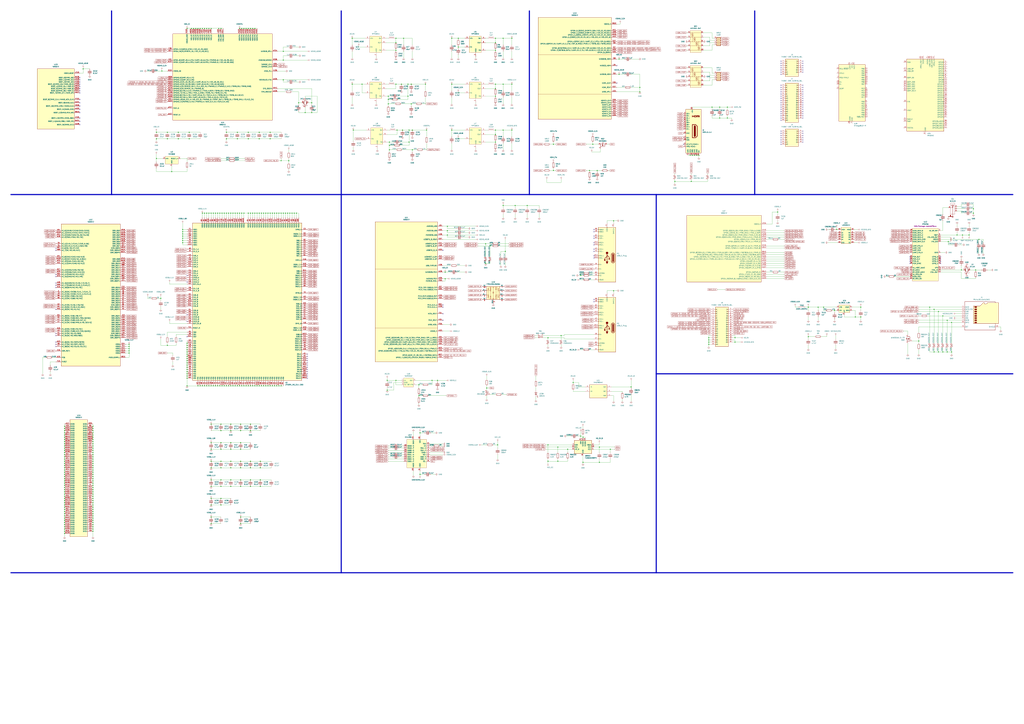
<source format=kicad_sch>
(kicad_sch (version 20250114) (generator "eeschema") (generator_version "9.0")
  (paper "A0")
  (lib_symbols
    (symbol "Connector:HDMI_D_1.4"
      (property "Reference" "J" (at -6.35 26.67 0))
      (property "Value" "HDMI_D_1.4" (at 10.16 26.67 0))
      (symbol "HDMI_D_1.4_1_1"
        (pin passive line (at -10.16 20.32 0) (length 2.54) (name "D2+") (number "3"))
        (pin passive line (at -10.16 17.78 0) (length 2.54) (name "D2-") (number "5"))
        (pin passive line (at -10.16 15.24 0) (length 2.54) (name "D1+") (number "6"))
        (pin passive line (at -10.16 12.7 0) (length 2.54) (name "D1-") (number "8"))
        (pin passive line (at -10.16 10.16 0) (length 2.54) (name "D0+") (number "9"))
        (pin passive line (at -10.16 7.62 0) (length 2.54) (name "D0-") (number "11"))
        (pin passive line (at -10.16 5.08 0) (length 2.54) (name "CK+") (number "12"))
        (pin passive line (at -10.16 2.54 0) (length 2.54) (name "CK-") (number "14"))
        (pin bidirectional line (at -10.16 -2.54 0) (length 2.54) (name "CEC") (number "15"))
        (pin passive line (at -10.16 -7.62 0) (length 2.54) (name "SCL") (number "17"))
        (pin bidirectional line (at -10.16 -10.16 0) (length 2.54) (name "SDA") (number "18"))
        (pin passive line (at -10.16 -15.24 0) (length 2.54) (name "UTILITY/HEAC+") (number "2"))
        (pin passive line (at -10.16 -17.78 0) (length 2.54) (name "HPD/HEAC-") (number "1"))
        (pin power_in line (at -5.08 -27.94 90) (length 2.54) (name "D2S") (number "4"))
        (pin power_in line (at -2.54 -27.94 90) (length 2.54) (name "D1S") (number "7"))
        (pin power_in line (at 0 27.94 270) (length 2.54) (name "+5V") (number "19"))
        (pin power_in line (at 0 -27.94 90) (length 2.54) (name "D0S") (number "10"))
        (pin power_in line (at 2.54 -27.94 90) (length 2.54) (name "CKS") (number "13"))
        (pin power_in line (at 5.08 -27.94 90) (length 2.54) (name "GND") (number "16"))
        (pin passive line (at 7.62 -27.94 90) (length 2.54) (name "SH") (number "SH"))
      )
    )
    (symbol "Connector:Micro_SD_Card_Det1"
      (property "Reference" "J" (at -16.51 17.78 0))
      (property "Value" "Micro_SD_Card_Det1" (at 16.51 17.78 0))
      (symbol "Micro_SD_Card_Det1_1_1"
        (pin bidirectional line (at -22.86 10.16 0) (length 3.81) (name "DAT2") (number "1"))
        (pin bidirectional line (at -22.86 7.62 0) (length 3.81) (name "DAT3/CD") (number "2"))
        (pin input line (at -22.86 5.08 0) (length 3.81) (name "CMD") (number "3"))
        (pin power_in line (at -22.86 2.54 0) (length 3.81) (name "VDD") (number "4"))
        (pin input line (at -22.86 0 0) (length 3.81) (name "CLK") (number "5"))
        (pin power_in line (at -22.86 -2.54 0) (length 3.81) (name "VSS") (number "6"))
        (pin bidirectional line (at -22.86 -5.08 0) (length 3.81) (name "DAT0") (number "7"))
        (pin bidirectional line (at -22.86 -7.62 0) (length 3.81) (name "DAT1") (number "8"))
        (pin passive line (at -22.86 -12.7 0) (length 3.81) (name "DET") (number "9"))
        (pin passive line (at 20.32 -12.7 180) (length 3.81) (name "SHIELD") (number "10"))
      )
    )
    (symbol "Connector:USB_C_Plug" (pin_names (offset 1.016))
      (property "Reference" "P" (at -10.16 29.21 0))
      (property "Value" "USB_C_Plug" (at 10.16 29.21 0))
      (symbol "USB_C_Plug_1_1"
        (pin passive line (at -7.62 -40.64 90) (length 5.08) (name "SHIELD") (number "S1"))
        (pin passive line (at 0 -40.64 90) (length 5.08) (name "GND") (number "A1"))
        (pin passive line (at 0 -40.64 90) (length 5.08) (hide yes) (name "GND") (number "A12"))
        (pin passive line (at 0 -40.64 90) (length 5.08) (hide yes) (name "GND") (number "B1"))
        (pin passive line (at 0 -40.64 90) (length 5.08) (hide yes) (name "GND") (number "B12"))
        (pin passive line (at 15.24 25.4 180) (length 5.08) (name "VBUS") (number "A4"))
        (pin passive line (at 15.24 25.4 180) (length 5.08) (hide yes) (name "VBUS") (number "A9"))
        (pin passive line (at 15.24 25.4 180) (length 5.08) (hide yes) (name "VBUS") (number "B4"))
        (pin passive line (at 15.24 25.4 180) (length 5.08) (hide yes) (name "VBUS") (number "B9"))
        (pin bidirectional line (at 15.24 20.32 180) (length 5.08) (name "CC") (number "A5"))
        (pin bidirectional line (at 15.24 17.78 180) (length 5.08) (name "VCONN") (number "B5"))
        (pin bidirectional line (at 15.24 12.7 180) (length 5.08) (name "D-") (number "A7"))
        (pin bidirectional line (at 15.24 7.62 180) (length 5.08) (name "D+") (number "A6"))
        (pin bidirectional line (at 15.24 0 180) (length 5.08) (name "RX1-") (number "B10"))
        (pin bidirectional line (at 15.24 -2.54 180) (length 5.08) (name "RX1+") (number "B11"))
        (pin bidirectional line (at 15.24 -7.62 180) (length 5.08) (name "TX1-") (number "A3"))
        (pin bidirectional line (at 15.24 -10.16 180) (length 5.08) (name "TX1+") (number "A2"))
        (pin bidirectional line (at 15.24 -15.24 180) (length 5.08) (name "RX2-") (number "A10"))
        (pin bidirectional line (at 15.24 -17.78 180) (length 5.08) (name "RX2+") (number "A11"))
        (pin bidirectional line (at 15.24 -22.86 180) (length 5.08) (name "TX2-") (number "B3"))
        (pin bidirectional line (at 15.24 -25.4 180) (length 5.08) (name "TX2+") (number "B2"))
        (pin bidirectional line (at 15.24 -30.48 180) (length 5.08) (name "SBU1") (number "A8"))
        (pin bidirectional line (at 15.24 -33.02 180) (length 5.08) (name "SBU2") (number "B8"))
      )
    )
    (symbol "Device:C" (pin_numbers (hide yes)) (pin_names (offset 0.254))
      (property "Reference" "C" (at 0.635 2.54 0))
      (property "Value" "C" (at 0.635 -2.54 0))
      (symbol "C_1_1"
        (pin passive line (at 0 3.81 270) (length 2.794) (name "~") (number "1"))
        (pin passive line (at 0 -3.81 90) (length 2.794) (name "~") (number "2"))
      )
    )
    (symbol "Device:Crystal_GND24" (pin_names (offset 1.016) (hide yes))
      (property "Reference" "Y" (at 3.175 5.08 0))
      (property "Value" "Crystal_GND24" (at 3.175 3.175 0))
      (symbol "Crystal_GND24_1_1"
        (pin passive line (at -3.81 0 0) (length 1.27) (name "1") (number "1"))
        (pin passive line (at 0 5.08 270) (length 1.27) (name "2") (number "2"))
        (pin passive line (at 0 -5.08 90) (length 1.27) (name "4") (number "4"))
        (pin passive line (at 3.81 0 180) (length 1.27) (name "3") (number "3"))
      )
    )
    (symbol "Device:L" (pin_numbers (hide yes)) (pin_names (offset 1.016) (hide yes))
      (property "Reference" "L" (at -1.27 0 90))
      (property "Value" "L" (at 1.905 0 90))
      (symbol "L_1_1"
        (pin passive line (at 0 3.81 270) (length 1.27) (name "1") (number "1"))
        (pin passive line (at 0 -3.81 90) (length 1.27) (name "2") (number "2"))
      )
    )
    (symbol "Device:LED" (pin_numbers (hide yes)) (pin_names (offset 1.016) (hide yes))
      (property "Reference" "D" (at 0 2.54 0))
      (property "Value" "LED" (at 0 -2.54 0))
      (symbol "LED_1_1"
        (pin passive line (at -3.81 0 0) (length 2.54) (name "K") (number "1"))
        (pin passive line (at 3.81 0 180) (length 2.54) (name "A") (number "2"))
      )
    )
    (symbol "Device:L_Ferrite" (pin_numbers (hide yes)) (pin_names (offset 1.016) (hide yes))
      (property "Reference" "L" (at -1.27 0 90))
      (property "Value" "L_Ferrite" (at 2.794 0 90))
      (symbol "L_Ferrite_1_1"
        (pin passive line (at 0 3.81 270) (length 1.27) (name "1") (number "1"))
        (pin passive line (at 0 -3.81 90) (length 1.27) (name "2") (number "2"))
      )
    )
    (symbol "Device:L_Ferrite_Coupled_Small_1243" (pin_names (offset 0.254) (hide yes))
      (property "Reference" "L" (at 0 3.175 0))
      (property "Value" "L_Ferrite_Coupled_Small_1243" (at 0 -3.175 0))
      (symbol "L_Ferrite_Coupled_Small_1243_1_1"
        (pin passive line (at -2.54 1.27 0) (length 0.508) (name "1") (number "1"))
        (pin passive line (at -2.54 -1.27 0) (length 0.508) (name "4") (number "4"))
        (pin passive line (at 2.54 1.27 180) (length 0.508) (name "2") (number "2"))
        (pin passive line (at 2.54 -1.27 180) (length 0.508) (name "3") (number "3"))
      )
    )
    (symbol "Device:L_Ferrite_Small" (pin_numbers (hide yes)) (pin_names (offset 0.254) (hide yes))
      (property "Reference" "L" (at 1.27 1.016 0))
      (property "Value" "L_Ferrite_Small" (at 1.27 -1.27 0))
      (symbol "L_Ferrite_Small_1_1"
        (pin passive line (at 0 2.54 270) (length 0.508) (name "~") (number "1"))
        (pin passive line (at 0 -2.54 90) (length 0.508) (name "~") (number "2"))
      )
    )
    (symbol "Device:R" (pin_numbers (hide yes)) (pin_names (offset 0))
      (property "Reference" "R" (at 2.032 0 90))
      (property "Value" "R" (at 0 0 90))
      (symbol "R_1_1"
        (pin passive line (at 0 3.81 270) (length 1.27) (name "~") (number "1"))
        (pin passive line (at 0 -3.81 90) (length 1.27) (name "~") (number "2"))
      )
    )
    (symbol "Device:R_Pack04" (pin_names (offset 0) (hide yes))
      (property "Reference" "RN" (at -7.62 0 90))
      (property "Value" "R_Pack04" (at 5.08 0 90))
      (symbol "R_Pack04_1_1"
        (pin passive line (at -5.08 5.08 270) (length 2.54) (name "R1.2") (number "8"))
        (pin passive line (at -5.08 -5.08 90) (length 2.54) (name "R1.1") (number "1"))
        (pin passive line (at -2.54 5.08 270) (length 2.54) (name "R2.2") (number "7"))
        (pin passive line (at -2.54 -5.08 90) (length 2.54) (name "R2.1") (number "2"))
        (pin passive line (at 0 5.08 270) (length 2.54) (name "R3.2") (number "6"))
        (pin passive line (at 0 -5.08 90) (length 2.54) (name "R3.1") (number "3"))
        (pin passive line (at 2.54 5.08 270) (length 2.54) (name "R4.2") (number "5"))
        (pin passive line (at 2.54 -5.08 90) (length 2.54) (name "R4.1") (number "4"))
      )
    )
    (symbol "Interface_USB:FUSB302BMPX"
      (property "Reference" "U" (at -10.16 8.89 0))
      (property "Value" "FUSB302BMPX" (at 3.81 8.89 0))
      (symbol "FUSB302BMPX_1_1"
        (pin bidirectional line (at -12.7 2.54 0) (length 2.54) (name "SDA") (number "7"))
        (pin input line (at -12.7 0 0) (length 2.54) (name "SCL") (number "6"))
        (pin open_collector line (at -12.7 -2.54 0) (length 2.54) (name "INT_N") (number "5"))
        (pin power_in line (at -2.54 10.16 270) (length 2.54) (name "VDD") (number "3"))
        (pin passive line (at -2.54 10.16 270) (length 2.54) (hide yes) (name "VDD") (number "4"))
        (pin power_in line (at 0 10.16 270) (length 2.54) (name "VCONN") (number "12"))
        (pin passive line (at 0 -10.16 90) (length 2.54) (hide yes) (name "GND") (number "15"))
        (pin power_in line (at 0 -10.16 90) (length 2.54) (name "GND") (number "8"))
        (pin passive line (at 0 -10.16 90) (length 2.54) (hide yes) (name "GND") (number "9"))
        (pin power_in line (at 2.54 10.16 270) (length 2.54) (name "VCONN") (number "13"))
        (pin input line (at 12.7 2.54 180) (length 2.54) (name "VBUS") (number "2"))
        (pin bidirectional line (at 12.7 0 180) (length 2.54) (name "CC1") (number "10"))
        (pin bidirectional line (at 12.7 0 180) (length 2.54) (hide yes) (name "CC1") (number "11"))
        (pin bidirectional line (at 12.7 -2.54 180) (length 2.54) (name "CC2") (number "1"))
        (pin bidirectional line (at 12.7 -2.54 180) (length 2.54) (hide yes) (name "CC2") (number "14"))
      )
    )
    (symbol "MAS_IC_MCU:AP6256"
      (property "Reference" "U" (at 0 3.81 0))
      (property "Value" "AP6256" (at 0 1.27 0))
      (property "Footprint" "MAS_Package_nostd:AP6xxx" (at 0 -78.74 0))
      (symbol "AP6256_1_1"
        (pin bidirectional line (at -17.78 -2.54 0) (length 2.54) (name "SDIO_DATA_0") (number "18"))
        (pin bidirectional line (at -17.78 -5.08 0) (length 2.54) (name "SDIO_DATA_1") (number "19"))
        (pin bidirectional line (at -17.78 -7.62 0) (length 2.54) (name "SDIO_DATA_2") (number "14"))
        (pin bidirectional line (at -17.78 -10.16 0) (length 2.54) (name "SDIO_DATA_3") (number "15"))
        (pin bidirectional line (at -17.78 -12.7 0) (length 2.54) (name "SDIO_DATA_CMD") (number "16"))
        (pin bidirectional line (at -17.78 -15.24 0) (length 2.54) (name "SDIO_DATA_CLK") (number "17"))
        (pin output line (at -17.78 -20.32 0) (length 2.54) (name "UART_RTS_N") (number "41"))
        (pin output line (at -17.78 -22.86 0) (length 2.54) (name "UART_TXD") (number "42"))
        (pin input line (at -17.78 -25.4 0) (length 2.54) (name "UART_RXD") (number "43"))
        (pin input line (at -17.78 -27.94 0) (length 2.54) (name "UART_CTS_N") (number "44"))
        (pin output line (at -17.78 -33.02 0) (length 2.54) (name "PCM_OUT") (number "25"))
        (pin bidirectional line (at -17.78 -35.56 0) (length 2.54) (name "PCM_CLK") (number "26"))
        (pin input line (at -17.78 -38.1 0) (length 2.54) (name "PCM_IN") (number "27"))
        (pin bidirectional line (at -17.78 -40.64 0) (length 2.54) (name "PCM_SYNC") (number "28"))
        (pin output line (at -17.78 -45.72 0) (length 2.54) (name "WL_HOST_WAKE") (number "13"))
        (pin input line (at -17.78 -48.26 0) (length 2.54) (name "BT_WAKE") (number "6"))
        (pin output line (at -17.78 -50.8 0) (length 2.54) (name "BT_HOST_WAKE") (number "7"))
        (pin input line (at -17.78 -53.34 0) (length 2.54) (name "WL_REG_ON") (number "12"))
        (pin input line (at -17.78 -55.88 0) (length 2.54) (name "SDIO_VSEL") (number "29"))
        (pin input line (at -17.78 -58.42 0) (length 2.54) (name "BT_REG_ON") (number "34"))
        (pin no_connect line (at -5.08 -63.5 90) (length 2.54) (hide yes) (name "NC") (number "35"))
        (pin no_connect line (at -2.54 -63.5 90) (length 2.54) (hide yes) (name "NC") (number "30"))
        (pin no_connect line (at 0 -63.5 90) (length 2.54) (hide yes) (name "NC") (number "8"))
        (pin no_connect line (at 2.54 -63.5 90) (length 2.54) (hide yes) (name "NC") (number "5"))
        (pin no_connect line (at 5.08 -63.5 90) (length 2.54) (hide yes) (name "NC") (number "4"))
        (pin bidirectional line (at 17.78 -2.54 180) (length 2.54) (name "WL_BT_ANT") (number "2"))
        (pin power_in line (at 17.78 -7.62 180) (length 2.54) (name "VBAT") (number "9"))
        (pin power_in line (at 17.78 -10.16 180) (length 2.54) (name "VIN_LDO_OUT") (number "21"))
        (pin power_in line (at 17.78 -12.7 180) (length 2.54) (name "VDDIO") (number "22"))
        (pin power_in line (at 17.78 -15.24 180) (length 2.54) (name "VIN_LDO") (number "23"))
        (pin power_in line (at 17.78 -27.94 180) (length 2.54) (name "GND") (number "1"))
        (pin power_in line (at 17.78 -27.94 180) (length 2.54) (hide yes) (name "GND") (number "20"))
        (pin power_in line (at 17.78 -27.94 180) (length 2.54) (hide yes) (name "GND") (number "3"))
        (pin power_in line (at 17.78 -27.94 180) (length 2.54) (hide yes) (name "GND") (number "33"))
        (pin power_in line (at 17.78 -27.94 180) (length 2.54) (hide yes) (name "GND") (number "36"))
        (pin bidirectional line (at 17.78 -33.02 180) (length 2.54) (name "GPIO_6") (number "37"))
        (pin bidirectional line (at 17.78 -35.56 180) (length 2.54) (name "GPIO_3") (number "38"))
        (pin bidirectional line (at 17.78 -38.1 180) (length 2.54) (name "GPIO_5") (number "39"))
        (pin bidirectional line (at 17.78 -40.64 180) (length 2.54) (name "GPIO_2") (number "40"))
        (pin input line (at 17.78 -45.72 180) (length 2.54) (name "LPO") (number "24"))
        (pin input line (at 17.78 -48.26 180) (length 2.54) (name "XTAL_IN") (number "10"))
        (pin output line (at 17.78 -50.8 180) (length 2.54) (name "XTAL_OUT") (number "11"))
        (pin no_connect line (at 17.78 -53.34 180) (length 2.54) (hide yes) (name "TP3(NC)") (number "47"))
        (pin no_connect line (at 17.78 -55.88 180) (length 2.54) (hide yes) (name "TP2(NC)") (number "46"))
        (pin no_connect line (at 17.78 -58.42 180) (length 2.54) (hide yes) (name "TP1(NC)") (number "45"))
      )
    )
    (symbol "MCU_Microchip_ATmega:ATmega8U2-M"
      (property "Reference" "U" (at -15.24 34.29 0))
      (property "Value" "ATmega8U2-M" (at 2.54 -34.29 0))
      (symbol "ATmega8U2-M_1_1"
        (pin bidirectional line (at -17.78 27.94 0) (length 2.54) (name "PC1/~{RESET}") (number "24"))
        (pin input line (at -17.78 22.86 0) (length 2.54) (name "XTAL1") (number "1"))
        (pin bidirectional line (at -17.78 17.78 0) (length 2.54) (name "PC0/XTAL2") (number "2"))
        (pin bidirectional line (at -17.78 12.7 0) (length 2.54) (name "D+") (number "29"))
        (pin bidirectional line (at -17.78 10.16 0) (length 2.54) (name "D-") (number "30"))
        (pin passive line (at -17.78 5.08 0) (length 2.54) (name "UCAP") (number "27"))
        (pin power_in line (at -2.54 35.56 270) (length 2.54) (name "UVCC") (number "31"))
        (pin power_in line (at -2.54 -35.56 90) (length 2.54) (name "UGND") (number "28"))
        (pin power_in line (at 0 35.56 270) (length 2.54) (name "VCC") (number "4"))
        (pin power_in line (at 0 -35.56 90) (length 2.54) (name "GND") (number "3"))
        (pin passive line (at 0 -35.56 90) (length 2.54) (hide yes) (name "GND") (number "33"))
        (pin power_in line (at 2.54 35.56 270) (length 2.54) (name "AVCC") (number "32"))
        (pin bidirectional line (at 17.78 27.94 180) (length 2.54) (name "PB0") (number "14"))
        (pin bidirectional line (at 17.78 25.4 180) (length 2.54) (name "PB1") (number "15"))
        (pin bidirectional line (at 17.78 22.86 180) (length 2.54) (name "PB2") (number "16"))
        (pin bidirectional line (at 17.78 20.32 180) (length 2.54) (name "PB3") (number "17"))
        (pin bidirectional line (at 17.78 17.78 180) (length 2.54) (name "PB4") (number "18"))
        (pin bidirectional line (at 17.78 15.24 180) (length 2.54) (name "PB5") (number "19"))
        (pin bidirectional line (at 17.78 12.7 180) (length 2.54) (name "PB6") (number "20"))
        (pin bidirectional line (at 17.78 10.16 180) (length 2.54) (name "PB7") (number "21"))
        (pin bidirectional line (at 17.78 5.08 180) (length 2.54) (name "PC2") (number "5"))
        (pin bidirectional line (at 17.78 2.54 180) (length 2.54) (name "PC4") (number "26"))
        (pin bidirectional line (at 17.78 0 180) (length 2.54) (name "PC5") (number "25"))
        (pin bidirectional line (at 17.78 -2.54 180) (length 2.54) (name "PC6") (number "23"))
        (pin bidirectional line (at 17.78 -5.08 180) (length 2.54) (name "PC7") (number "22"))
        (pin bidirectional line (at 17.78 -10.16 180) (length 2.54) (name "PD0") (number "6"))
        (pin bidirectional line (at 17.78 -12.7 180) (length 2.54) (name "PD1") (number "7"))
        (pin bidirectional line (at 17.78 -15.24 180) (length 2.54) (name "PD2") (number "8"))
        (pin bidirectional line (at 17.78 -17.78 180) (length 2.54) (name "PD3") (number "9"))
        (pin bidirectional line (at 17.78 -20.32 180) (length 2.54) (name "PD4") (number "10"))
        (pin bidirectional line (at 17.78 -22.86 180) (length 2.54) (name "PD5") (number "11"))
        (pin bidirectional line (at 17.78 -25.4 180) (length 2.54) (name "PD6") (number "12"))
        (pin bidirectional line (at 17.78 -27.94 180) (length 2.54) (name "~{HWB}/PD7") (number "13"))
      )
    )
    (symbol "MCU_RaspberryPi:RP2040"
      (property "Reference" "U" (at 17.78 45.72 0))
      (property "Value" "RP2040" (at 17.78 43.18 0))
      (symbol "RP2040_1_1"
        (pin input line (at -25.4 38.1 0) (length 3.81) (name "RUN") (number "26"))
        (pin bidirectional line (at -25.4 30.48 0) (length 3.81) (name "USB_DP") (number "47"))
        (pin bidirectional line (at -25.4 27.94 0) (length 3.81) (name "USB_DM") (number "46"))
        (pin bidirectional line (at -25.4 20.32 0) (length 3.81) (name "QSPI_SS") (number "56"))
        (pin bidirectional line (at -25.4 15.24 0) (length 3.81) (name "QSPI_SD0") (number "53"))
        (pin bidirectional line (at -25.4 12.7 0) (length 3.81) (name "QSPI_SD1") (number "55"))
        (pin bidirectional line (at -25.4 10.16 0) (length 3.81) (name "QSPI_SD2") (number "54"))
        (pin bidirectional line (at -25.4 7.62 0) (length 3.81) (name "QSPI_SD3") (number "51"))
        (pin output line (at -25.4 5.08 0) (length 3.81) (name "QSPI_SCLK") (number "52"))
        (pin input line (at -25.4 -7.62 0) (length 3.81) (name "XIN") (number "20"))
        (pin passive line (at -25.4 -17.78 0) (length 3.81) (name "XOUT") (number "21"))
        (pin input line (at -25.4 -27.94 0) (length 3.81) (name "SWCLK") (number "24"))
        (pin bidirectional line (at -25.4 -30.48 0) (length 3.81) (name "SWD") (number "25"))
        (pin input line (at -25.4 -38.1 0) (length 3.81) (name "TESTEN") (number "19"))
        (pin power_out line (at -5.08 45.72 270) (length 3.81) (name "VREG_VOUT") (number "45"))
        (pin power_in line (at -2.54 45.72 270) (length 3.81) (name "DVDD") (number "23"))
        (pin passive line (at -2.54 45.72 270) (length 3.81) (hide yes) (name "DVDD") (number "50"))
        (pin power_in line (at 0 -45.72 90) (length 3.81) (name "GND") (number "57"))
        (pin power_in line (at 2.54 45.72 270) (length 3.81) (name "IOVDD") (number "1"))
        (pin passive line (at 2.54 45.72 270) (length 3.81) (hide yes) (name "IOVDD") (number "10"))
        (pin passive line (at 2.54 45.72 270) (length 3.81) (hide yes) (name "IOVDD") (number "22"))
        (pin passive line (at 2.54 45.72 270) (length 3.81) (hide yes) (name "IOVDD") (number "33"))
        (pin passive line (at 2.54 45.72 270) (length 3.81) (hide yes) (name "IOVDD") (number "42"))
        (pin passive line (at 2.54 45.72 270) (length 3.81) (hide yes) (name "IOVDD") (number "49"))
        (pin power_in line (at 5.08 45.72 270) (length 3.81) (name "USB_VDD") (number "48"))
        (pin power_in line (at 7.62 45.72 270) (length 3.81) (name "ADC_AVDD") (number "43"))
        (pin power_in line (at 10.16 45.72 270) (length 3.81) (name "VREG_IN") (number "44"))
        (pin bidirectional line (at 25.4 38.1 180) (length 3.81) (name "GPIO0") (number "2"))
        (pin bidirectional line (at 25.4 35.56 180) (length 3.81) (name "GPIO1") (number "3"))
        (pin bidirectional line (at 25.4 33.02 180) (length 3.81) (name "GPIO2") (number "4"))
        (pin bidirectional line (at 25.4 30.48 180) (length 3.81) (name "GPIO3") (number "5"))
        (pin bidirectional line (at 25.4 27.94 180) (length 3.81) (name "GPIO4") (number "6"))
        (pin bidirectional line (at 25.4 25.4 180) (length 3.81) (name "GPIO5") (number "7"))
        (pin bidirectional line (at 25.4 22.86 180) (length 3.81) (name "GPIO6") (number "8"))
        (pin bidirectional line (at 25.4 20.32 180) (length 3.81) (name "GPIO7") (number "9"))
        (pin bidirectional line (at 25.4 17.78 180) (length 3.81) (name "GPIO8") (number "11"))
        (pin bidirectional line (at 25.4 15.24 180) (length 3.81) (name "GPIO9") (number "12"))
        (pin bidirectional line (at 25.4 12.7 180) (length 3.81) (name "GPIO10") (number "13"))
        (pin bidirectional line (at 25.4 10.16 180) (length 3.81) (name "GPIO11") (number "14"))
        (pin bidirectional line (at 25.4 7.62 180) (length 3.81) (name "GPIO12") (number "15"))
        (pin bidirectional line (at 25.4 5.08 180) (length 3.81) (name "GPIO13") (number "16"))
        (pin bidirectional line (at 25.4 2.54 180) (length 3.81) (name "GPIO14") (number "17"))
        (pin bidirectional line (at 25.4 0 180) (length 3.81) (name "GPIO15") (number "18"))
        (pin bidirectional line (at 25.4 -2.54 180) (length 3.81) (name "GPIO16") (number "27"))
        (pin bidirectional line (at 25.4 -5.08 180) (length 3.81) (name "GPIO17") (number "28"))
        (pin bidirectional line (at 25.4 -7.62 180) (length 3.81) (name "GPIO18") (number "29"))
        (pin bidirectional line (at 25.4 -10.16 180) (length 3.81) (name "GPIO19") (number "30"))
        (pin bidirectional line (at 25.4 -12.7 180) (length 3.81) (name "GPIO20") (number "31"))
        (pin bidirectional line (at 25.4 -15.24 180) (length 3.81) (name "GPIO21") (number "32"))
        (pin bidirectional line (at 25.4 -17.78 180) (length 3.81) (name "GPIO22") (number "34"))
        (pin bidirectional line (at 25.4 -20.32 180) (length 3.81) (name "GPIO23") (number "35"))
        (pin bidirectional line (at 25.4 -22.86 180) (length 3.81) (name "GPIO24") (number "36"))
        (pin bidirectional line (at 25.4 -25.4 180) (length 3.81) (name "GPIO25") (number "37"))
        (pin bidirectional line (at 25.4 -30.48 180) (length 3.81) (name "GPIO26_ADC0") (number "38"))
        (pin bidirectional line (at 25.4 -33.02 180) (length 3.81) (name "GPIO27_ADC1") (number "39"))
        (pin bidirectional line (at 25.4 -35.56 180) (length 3.81) (name "GPIO28_ADC2") (number "40"))
        (pin bidirectional line (at 25.4 -38.1 180) (length 3.81) (name "GPIO29_ADC3") (number "41"))
      )
    )
    (symbol "OLIMEX_Power:VCC" (power) (pin_names (offset 0))
      (property "Value" "VCC" (at 0 3.81 0))
      (symbol "VCC_1_1"
        (pin power_in line (at 0 0 90) (length 0) (hide yes) (name "VCC") (number "1"))
      )
    )
    (symbol "OLIMEX_Power:VDD" (power) (pin_names (offset 0))
      (property "Value" "VDD" (at 0 3.81 0))
      (symbol "VDD_1_1"
        (pin power_in line (at 0 0 90) (length 0) (hide yes) (name "VDD") (number "1"))
      )
    )
    (symbol "OLIMEX_Power:VDD_1.8V" (power) (pin_names (offset 0))
      (property "Value" "VDD_1.8V" (at 0 3.81 0))
      (symbol "VDD_1.8V_1_1"
        (pin power_in line (at 0 0 90) (length 0) (hide yes) (name "VDD_1.8V") (number "1"))
      )
    )
    (symbol "OLIMEX_Power:VDD_CPU" (power) (pin_names (offset 0))
      (property "Value" "VDD_CPU" (at 0 3.81 0))
      (symbol "VDD_CPU_1_1"
        (pin power_in line (at 0 0 90) (length 0) (hide yes) (name "VDD_CPU") (number "1"))
      )
    )
    (symbol "Power_Protection:TPD4E05U06DQA" (pin_names (offset 0))
      (property "Reference" "U" (at -0.635 8.89 0))
      (property "Value" "TPD4E05U06DQA" (at 1.905 -10.16 0))
      (symbol "TPD4E05U06DQA_1_1"
        (pin free line (at -12.7 7.62 0) (length 5.08) (name "NC") (number "10"))
        (pin passive line (at -12.7 2.54 0) (length 5.08) (name "D1+") (number "1"))
        (pin passive line (at -12.7 -2.54 0) (length 5.08) (name "D1-") (number "2"))
        (pin free line (at -12.7 -7.62 0) (length 5.08) (name "NC") (number "9"))
        (pin power_in line (at 0 -12.7 90) (length 5.08) (name "GND") (number "3"))
        (pin passive line (at 0 -12.7 90) (length 5.08) (hide yes) (name "GND") (number "8"))
        (pin free line (at 12.7 7.62 180) (length 5.08) (name "NC") (number "7"))
        (pin passive line (at 12.7 2.54 180) (length 5.08) (name "D2+") (number "4"))
        (pin passive line (at 12.7 -2.54 180) (length 5.08) (name "D2-") (number "5"))
        (pin free line (at 12.7 -7.62 180) (length 5.08) (name "NC") (number "6"))
      )
    )
    (symbol "Snapeda_kicad_sym:2SK3018"
      (property "Reference" "Q" (at 0.762 3.302 0))
      (property "Value" "2SK3018" (at 4.318 1.27 0))
      (symbol "2SK3018_1_1"
        (pin input line (at 1.27 0 270) (length 1.27) (name "") (number "3"))
        (pin input line (at 1.27 -6.35 90) (length 1.27) (name "") (number "2"))
        (pin input line (at 5.08 -5.08 180) (length 1.27) (name "") (number "1"))
      )
    )
    (symbol "Snapeda_kicad_sym:AZ1345-04F"
      (property "Reference" "D" (at 0.508 2.54 0))
      (property "Value" "AZ1345-04F" (at 6.096 0.762 0))
      (symbol "AZ1345-04F_1_1"
        (pin input line (at -2.54 -2.54 0) (length 2.54) (name "") (number "5"))
        (pin input line (at -2.54 -7.62 0) (length 2.54) (name "") (number "4"))
        (pin input line (at -2.54 -12.7 0) (length 2.54) (name "") (number "3"))
        (pin input line (at -2.54 -17.78 0) (length 2.54) (name "") (number "2"))
        (pin input line (at -2.54 -22.86 0) (length 2.54) (name "") (number "1"))
        (pin input line (at 15.24 -2.54 180) (length 2.54) (name "") (number "6"))
        (pin input line (at 15.24 -7.62 180) (length 2.54) (name "") (number "7"))
        (pin input line (at 15.24 -12.7 180) (length 2.54) (name "") (number "8"))
        (pin input line (at 15.24 -17.78 180) (length 2.54) (name "") (number "9"))
        (pin input line (at 15.24 -22.86 180) (length 2.54) (name "") (number "10"))
      )
    )
    (symbol "Snapeda_kicad_sym:AZ5725-01F"
      (property "Reference" "D" (at 3.81 -0.254 0))
      (property "Value" "AZ5725-01F" (at 9.144 -2.032 0))
      (symbol "AZ5725-01F_1_1"
        (pin input line (at 1.27 1.27 270) (length 1.27) (name "") (number "1"))
        (pin input line (at 1.27 -3.81 90) (length 1.27) (name "") (number "2"))
      )
    )
    (symbol "Snapeda_kicad_sym:CH482D"
      (property "Reference" "U" (at 7.62 -15.748 0))
      (property "Value" "CH428D" (at 10.668 -17.78 0))
      (symbol "CH482D_1_1"
        (pin input line (at -3.81 -5.08 0) (length 3.81) (name "PAD") (number "21"))
        (pin input line (at -3.81 -7.62 0) (length 3.81) (name "EN") (number "1"))
        (pin input line (at -3.81 -10.16 0) (length 3.81) (name "SSA-N") (number "2"))
        (pin input line (at -3.81 -12.7 0) (length 3.81) (name "SSA-P") (number "3"))
        (pin input line (at -3.81 -15.24 0) (length 3.81) (name "GND1") (number "4"))
        (pin input line (at -3.81 -17.78 0) (length 3.81) (name "NC1") (number "5"))
        (pin input line (at -3.81 -20.32 0) (length 3.81) (name "SSB-N") (number "6"))
        (pin input line (at -3.81 -22.86 0) (length 3.81) (name "SSB-P") (number "7"))
        (pin input line (at -3.81 -25.4 0) (length 3.81) (name "SEL") (number "8"))
        (pin input line (at 7.62 3.81 270) (length 3.81) (name "VDD") (number "20"))
        (pin input line (at 7.62 -36.83 90) (length 3.81) (name "VDD2") (number "9"))
        (pin input line (at 15.24 3.81 270) (length 3.81) (name "GND2") (number "19"))
        (pin input line (at 15.24 -36.83 90) (length 3.81) (name "GND3") (number "10"))
        (pin input line (at 26.67 -7.62 180) (length 3.81) (name "SSA0-N") (number "18"))
        (pin input line (at 26.67 -10.16 180) (length 3.81) (name "SSA0-P") (number "17"))
        (pin input line (at 26.67 -12.7 180) (length 3.81) (name "SSB0-N") (number "16"))
        (pin input line (at 26.67 -15.24 180) (length 3.81) (name "SSB0-P") (number "15"))
        (pin input line (at 26.67 -17.78 180) (length 3.81) (name "SSA1-N") (number "14"))
        (pin input line (at 26.67 -20.32 180) (length 3.81) (name "SSA1-P") (number "13"))
        (pin input line (at 26.67 -22.86 180) (length 3.81) (name "SSB1-N") (number "12"))
        (pin input line (at 26.67 -25.4 180) (length 3.81) (name "SSB1-P") (number "11"))
      )
    )
    (symbol "Snapeda_kicad_sym:ESD5451N"
      (property "Reference" "D" (at 3.81 -0.254 0))
      (property "Value" "ESD5451N" (at 8.128 -2.032 0))
      (symbol "ESD5451N_1_1"
        (pin input line (at 1.27 1.27 270) (length 1.27) (name "") (number "1"))
        (pin input line (at 1.27 -3.81 90) (length 1.27) (name "") (number "2"))
      )
    )
    (symbol "Snapeda_kicad_sym:FH35C-13S-0.3SHW_50_" (pin_names (offset 1.016))
      (property "Reference" "J" (at -7.62 11.43 0))
      (property "Value" "FH35C-13S-0.3SHW_50_" (at -7.62 -12.7 0))
      (symbol "FH35C-13S-0.3SHW_50__0_0"
        (pin passive line (at -12.7 7.62 0) (length 5.08) (name "1") (number "1"))
        (pin passive line (at -12.7 5.08 0) (length 5.08) (name "3") (number "3"))
        (pin passive line (at -12.7 2.54 0) (length 5.08) (name "5") (number "5"))
        (pin passive line (at -12.7 0 0) (length 5.08) (name "7") (number "7"))
        (pin passive line (at -12.7 -2.54 0) (length 5.08) (name "9") (number "9"))
        (pin passive line (at -12.7 -5.08 0) (length 5.08) (name "11") (number "11"))
        (pin passive line (at -12.7 -7.62 0) (length 5.08) (name "13") (number "13"))
        (pin passive line (at 12.7 7.62 180) (length 5.08) (name "2") (number "2"))
        (pin passive line (at 12.7 5.08 180) (length 5.08) (name "4") (number "4"))
        (pin passive line (at 12.7 2.54 180) (length 5.08) (name "6") (number "6"))
        (pin passive line (at 12.7 0 180) (length 5.08) (name "8") (number "8"))
        (pin passive line (at 12.7 -2.54 180) (length 5.08) (name "10") (number "10"))
        (pin passive line (at 12.7 -5.08 180) (length 5.08) (name "12") (number "12"))
      )
    )
    (symbol "Snapeda_kicad_sym:FH35C-33S-0.3SHW_50_" (pin_names (offset 1.016))
      (property "Reference" "J" (at -7.62 24.13 0))
      (property "Value" "FH35C-33S-0.3SHW_50_" (at -7.62 -25.4 0))
      (symbol "FH35C-33S-0.3SHW_50__0_0"
        (pin passive line (at -12.7 20.32 0) (length 5.08) (name "1") (number "1"))
        (pin passive line (at -12.7 17.78 0) (length 5.08) (name "3") (number "3"))
        (pin passive line (at -12.7 15.24 0) (length 5.08) (name "5") (number "5"))
        (pin passive line (at -12.7 12.7 0) (length 5.08) (name "7") (number "7"))
        (pin passive line (at -12.7 10.16 0) (length 5.08) (name "9") (number "9"))
        (pin passive line (at -12.7 7.62 0) (length 5.08) (name "11") (number "11"))
        (pin passive line (at -12.7 5.08 0) (length 5.08) (name "13") (number "13"))
        (pin passive line (at -12.7 2.54 0) (length 5.08) (name "15") (number "15"))
        (pin passive line (at -12.7 0 0) (length 5.08) (name "17") (number "17"))
        (pin passive line (at -12.7 -2.54 0) (length 5.08) (name "19") (number "19"))
        (pin passive line (at -12.7 -5.08 0) (length 5.08) (name "21") (number "21"))
        (pin passive line (at -12.7 -7.62 0) (length 5.08) (name "23") (number "23"))
        (pin passive line (at -12.7 -10.16 0) (length 5.08) (name "25") (number "25"))
        (pin passive line (at -12.7 -12.7 0) (length 5.08) (name "27") (number "27"))
        (pin passive line (at -12.7 -15.24 0) (length 5.08) (name "29") (number "29"))
        (pin passive line (at -12.7 -17.78 0) (length 5.08) (name "31") (number "31"))
        (pin passive line (at -12.7 -20.32 0) (length 5.08) (name "33") (number "33"))
        (pin passive line (at 12.7 20.32 180) (length 5.08) (name "2") (number "2"))
        (pin passive line (at 12.7 17.78 180) (length 5.08) (name "4") (number "4"))
        (pin passive line (at 12.7 15.24 180) (length 5.08) (name "6") (number "6"))
        (pin passive line (at 12.7 12.7 180) (length 5.08) (name "8") (number "8"))
        (pin passive line (at 12.7 10.16 180) (length 5.08) (name "10") (number "10"))
        (pin passive line (at 12.7 7.62 180) (length 5.08) (name "12") (number "12"))
        (pin passive line (at 12.7 5.08 180) (length 5.08) (name "14") (number "14"))
        (pin passive line (at 12.7 2.54 180) (length 5.08) (name "16") (number "16"))
        (pin passive line (at 12.7 0 180) (length 5.08) (name "18") (number "18"))
        (pin passive line (at 12.7 -2.54 180) (length 5.08) (name "20") (number "20"))
        (pin passive line (at 12.7 -5.08 180) (length 5.08) (name "22") (number "22"))
        (pin passive line (at 12.7 -7.62 180) (length 5.08) (name "24") (number "24"))
        (pin passive line (at 12.7 -10.16 180) (length 5.08) (name "26") (number "26"))
        (pin passive line (at 12.7 -12.7 180) (length 5.08) (name "28") (number "28"))
        (pin passive line (at 12.7 -15.24 180) (length 5.08) (name "30") (number "30"))
        (pin passive line (at 12.7 -17.78 180) (length 5.08) (name "32") (number "32"))
      )
    )
    (symbol "Snapeda_kicad_sym:LPDDR4_MO_311-200"
      (property "Reference" "U" (at 53.086 -86.614 0))
      (property "Value" "LPDDR4_MO_311-200" (at 62.992 -88.9 0))
      (symbol "LPDDR4_MO_311-200_1_1"
        (pin input line (at -6.35 -7.62 0) (length 6.35) (name "VDD1") (number "F1"))
        (pin input line (at -6.35 -10.16 0) (length 6.35) (name "VDD1") (number "F12"))
        (pin input line (at -6.35 -12.7 0) (length 6.35) (name "VDD1") (number "G4"))
        (pin input line (at -6.35 -15.24 0) (length 6.35) (name "VDD1") (number "G9"))
        (pin input line (at -6.35 -17.78 0) (length 6.35) (name "VDD1") (number "T4"))
        (pin input line (at -6.35 -20.32 0) (length 6.35) (name "VDD1") (number "T9"))
        (pin input line (at -6.35 -22.86 0) (length 6.35) (name "VDD1") (number "U1"))
        (pin input line (at -6.35 -25.4 0) (length 6.35) (name "VDD1") (number "U12"))
        (pin input line (at -6.35 -30.48 0) (length 6.35) (name "CK_T_A") (number "J8"))
        (pin input line (at -6.35 -33.02 0) (length 6.35) (name "CK_C_A") (number "J9"))
        (pin input line (at -6.35 -38.1 0) (length 6.35) (name "CA0_A") (number "H2"))
        (pin input line (at -6.35 -40.64 0) (length 6.35) (name "CA1_A") (number "J2"))
        (pin input line (at -6.35 -43.18 0) (length 6.35) (name "CA2_A") (number "H9"))
        (pin input line (at -6.35 -45.72 0) (length 6.35) (name "CA3_A") (number "H10"))
        (pin input line (at -6.35 -48.26 0) (length 6.35) (name "CA4_A") (number "H11"))
        (pin input line (at -6.35 -50.8 0) (length 6.35) (name "CA5_A") (number "J11"))
        (pin input line (at -6.35 -55.88 0) (length 6.35) (name "CS0_A") (number "H4"))
        (pin input line (at -6.35 -58.42 0) (length 6.35) (name "CS1_A") (number "H3"))
        (pin input line (at -6.35 -60.96 0) (length 6.35) (name "CS2_A") (number "K5"))
        (pin input line (at -6.35 -63.5 0) (length 6.35) (name "CKE0_A") (number "J4"))
        (pin input line (at -6.35 -66.04 0) (length 6.35) (name "CKE1_A") (number "J5"))
        (pin input line (at -6.35 -68.58 0) (length 6.35) (name "CKE2_A") (number "K8"))
        (pin input line (at -6.35 -71.12 0) (length 6.35) (name "ODT_CA_A") (number "G2"))
        (pin input line (at -6.35 -76.2 0) (length 6.35) (name "CK_T_B") (number "P8"))
        (pin input line (at -6.35 -78.74 0) (length 6.35) (name "CK_C_B") (number "P9"))
        (pin input line (at -6.35 -83.82 0) (length 6.35) (name "CA0_B") (number "R2"))
        (pin input line (at -6.35 -86.36 0) (length 6.35) (name "CA1_B") (number "P2"))
        (pin input line (at -6.35 -88.9 0) (length 6.35) (name "CA2_B") (number "R9"))
        (pin input line (at -6.35 -91.44 0) (length 6.35) (name "CA3_B") (number "R10"))
        (pin input line (at -6.35 -93.98 0) (length 6.35) (name "CA4_B") (number "R11"))
        (pin input line (at -6.35 -96.52 0) (length 6.35) (name "CA5_B") (number "P11"))
        (pin input line (at -6.35 -101.6 0) (length 6.35) (name "CS0_B") (number "R4"))
        (pin input line (at -6.35 -104.14 0) (length 6.35) (name "CS1_B") (number "R3"))
        (pin input line (at -6.35 -106.68 0) (length 6.35) (name "CS2_B") (number "N5"))
        (pin input line (at -6.35 -109.22 0) (length 6.35) (name "CKE0_B") (number "P4"))
        (pin input line (at -6.35 -111.76 0) (length 6.35) (name "CKE1_B") (number "P5"))
        (pin input line (at -6.35 -114.3 0) (length 6.35) (name "CKE2_B") (number "N8"))
        (pin input line (at -6.35 -116.84 0) (length 6.35) (name "ODT_CA_B") (number "T2"))
        (pin input line (at -6.35 -121.92 0) (length 6.35) (name "RESET_N") (number "T11"))
        (pin input line (at -6.35 -127 0) (length 6.35) (name "ZQ0") (number "A5"))
        (pin input line (at -6.35 -129.54 0) (length 6.35) (name "ZQ1") (number "A8"))
        (pin input line (at -6.35 -132.08 0) (length 6.35) (name "ZQ2") (number "G11"))
        (pin input line (at -6.35 -137.16 0) (length 6.35) (name "VSS") (number "D2"))
        (pin input line (at -6.35 -139.7 0) (length 6.35) (name "VSS") (number "C12"))
        (pin input line (at -6.35 -142.24 0) (length 6.35) (name "VSS") (number "C8"))
        (pin input line (at -6.35 -144.78 0) (length 6.35) (name "VSS") (number "C5"))
        (pin input line (at -6.35 -147.32 0) (length 6.35) (name "VSS") (number "C1"))
        (pin input line (at -6.35 -149.86 0) (length 6.35) (name "VSS") (number "A10"))
        (pin input line (at -6.35 -152.4 0) (length 6.35) (name "VSS") (number "A3"))
        (pin input line (at -6.35 -154.94 0) (length 6.35) (name "VSS") (number "AB10"))
        (pin input line (at -6.35 -157.48 0) (length 6.35) (name "VSS") (number "AB8"))
        (pin input line (at -6.35 -160.02 0) (length 6.35) (name "VSS") (number "AB5"))
        (pin input line (at -6.35 -162.56 0) (length 6.35) (name "VSS") (number "AB3"))
        (pin input line (at -6.35 -165.1 0) (length 6.35) (name "VSS") (number "Y12"))
        (pin input line (at -6.35 -167.64 0) (length 6.35) (name "VSS") (number "Y8"))
        (pin input line (at -6.35 -170.18 0) (length 6.35) (name "VSS") (number "Y5"))
        (pin input line (at -6.35 -172.72 0) (length 6.35) (name "VSS") (number "Y1"))
        (pin input line (at -6.35 -175.26 0) (length 6.35) (name "VSS") (number "W11"))
        (pin input line (at -6.35 -177.8 0) (length 6.35) (name "VSS") (number "W9"))
        (pin input line (at -6.35 -180.34 0) (length 6.35) (name "VSS") (number "W4"))
        (pin input line (at 6.35 -189.23 90) (length 6.35) (name "VSS") (number "W2"))
        (pin input line (at 8.89 -189.23 90) (length 6.35) (name "VSS") (number "V12"))
        (pin input line (at 11.43 6.35 270) (length 6.35) (name "VDDQ") (number "B3"))
        (pin input line (at 11.43 -189.23 90) (length 6.35) (name "VSS") (number "V8"))
        (pin input line (at 13.97 6.35 270) (length 6.35) (name "VDDQ") (number "B5"))
        (pin input line (at 13.97 -189.23 90) (length 6.35) (name "VSS") (number "V5"))
        (pin input line (at 16.51 6.35 270) (length 6.35) (name "VDDQ") (number "B8"))
        (pin input line (at 16.51 -189.23 90) (length 6.35) (name "VSS") (number "V1"))
        (pin input line (at 19.05 6.35 270) (length 6.35) (name "VDDQ") (number "B10"))
        (pin input line (at 19.05 -189.23 90) (length 6.35) (name "VSS") (number "T12"))
        (pin input line (at 21.59 6.35 270) (length 6.35) (name "VDDQ") (number "D1"))
        (pin input line (at 21.59 -189.23 90) (length 6.35) (name "VSS") (number "T10"))
        (pin input line (at 24.13 6.35 270) (length 6.35) (name "VDDQ") (number "D5"))
        (pin input line (at 24.13 -189.23 90) (length 6.35) (name "VSS") (number "T8"))
        (pin input line (at 26.67 6.35 270) (length 6.35) (name "VDDQ") (number "D8"))
        (pin input line (at 26.67 -189.23 90) (length 6.35) (name "VSS") (number "T5"))
        (pin input line (at 29.21 6.35 270) (length 6.35) (name "VDDQ") (number "D12"))
        (pin input line (at 29.21 -189.23 90) (length 6.35) (name "VSS") (number "T3"))
        (pin input line (at 31.75 6.35 270) (length 6.35) (name "VDDQ") (number "F3"))
        (pin input line (at 31.75 -189.23 90) (length 6.35) (name "VSS") (number "T1"))
        (pin input line (at 34.29 6.35 270) (length 6.35) (name "VDDQ") (number "F10"))
        (pin input line (at 34.29 -189.23 90) (length 6.35) (name "VSS") (number "P12"))
        (pin input line (at 36.83 6.35 270) (length 6.35) (name "VDDQ") (number "U3"))
        (pin input line (at 36.83 -189.23 90) (length 6.35) (name "VSS") (number "P10"))
        (pin input line (at 39.37 6.35 270) (length 6.35) (name "VDDQ") (number "U10"))
        (pin input line (at 39.37 -189.23 90) (length 6.35) (name "VSS") (number "P3"))
        (pin input line (at 41.91 6.35 270) (length 6.35) (name "VDDQ") (number "W1"))
        (pin input line (at 41.91 -189.23 90) (length 6.35) (name "VSS") (number "P1"))
        (pin input line (at 44.45 6.35 270) (length 6.35) (name "VDDQ") (number "W5"))
        (pin input line (at 44.45 -189.23 90) (length 6.35) (name "VSS") (number "N11"))
        (pin input line (at 46.99 6.35 270) (length 6.35) (name "VDDQ") (number "W8"))
        (pin input line (at 46.99 -189.23 90) (length 6.35) (name "VSS") (number "N9"))
        (pin input line (at 49.53 6.35 270) (length 6.35) (name "VDDQ") (number "W12"))
        (pin input line (at 49.53 -189.23 90) (length 6.35) (name "VSS") (number "N4"))
        (pin input line (at 52.07 6.35 270) (length 6.35) (name "VDDQ") (number "AA3"))
        (pin input line (at 52.07 -189.23 90) (length 6.35) (name "VSS") (number "N2"))
        (pin input line (at 54.61 6.35 270) (length 6.35) (name "VDDQ") (number "AA5"))
        (pin input line (at 54.61 -189.23 90) (length 6.35) (name "VSS") (number "K11"))
        (pin input line (at 57.15 6.35 270) (length 6.35) (name "VDDQ") (number "AA8"))
        (pin input line (at 57.15 -189.23 90) (length 6.35) (name "VSS") (number "K9"))
        (pin input line (at 59.69 6.35 270) (length 6.35) (name "VDDQ") (number "AA10"))
        (pin input line (at 59.69 -189.23 90) (length 6.35) (name "VSS") (number "K4"))
        (pin input line (at 62.23 -189.23 90) (length 6.35) (name "VSS") (number "K2"))
        (pin input line (at 64.77 6.35 270) (length 6.35) (name "VDD2") (number "A4"))
        (pin input line (at 64.77 -189.23 90) (length 6.35) (name "VSS") (number "J12"))
        (pin input line (at 67.31 6.35 270) (length 6.35) (name "VDD2") (number "A9"))
        (pin input line (at 67.31 -189.23 90) (length 6.35) (name "VSS") (number "J10"))
        (pin input line (at 69.85 6.35 270) (length 6.35) (name "VDD2") (number "F5"))
        (pin input line (at 69.85 -189.23 90) (length 6.35) (name "VSS") (number "J3"))
        (pin input line (at 72.39 6.35 270) (length 6.35) (name "VDD2") (number "F8"))
        (pin input line (at 72.39 -189.23 90) (length 6.35) (name "VSS") (number "J1"))
        (pin input line (at 74.93 6.35 270) (length 6.35) (name "VDD2") (number "H1"))
        (pin input line (at 74.93 -189.23 90) (length 6.35) (name "VSS") (number "G12"))
        (pin input line (at 77.47 6.35 270) (length 6.35) (name "VDD2") (number "H5"))
        (pin input line (at 77.47 -189.23 90) (length 6.35) (name "VSS") (number "G10"))
        (pin input line (at 80.01 6.35 270) (length 6.35) (name "VDD2") (number "H8"))
        (pin input line (at 80.01 -189.23 90) (length 6.35) (name "VSS") (number "G8"))
        (pin input line (at 82.55 6.35 270) (length 6.35) (name "VDD2") (number "H12"))
        (pin input line (at 82.55 -189.23 90) (length 6.35) (name "VSS") (number "G5"))
        (pin input line (at 85.09 6.35 270) (length 6.35) (name "VDD2") (number "K1"))
        (pin input line (at 85.09 -189.23 90) (length 6.35) (name "VSS") (number "G3"))
        (pin input line (at 87.63 6.35 270) (length 6.35) (name "VDD2") (number "K3"))
        (pin input line (at 87.63 -189.23 90) (length 6.35) (name "VSS") (number "G1"))
        (pin input line (at 90.17 6.35 270) (length 6.35) (name "VDD2") (number "K10"))
        (pin input line (at 90.17 -189.23 90) (length 6.35) (name "VSS") (number "E12"))
        (pin input line (at 92.71 6.35 270) (length 6.35) (name "VDD2") (number "K12"))
        (pin input line (at 92.71 -189.23 90) (length 6.35) (name "VSS") (number "E8"))
        (pin input line (at 95.25 6.35 270) (length 6.35) (name "VDD2") (number "N1"))
        (pin input line (at 95.25 -189.23 90) (length 6.35) (name "VSS") (number "E5"))
        (pin input line (at 97.79 6.35 270) (length 6.35) (name "VDD2") (number "N3"))
        (pin input line (at 97.79 -189.23 90) (length 6.35) (name "VSS") (number "E1"))
        (pin input line (at 100.33 6.35 270) (length 6.35) (name "VDD2") (number "N10"))
        (pin input line (at 100.33 -189.23 90) (length 6.35) (name "VSS") (number "D11"))
        (pin input line (at 102.87 6.35 270) (length 6.35) (name "VDD2") (number "N12"))
        (pin input line (at 102.87 -189.23 90) (length 6.35) (name "VSS") (number "D9"))
        (pin input line (at 105.41 6.35 270) (length 6.35) (name "VDD2") (number "R1"))
        (pin input line (at 105.41 -189.23 90) (length 6.35) (name "VSS") (number "D4"))
        (pin input line (at 107.95 6.35 270) (length 6.35) (name "VDD2") (number "R5"))
        (pin input line (at 110.49 6.35 270) (length 6.35) (name "VDD2") (number "R8"))
        (pin input line (at 113.03 6.35 270) (length 6.35) (name "VDD2") (number "R12"))
        (pin input line (at 115.57 6.35 270) (length 6.35) (name "VDD2") (number "U5"))
        (pin input line (at 118.11 6.35 270) (length 6.35) (name "VDD2") (number "U8"))
        (pin input line (at 120.65 6.35 270) (length 6.35) (name "VDD2") (number "AB4"))
        (pin input line (at 123.19 6.35 270) (length 6.35) (name "VDD2") (number "AB9"))
        (pin input line (at 133.35 -7.62 180) (length 6.35) (name "DMI0_A") (number "C3"))
        (pin input line (at 133.35 -12.7 180) (length 6.35) (name "DQS0_T_A") (number "D3"))
        (pin input line (at 133.35 -15.24 180) (length 6.35) (name "DQS0_C_A") (number "E3"))
        (pin input line (at 133.35 -20.32 180) (length 6.35) (name "DQ0_A") (number "B2"))
        (pin input line (at 133.35 -22.86 180) (length 6.35) (name "DQ1_A") (number "C2"))
        (pin input line (at 133.35 -25.4 180) (length 6.35) (name "DQ2_A") (number "E2"))
        (pin input line (at 133.35 -27.94 180) (length 6.35) (name "DQ3_A") (number "F2"))
        (pin input line (at 133.35 -30.48 180) (length 6.35) (name "DQ4_A") (number "F4"))
        (pin input line (at 133.35 -33.02 180) (length 6.35) (name "DQ5_A") (number "E4"))
        (pin input line (at 133.35 -35.56 180) (length 6.35) (name "DQ6_A") (number "C4"))
        (pin input line (at 133.35 -38.1 180) (length 6.35) (name "DQ7_A") (number "B4"))
        (pin input line (at 133.35 -43.18 180) (length 6.35) (name "DMI1_A") (number "C10"))
        (pin input line (at 133.35 -48.26 180) (length 6.35) (name "DQS1_T_A") (number "D10"))
        (pin input line (at 133.35 -50.8 180) (length 6.35) (name "DQS1_C_A") (number "E10"))
        (pin input line (at 133.35 -55.88 180) (length 6.35) (name "DQ8_A") (number "B11"))
        (pin input line (at 133.35 -58.42 180) (length 6.35) (name "DQ9_A") (number "C11"))
        (pin input line (at 133.35 -60.96 180) (length 6.35) (name "DQ10_A") (number "E11"))
        (pin input line (at 133.35 -63.5 180) (length 6.35) (name "DQ11_A") (number "F11"))
        (pin input line (at 133.35 -66.04 180) (length 6.35) (name "DQ12_A") (number "F9"))
        (pin input line (at 133.35 -68.58 180) (length 6.35) (name "DQ13_A") (number "E9"))
        (pin input line (at 133.35 -71.12 180) (length 6.35) (name "DQ14_A") (number "C9"))
        (pin input line (at 133.35 -73.66 180) (length 6.35) (name "DQ15_A") (number "B9"))
        (pin input line (at 133.35 -81.28 180) (length 6.35) (name "DMI0_B") (number "Y3"))
        (pin input line (at 133.35 -86.36 180) (length 6.35) (name "DQS0_T_B") (number "W3"))
        (pin input line (at 133.35 -88.9 180) (length 6.35) (name "DQS0_C_B") (number "V3"))
        (pin input line (at 133.35 -93.98 180) (length 6.35) (name "DQ0_B") (number "AA2"))
        (pin input line (at 133.35 -96.52 180) (length 6.35) (name "DQ1_B") (number "Y2"))
        (pin input line (at 133.35 -99.06 180) (length 6.35) (name "DQ2_B") (number "V2"))
        (pin input line (at 133.35 -101.6 180) (length 6.35) (name "DQ3_B") (number "U2"))
        (pin input line (at 133.35 -104.14 180) (length 6.35) (name "DQ4_B") (number "U4"))
        (pin input line (at 133.35 -106.68 180) (length 6.35) (name "DQ5_B") (number "V4"))
        (pin input line (at 133.35 -109.22 180) (length 6.35) (name "DQ6_B") (number "Y4"))
        (pin input line (at 133.35 -111.76 180) (length 6.35) (name "DQ7_B") (number "AA4"))
        (pin input line (at 133.35 -116.84 180) (length 6.35) (name "DMI1_B") (number "Y10"))
        (pin input line (at 133.35 -121.92 180) (length 6.35) (name "DQS1_T_B") (number "W10"))
        (pin input line (at 133.35 -124.46 180) (length 6.35) (name "DQS1_C_B") (number "V10"))
        (pin input line (at 133.35 -129.54 180) (length 6.35) (name "DQ8_B") (number "AA11"))
        (pin input line (at 133.35 -132.08 180) (length 6.35) (name "DQ9_B") (number "Y11"))
        (pin input line (at 133.35 -134.62 180) (length 6.35) (name "DQ10_B") (number "V11"))
        (pin input line (at 133.35 -137.16 180) (length 6.35) (name "DQ11_B") (number "U11"))
        (pin input line (at 133.35 -139.7 180) (length 6.35) (name "DQ12_B") (number "U9"))
        (pin input line (at 133.35 -142.24 180) (length 6.35) (name "DQ13_B") (number "V9"))
        (pin input line (at 133.35 -144.78 180) (length 6.35) (name "DQ14_B") (number "Y9"))
        (pin input line (at 133.35 -147.32 180) (length 6.35) (name "DQ15_B") (number "AA9"))
        (pin input line (at 133.35 -152.4 180) (length 6.35) (name "DNU1") (number "A1"))
        (pin input line (at 133.35 -154.94 180) (length 6.35) (name "DNU2") (number "A2"))
        (pin input line (at 133.35 -157.48 180) (length 6.35) (name "DNU3") (number "A11"))
        (pin input line (at 133.35 -160.02 180) (length 6.35) (name "DNU4") (number "A12"))
        (pin input line (at 133.35 -162.56 180) (length 6.35) (name "DNU5") (number "B1"))
        (pin input line (at 133.35 -165.1 180) (length 6.35) (name "DNU6") (number "B12"))
        (pin input line (at 133.35 -167.64 180) (length 6.35) (name "DNU7") (number "AA1"))
        (pin input line (at 133.35 -170.18 180) (length 6.35) (name "DNU8") (number "AA12"))
        (pin input line (at 133.35 -172.72 180) (length 6.35) (name "DNU9") (number "AB1"))
        (pin input line (at 133.35 -175.26 180) (length 6.35) (name "DNU10") (number "AB2"))
        (pin input line (at 133.35 -177.8 180) (length 6.35) (name "DNU11") (number "AB11"))
        (pin input line (at 133.35 -180.34 180) (length 6.35) (name "DNU12") (number "AB12"))
      )
    )
    (symbol "Snapeda_kicad_sym:MAX809"
      (property "Reference" "U" (at 0.508 3.048 0))
      (property "Value" "MAX809" (at 3.556 1.016 0))
      (symbol "MAX809_1_1"
        (pin input line (at -2.54 -2.54 0) (length 2.54) (name "VIN") (number "3"))
        (pin input line (at 7.62 -11.43 90) (length 2.54) (name "GND") (number "1"))
        (pin input line (at 17.78 -2.54 180) (length 2.54) (name "RESET_n") (number "2"))
      )
    )
    (symbol "Snapeda_kicad_sym:MP1601A"
      (property "Reference" "U" (at 1.016 3.048 0))
      (property "Value" "MP1601A" (at 4.572 1.016 0))
      (symbol "MP1601A_1_1"
        (pin input line (at -5.08 -2.54 0) (length 5.08) (name "VIN") (number "3"))
        (pin input line (at -5.08 -12.7 0) (length 5.08) (name "EN") (number "5"))
        (pin input line (at 7.62 -24.13 90) (length 5.08) (name "GND") (number "2"))
        (pin input line (at 19.05 -2.54 180) (length 5.08) (name "SW") (number "4"))
        (pin input line (at 19.05 -7.62 180) (length 5.08) (name "OUT") (number "6"))
        (pin input line (at 19.05 -16.51 180) (length 5.08) (name "FB") (number "1"))
      )
    )
    (symbol "Snapeda_kicad_sym:MP1605C"
      (property "Reference" "U" (at 1.016 3.048 0))
      (property "Value" "MP1605C" (at 4.572 1.016 0))
      (symbol "MP1605C_1_1"
        (pin input line (at -5.08 -2.54 0) (length 5.08) (name "VIN") (number "3"))
        (pin input line (at -5.08 -12.7 0) (length 5.08) (name "EN") (number "5"))
        (pin input line (at 7.62 -24.13 90) (length 5.08) (name "GND") (number "2"))
        (pin input line (at 19.05 -2.54 180) (length 5.08) (name "SW") (number "4"))
        (pin input line (at 19.05 -7.62 180) (length 5.08) (name "OUT") (number "6"))
        (pin input line (at 19.05 -16.51 180) (length 5.08) (name "FB") (number "1"))
      )
    )
    (symbol "Snapeda_kicad_sym:S905Y2"
      (property "Reference" "U" (at 0.508 3.048 0))
      (property "Value" "S905Y2" (at 3.556 1.016 0))
      (symbol "S905Y2_1_1"
        (pin input line (at -6.35 -17.78 0) (length 6.35) (name "GPIOA_14(WORLD_SYNC//I2C_EE_M3_SDA)") (number "F28"))
        (pin input line (at -6.35 -20.32 0) (length 6.35) (name "GPIOA_15(IR_REMOTE_IN//I2C_EE_M3_SCL)") (number "D27"))
        (pin input line (at -6.35 -30.48 0) (length 6.35) (name "GPIOE_0(UART_AO_A_CTS//UART_AO_B_CTS//PWMAO_B//I2C_AO_M0_SCL)") (number "K31"))
        (pin input line (at -6.35 -33.02 0) (length 6.35) (name "GPIOE_1(UART_AO_A_RTS//UART_AO_B_RTS//PWMAO_D//I2C_AO_M0_SDA)") (number "AL37"))
        (pin input line (at -6.35 -43.18 0) (length 6.35) (name "VDDIO_AO") (number "AE34"))
        (pin input line (at -6.35 -50.8 0) (length 6.35) (name "GPIOAO_0(UART_AO_A_TX)") (number "AB36"))
        (pin input line (at -6.35 -53.34 0) (length 6.35) (name "GPIOAO_1(UART_AO_A_RX)") (number "AB34"))
        (pin input line (at -6.35 -55.88 0) (length 6.35) (name "GPIOAO_2(I2C_AO_M0_SCL//UART_AO_B_TX//I2C_AO_S0_SCL)") (number "AH33"))
        (pin input line (at -6.35 -58.42 0) (length 6.35) (name "GPIOAO_3(I2C_AO_M0_SDA//UART_AO_B_RX//I2C_AO_S0_SDA)") (number "AR22"))
        (pin input line (at -6.35 -60.96 0) (length 6.35) (name "GPIOAO_4(IR_REMOTE_OUT//CLK_32K_IN//PWMAO_C//PWMAO_C_HIZ//TDMB_D0//TDMB_DIN0)") (number "AT25"))
        (pin input line (at -6.35 -63.5 0) (length 6.35) (name "GPIOAO_5(IR_REMOTE_IN//PWMAO_D)") (number "AP19"))
        (pin input line (at -6.35 -66.04 0) (length 6.35) (name "GPIOAO_6(JTAG_A_CLK//PWMAO_C//TSIN_A_SOP//TDMB_D2//TDMB_DIN2)") (number "AD41"))
        (pin input line (at -6.35 -68.58 0) (length 6.35) (name "GPIOAO_7(JTAG_A_TMS//TSIN_A_DIN0//TDMB_FS//TDMB_SLV_FS)") (number "AF38"))
        (pin input line (at -6.35 -71.12 0) (length 6.35) (name "GPIOAO_8(JTAG_A_TDI//UART_AO_B_TX//TSIN_A_CLK//TDMB_SCLK//TDMB_SLV_SCLK)") (number "AF42"))
        (pin input line (at -6.35 -73.66 0) (length 6.35) (name "GPIOAO_9(JTAG_A_TDO//UART_AO_B_RX//TSIN_A_VALID//MCLK_0)") (number "AD39"))
        (pin input line (at -6.35 -76.2 0) (length 6.35) (name "GPIOAO_10(AO_CEC_A//AO_CEC_B//PWMAO_D//SPDIF_OUT//TDMB_D1//TDMB_DIN1//CLK12_24)") (number "W37"))
        (pin input line (at -6.35 -78.74 0) (length 6.35) (name "GPIOAO_11(PWMAO_A_HIZ//PWMAO_A//GEN_CLK_EE//GEN_CLK_AO)") (number "AU22"))
        (pin input line (at -6.35 -86.36 0) (length 6.35) (name "TEST_N") (number "AP37"))
        (pin input line (at -6.35 -93.98 0) (length 6.35) (name "RESET_N") (number "AH37"))
        (pin input line (at 16.51 6.35 270) (length 6.35) (name "VDDAO_0V8") (number "AE32"))
        (pin input line (at 21.59 6.35 270) (length 6.35) (name "VDD_EE") (number "AB20"))
        (pin input line (at 24.13 6.35 270) (length 6.35) (name "VDD_EE") (number "AB25"))
        (pin input line (at 26.67 6.35 270) (length 6.35) (name "VDD_EE") (number "AD30"))
        (pin input line (at 29.21 6.35 270) (length 6.35) (name "VDD_EE") (number "AG28"))
        (pin input line (at 31.75 6.35 270) (length 6.35) (name "VDD_EE") (number "AG30"))
        (pin input line (at 34.29 6.35 270) (length 6.35) (name "VDD_EE") (number "N22"))
        (pin input line (at 36.83 6.35 270) (length 6.35) (name "VDD_EE") (number "P18"))
        (pin input line (at 39.37 6.35 270) (length 6.35) (name "VDD_EE") (number "T22"))
        (pin input line (at 41.91 6.35 270) (length 6.35) (name "VDD_EE") (number "W22"))
        (pin input line (at 44.45 6.35 270) (length 6.35) (name "VDD_EE") (number "W28"))
        (pin input line (at 53.34 6.35 270) (length 6.35) (name "VDD_DDR") (number "U18"))
        (pin input line (at 55.88 6.35 270) (length 6.35) (name "VDD_DDR") (number "Y18"))
        (pin input line (at 58.42 6.35 270) (length 6.35) (name "VDD_DDR") (number "AD17"))
        (pin input line (at 77.47 6.35 270) (length 6.35) (name "VDDCPU") (number "AE22"))
        (pin input line (at 80.01 6.35 270) (length 6.35) (name "VDDCPU") (number "AF18"))
        (pin input line (at 82.55 6.35 270) (length 6.35) (name "VDDCPU") (number "AF20"))
        (pin input line (at 85.09 6.35 270) (length 6.35) (name "VDDCPU") (number "AG22"))
        (pin input line (at 87.63 6.35 270) (length 6.35) (name "VDDCPU") (number "AJ18"))
        (pin input line (at 90.17 6.35 270) (length 6.35) (name "VDDCPU") (number "AJ20"))
        (pin input line (at 92.71 6.35 270) (length 6.35) (name "VDDCPU") (number "AK22"))
        (pin input line (at 95.25 6.35 270) (length 6.35) (name "VDDCPU") (number "AM19"))
        (pin input line (at 97.79 6.35 270) (length 6.35) (name "VDDCPU") (number "AN22"))
        (pin input line (at 121.92 -20.32 180) (length 6.35) (name "AVDD18_DPLL") (number "AF24"))
        (pin input line (at 121.92 -30.48 180) (length 6.35) (name "AVDD18_SARADC") (number "AE36"))
        (pin input line (at 121.92 -35.56 180) (length 6.35) (name "SARADC_CH1") (number "W35"))
        (pin input line (at 121.92 -38.1 180) (length 6.35) (name "SARADC_CH2") (number "AA42"))
        (pin input line (at 121.92 -43.18 180) (length 6.35) (name "AVSS_PLL") (number "AJ26"))
        (pin input line (at 121.92 -53.34 180) (length 6.35) (name "VDD18_AO_XTAL") (number "AH35"))
        (pin input line (at 121.92 -63.5 180) (length 6.35) (name "SYS_OSCIN") (number "AH41"))
        (pin input line (at 121.92 -67.31 180) (length 6.35) (name "SYS_OSCOUT") (number "AH39"))
      )
      (symbol "S905Y2_2_1"
        (pin input line (at 49.53 -5.08 180) (length 6.35) (name "VDDIO_BOOT") (number "AT19"))
        (pin input line (at 49.53 -10.16 180) (length 6.35) (name "BOOT_0(EMMC_D0)") (number "BA18"))
        (pin input line (at 49.53 -12.7 180) (length 6.35) (name "BOOT_1(EMMC_D1)") (number "AV18"))
        (pin input line (at 49.53 -15.24 180) (length 6.35) (name "BOOT_2(EMMC_D2)") (number "AY20"))
        (pin input line (at 49.53 -17.78 180) (length 6.35) (name "BOOT_3(EMMC_D3//NOR_HOLD)") (number "AV20"))
        (pin input line (at 49.53 -20.32 180) (length 6.35) (name "BOOT_4(EMMC_D4//NOR_D)") (number "AW23"))
        (pin input line (at 49.53 -22.86 180) (length 6.35) (name "BOOT_5(EMMC_D5//NOR_Q)") (number "BB25"))
        (pin input line (at 49.53 -25.4 180) (length 6.35) (name "BOOT_6(EMMC_D6//NOR_C)") (number "BA27"))
        (pin input line (at 49.53 -27.94 180) (length 6.35) (name "BOOT_7(EMMC_D7//NOR_WP)") (number "AW27"))
        (pin input line (at 49.53 -35.56 180) (length 6.35) (name "BOOT_8(EMMC_CLK//NAND_WEN_CLK)") (number "AY33"))
        (pin input line (at 49.53 -39.37 180) (length 6.35) (name "BOOT_9(NAND_ALE)") (number "AU31"))
        (pin input line (at 49.53 -43.18 180) (length 6.35) (name "BOOT_10(EMMC_CMD//NAND_CLE)") (number "AR28"))
        (pin input line (at 49.53 -46.99 180) (length 6.35) (name "BOOT_11(NAND_CE0)") (number "AV25"))
        (pin input line (at 49.53 -50.8 180) (length 6.35) (name "BOOT_12(NAND_REN_WR)") (number "BB33"))
        (pin input line (at 49.53 -57.15 180) (length 6.35) (name "BOOT_13(EMMC_NAND_DQS)") (number "AY29"))
        (pin input line (at 49.53 -60.96 180) (length 6.35) (name "BOOT_14(NAND_RB0//NOR_CS)") (number "BA31"))
        (pin input line (at 49.53 -64.77 180) (length 6.35) (name "BOOT_15(NAND_CE1)") (number "AU28"))
      )
      (symbol "S905Y2_3_1"
        (pin input line (at -6.35 -7.62 0) (length 6.35) (name "AC_0[CKEA0/CKEA0/CKE0/CKE0]") (number "AM4"))
        (pin input line (at -6.35 -10.16 0) (length 6.35) (name "AC_1[CKEA1/CKEA1/CKE1/CKE1]") (number "AN10"))
        (pin input line (at -6.35 -12.7 0) (length 6.35) (name "AC_2[CSA0/CSA0/CS_N0/CS_N0]") (number "AK1"))
        (pin input line (at -6.35 -15.24 0) (length 6.35) (name "AC_3[CSA1/CSA1/NC/NC]") (number "AL8"))
        (pin input line (at -6.35 -22.86 0) (length 6.35) (name "AC_4[CLKA_T/CLKA_T/CAS_N/A6]") (number "T8"))
        (pin input line (at -6.35 -25.4 0) (length 6.35) (name "AC_5[CLKA_C/CLKA_C/BA2/A8]") (number "T6"))
        (pin input line (at -6.35 -27.94 0) (length 6.35) (name "AC_6[NC/NC/A7/A2]") (number "AB7"))
        (pin input line (at -6.35 -30.48 0) (length 6.35) (name "AC_7[NC/NC/A5/A11]") (number "AB9"))
        (pin input line (at -6.35 -38.1 0) (length 6.35) (name "AC_8[CAA2/CAA2/A10/A10]") (number "AP1"))
        (pin input line (at -6.35 -40.64 0) (length 6.35) (name "AC_9[CAA7/CAA3/WE_N/BG1]") (number "AH10"))
        (pin input line (at -6.35 -43.18 0) (length 6.35) (name "AC_10[CAA1/CAA1/A0/A3]") (number "AF5"))
        (pin input line (at -6.35 -45.72 0) (length 6.35) (name "AC_11[CAA4/CAA0/A2/A12]") (number "AH2"))
        (pin input line (at -6.35 -53.34 0) (length 6.35) (name "AC_12[CAA5/CAA5/A9/A0]") (number "AE7"))
        (pin input line (at -6.35 -55.88 0) (length 6.35) (name "AC_13[CAA6/CAA4/A13/A4]") (number "AE9"))
        (pin input line (at -6.35 -58.42 0) (length 6.35) (name "AC_14[CAA0/NC/A14/A13]") (number "AD2"))
        (pin input line (at -6.35 -60.96 0) (length 6.35) (name "AC_15[CAA3/NC/A11/A9]") (number "AF3"))
        (pin input line (at -6.35 -68.58 0) (length 6.35) (name "AC_16[CAA9/NC/CLK0_T/CLK0_T]") (number "AH8"))
        (pin input line (at -6.35 -71.12 0) (length 6.35) (name "AC_17[CAA8/NC/CLK0_C/CLK0_C]") (number "AH6"))
        (pin input line (at -6.35 -73.66 0) (length 6.35) (name "AC_18[ODTA/NC/NC/NC]") (number "AL6"))
        (pin input line (at -6.35 -78.74 0) (length 6.35) (name "AC_20[NC/CKEB0/CLK1_T/CLK1_T]") (number "J1"))
        (pin input line (at -6.35 -81.28 0) (length 6.35) (name "AC_21[NC/CKEB1/CLK1_C/CLK1_C]") (number "J3"))
        (pin input line (at -6.35 -83.82 0) (length 6.35) (name "AC_22[NC/CSB1/NC/NC]") (number "N6"))
        (pin input line (at -6.35 -86.36 0) (length 6.35) (name "AC_23[NC/CSB0/NC/NC]") (number "W6"))
        (pin input line (at -6.35 -93.98 0) (length 6.35) (name "AC_24[NC/CLKB_T/A6/A5]") (number "W2"))
        (pin input line (at -6.35 -96.52 0) (length 6.35) (name "AC_25[NC/CLKB_C/A4/BA1]") (number "W4"))
        (pin input line (at -6.35 -99.06 0) (length 6.35) (name "AC_26[NC/NC/A1/A1]") (number "AA3"))
        (pin input line (at -6.35 -106.68 0) (length 6.35) (name "AC_28[NC/CAB1/A8/A7]") (number "AA1"))
        (pin input line (at -6.35 -109.22 0) (length 6.35) (name "AC_29[NC/CAB3/BA1/RAS_N(A16)]") (number "R2"))
        (pin input line (at -6.35 -111.76 0) (length 6.35) (name "AC_30[NC/CAB5/A15/ACT_N]") (number "K7"))
        (pin input line (at -6.35 -114.3 0) (length 6.35) (name "AC_31[NC/CAB2/RAS_N/WE_N(A14)]") (number "H7"))
        (pin input line (at -6.35 -121.92 0) (length 6.35) (name "AC_32[NC/CAB4/NC/NC]") (number "N10"))
        (pin input line (at -6.35 -124.46 0) (length 6.35) (name "AC_33[NC/CAB0/A12/CAS_N(A15)]") (number "U3"))
        (pin input line (at -6.35 -127 0) (length 6.35) (name "AC_34[NC/NC/A3/BA0]") (number "N1"))
        (pin input line (at -6.35 -129.54 0) (length 6.35) (name "AC_35[NC/NC/BA0/BG0]") (number "N3"))
        (pin input line (at -6.35 -137.16 0) (length 6.35) (name "AC_36[NC/NC/ODT0/ODT0]") (number "AK3"))
        (pin input line (at -6.35 -139.7 0) (length 6.35) (name "AC_37[NC/NC/ODT1/ODT1]") (number "N8"))
        (pin input line (at -6.35 -142.24 0) (length 6.35) (name "AC_38[NC/NC/CS_N1/CS_N1]") (number "F7"))
        (pin input line (at -6.35 -147.32 0) (length 6.35) (name "DDR_RSTn") (number "K10"))
        (pin input line (at -6.35 -154.94 0) (length 6.35) (name "PZQ") (number "W10"))
        (pin input line (at -6.35 -160.02 0) (length 6.35) (name "PVREF") (number "T10"))
        (pin input line (at 74.93 -7.62 180) (length 6.35) (name "DDR_DQ0") (number "AR16"))
        (pin input line (at 74.93 -10.16 180) (length 6.35) (name "DDR_DQ1") (number "AU16"))
        (pin input line (at 74.93 -12.7 180) (length 6.35) (name "DDR_DQ2") (number "BB16"))
        (pin input line (at 74.93 -15.24 180) (length 6.35) (name "DDR_DQ3") (number "AU13"))
        (pin input line (at 74.93 -17.78 180) (length 6.35) (name "DDR_DQ4") (number "AU10"))
        (pin input line (at 74.93 -20.32 180) (length 6.35) (name "DDR_DQ5") (number "AR10"))
        (pin input line (at 74.93 -22.86 180) (length 6.35) (name "DDR_DQ6") (number "AU7"))
        (pin input line (at 74.93 -25.4 180) (length 6.35) (name "DDR_DQ7") (number "AR7"))
        (pin input line (at 74.93 -27.94 180) (length 6.35) (name "DDR_DQM0") (number "AR13"))
        (pin input line (at 74.93 -30.48 180) (length 6.35) (name "DDR_DQSN0") (number "AW14"))
        (pin input line (at 74.93 -33.02 180) (length 6.35) (name "DDR_DQSP0") (number "BA14"))
        (pin input line (at 74.93 -40.64 180) (length 6.35) (name "DDR_DQ8") (number "AY12"))
        (pin input line (at 74.93 -43.18 180) (length 6.35) (name "DDR_DQ9") (number "BA10"))
        (pin input line (at 74.93 -45.72 180) (length 6.35) (name "DDR_DQ10") (number "AY8"))
        (pin input line (at 74.93 -48.26 180) (length 6.35) (name "DDR_DQ11") (number "BB8"))
        (pin input line (at 74.93 -50.8 180) (length 6.35) (name "DDR_DQ12") (number "AT4"))
        (pin input line (at 74.93 -53.34 180) (length 6.35) (name "DDR_DQ13") (number "AV3"))
        (pin input line (at 74.93 -55.88 180) (length 6.35) (name "DDR_DQ14") (number "AY2"))
        (pin input line (at 74.93 -58.42 180) (length 6.35) (name "DDR_DQ15") (number "AT2"))
        (pin input line (at 74.93 -60.96 180) (length 6.35) (name "DDR_DQM1") (number "BB1"))
        (pin input line (at 74.93 -63.5 180) (length 6.35) (name "DDR_DQSN1") (number "AW6"))
        (pin input line (at 74.93 -66.04 180) (length 6.35) (name "DDR_DQSP1") (number "AY4"))
        (pin input line (at 74.93 -73.66 180) (length 6.35) (name "DDR_DQ16") (number "C12"))
        (pin input line (at 74.93 -76.2 180) (length 6.35) (name "DDR_DQ17") (number "B10"))
        (pin input line (at 74.93 -78.74 180) (length 6.35) (name "DDR_DQ18") (number "C8"))
        (pin input line (at 74.93 -81.28 180) (length 6.35) (name "DDR_DQ19") (number "A8"))
        (pin input line (at 74.93 -83.82 180) (length 6.35) (name "DDR_DQ20") (number "C2"))
        (pin input line (at 74.93 -86.36 180) (length 6.35) (name "DDR_DQ21") (number "E3"))
        (pin input line (at 74.93 -88.9 180) (length 6.35) (name "DDR_DQ22") (number "G4"))
        (pin input line (at 74.93 -91.44 180) (length 6.35) (name "DDR_DQ23") (number "G2"))
        (pin input line (at 74.93 -93.98 180) (length 6.35) (name "DDR_DQM2") (number "D6"))
        (pin input line (at 74.93 -96.52 180) (length 6.35) (name "DDR_DQSN2") (number "A1"))
        (pin input line (at 74.93 -99.06 180) (length 6.35) (name "DDR_DQSP2") (number "A3"))
        (pin input line (at 74.93 -106.68 180) (length 6.35) (name "DDR_DQ24") (number "J19"))
        (pin input line (at 74.93 -109.22 180) (length 6.35) (name "DDR_DQ25") (number "G19"))
        (pin input line (at 74.93 -111.76 180) (length 6.35) (name "DDR_DQ26") (number "D18"))
        (pin input line (at 74.93 -114.3 180) (length 6.35) (name "DDR_DQ27") (number "H16"))
        (pin input line (at 74.93 -116.84 180) (length 6.35) (name "DDR_DQ28") (number "A16"))
        (pin input line (at 74.93 -119.38 180) (length 6.35) (name "DDR_DQ29") (number "F13"))
        (pin input line (at 74.93 -121.92 180) (length 6.35) (name "DDR_DQ30") (number "H13"))
        (pin input line (at 74.93 -124.46 180) (length 6.35) (name "DDR_DQ31") (number "H10"))
        (pin input line (at 74.93 -127 180) (length 6.35) (name "DDR_DQM3") (number "F16"))
        (pin input line (at 74.93 -129.54 180) (length 6.35) (name "DDR_DQSN3") (number "B14"))
        (pin input line (at 74.93 -132.08 180) (length 6.35) (name "DDR_DQSP3") (number "D14"))
        (pin input line (at 74.93 -139.7 180) (length 6.35) (name "VDDQ") (number "N14"))
        (pin input line (at 74.93 -142.24 180) (length 6.35) (name "VDDQ") (number "T14"))
        (pin input line (at 74.93 -144.78 180) (length 6.35) (name "VDDQ") (number "W14"))
        (pin input line (at 74.93 -147.32 180) (length 6.35) (name "VDDQ") (number "AD13"))
        (pin input line (at 74.93 -149.86 180) (length 6.35) (name "VDDQ") (number "AG14"))
        (pin input line (at 74.93 -154.94 180) (length 6.35) (name "AVDD_DDRPLL") (number "AB13"))
      )
      (symbol "S905Y2_4_1"
        (pin input line (at 91.44 -7.62 180) (length 6.35) (name "VDDIO_H") (number "AB32"))
        (pin input line (at 91.44 -15.24 180) (length 6.35) (name "GPIOH_0_(OD5V)_(HDMITX_SDA//I2C_EE_M3_SDA)") (number "W41"))
        (pin input line (at 91.44 -17.78 180) (length 6.35) (name "GPIOH_1_(OD5V)_(HDMITX_SCL//I2C_EE_M3_SCL)") (number "W39"))
        (pin input line (at 91.44 -20.32 180) (length 6.35) (name "GPIOH_2_(OD5V)_(HDMITX_HPD_IN//I2C_EE_M1_SDA)") (number "AA40"))
        (pin input line (at 91.44 -22.86 180) (length 6.35) (name "GPIOH_3_(OD5V)_(I2C_EE_M1_SCL//AO_CEC_A//AO_CEC_B)") (number "U42"))
        (pin input line (at 91.44 -27.94 180) (length 6.35) (name "GPIOH_4(SPDIF_OUT//UART_EE_C_RTS//SPI_B_MOSI)") (number "N37"))
        (pin input line (at 91.44 -30.48 180) (length 6.35) (name "GPIOH_5(SPDIF_IN//UART_EE_C_CTS//SPI_B_MISO//PWM_F//TDMB_D3//TDMB_DIN3)") (number "T35"))
        (pin input line (at 91.44 -35.56 180) (length 6.35) (name "GPIOH_6(ISO7816_CLK//UART_EE_C_RX//SPI_B_SS0//I2C_EE_M1_SDA)") (number "T37"))
        (pin input line (at 91.44 -38.1 180) (length 6.35) (name "GPIOH_7(ISO7816_DATA//UART_EE_C_TX//SPI_B_SCLK//I2C_EE_M1_SCL)") (number "W33"))
        (pin input line (at 91.44 -40.64 180) (length 6.35) (name "GPIOH_8_(OD5V)") (number "N35"))
        (pin input line (at 91.44 -48.26 180) (length 6.35) (name "AVDD0V8_HDMI") (number "T28"))
        (pin input line (at 91.44 -55.88 180) (length 6.35) (name "AVDD33_HDMI") (number "L25"))
        (pin input line (at 91.44 -66.04 180) (length 6.35) (name "AVDD18_HDMI") (number "T33"))
        (pin input line (at 91.44 -76.2 180) (length 6.35) (name "HDMI_CEXT") (number "K35"))
        (pin input line (at 91.44 -81.28 180) (length 6.35) (name "HDMI_REXT") (number "K37"))
        (pin input line (at 91.44 -86.36 180) (length 6.35) (name "AVSS_HPLL") (number "K33"))
        (pin input line (at 91.44 -96.52 180) (length 6.35) (name "HDMITX_CKP") (number "R39"))
        (pin input line (at 91.44 -99.06 180) (length 6.35) (name "HDMITX_CKN") (number "R41"))
        (pin input line (at 91.44 -101.6 180) (length 6.35) (name "HDMITX_0P") (number "L41"))
        (pin input line (at 91.44 -104.14 180) (length 6.35) (name "HDMITX_0N") (number "N40"))
        (pin input line (at 91.44 -106.68 180) (length 6.35) (name "HDMITX_1P") (number "J40"))
        (pin input line (at 91.44 -109.22 180) (length 6.35) (name "HDMITX_1N") (number "J42"))
        (pin input line (at 91.44 -111.76 180) (length 6.35) (name "HDMITX_2P") (number "E42"))
        (pin input line (at 91.44 -114.3 180) (length 6.35) (name "HDMITX_2N") (number "G39"))
      )
      (symbol "S905Y2_5_1"
        (pin input line (at 78.74 -5.08 180) (length 6.35) (name "AVDD33_USB") (number "J25"))
        (pin input line (at 78.74 -10.16 180) (length 6.35) (name "AVDD18_USB") (number "N33"))
        (pin input line (at 78.74 -15.24 180) (length 6.35) (name "AVDD0V8_USB") (number "K28"))
        (pin input line (at 78.74 -20.32 180) (length 6.35) (name "USBOTG_B_VBUS") (number "G37"))
        (pin input line (at 78.74 -25.4 180) (length 6.35) (name "USBOTG_B_DM") (number "C41"))
        (pin input line (at 78.74 -27.94 180) (length 6.35) (name "USBOTG_B_DP") (number "C39"))
        (pin input line (at 78.74 -33.02 180) (length 6.35) (name "USBOTG_B_ID") (number "G35"))
        (pin input line (at 78.74 -40.64 180) (length 6.35) (name "USBHOST_A_DM") (number "A42"))
        (pin input line (at 78.74 -43.18 180) (length 6.35) (name "USBHOST_A_DP") (number "A40"))
        (pin input line (at 78.74 -50.8 180) (length 6.35) (name "USB_TXRTUNE") (number "H28"))
        (pin input line (at 78.74 -58.42 180) (length 6.35) (name "AVDD0V8_PCIE") (number "N28"))
        (pin input line (at 78.74 -66.04 180) (length 6.35) (name "AVDD18_PCIE") (number "N30"))
        (pin input line (at 78.74 -68.58 180) (length 6.35) (name "AVDD18_HCSL") (number "R30"))
        (pin input line (at 78.74 -76.2 180) (length 6.35) (name "PCIE_TXP/USB3.0_TXP") (number "A37"))
        (pin input line (at 78.74 -78.74 180) (length 6.35) (name "PCIE_TXN/USB3.0_TXN") (number "D35"))
        (pin input line (at 78.74 -86.36 180) (length 6.35) (name "PCIE_RXP/USB3.0_RXP") (number "C33"))
        (pin input line (at 78.74 -88.9 180) (length 6.35) (name "PCIE_RXN/USB3.0_RXN") (number "A33"))
        (pin input line (at 78.74 -96.52 180) (length 6.35) (name "PCIE_CLK_p") (number "B31"))
        (pin input line (at 78.74 -99.06 180) (length 6.35) (name "PCIE_CLK_n") (number "C29"))
        (pin input line (at 78.74 -106.68 180) (length 6.35) (name "HCSL_REXT") (number "F31"))
        (pin input line (at 78.74 -114.3 180) (length 6.35) (name "PCIE_REXT") (number "H31"))
        (pin input line (at 78.74 -119.38 180) (length 6.35) (name "AVSS_HCSL") (number "P26"))
        (pin input line (at 78.74 -127 180) (length 6.35) (name "VDDIO_C") (number "H22"))
        (pin input line (at 78.74 -134.62 180) (length 6.35) (name "GPIOC_0(SDCARD_D0//JTAG_B_TDO//PDM_DIN0//SPI_A_MOSI)") (number "A25"))
        (pin input line (at 78.74 -137.16 180) (length 6.35) (name "GPIOC_1(SDCARD_D1//JTAG_B_TDI//PDM_DIN1//SPI_A_MISO)") (number "C25"))
        (pin input line (at 78.74 -139.7 180) (length 6.35) (name "GPIOC_2(SDCARD_D2//UART_AO_A_RX//PDM_DIN2//SPI_A_SS0)") (number "C20"))
        (pin input line (at 78.74 -142.24 180) (length 6.35) (name "GPIOC_3(SDCARD_D3//UART_AO_A_TX//PDM_DIN3//SPI_A_SCLK)") (number "A20"))
        (pin input line (at 78.74 -147.32 180) (length 6.35) (name "GPIOC_4(SDCARD_CLK//JTAG_B_CLK//PDM_DCLK//PWM_C)") (number "B23"))
        (pin input line (at 78.74 -149.86 180) (length 6.35) (name "GPIOC_5(SDCARD_CMD//JTAG_B_TMS//I2C_EE_M0_SDA//ISO7816_CLK)") (number "D23"))
        (pin input line (at 78.74 -154.94 180) (length 6.35) (name "GPIOC_6(I2C_EE_M0_SCL//ISO7816_DATA)") (number "B27"))
        (pin input line (at 78.74 -157.48 180) (length 6.35) (name "GPIOC_7_(OD3.3V)_(PCIECK_REQN//WORLD_SYNC)") (number "F22"))
      )
      (symbol "S905Y2_6_1"
        (pin input line (at 92.71 -10.16 180) (length 6.35) (name "VDDIO_X") (number "AP25"))
        (pin input line (at 92.71 -17.78 180) (length 6.35) (name "GPIOX_0(SDIO_D0//PDM_DIN0//TSIN_A_DIN0)") (number "AV40"))
        (pin input line (at 92.71 -20.32 180) (length 6.35) (name "GPIOX_1(SDIO_D1//PDM_DIN1//TSIN_A_SOP)") (number "AY41"))
        (pin input line (at 92.71 -22.86 180) (length 6.35) (name "GPIOX_2(SDIO_D2//PDM_DIN2//TSIN_A_VALID)") (number "AM39"))
        (pin input line (at 92.71 -25.4 180) (length 6.35) (name "GPIOX_3(SDIO_D3//PDM_DIN3//TSIN_A_CLK//PWM_D)") (number "AP42"))
        (pin input line (at 92.71 -27.94 180) (length 6.35) (name "GPIOX_4(SDIO_CLK//PDM_DCLK)") (number "AT39"))
        (pin input line (at 92.71 -30.48 180) (length 6.35) (name "GPIOX_5(SDIO_CMD//MCLK_1//PWM_C)") (number "AT41"))
        (pin input line (at 92.71 -35.56 180) (length 6.35) (name "GPIOX_6(PWM_A//UART_EE_B_TX//PWM_D)") (number "AK40"))
        (pin input line (at 92.71 -38.1 180) (length 6.35) (name "GPIOX_7(PWM_F//UART_EE_B_RX//PWM_B)") (number "AM41"))
        (pin input line (at 92.71 -43.18 180) (length 6.35) (name "GPIOX_8(TDMA_D1//TDMA_DIN1//TSIN_B_SOP//SPI_A_MOSI//ISO7816_CLK//PWM_C)") (number "BB40"))
        (pin input line (at 92.71 -45.72 180) (length 6.35) (name "GPIOX_9(TDMA_D0//TDMA_DIN0//TSIN_B_VALID//SPI_A_MISO//ISO7816_DATA") (number "BB37"))
        (pin input line (at 92.71 -48.26 180) (length 6.35) (name "GPIOX_10(TDMA_FS//TDMA_SLV_FS//TSIN_B_DIN0//SPI_A_SS0//I2C_EE_M1_SDA)") (number "AW35"))
        (pin input line (at 92.71 -50.8 180) (length 6.35) (name "GPIOX_11(TDMA_SCLK//TDMA_SLV_SCLK//TSIN_B_CLK//SPI_A_SCLK//I2C_EE_M1_SCL") (number "AY37"))
        (pin input line (at 92.71 -53.34 180) (length 6.35) (name "GPIOX_12(UART_EE_A_TX)") (number "AP33"))
        (pin input line (at 92.71 -55.88 180) (length 6.35) (name "GPIOX_13(UART_EE_A_RX)") (number "AL35"))
        (pin input line (at 92.71 -58.42 180) (length 6.35) (name "GPIOX_14(UART_EE_A_CTS)") (number "AP35"))
        (pin input line (at 92.71 -60.96 180) (length 6.35) (name "GPIOX_15(UART_EE_A_RTS)") (number "AU37"))
        (pin input line (at 92.71 -66.04 180) (length 6.35) (name "GPIOX_16(PWM_E)") (number "BB42"))
        (pin input line (at 92.71 -68.58 180) (length 6.35) (name "GPIOX_17(I2C_EE_M2_SDA)") (number "AU35"))
        (pin input line (at 92.71 -71.12 180) (length 6.35) (name "GPIOX_18(I2C_EE_M2_SCL)") (number "AR31"))
        (pin input line (at 92.71 -73.66 180) (length 6.35) (name "GPIOX_19(PWM_B//WORLD_SYNC//GEN_CLK_EE)") (number "AU33"))
      )
      (symbol "S905Y2_7_1"
        (pin input line (at -6.35 -5.08 0) (length 6.35) (name "DVSS") (number "A12"))
        (pin input line (at -6.35 -7.62 0) (length 6.35) (name "DVSS") (number "A29"))
        (pin input line (at -6.35 -10.16 0) (length 6.35) (name "DVSS") (number "AA22"))
        (pin input line (at -6.35 -12.7 0) (length 6.35) (name "DVSS") (number "AA38"))
        (pin input line (at -6.35 -15.24 0) (length 6.35) (name "DVSS") (number "AA5"))
        (pin input line (at -6.35 -17.78 0) (length 6.35) (name "DVSS") (number "AB11"))
        (pin input line (at -6.35 -20.32 0) (length 6.35) (name "DVSS") (number "AB15"))
        (pin input line (at -6.35 -22.86 0) (length 6.35) (name "DVSS") (number "AB17"))
        (pin input line (at -6.35 -25.4 0) (length 6.35) (name "DVSS") (number "AB28"))
        (pin input line (at -6.35 -27.94 0) (length 6.35) (name "DVSS") (number "AB30"))
        (pin input line (at -6.35 -30.48 0) (length 6.35) (name "DVSS") (number "AD15"))
        (pin input line (at -6.35 -33.02 0) (length 6.35) (name "DVSS") (number "AD20"))
        (pin input line (at -6.35 -35.56 0) (length 6.35) (name "DVSS") (number "AD25"))
        (pin input line (at -6.35 -38.1 0) (length 6.35) (name "DVSS") (number "AD28"))
        (pin input line (at -6.35 -40.64 0) (length 6.35) (name "DVSS") (number "AD4"))
        (pin input line (at -6.35 -43.18 0) (length 6.35) (name "DVSS") (number "AE11"))
        (pin input line (at -6.35 -45.72 0) (length 6.35) (name "DVSS") (number "AF1"))
        (pin input line (at -6.35 -48.26 0) (length 6.35) (name "DVSS") (number "AF26"))
        (pin input line (at -6.35 -50.8 0) (length 6.35) (name "DVSS") (number "AF40"))
        (pin input line (at -6.35 -53.34 0) (length 6.35) (name "DVSS") (number "AG12"))
        (pin input line (at -6.35 -55.88 0) (length 6.35) (name "DVSS") (number "AG16"))
        (pin input line (at -6.35 -58.42 0) (length 6.35) (name "DVSS") (number "AH4"))
        (pin input line (at -6.35 -60.96 0) (length 6.35) (name "DVSS") (number "AJ24"))
        (pin input line (at -6.35 -63.5 0) (length 6.35) (name "DVSS") (number "AJ30"))
        (pin input line (at -6.35 -66.04 0) (length 6.35) (name "DVSS") (number "AK12"))
        (pin input line (at -6.35 -68.58 0) (length 6.35) (name "DVSS") (number "AK14"))
        (pin input line (at -6.35 -71.12 0) (length 6.35) (name "DVSS") (number "AK16"))
        (pin input line (at -6.35 -73.66 0) (length 6.35) (name "DVSS") (number "AK28"))
        (pin input line (at -6.35 -76.2 0) (length 6.35) (name "DVSS") (number "AK42"))
        (pin input line (at -6.35 -78.74 0) (length 6.35) (name "DVSS") (number "AL10"))
        (pin input line (at -6.35 -81.28 0) (length 6.35) (name "DVSS") (number "AL24"))
        (pin input line (at -6.35 -83.82 0) (length 6.35) (name "DVSS") (number "AL30"))
        (pin input line (at -6.35 -86.36 0) (length 6.35) (name "DVSS") (number "AL33"))
        (pin input line (at -6.35 -88.9 0) (length 6.35) (name "DVSS") (number "AM2"))
        (pin input line (at -6.35 -91.44 0) (length 6.35) (name "DVSS") (number "AM26"))
        (pin input line (at -6.35 -93.98 0) (length 6.35) (name "DVSS") (number "AN13"))
        (pin input line (at -6.35 -96.52 0) (length 6.35) (name "DVSS") (number "AN16"))
        (pin input line (at -6.35 -99.06 0) (length 6.35) (name "DVSS") (number "AN28"))
        (pin input line (at -6.35 -101.6 0) (length 6.35) (name "DVSS") (number "AN31"))
        (pin input line (at -6.35 -104.14 0) (length 6.35) (name "DVSS") (number "AN7"))
        (pin input line (at -6.35 -106.68 0) (length 6.35) (name "DVSS") (number "AP3"))
        (pin input line (at -6.35 -109.22 0) (length 6.35) (name "DVSS") (number "AP40"))
        (pin input line (at -6.35 -111.76 0) (length 6.35) (name "DVSS") (number "AV1"))
        (pin input line (at -6.35 -114.3 0) (length 6.35) (name "DVSS") (number "AV42"))
        (pin input line (at -6.35 -116.84 0) (length 6.35) (name "DVSS") (number "AW10"))
        (pin input line (at -6.35 -119.38 0) (length 6.35) (name "DVSS") (number "AW31"))
        (pin input line (at -6.35 -121.92 0) (length 6.35) (name "DVSS") (number "AY16"))
        (pin input line (at -6.35 -124.46 0) (length 6.35) (name "DVSS") (number "AY25"))
        (pin input line (at -6.35 -127 0) (length 6.35) (name "DVSS") (number "AY39"))
        (pin input line (at -6.35 -129.54 0) (length 6.35) (name "DVSS") (number "B18"))
        (pin input line (at -6.35 -132.08 0) (length 6.35) (name "DVSS") (number "AC23"))
        (pin input line (at 26.67 -5.08 180) (length 6.35) (name "DVSS") (number "B35"))
        (pin input line (at 26.67 -7.62 180) (length 6.35) (name "DVSS") (number "B6"))
        (pin input line (at 26.67 -10.16 180) (length 6.35) (name "DVSS") (number "BA23"))
        (pin input line (at 26.67 -12.7 180) (length 6.35) (name "DVSS") (number "BA35"))
        (pin input line (at 26.67 -15.24 180) (length 6.35) (name "DVSS") (number "BA6"))
        (pin input line (at 26.67 -17.78 180) (length 6.35) (name "DVSS") (number "BB12"))
        (pin input line (at 26.67 -20.32 180) (length 6.35) (name "DVSS") (number "BB20"))
        (pin input line (at 26.67 -22.86 180) (length 6.35) (name "DVSS") (number "BB29"))
        (pin input line (at 26.67 -25.4 180) (length 6.35) (name "DVSS") (number "BB3"))
        (pin input line (at 26.67 -27.94 180) (length 6.35) (name "DVSS") (number "C37"))
        (pin input line (at 26.67 -30.48 180) (length 6.35) (name "DVSS") (number "C4"))
        (pin input line (at 26.67 -33.02 180) (length 6.35) (name "DVSS") (number "D10"))
        (pin input line (at 26.67 -35.56 180) (length 6.35) (name "DVSS") (number "D16"))
        (pin input line (at 26.67 -38.1 180) (length 6.35) (name "DVSS") (number "D31"))
        (pin input line (at 26.67 -40.64 180) (length 6.35) (name "DVSS") (number "E1"))
        (pin input line (at 26.67 -43.18 180) (length 6.35) (name "DVSS") (number "E20"))
        (pin input line (at 26.67 -45.72 180) (length 6.35) (name "DVSS") (number "E25"))
        (pin input line (at 26.67 -48.26 180) (length 6.35) (name "DVSS") (number "E40"))
        (pin input line (at 26.67 -50.8 180) (length 6.35) (name "DVSS") (number "F10"))
        (pin input line (at 26.67 -53.34 180) (length 6.35) (name "DVSS") (number "G25"))
        (pin input line (at 26.67 -55.88 180) (length 6.35) (name "DVSS") (number "G33"))
        (pin input line (at 26.67 -58.42 180) (length 6.35) (name "DVSS") (number "G41"))
        (pin input line (at 26.67 -60.96 180) (length 6.35) (name "DVSS") (number "K13"))
        (pin input line (at 26.67 -63.5 180) (length 6.35) (name "DVSS") (number "K16"))
        (pin input line (at 26.67 -66.04 180) (length 6.35) (name "DVSS") (number "K22"))
        (pin input line (at 26.67 -68.58 180) (length 6.35) (name "DVSS") (number "L19"))
        (pin input line (at 26.67 -71.12 180) (length 6.35) (name "DVSS") (number "L2"))
        (pin input line (at 26.67 -73.66 180) (length 6.35) (name "DVSS") (number "L39"))
        (pin input line (at 26.67 -76.2 180) (length 6.35) (name "DVSS") (number "L4"))
        (pin input line (at 26.67 -78.74 180) (length 6.35) (name "DVSS") (number "N12"))
        (pin input line (at 26.67 -81.28 180) (length 6.35) (name "DVSS") (number "N16"))
        (pin input line (at 26.67 -83.82 180) (length 6.35) (name "DVSS") (number "N42"))
        (pin input line (at 26.67 -86.36 180) (length 6.35) (name "DVSS") (number "P20"))
        (pin input line (at 26.67 -88.9 180) (length 6.35) (name "DVSS") (number "P24"))
        (pin input line (at 26.67 -91.44 180) (length 6.35) (name "DVSS") (number "R4"))
        (pin input line (at 26.67 -93.98 180) (length 6.35) (name "DVSS") (number "T12"))
        (pin input line (at 26.67 -96.52 180) (length 6.35) (name "DVSS") (number "T16"))
        (pin input line (at 26.67 -99.06 180) (length 6.35) (name "DVSS") (number "U1"))
        (pin input line (at 26.67 -101.6 180) (length 6.35) (name "DVSS") (number "U20"))
        (pin input line (at 26.67 -104.14 180) (length 6.35) (name "DVSS") (number "U24"))
        (pin input line (at 26.67 -106.68 180) (length 6.35) (name "DVSS") (number "U26"))
        (pin input line (at 26.67 -109.22 180) (length 6.35) (name "DVSS") (number "U30"))
        (pin input line (at 26.67 -111.76 180) (length 6.35) (name "DVSS") (number "U40"))
        (pin input line (at 26.67 -114.3 180) (length 6.35) (name "DVSS") (number "W12"))
        (pin input line (at 26.67 -116.84 180) (length 6.35) (name "DVSS") (number "W16"))
        (pin input line (at 26.67 -119.38 180) (length 6.35) (name "DVSS") (number "W30"))
        (pin input line (at 26.67 -121.92 180) (length 6.35) (name "DVSS") (number "W8"))
        (pin input line (at 26.67 -124.46 180) (length 6.35) (name "DVSS") (number "Y20"))
        (pin input line (at 26.67 -127 180) (length 6.35) (name "DVSS") (number "Y24"))
        (pin input line (at 26.67 -129.54 180) (length 6.35) (name "DVSS") (number "Y26"))
      )
    )
    (symbol "Snapeda_kicad_sym:SGM2032"
      (property "Reference" "U" (at 0.508 2.54 0))
      (property "Value" "SGM2032" (at 4.318 0.762 0))
      (symbol "SGM2032_1_1"
        (pin input line (at -2.54 -2.54 0) (length 2.54) (name "IN") (number "1"))
        (pin input line (at -2.54 -5.08 0) (length 2.54) (name "GND") (number "2"))
        (pin input line (at -2.54 -7.62 0) (length 2.54) (name "EN") (number "3"))
        (pin input line (at 13.97 -2.54 180) (length 2.54) (name "OUT") (number "5"))
        (pin input line (at 13.97 -7.62 180) (length 2.54) (name "BP/FB") (number "4"))
      )
    )
    (symbol "Snapeda_kicad_sym:SY6280AAC" (pin_names (offset 1.016))
      (property "Reference" "U" (at -10.16 8.128 0))
      (property "Value" "SY6280AAC" (at -10.16 -10.16 0))
      (symbol "SY6280AAC_0_0"
        (pin input line (at -15.24 5.08 0) (length 5.08) (name "IN") (number "5"))
        (pin input line (at -15.24 0 0) (length 5.08) (name "EN") (number "4"))
        (pin output line (at 15.24 5.08 180) (length 5.08) (name "OUT") (number "1"))
        (pin passive line (at 15.24 0 180) (length 5.08) (name "ISET") (number "3"))
        (pin power_in line (at 15.24 -5.08 180) (length 5.08) (name "GND") (number "2"))
      )
    )
    (symbol "Snapeda_kicad_sym:UM3204H"
      (property "Reference" "U" (at 0.508 2.794 0))
      (property "Value" "UM3204H" (at 4.318 1.016 0))
      (symbol "UM3204H_1_0"
        (pin passive line (at -3.81 -2.54 0) (length 3.81) (name "VCCA") (number "B2"))
        (pin passive line (at -3.81 -6.35 0) (length 3.81) (name "A1") (number "A3"))
        (pin passive line (at -3.81 -8.89 0) (length 3.81) (name "A2") (number "B3"))
        (pin passive line (at -3.81 -11.43 0) (length 3.81) (name "A3") (number "C3"))
        (pin passive line (at -3.81 -13.97 0) (length 3.81) (name "A4") (number "D3"))
        (pin passive line (at -3.81 -17.78 0) (length 3.81) (name "GND") (number "D2"))
        (pin passive line (at 15.24 -2.54 180) (length 3.81) (name "VCCB") (number "A2"))
        (pin passive line (at 15.24 -6.35 180) (length 3.81) (name "B1") (number "A1"))
        (pin passive line (at 15.24 -8.89 180) (length 3.81) (name "B2") (number "B1"))
        (pin passive line (at 15.24 -11.43 180) (length 3.81) (name "B3") (number "C1"))
        (pin passive line (at 15.24 -13.97 180) (length 3.81) (name "B4") (number "D1"))
        (pin passive line (at 15.24 -17.78 180) (length 3.81) (name "OE") (number "C2"))
      )
    )
    (symbol "Snapeda_kicad_sym:WL2810-1.8V"
      (property "Reference" "U" (at 0.762 2.54 0))
      (property "Value" "WL2810-1.8V" (at 6.604 1.016 0))
      (symbol "WL2810-1.8V_1_1"
        (pin input line (at -2.54 -2.54 0) (length 2.54) (name "VIN") (number "4"))
        (pin input line (at -2.54 -6.35 0) (length 2.54) (name "EN") (number "3"))
        (pin input line (at 6.35 -11.43 90) (length 2.54) (name "EP") (number "5"))
        (pin input line (at 15.24 -2.54 180) (length 2.54) (name "VOUT") (number "1"))
        (pin input line (at 15.24 -6.35 180) (length 2.54) (name "GND") (number "2"))
      )
    )
    (symbol "Snapeda_kicad_sym:WLA.10" (pin_names (offset 1.016))
      (property "Reference" "E" (at -3.0456 8.3829 0))
      (property "Value" "WLA.10" (at -2.9173 6.6022 0))
      (symbol "WLA.10_0_0"
        (pin power_in line (at -5.08 -10.16 0) (length 5.08) (name "~") (number "6"))
      )
      (symbol "WLA.10_1_0"
        (pin passive line (at -5.08 0 0) (length 2.54) (name "~") (number "0"))
        (pin power_in line (at -5.08 -10.16 0) (length 5.08) (name "~") (number "1"))
        (pin power_in line (at -5.08 -10.16 0) (length 5.08) (name "~") (number "3"))
        (pin passive line (at 5.08 1.27 180) (length 2.54) (name "~") (number "2"))
        (pin passive line (at 5.08 -1.27 180) (length 2.54) (name "~") (number "4"))
        (pin passive line (at 5.08 -3.81 180) (length 2.54) (name "~") (number "5"))
      )
    )
    (symbol "Snapeda_kicad_sym:WNM2016-3-TR" (pin_names (offset 1.016))
      (property "Reference" "Q" (at -8.89 2.54 0))
      (property "Value" "WNM2016-3-TR" (at -8.89 -7.62 0))
      (symbol "WNM2016-3-TR_0_0"
        (pin passive line (at -2.54 -2.54 0) (length 2.54) (name "~") (number "1"))
        (pin passive line (at 2.54 5.08 270) (length 2.54) (name "~") (number "3"))
        (pin passive line (at 2.54 -5.08 90) (length 2.54) (name "~") (number "2"))
      )
    )
    (symbol "power:GND" (power) (pin_numbers (hide yes)) (pin_names (offset 0) (hide yes))
      (property "Value" "GND" (at 0 -3.81 0))
      (symbol "GND_1_1"
        (pin power_in line (at 0 0 270) (length 0) (name "~") (number "1"))
      )
    )
  )
  (junction (at 467.36 151.13))
  (junction (at 408.94 97.79))
  (junction (at 107.95 574.04))
  (junction (at 270.51 247.65))
  (junction (at 74.93 546.1))
  (junction (at 822.96 392.43))
  (junction (at 306.07 247.65))
  (junction (at 279.4 514.35))
  (junction (at 107.95 546.1))
  (junction (at 257.81 247.65))
  (junction (at 107.95 584.2))
  (junction (at 302.26 557.53))
  (junction (at 245.11 521.97))
  (junction (at 298.45 247.65))
  (junction (at 278.13 33.02))
  (junction (at 1094.74 367.03))
  (junction (at 449.58 453.39))
  (junction (at 279.4 535.94))
  (junction (at 651.51 389.89))
  (junction (at 74.93 525.78))
  (junction (at 107.95 571.5))
  (junction (at 647.7 535.94))
  (junction (at 212.09 266.7))
  (junction (at 295.91 247.65))
  (junction (at 450.85 120.65))
  (junction (at 326.39 186.69))
  (junction (at 217.17 416.56))
  (junction (at 256.54 543.56))
  (junction (at 267.97 535.94))
  (junction (at 290.83 500.38))
  (junction (at 344.17 247.65))
  (junction (at 718.82 68.58))
  (junction (at 245.11 565.15))
  (junction (at 74.93 596.9))
  (junction (at 240.03 448.31))
  (junction (at 1136.65 278.13))
  (junction (at 107.95 599.44))
  (junction (at 290.83 565.15))
  (junction (at 459.74 97.79))
  (junction (at 107.95 556.26))
  (junction (at 718.82 86.36))
  (junction (at 313.69 161.29))
  (junction (at 461.01 151.13))
  (junction (at 74.93 568.96))
  (junction (at 1089.66 408.94))
  (junction (at 107.95 502.92))
  (junction (at 835.66 124.46))
  (junction (at 321.31 448.31))
  (junction (at 1084.58 359.41))
  (junction (at 313.69 448.31))
  (junction (at 575.31 151.13))
  (junction (at 74.93 571.5))
  (junction (at 279.4 557.53))
  (junction (at 316.23 448.31))
  (junction (at 279.4 565.15))
  (junction (at 302.26 535.94))
  (junction (at 232.41 448.31))
  (junction (at 262.89 247.65))
  (junction (at 74.93 513.08))
  (junction (at 234.95 33.02))
  (junction (at 311.15 448.31))
  (junction (at 408.94 44.45))
  (junction (at 290.83 247.65))
  (junction (at 279.4 608.33))
  (junction (at 532.13 44.45))
  (junction (at 341.63 247.65))
  (junction (at 245.11 608.33))
  (junction (at 532.13 54.61))
  (junction (at 563.88 283.21))
  (junction (at 410.21 151.13))
  (junction (at 326.39 247.65))
  (junction (at 74.93 558.8))
  (junction (at 712.47 256.54))
  (junction (at 219.71 161.29))
  (junction (at 245.11 543.56))
  (junction (at 74.93 541.02))
  (junction (at 802.64 210.82))
  (junction (at 311.15 247.65))
  (junction (at 328.93 247.65))
  (junction (at 659.13 521.97))
  (junction (at 74.93 497.84))
  (junction (at 74.93 518.16))
  (junction (at 181.61 184.15))
  (junction (at 267.97 521.97))
  (junction (at 302.26 565.15))
  (junction (at 107.95 538.48))
  (junction (at 107.95 589.28))
  (junction (at 250.19 448.31))
  (junction (at 245.11 514.35))
  (junction (at 524.51 44.45))
  (junction (at 938.53 356.87))
  (junction (at 107.95 525.78))
  (junction (at 275.59 448.31))
  (junction (at 1104.9 374.65))
  (junction (at 256.54 557.53))
  (junction (at 212.09 269.24))
  (junction (at 107.95 568.96))
  (junction (at 217.17 421.64))
  (junction (at 519.43 267.97))
  (junction (at 74.93 581.66))
  (junction (at 331.47 247.65))
  (junction (at 74.93 520.7))
  (junction (at 486.41 459.74))
  (junction (at 107.95 596.9))
  (junction (at 279.4 492.76))
  (junction (at 262.89 153.67))
  (junction (at 257.81 448.31))
  (junction (at 803.91 180.34))
  (junction (at 107.95 612.14))
  (junction (at 245.11 33.02))
  (junction (at 107.95 579.12))
  (junction (at 328.93 92.71))
  (junction (at 74.93 535.94))
  (junction (at 181.61 161.29))
  (junction (at 293.37 448.31))
  (junction (at 474.98 151.13))
  (junction (at 487.68 551.18))
  (junction (at 336.55 247.65))
  (junction (at 969.01 360.68))
  (junction (at 267.97 448.31))
  (junction (at 74.93 584.2))
  (junction (at 254 33.02))
  (junction (at 695.96 537.21))
  (junction (at 420.37 97.79))
  (junction (at 1101.09 280.67))
  (junction (at 449.58 441.96))
  (junction (at 1130.3 247.65))
  (junction (at 245.11 586.74))
  (junction (at 256.54 535.94))
  (junction (at 676.91 537.21))
  (junction (at 212.09 274.32))
  (junction (at 186.69 346.71))
  (junction (at 217.17 436.88))
  (junction (at 187.96 82.55))
  (junction (at 217.17 429.26))
  (junction (at 303.53 448.31))
  (junction (at 956.31 356.87))
  (junction (at 1079.5 356.87))
  (junction (at 256.54 579.12))
  (junction (at 107.95 548.64))
  (junction (at 107.95 614.68))
  (junction (at 74.93 495.3))
  (junction (at 575.31 49.53))
  (junction (at 300.99 161.29))
  (junction (at 1066.8 396.24))
  (junction (at 1116.33 313.69))
  (junction (at 473.71 97.79))
  (junction (at 853.44 392.43))
  (junction (at 335.28 186.69))
  (junction (at 584.2 44.45))
  (junction (at 74.93 619.76))
  (junction (at 194.31 401.32))
  (junction (at 237.49 247.65))
  (junction (at 477.52 97.79))
  (junction (at 74.93 533.4))
  (junction (at 477.52 120.65))
  (junction (at 285.75 33.02))
  (junction (at 224.79 33.02))
  (junction (at 495.3 151.13))
  (junction (at 107.95 601.98))
  (junction (at 577.85 516.89))
  (junction (at 255.27 247.65))
  (junction (at 844.55 124.46))
  (junction (at 508 441.96))
  (junction (at 107.95 604.52))
  (junction (at 938.53 391.16))
  (junction (at 565.15 450.85))
  (junction (at 647.7 519.43))
  (junction (at 207.01 161.29))
  (junction (at 107.95 561.34))
  (junction (at 293.37 33.02))
  (junction (at 290.83 33.02))
  (junction (at 256.54 492.76))
  (junction (at 288.29 161.29))
  (junction (at 575.31 165.1))
  (junction (at 267.97 565.15))
  (junction (at 450.85 115.57))
  (junction (at 252.73 247.65))
  (junction (at 459.74 49.53))
  (junction (at 290.83 543.56))
  (junction (at 452.12 168.91))
  (junction (at 288.29 247.65))
  (junction (at 265.43 247.65))
  (junction (at 149.86 407.67))
  (junction (at 107.95 500.38))
  (junction (at 519.43 273.05))
  (junction (at 278.13 247.65))
  (junction (at 598.17 238.76))
  (junction (at 74.93 551.18))
  (junction (at 902.97 246.38))
  (junction (at 74.93 574.04))
  (junction (at 212.09 279.4))
  (junction (at 212.09 281.94))
  (junction (at 519.43 262.89))
  (junction (at 642.62 198.12))
  (junction (at 822.96 400.05))
  (junction (at 575.31 44.45))
  (junction (at 217.17 439.42))
  (junction (at 487.68 502.92))
  (junction (at 308.61 448.31))
  (junction (at 74.93 599.44))
  (junction (at 466.09 97.79))
  (junction (at 459.74 44.45))
  (junction (at 107.95 508))
  (junction (at 256.54 33.02))
  (junction (at 516.89 316.23))
  (junction (at 74.93 586.74))
  (junction (at 288.29 33.02))
  (junction (at 822.96 397.51))
  (junction (at 74.93 609.6))
  (junction (at 256.54 565.15))
  (junction (at 486.41 447.04))
  (junction (at 949.96 356.87))
  (junction (at 74.93 579.12))
  (junction (at 684.53 198.12))
  (junction (at 227.33 33.02))
  (junction (at 279.4 500.38))
  (junction (at 217.17 398.78))
  (junction (at 74.93 614.68))
  (junction (at 575.31 111.76))
  (junction (at 149.86 405.13))
  (junction (at 290.83 535.94))
  (junction (at 74.93 500.38))
  (junction (at 283.21 247.65))
  (junction (at 149.86 402.59))
  (junction (at 219.71 153.67))
  (junction (at 1111.25 273.05))
  (junction (at 318.77 247.65))
  (junction (at 107.95 528.32))
  (junction (at 242.57 247.65))
  (junction (at 74.93 510.54))
  (junction (at 107.95 523.24))
  (junction (at 300.99 247.65))
  (junction (at 107.95 586.74))
  (junction (at 240.03 247.65))
  (junction (at 74.93 556.26))
  (junction (at 194.31 153.67))
  (junction (at 217.17 426.72))
  (junction (at 361.95 119.38))
  (junction (at 107.95 541.02))
  (junction (at 262.89 161.29))
  (junction (at 74.93 563.88))
  (junction (at 999.49 356.87))
  (junction (at 298.45 448.31))
  (junction (at 801.37 180.34))
  (junction (at 107.95 607.06))
  (junction (at 473.71 111.76))
  (junction (at 74.93 553.72))
  (junction (at 826.77 124.46))
  (junction (at 217.17 411.48))
  (junction (at 328.93 59.69))
  (junction (at 107.95 530.86))
  (junction (at 280.67 33.02))
  (junction (at 265.43 448.31))
  (junction (at 74.93 502.92))
  (junction (at 194.31 161.29))
  (junction (at 217.17 33.02))
  (junction (at 107.95 497.84))
  (junction (at 993.14 368.3))
  (junction (at 149.86 400.05))
  (junction (at 501.65 441.96))
  (junction (at 74.93 566.42))
  (junction (at 247.65 448.31))
  (junction (at 260.35 247.65))
  (junction (at 217.17 419.1))
  (junction (at 524.51 97.79))
  (junction (at 250.19 247.65))
  (junction (at 256.54 514.35))
  (junction (at 494.03 97.79))
  (junction (at 665.48 444.5))
  (junction (at 732.79 449.58))
  (junction (at 107.95 515.62))
  (junction (at 212.09 276.86))
  (junction (at 575.31 97.79))
  (junction (at 245.11 492.76))
  (junction (at 74.93 607.06))
  (junction (at 74.93 515.62))
  (junction (at 255.27 448.31))
  (junction (at 308.61 247.65))
  (junction (at 1104.9 408.94))
  (junction (at 354.33 130.81))
  (junction (at 74.93 612.14))
  (junction (at 222.25 33.02))
  (junction (at 256.54 500.38))
  (junction (at 290.83 557.53))
  (junction (at 74.93 548.64))
  (junction (at 181.61 153.67))
  (junction (at 316.23 247.65))
  (junction (at 334.01 247.65))
  (junction (at 199.39 199.39))
  (junction (at 584.2 151.13))
  (junction (at 245.11 535.94))
  (junction (at 229.87 448.31))
  (junction (at 563.88 306.07))
  (junction (at 323.85 448.31))
  (junction (at 217.17 414.02))
  (junction (at 844.55 137.16))
  (junction (at 217.17 424.18))
  (junction (at 575.31 156.21))
  (junction (at 107.95 563.88))
  (junction (at 568.96 285.75))
  (junction (at 247.65 247.65))
  (junction (at 217.17 403.86))
  (junction (at 695.96 519.43))
  (junction (at 339.09 247.65))
  (junction (at 217.17 431.8))
  (junction (at 452.12 173.99))
  (junction (at 262.89 448.31))
  (junction (at 1094.74 408.94))
  (junction (at 594.36 44.45))
  (junction (at 212.09 271.78))
  (junction (at 295.91 448.31))
  (junction (at 806.45 180.34))
  (junction (at 74.93 538.48))
  (junction (at 328.93 69.85))
  (junction (at 1132.84 313.69))
  (junction (at 346.71 119.38))
  (junction (at 303.53 247.65))
  (junction (at 594.36 97.79))
  (junction (at 74.93 589.28))
  (junction (at 273.05 448.31))
  (junction (at 107.95 533.4))
  (junction (at 245.11 448.31))
  (junction (at 283.21 33.02))
  (junction (at 267.97 557.53))
  (junction (at 279.4 600.71))
  (junction (at 267.97 514.35))
  (junction (at 306.07 448.31))
  (junction (at 516.89 323.85))
  (junction (at 107.95 553.72))
  (junction (at 295.91 33.02))
  (junction (at 267.97 543.56))
  (junction (at 74.93 543.56))
  (junction (at 285.75 448.31))
  (junction (at 107.95 594.36))
  (junction (at 74.93 604.52))
  (junction (at 256.54 521.97))
  (junction (at 74.93 561.34))
  (junction (at 326.39 448.31))
  (junction (at 107.95 535.94))
  (junction (at 275.59 247.65))
  (junction (at 674.37 320.04))
  (junction (at 74.93 601.98))
  (junction (at 107.95 513.08))
  (junction (at 1099.82 372.11))
  (junction (at 283.21 448.31))
  (junction (at 318.77 448.31))
  (junction (at 107.95 551.18))
  (junction (at 835.66 137.16))
  (junction (at 107.95 558.8))
  (junction (at 74.93 530.86))
  (junction (at 688.34 167.64))
  (junction (at 74.93 594.36))
  (junction (at 149.86 410.21))
  (junction (at 636.27 392.43))
  (junction (at 229.87 33.02))
  (junction (at 245.11 579.12))
  (junction (at 107.95 581.66))
  (junction (at 252.73 448.31))
  (junction (at 74.93 528.32))
  (junction (at 594.36 151.13))
  (junction (at 74.93 591.82))
  (junction (at 245.11 600.71))
  (junction (at 267.97 247.65))
  (junction (at 808.99 180.34))
  (junction (at 107.95 576.58))
  (junction (at 674.37 506.73))
  (junction (at 293.37 247.65))
  (junction (at 245.11 557.53))
  (junction (at 74.93 617.22))
  (junction (at 300.99 448.31))
  (junction (at 107.95 543.56))
  (junction (at 450.85 111.76))
  (junction (at 107.95 505.46))
  (junction (at 242.57 448.31))
  (junction (at 267.97 500.38))
  (junction (at 245.11 247.65))
  (junction (at 321.31 247.65))
  (junction (at 783.59 210.82))
  (junction (at 74.93 505.46))
  (junction (at 1099.82 408.94))
  (junction (at 676.91 508))
  (junction (at 612.14 238.76))
  (junction (at 1117.6 273.05))
  (junction (at 642.62 167.64))
  (junction (at 217.17 401.32))
  (junction (at 279.4 521.97))
  (junction (at 302.26 543.56))
  (junction (at 822.96 394.97))
  (junction (at 107.95 520.7))
  (junction (at 273.05 247.65))
  (junction (at 279.4 543.56))
  (junction (at 478.79 151.13))
  (junction (at 636.27 535.94))
  (junction (at 575.31 58.42))
  (junction (at 217.17 408.94))
  (junction (at 693.42 198.12))
  (junction (at 217.17 434.34))
  (junction (at 361.95 130.81))
  (junction (at 237.49 448.31))
  (junction (at 107.95 566.42))
  (junction (at 742.95 106.68))
  (junction (at 452.12 165.1))
  (junction (at 107.95 591.82))
  (junction (at 811.53 180.34))
  (junction (at 107.95 609.6))
  (junction (at 240.03 33.02))
  (junction (at 278.13 448.31))
  (junction (at 313.69 153.67))
  (junction (at 708.66 521.97))
  (junction (at 459.74 441.96))
  (junction (at 232.41 33.02))
  (junction (at 207.01 153.67))
  (junction (at 323.85 247.65))
  (junction (at 468.63 44.45))
  (junction (at 1130.3 242.57))
  (junction (at 280.67 247.65))
  (junction (at 971.55 266.7))
  (junction (at 584.2 97.79))
  (junction (at 242.57 33.02))
  (junction (at 478.79 173.99))
  (junction (at 256.54 586.74))
  (junction (at 290.83 492.76))
  (junction (at 275.59 161.29))
  (junction (at 459.74 58.42))
  (junction (at 96.52 80.01))
  (junction (at 1084.58 408.94))
  (junction (at 290.83 448.31))
  (junction (at 474.98 165.1))
  (junction (at 234.95 448.31))
  (junction (at 288.29 448.31))
  (junction (at 267.97 492.76))
  (junction (at 275.59 153.67))
  (junction (at 107.95 495.3))
  (junction (at 74.93 576.58))
  (junction (at 584.2 238.76))
  (junction (at 524.51 151.13))
  (junction (at 586.74 292.1))
  (junction (at 270.51 448.31))
  (junction (at 217.17 406.4))
  (junction (at 313.69 247.65))
  (junction (at 107.95 518.16))
  (junction (at 74.93 523.24))
  (junction (at 107.95 510.54))
  (junction (at 217.17 448.31))
  (junction (at 575.31 102.87))
  (junction (at 636.27 516.89))
  (junction (at 712.47 337.82))
  (junction (at 300.99 153.67))
  (junction (at 234.95 247.65))
  (junction (at 74.93 508))
  (junction (at 1125.22 273.05))
  (junction (at 280.67 448.31))
  (junction (at 742.95 101.6))
  (junction (at 1089.66 361.95))
  (junction (at 107.95 617.22))
  (junction (at 288.29 153.67))
  (junction (at 853.44 397.51))
  (junction (at 260.35 448.31))
  (junction (at 237.49 33.02))
  (junction (at 999.49 368.3))
  (no_connect (at 1092.2 303.53))
  (no_connect (at 906.78 111.76))
  (no_connect (at 932.18 109.22))
  (no_connect (at 906.78 154.94))
  (no_connect (at 932.18 129.54))
  (no_connect (at 64.77 290.83))
  (no_connect (at 92.71 100.33))
  (no_connect (at 1092.2 306.07))
  (no_connect (at 217.17 373.38))
  (no_connect (at 932.18 73.66))
  (no_connect (at 92.71 102.87))
  (no_connect (at 92.71 123.19))
  (no_connect (at 906.78 119.38))
  (no_connect (at 356.87 421.64))
  (no_connect (at 64.77 318.77))
  (no_connect (at 92.71 137.16))
  (no_connect (at 906.78 106.68))
  (no_connect (at 217.17 320.04))
  (no_connect (at 793.75 167.64))
  (no_connect (at 906.78 157.48))
  (no_connect (at 689.61 347.98))
  (no_connect (at 92.71 95.25))
  (no_connect (at 64.77 387.35))
  (no_connect (at 932.18 111.76))
  (no_connect (at 932.18 99.06))
  (no_connect (at 356.87 431.8))
  (no_connect (at 689.61 276.86))
  (no_connect (at 356.87 416.56))
  (no_connect (at 92.71 92.71))
  (no_connect (at 92.71 130.81))
  (no_connect (at 92.71 144.78))
  (no_connect (at 514.35 364.49))
  (no_connect (at 932.18 71.12))
  (no_connect (at 906.78 116.84))
  (no_connect (at 932.18 76.2))
  (no_connect (at 689.61 292.1))
  (no_connect (at 92.71 127))
  (no_connect (at 356.87 436.88))
  (no_connect (at 1092.2 298.45))
  (no_connect (at 1056.64 298.45))
  (no_connect (at 906.78 99.06))
  (no_connect (at 689.61 289.56))
  (no_connect (at 514.35 356.87))
  (no_connect (at 716.28 96.52))
  (no_connect (at 92.71 105.41))
  (no_connect (at 689.61 299.72))
  (no_connect (at 906.78 160.02))
  (no_connect (at 906.78 127))
  (no_connect (at 1056.64 303.53))
  (no_connect (at 906.78 121.92))
  (no_connect (at 716.28 76.2))
  (no_connect (at 932.18 114.3))
  (no_connect (at 906.78 114.3))
  (no_connect (at 64.77 334.01))
  (no_connect (at 514.35 290.83))
  (no_connect (at 356.87 426.72))
  (no_connect (at 932.18 78.74))
  (no_connect (at 217.17 365.76))
  (no_connect (at 932.18 119.38))
  (no_connect (at 906.78 83.82))
  (no_connect (at 64.77 321.31))
  (no_connect (at 92.71 115.57))
  (no_connect (at 906.78 132.08))
  (no_connect (at 906.78 78.74))
  (no_connect (at 1092.2 300.99))
  (no_connect (at 92.71 90.17))
  (no_connect (at 689.61 297.18))
  (no_connect (at 932.18 124.46))
  (no_connect (at 356.87 411.48))
  (no_connect (at 932.18 106.68))
  (no_connect (at 906.78 101.6))
  (no_connect (at 217.17 391.16))
  (no_connect (at 689.61 284.48))
  (no_connect (at 932.18 83.82))
  (no_connect (at 906.78 86.36))
  (no_connect (at 906.78 167.64))
  (no_connect (at 92.71 119.38))
  (no_connect (at 906.78 109.22))
  (no_connect (at 92.71 107.95))
  (no_connect (at 356.87 414.02))
  (no_connect (at 932.18 137.16))
  (no_connect (at 932.18 157.48))
  (no_connect (at 906.78 104.14))
  (no_connect (at 689.61 266.7))
  (no_connect (at 906.78 129.54))
  (no_connect (at 64.77 288.29))
  (no_connect (at 356.87 434.34))
  (no_connect (at 64.77 389.89))
  (no_connect (at 932.18 127))
  (no_connect (at 932.18 121.92))
  (no_connect (at 64.77 359.41))
  (no_connect (at 906.78 124.46))
  (no_connect (at 932.18 134.62))
  (no_connect (at 932.18 101.6))
  (no_connect (at 932.18 165.1))
  (no_connect (at 64.77 397.51))
  (no_connect (at 64.77 402.59))
  (no_connect (at 906.78 137.16))
  (no_connect (at 932.18 104.14))
  (no_connect (at 689.61 350.52))
  (no_connect (at 906.78 162.56))
  (no_connect (at 932.18 154.94))
  (no_connect (at 689.61 269.24))
  (no_connect (at 64.77 328.93))
  (no_connect (at 356.87 419.1))
  (no_connect (at 1056.64 300.99))
  (no_connect (at 906.78 73.66))
  (no_connect (at 932.18 81.28))
  (no_connect (at 932.18 152.4))
  (no_connect (at 906.78 134.62))
  (no_connect (at 356.87 429.26))
  (no_connect (at 92.71 97.79))
  (no_connect (at 906.78 165.1))
  (no_connect (at 514.35 372.11))
  (no_connect (at 906.78 71.12))
  (no_connect (at 217.17 327.66))
  (no_connect (at 932.18 162.56))
  (no_connect (at 356.87 439.42))
  (no_connect (at 906.78 152.4))
  (no_connect (at 64.77 331.47))
  (no_connect (at 932.18 160.02))
  (no_connect (at 356.87 424.18))
  (no_connect (at 689.61 274.32))
  (no_connect (at 906.78 76.2))
  (no_connect (at 932.18 116.84))
  (no_connect (at 689.61 281.94))
  (no_connect (at 514.35 354.33))
  (no_connect (at 64.77 400.05))
  (no_connect (at 906.78 139.7))
  (no_connect (at 92.71 140.97))
  (no_connect (at 1056.64 306.07))
  (no_connect (at 906.78 81.28))
  (no_connect (at 932.18 132.08))
  (wire (pts (xy 1079.5 403.86) (xy 1079.5 408.94)))
  (wire (pts (xy 971.55 264.16) (xy 971.55 266.7)))
  (wire (pts (xy 149.86 410.21) (xy 146.05 410.21)))
  (wire (pts (xy 328.93 448.31) (xy 326.39 448.31)))
  (wire (pts (xy 107.95 579.12) (xy 107.95 581.66)))
  (wire (pts (xy 674.37 320.04) (xy 676.91 320.04)))
  (wire (pts (xy 970.28 266.7) (xy 971.55 266.7)))
  (wire (pts (xy 565.15 459.74) (xy 565.15 463.55)))
  (wire (pts (xy 288.29 161.29) (xy 300.99 161.29)))
  (wire (pts (xy 1092.2 293.37) (xy 1097.28 293.37)))
  (wire (pts (xy 242.57 247.65) (xy 242.57 252.73)))
  (wire (pts (xy 1066.8 361.95) (xy 1089.66 361.95)))
  (wire (pts (xy 486.41 459.74) (xy 490.22 459.74)))
  (wire (pts (xy 581.66 297.18) (xy 581.66 292.1)))
  (wire (pts (xy 300.99 161.29) (xy 313.69 161.29)))
  (wire (pts (xy 674.37 317.5) (xy 674.37 320.04)))
  (wire (pts (xy 212.09 269.24) (xy 212.09 271.78)))
  (wire (pts (xy 999.49 360.68) (xy 999.49 356.87)))
  (wire (pts (xy 1079.5 408.94) (xy 1084.58 408.94)))
  (wire (pts (xy 466.09 447.04) (xy 459.74 447.04)))
  (wire (pts (xy 486.41 447.04) (xy 486.41 450.85)))
  (wire (pts (xy 346.71 119.38) (xy 350.52 119.38)))
  (wire (pts (xy 822.96 397.51) (xy 825.5 397.51)))
  (wire (pts (xy 1146.81 313.69) (xy 1150.62 313.69)))
  (wire (pts (xy 262.89 247.65) (xy 265.43 247.65)))
  (wire (pts (xy 74.93 502.92) (xy 74.93 505.46)))
  (wire (pts (xy 695.96 519.43) (xy 695.96 525.78)))
  (wire (pts (xy 704.85 259.08) (xy 704.85 256.54)))
  (wire (pts (xy 574.04 97.79) (xy 575.31 97.79)))
  (wire (pts (xy 74.93 505.46) (xy 74.93 508)))
  (wire (pts (xy 514.35 262.89) (xy 519.43 262.89)))
  (wire (pts (xy 1099.82 372.11) (xy 1116.33 372.11)))
  (wire (pts (xy 107.95 596.9) (xy 107.95 599.44)))
  (wire (pts (xy 234.95 33.02) (xy 237.49 33.02)))
  (wire (pts (xy 262.89 153.67) (xy 275.59 153.67)))
  (wire (pts (xy 584.2 59.69) (xy 584.2 67.31)))
  (wire (pts (xy 539.75 151.13) (xy 524.51 151.13)))
  (wire (pts (xy 74.93 574.04) (xy 74.93 576.58)))
  (wire (pts (xy 1109.98 369.57) (xy 1116.33 369.57)))
  (wire (pts (xy 107.95 609.6) (xy 107.95 612.14)))
  (wire (pts (xy 256.54 521.97) (xy 267.97 521.97)))
  (wire (pts (xy 452.12 165.1) (xy 457.2 165.1)))
  (wire (pts (xy 664.21 519.43) (xy 647.7 519.43)))
  (wire (pts (xy 459.74 44.45) (xy 468.63 44.45)))
  (wire (pts (xy 1079.5 356.87) (xy 1079.5 398.78)))
  (wire (pts (xy 1104.9 374.65) (xy 1116.33 374.65)))
  (wire (pts (xy 280.67 247.65) (xy 283.21 247.65)))
  (wire (pts (xy 896.62 246.38) (xy 902.97 246.38)))
  (wire (pts (xy 563.88 165.1) (xy 575.31 165.1)))
  (wire (pts (xy 424.18 97.79) (xy 420.37 97.79)))
  (wire (pts (xy 676.91 495.3) (xy 676.91 497.84)))
  (wire (pts (xy 107.95 513.08) (xy 107.95 515.62)))
  (wire (pts (xy 671.83 320.04) (xy 674.37 320.04)))
  (wire (pts (xy 586.74 278.13) (xy 586.74 292.1)))
  (wire (pts (xy 651.51 389.89) (xy 629.92 389.89)))
  (wire (pts (xy 149.86 400.05) (xy 149.86 402.59)))
  (wire (pts (xy 217.17 398.78) (xy 217.17 401.32)))
  (wire (pts (xy 636.27 535.94) (xy 636.27 538.48)))
  (wire (pts (xy 1101.09 241.3) (xy 1094.74 241.3)))
  (wire (pts (xy 466.09 97.79) (xy 473.71 97.79)))
  (wire (pts (xy 716.28 106.68) (xy 742.95 106.68)))
  (wire (pts (xy 107.95 556.26) (xy 107.95 558.8)))
  (wire (pts (xy 74.93 533.4) (xy 74.93 535.94)))
  (wire (pts (xy 181.61 161.29) (xy 181.61 163.83)))
  (wire (pts (xy 267.97 565.15) (xy 279.4 565.15)))
  (wire (pts (xy 853.44 397.51) (xy 850.9 397.51)))
  (wire (pts (xy 416.56 54.61) (xy 424.18 54.61)))
  (wire (pts (xy 732.79 458.47) (xy 732.79 466.09)))
  (polyline (pts (xy 129.54 12.7) (xy 129.54 226.06)) (stroke (width 1.27)))
  (wire (pts (xy 594.36 166.37) (xy 594.36 173.99)))
  (wire (pts (xy 524.51 59.69) (xy 524.51 67.31)))
  (wire (pts (xy 822.96 394.97) (xy 822.96 397.51)))
  (wire (pts (xy 74.93 551.18) (xy 74.93 553.72)))
  (wire (pts (xy 323.85 247.65) (xy 326.39 247.65)))
  (wire (pts (xy 311.15 247.65) (xy 313.69 247.65)))
  (wire (pts (xy 267.97 557.53) (xy 279.4 557.53)))
  (wire (pts (xy 448.31 102.87) (xy 459.74 102.87)))
  (wire (pts (xy 107.95 500.38) (xy 107.95 502.92)))
  (wire (pts (xy 219.71 161.29) (xy 232.41 161.29)))
  (wire (pts (xy 890.27 321.31) (xy 910.59 321.31)))
  (wire (pts (xy 802.64 208.28) (xy 802.64 210.82)))
  (wire (pts (xy 816.61 99.06) (xy 826.77 99.06)))
  (wire (pts (xy 341.63 247.65) (xy 341.63 252.73)))
  (wire (pts (xy 811.53 180.34) (xy 811.53 182.88)))
  (wire (pts (xy 74.93 541.02) (xy 74.93 543.56)))
  (wire (pts (xy 459.74 97.79) (xy 459.74 102.87)))
  (wire (pts (xy 107.95 574.04) (xy 107.95 576.58)))
  (wire (pts (xy 237.49 448.31) (xy 234.95 448.31)))
  (wire (pts (xy 217.17 408.94) (xy 217.17 411.48)))
  (wire (pts (xy 1116.33 247.65) (xy 1120.14 247.65)))
  (wire (pts (xy 313.69 448.31) (xy 311.15 448.31)))
  (wire (pts (xy 462.28 111.76) (xy 473.71 111.76)))
  (wire (pts (xy 267.97 500.38) (xy 279.4 500.38)))
  (wire (pts (xy 689.61 516.89) (xy 695.96 516.89)))
  (wire (pts (xy 245.11 565.15) (xy 256.54 565.15)))
  (wire (pts (xy 680.72 167.64) (xy 688.34 167.64)))
  (wire (pts (xy 633.73 519.43) (xy 647.7 519.43)))
  (wire (pts (xy 890.27 308.61) (xy 910.59 308.61)))
  (wire (pts (xy 568.96 285.75) (xy 571.5 285.75)))
  (wire (pts (xy 279.4 535.94) (xy 290.83 535.94)))
  (wire (pts (xy 708.66 533.4) (xy 708.66 537.21)))
  (wire (pts (xy 949.96 356.87) (xy 949.96 360.68)))
  (wire (pts (xy 638.81 198.12) (xy 642.62 198.12)))
  (wire (pts (xy 659.13 533.4) (xy 659.13 535.94)))
  (wire (pts (xy 1116.33 313.69) (xy 1118.87 313.69)))
  (wire (pts (xy 181.61 195.58) (xy 181.61 199.39)))
  (wire (pts (xy 1116.33 237.49) (xy 1120.14 237.49)))
  (wire (pts (xy 552.45 66.04) (xy 552.45 67.31)))
  (wire (pts (xy 803.91 124.46) (xy 826.77 124.46)))
  (wire (pts (xy 1109.98 364.49) (xy 1116.33 364.49)))
  (wire (pts (xy 1092.2 280.67) (xy 1101.09 280.67)))
  (wire (pts (xy 574.04 44.45) (xy 575.31 44.45)))
  (wire (pts (xy 626.11 241.3) (xy 626.11 238.76)))
  (wire (pts (xy 524.51 113.03) (xy 524.51 120.65)))
  (wire (pts (xy 890.27 298.45) (xy 910.59 298.45)))
  (wire (pts (xy 1162.05 379.73) (xy 1162.05 383.54)))
  (wire (pts (xy 890.27 293.37) (xy 910.59 293.37)))
  (wire (pts (xy 212.09 271.78) (xy 212.09 274.32)))
  (wire (pts (xy 844.55 137.16) (xy 844.55 134.62)))
  (wire (pts (xy 923.29 356.87) (xy 923.29 355.6)))
  (wire (pts (xy 303.53 448.31) (xy 300.99 448.31)))
  (wire (pts (xy 328.93 92.71) (xy 356.87 92.71)))
  (wire (pts (xy 466.09 444.5) (xy 457.2 444.5)))
  (wire (pts (xy 256.54 500.38) (xy 267.97 500.38)))
  (wire (pts (xy 58.42 420.37) (xy 64.77 420.37)))
  (wire (pts (xy 279.4 521.97) (xy 290.83 521.97)))
  (wire (pts (xy 797.56 93.98) (xy 798.83 93.98)))
  (wire (pts (xy 96.52 80.01) (xy 104.14 80.01)))
  (wire (pts (xy 256.54 565.15) (xy 267.97 565.15)))
  (wire (pts (xy 890.27 278.13) (xy 896.62 278.13)))
  (wire (pts (xy 245.11 247.65) (xy 245.11 252.73)))
  (wire (pts (xy 245.11 557.53) (xy 256.54 557.53)))
  (wire (pts (xy 212.09 271.78) (xy 217.17 271.78)))
  (wire (pts (xy 1094.74 367.03) (xy 1116.33 367.03)))
  (wire (pts (xy 514.35 384.81) (xy 521.97 384.81)))
  (wire (pts (xy 575.31 97.79) (xy 575.31 102.87)))
  (wire (pts (xy 247.65 247.65) (xy 247.65 252.73)))
  (wire (pts (xy 720.09 27.94) (xy 720.09 26.67)))
  (wire (pts (xy 1132.84 313.69) (xy 1132.84 314.96)))
  (wire (pts (xy 275.59 247.65) (xy 275.59 252.73)))
  (wire (pts (xy 149.86 407.67) (xy 149.86 410.21)))
  (wire (pts (xy 797.56 43.18) (xy 798.83 43.18)))
  (wire (pts (xy 438.15 172.72) (xy 438.15 173.99)))
  (wire (pts (xy 212.09 266.7) (xy 212.09 269.24)))
  (wire (pts (xy 326.39 247.65) (xy 328.93 247.65)))
  (wire (pts (xy 204.47 388.62) (xy 217.17 388.62)))
  (wire (pts (xy 822.96 400.05) (xy 825.5 400.05)))
  (wire (pts (xy 341.63 247.65) (xy 344.17 247.65)))
  (wire (pts (xy 563.88 44.45) (xy 566.42 44.45)))
  (wire (pts (xy 448.31 44.45) (xy 450.85 44.45)))
  (wire (pts (xy 107.95 586.74) (xy 107.95 589.28)))
  (wire (pts (xy 826.77 124.46) (xy 826.77 127)))
  (wire (pts (xy 567.69 450.85) (xy 565.15 450.85)))
  (wire (pts (xy 716.28 27.94) (xy 720.09 27.94)))
  (wire (pts (xy 240.03 448.31) (xy 237.49 448.31)))
  (wire (pts (xy 514.35 308.61) (xy 523.24 308.61)))
  (wire (pts (xy 107.95 518.16) (xy 107.95 520.7)))
  (wire (pts (xy 219.71 153.67) (xy 232.41 153.67)))
  (wire (pts (xy 149.86 400.05) (xy 146.05 400.05)))
  (wire (pts (xy 642.62 198.12) (xy 645.16 198.12)))
  (wire (pts (xy 467.36 151.13) (xy 474.98 151.13)))
  (wire (pts (xy 107.95 561.34) (xy 107.95 563.88)))
  (wire (pts (xy 458.47 44.45) (xy 459.74 44.45)))
  (wire (pts (xy 664.21 516.89) (xy 636.27 516.89)))
  (wire (pts (xy 826.77 92.71) (xy 826.77 99.06)))
  (wire (pts (xy 552.45 119.38) (xy 552.45 120.65)))
  (wire (pts (xy 300.99 448.31) (xy 298.45 448.31)))
  (wire (pts (xy 474.98 151.13) (xy 478.79 151.13)))
  (wire (pts (xy 313.69 247.65) (xy 316.23 247.65)))
  (wire (pts (xy 695.96 516.89) (xy 695.96 514.35)))
  (wire (pts (xy 532.13 44.45) (xy 524.51 44.45)))
  (wire (pts (xy 107.95 599.44) (xy 107.95 601.98)))
  (wire (pts (xy 107.95 510.54) (xy 107.95 513.08)))
  (wire (pts (xy 708.66 521.97) (xy 713.74 521.97)))
  (wire (pts (xy 575.31 151.13) (xy 575.31 156.21)))
  (wire (pts (xy 303.53 247.65) (xy 306.07 247.65)))
  (wire (pts (xy 676.91 537.21) (xy 676.91 538.48)))
  (wire (pts (xy 300.99 247.65) (xy 303.53 247.65)))
  (wire (pts (xy 969.01 363.22) (xy 969.01 360.68)))
  (wire (pts (xy 499.11 528.32) (xy 514.35 528.32)))
  (wire (pts (xy 262.89 161.29) (xy 275.59 161.29)))
  (wire (pts (xy 346.71 130.81) (xy 354.33 130.81)))
  (wire (pts (xy 273.05 186.69) (xy 284.48 186.69)))
  (wire (pts (xy 420.37 97.79) (xy 420.37 107.95)))
  (wire (pts (xy 265.43 247.65) (xy 267.97 247.65)))
  (wire (pts (xy 519.43 267.97) (xy 514.35 267.97)))
  (wire (pts (xy 532.13 53.34) (xy 532.13 54.61)))
  (wire (pts (xy 722.63 463.55) (xy 722.63 466.09)))
  (wire (pts (xy 1130.3 247.65) (xy 1130.3 248.92)))
  (wire (pts (xy 902.97 246.38) (xy 902.97 248.92)))
  (wire (pts (xy 149.86 405.13) (xy 146.05 405.13)))
  (wire (pts (xy 354.33 114.3) (xy 354.33 111.76)))
  (wire (pts (xy 308.61 247.65) (xy 308.61 252.73)))
  (wire (pts (xy 563.88 151.13) (xy 566.42 151.13)))
  (wire (pts (xy 450.85 523.24) (xy 468.63 523.24)))
  (wire (pts (xy 290.83 557.53) (xy 302.26 557.53)))
  (wire (pts (xy 257.81 247.65) (xy 260.35 247.65)))
  (wire (pts (xy 74.93 508) (xy 74.93 510.54)))
  (wire (pts (xy 107.95 604.52) (xy 107.95 607.06)))
  (wire (pts (xy 217.17 403.86) (xy 217.17 406.4)))
  (wire (pts (xy 449.58 151.13) (xy 452.12 151.13)))
  (wire (pts (xy 240.03 247.65) (xy 242.57 247.65)))
  (wire (pts (xy 910.59 275.59) (xy 890.27 275.59)))
  (wire (pts (xy 354.33 130.81) (xy 361.95 130.81)))
  (wire (pts (xy 300.99 153.67) (xy 313.69 153.67)))
  (wire (pts (xy 693.42 198.12) (xy 693.42 199.39)))
  (wire (pts (xy 1113.79 284.48) (xy 1117.6 284.48)))
  (wire (pts (xy 826.77 134.62) (xy 826.77 137.16)))
  (wire (pts (xy 902.97 256.54) (xy 902.97 257.81)))
  (wire (pts (xy 339.09 106.68) (xy 346.71 106.68)))
  (wire (pts (xy 584.2 248.92) (xy 584.2 252.73)))
  (wire (pts (xy 1117.6 273.05) (xy 1125.22 273.05)))
  (wire (pts (xy 1031.24 321.31) (xy 1028.7 321.31)))
  (wire (pts (xy 575.31 111.76) (xy 575.31 110.49)))
  (wire (pts (xy 290.83 247.65) (xy 293.37 247.65)))
  (wire (pts (xy 519.43 265.43) (xy 519.43 262.89)))
  (wire (pts (xy 408.94 59.69) (xy 408.94 67.31)))
  (wire (pts (xy 1054.1 384.81) (xy 1049.02 384.81)))
  (wire (pts (xy 803.91 180.34) (xy 806.45 180.34)))
  (wire (pts (xy 339.09 247.65) (xy 339.09 252.73)))
  (wire (pts (xy 575.31 165.1) (xy 575.31 163.83)))
  (wire (pts (xy 732.79 86.36) (xy 742.95 86.36)))
  (wire (pts (xy 688.34 167.64) (xy 694.69 167.64)))
  (wire (pts (xy 1094.74 367.03) (xy 1094.74 398.78)))
  (wire (pts (xy 449.58 441.96) (xy 449.58 443.23)))
  (wire (pts (xy 537.21 270.51) (xy 543.56 270.51)))
  (wire (pts (xy 598.17 238.76) (xy 612.14 238.76)))
  (polyline (pts (xy 396.24 12.7) (xy 396.24 665.48)) (stroke (width 1.27)))
  (wire (pts (xy 74.93 594.36) (xy 74.93 596.9)))
  (wire (pts (xy 149.86 405.13) (xy 149.86 407.67)))
  (wire (pts (xy 308.61 448.31) (xy 306.07 448.31)))
  (wire (pts (xy 829.31 44.45) (xy 826.77 44.45)))
  (wire (pts (xy 480.06 547.37) (xy 480.06 552.45)))
  (wire (pts (xy 107.95 601.98) (xy 107.95 604.52)))
  (wire (pts (xy 532.13 107.95) (xy 539.75 107.95)))
  (wire (pts (xy 519.43 273.05) (xy 552.45 273.05)))
  (wire (pts (xy 252.73 247.65) (xy 252.73 252.73)))
  (wire (pts (xy 704.85 256.54) (xy 712.47 256.54)))
  (wire (pts (xy 234.95 247.65) (xy 234.95 252.73)))
  (wire (pts (xy 716.28 101.6) (xy 725.17 101.6)))
  (wire (pts (xy 532.13 63.5) (xy 532.13 67.31)))
  (wire (pts (xy 254 33.02) (xy 256.54 33.02)))
  (wire (pts (xy 229.87 448.31) (xy 217.17 448.31)))
  (wire (pts (xy 250.19 247.65) (xy 250.19 252.73)))
  (wire (pts (xy 293.37 33.02) (xy 295.91 33.02)))
  (wire (pts (xy 303.53 247.65) (xy 303.53 252.73)))
  (wire (pts (xy 1094.74 403.86) (xy 1094.74 408.94)))
  (wire (pts (xy 499.11 518.16) (xy 502.92 518.16)))
  (wire (pts (xy 783.59 201.93) (xy 783.59 203.2)))
  (wire (pts (xy 581.66 304.8) (xy 581.66 308.61)))
  (wire (pts (xy 459.74 441.96) (xy 449.58 441.96)))
  (wire (pts (xy 322.58 102.87) (xy 361.95 102.87)))
  (wire (pts (xy 107.95 584.2) (xy 107.95 586.74)))
  (wire (pts (xy 186.69 356.87) (xy 186.69 359.41)))
  (wire (pts (xy 659.13 535.94) (xy 647.7 535.94)))
  (wire (pts (xy 519.43 267.97) (xy 552.45 267.97)))
  (wire (pts (xy 467.36 173.99) (xy 478.79 173.99)))
  (wire (pts (xy 674.37 509.27) (xy 674.37 506.73)))
  (wire (pts (xy 295.91 247.65) (xy 298.45 247.65)))
  (wire (pts (xy 621.03 392.43) (xy 624.84 392.43)))
  (wire (pts (xy 450.85 111.76) (xy 450.85 115.57)))
  (wire (pts (xy 74.93 563.88) (xy 74.93 566.42)))
  (wire (pts (xy 716.28 68.58) (xy 718.82 68.58)))
  (wire (pts (xy 584.2 237.49) (xy 584.2 238.76)))
  (wire (pts (xy 58.42 424.18) (xy 58.42 420.37)))
  (wire (pts (xy 335.28 173.99) (xy 335.28 176.53)))
  (wire (pts (xy 74.93 607.06) (xy 74.93 609.6)))
  (wire (pts (xy 966.47 360.68) (xy 969.01 360.68)))
  (wire (pts (xy 74.93 513.08) (xy 74.93 515.62)))
  (wire (pts (xy 689.61 521.97) (xy 708.66 521.97)))
  (wire (pts (xy 318.77 247.65) (xy 318.77 252.73)))
  (wire (pts (xy 532.13 106.68) (xy 532.13 107.95)))
  (wire (pts (xy 495.3 173.99) (xy 495.3 166.37)))
  (wire (pts (xy 459.74 97.79) (xy 466.09 97.79)))
  (wire (pts (xy 497.84 459.74) (xy 518.16 459.74)))
  (wire (pts (xy 829.31 49.53) (xy 824.23 49.53)))
  (wire (pts (xy 833.12 336.55) (xy 842.01 336.55)))
  (wire (pts (xy 58.42 431.8) (xy 58.42 434.34)))
  (wire (pts (xy 74.93 518.16) (xy 74.93 520.7)))
  (wire (pts (xy 298.45 448.31) (xy 295.91 448.31)))
  (wire (pts (xy 530.86 316.23) (xy 539.75 316.23)))
  (wire (pts (xy 1127.76 237.49) (xy 1130.3 237.49)))
  (wire (pts (xy 212.09 269.24) (xy 217.17 269.24)))
  (wire (pts (xy 622.3 449.58) (xy 622.3 453.39)))
  (wire (pts (xy 336.55 247.65) (xy 336.55 252.73)))
  (wire (pts (xy 275.59 448.31) (xy 273.05 448.31)))
  (wire (pts (xy 288.29 247.65) (xy 288.29 252.73)))
  (wire (pts (xy 237.49 33.02) (xy 240.03 33.02)))
  (wire (pts (xy 478.79 151.13) (xy 495.3 151.13)))
  (wire (pts (xy 149.86 410.21) (xy 149.86 415.29)))
  (wire (pts (xy 311.15 247.65) (xy 311.15 252.73)))
  (wire (pts (xy 217.17 401.32) (xy 217.17 403.86)))
  (wire (pts (xy 938.53 356.87) (xy 949.96 356.87)))
  (wire (pts (xy 1066.8 367.03) (xy 1069.34 367.03)))
  (wire (pts (xy 457.2 453.39) (xy 449.58 453.39)))
  (wire (pts (xy 953.77 391.16) (xy 960.12 391.16)))
  (wire (pts (xy 181.61 161.29) (xy 194.31 161.29)))
  (wire (pts (xy 510.54 518.16) (xy 514.35 518.16)))
  (wire (pts (xy 844.55 124.46) (xy 848.36 124.46)))
  (wire (pts (xy 1101.09 280.67) (xy 1103.63 280.67)))
  (wire (pts (xy 250.19 448.31) (xy 247.65 448.31)))
  (wire (pts (xy 835.66 124.46) (xy 835.66 127)))
  (wire (pts (xy 684.53 406.4) (xy 689.61 406.4)))
  (wire (pts (xy 448.31 111.76) (xy 450.85 111.76)))
  (wire (pts (xy 802.64 210.82) (xy 821.69 210.82)))
  (wire (pts (xy 74.93 497.84) (xy 74.93 500.38)))
  (wire (pts (xy 558.8 516.89) (xy 565.15 516.89)))
  (wire (pts (xy 826.77 44.45) (xy 826.77 38.1)))
  (wire (pts (xy 171.45 346.71) (xy 171.45 344.17)))
  (wire (pts (xy 904.24 278.13) (xy 910.59 278.13)))
  (wire (pts (xy 361.95 102.87) (xy 361.95 119.38)))
  (wire (pts (xy 247.65 247.65) (xy 250.19 247.65)))
  (wire (pts (xy 693.42 198.12) (xy 698.5 198.12)))
  (wire (pts (xy 199.39 199.39) (xy 217.17 199.39)))
  (wire (pts (xy 575.31 44.45) (xy 575.31 49.53)))
  (wire (pts (xy 993.14 368.3) (xy 999.49 368.3)))
  (wire (pts (xy 971.55 266.7) (xy 972.82 266.7)))
  (wire (pts (xy 450.85 120.65) (xy 458.47 120.65)))
  (wire (pts (xy 563.88 283.21) (xy 563.88 298.45)))
  (wire (pts (xy 826.77 85.09) (xy 826.77 78.74)))
  (wire (pts (xy 74.93 548.64) (xy 74.93 551.18)))
  (wire (pts (xy 344.17 247.65) (xy 346.71 247.65)))
  (wire (pts (xy 934.72 356.87) (xy 938.53 356.87)))
  (wire (pts (xy 529.59 265.43) (xy 519.43 265.43)))
  (wire (pts (xy 200.66 420.37) (xy 200.66 424.18)))
  (wire (pts (xy 1127.76 242.57) (xy 1130.3 242.57)))
  (wire (pts (xy 107.95 558.8) (xy 107.95 561.34)))
  (wire (pts (xy 250.19 247.65) (xy 252.73 247.65)))
  (wire (pts (xy 74.93 546.1) (xy 74.93 548.64)))
  (wire (pts (xy 420.37 107.95) (xy 424.18 107.95)))
  (wire (pts (xy 999.49 355.6) (xy 999.49 356.87)))
  (wire (pts (xy 298.45 247.65) (xy 298.45 252.73)))
  (wire (pts (xy 273.05 247.65) (xy 273.05 252.73)))
  (wire (pts (xy 577.85 516.89) (xy 577.85 520.7)))
  (wire (pts (xy 229.87 33.02) (xy 232.41 33.02)))
  (wire (pts (xy 530.86 308.61) (xy 539.75 308.61)))
  (wire (pts (xy 74.93 584.2) (xy 74.93 586.74)))
  (wire (pts (xy 267.97 543.56) (xy 279.4 543.56)))
  (wire (pts (xy 704.85 340.36) (xy 704.85 337.82)))
  (wire (pts (xy 716.28 86.36) (xy 718.82 86.36)))
  (wire (pts (xy 584.2 97.79) (xy 594.36 97.79)))
  (wire (pts (xy 245.11 586.74) (xy 256.54 586.74)))
  (wire (pts (xy 487.68 501.65) (xy 487.68 502.92)))
  (wire (pts (xy 835.66 124.46) (xy 844.55 124.46)))
  (wire (pts (xy 293.37 448.31) (xy 290.83 448.31)))
  (wire (pts (xy 323.85 186.69) (xy 326.39 186.69)))
  (wire (pts (xy 482.6 447.04) (xy 486.41 447.04)))
  (wire (pts (xy 499.11 515.62) (xy 514.35 515.62)))
  (wire (pts (xy 532.13 161.29) (xy 539.75 161.29)))
  (wire (pts (xy 910.59 267.97) (xy 890.27 267.97)))
  (wire (pts (xy 267.97 448.31) (xy 265.43 448.31)))
  (wire (pts (xy 575.31 97.79) (xy 584.2 97.79)))
  (wire (pts (xy 212.09 284.48) (xy 217.17 284.48)))
  (wire (pts (xy 732.79 101.6) (xy 742.95 101.6)))
  (wire (pts (xy 237.49 247.65) (xy 240.03 247.65)))
  (wire (pts (xy 565.15 436.88) (xy 565.15 440.69)))
  (wire (pts (xy 217.17 439.42) (xy 217.17 448.31)))
  (wire (pts (xy 824.23 49.53) (xy 824.23 53.34)))
  (wire (pts (xy 74.93 515.62) (xy 74.93 518.16)))
  (wire (pts (xy 563.88 49.53) (xy 575.31 49.53)))
  (wire (pts (xy 1084.58 359.41) (xy 1084.58 398.78)))
  (wire (pts (xy 1111.25 245.11) (xy 1116.33 245.11)))
  (wire (pts (xy 679.45 449.58) (xy 671.83 449.58)))
  (wire (pts (xy 318.77 448.31) (xy 316.23 448.31)))
  (wire (pts (xy 676.91 406.4) (xy 673.1 406.4)))
  (wire (pts (xy 612.14 238.76) (xy 612.14 241.3)))
  (wire (pts (xy 565.15 450.85) (xy 565.15 453.39)))
  (wire (pts (xy 252.73 448.31) (xy 250.19 448.31)))
  (polyline (pts (xy 614.68 12.7) (xy 614.68 226.06)) (stroke (width 1.27)))
  (wire (pts (xy 279.4 557.53) (xy 290.83 557.53)))
  (wire (pts (xy 321.31 247.65) (xy 321.31 252.73)))
  (wire (pts (xy 938.53 389.89) (xy 938.53 391.16)))
  (wire (pts (xy 436.88 66.04) (xy 436.88 67.31)))
  (wire (pts (xy 956.31 356.87) (xy 971.55 356.87)))
  (wire (pts (xy 267.97 514.35) (xy 279.4 514.35)))
  (wire (pts (xy 636.27 392.43) (xy 629.92 392.43)))
  (wire (pts (xy 722.63 454.66) (xy 722.63 455.93)))
  (wire (pts (xy 490.22 120.65) (xy 494.03 120.65)))
  (wire (pts (xy 256.54 543.56) (xy 267.97 543.56)))
  (wire (pts (xy 581.66 292.1) (xy 586.74 292.1)))
  (wire (pts (xy 688.34 167.64) (xy 688.34 165.1)))
  (wire (pts (xy 1079.5 356.87) (xy 1116.33 356.87)))
  (wire (pts (xy 980.44 365.76) (xy 980.44 368.3)))
  (wire (pts (xy 306.07 247.65) (xy 306.07 252.73)))
  (wire (pts (xy 487.68 547.37) (xy 487.68 551.18)))
  (wire (pts (xy 519.43 262.89) (xy 552.45 262.89)))
  (wire (pts (xy 532.13 160.02) (xy 532.13 161.29)))
  (wire (pts (xy 516.89 323.85) (xy 519.43 323.85)))
  (wire (pts (xy 742.95 86.36) (xy 742.95 101.6)))
  (wire (pts (xy 410.21 151.13) (xy 425.45 151.13)))
  (wire (pts (xy 262.89 448.31) (xy 260.35 448.31)))
  (wire (pts (xy 212.09 274.32) (xy 212.09 276.86)))
  (wire (pts (xy 408.94 113.03) (xy 408.94 120.65)))
  (wire (pts (xy 844.55 137.16) (xy 849.63 137.16)))
  (wire (pts (xy 1159.51 379.73) (xy 1162.05 379.73)))
  (wire (pts (xy 237.49 247.65) (xy 237.49 252.73)))
  (wire (pts (xy 149.86 415.29) (xy 146.05 415.29)))
  (wire (pts (xy 278.13 247.65) (xy 280.67 247.65)))
  (wire (pts (xy 298.45 247.65) (xy 300.99 247.65)))
  (wire (pts (xy 285.75 448.31) (xy 283.21 448.31)))
  (wire (pts (xy 334.01 247.65) (xy 336.55 247.65)))
  (wire (pts (xy 256.54 514.35) (xy 267.97 514.35)))
  (wire (pts (xy 980.44 368.3) (xy 993.14 368.3)))
  (wire (pts (xy 801.37 180.34) (xy 803.91 180.34)))
  (wire (pts (xy 255.27 247.65) (xy 255.27 252.73)))
  (wire (pts (xy 74.93 553.72) (xy 74.93 556.26)))
  (wire (pts (xy 354.33 111.76) (xy 368.3 111.76)))
  (wire (pts (xy 829.31 92.71) (xy 826.77 92.71)))
  (wire (pts (xy 186.69 346.71) (xy 186.69 349.25)))
  (wire (pts (xy 194.31 386.08) (xy 217.17 386.08)))
  (wire (pts (xy 829.31 87.63) (xy 824.23 87.63)))
  (wire (pts (xy 486.41 459.74) (xy 486.41 461.01)))
  (wire (pts (xy 107.95 591.82) (xy 107.95 594.36)))
  (wire (pts (xy 647.7 519.43) (xy 647.7 525.78)))
  (wire (pts (xy 575.31 111.76) (xy 575.31 113.03)))
  (wire (pts (xy 568.96 285.75) (xy 568.96 298.45)))
  (wire (pts (xy 74.93 609.6) (xy 74.93 612.14)))
  (wire (pts (xy 416.56 53.34) (xy 416.56 54.61)))
  (wire (pts (xy 1136.65 289.56) (xy 1136.65 294.64)))
  (wire (pts (xy 633.73 516.89) (xy 636.27 516.89)))
  (wire (pts (xy 1089.66 361.95) (xy 1089.66 398.78)))
  (wire (pts (xy 938.53 356.87) (xy 938.53 360.68)))
  (wire (pts (xy 316.23 448.31) (xy 313.69 448.31)))
  (wire (pts (xy 328.93 247.65) (xy 331.47 247.65)))
  (wire (pts (xy 1084.58 408.94) (xy 1089.66 408.94)))
  (wire (pts (xy 290.83 448.31) (xy 288.29 448.31)))
  (wire (pts (xy 970.28 389.89) (xy 970.28 393.7)))
  (wire (pts (xy 232.41 33.02) (xy 234.95 33.02)))
  (wire (pts (xy 74.93 599.44) (xy 74.93 601.98)))
  (wire (pts (xy 217.17 436.88) (xy 217.17 439.42)))
  (wire (pts (xy 290.83 565.15) (xy 302.26 565.15)))
  (wire (pts (xy 612.14 238.76) (xy 626.11 238.76)))
  (wire (pts (xy 680.72 198.12) (xy 684.53 198.12)))
  (wire (pts (xy 331.47 247.65) (xy 331.47 252.73)))
  (wire (pts (xy 808.99 180.34) (xy 811.53 180.34)))
  (wire (pts (xy 890.27 285.75) (xy 910.59 285.75)))
  (wire (pts (xy 217.17 416.56) (xy 217.17 419.1)))
  (wire (pts (xy 358.14 119.38) (xy 361.95 119.38)))
  (wire (pts (xy 322.58 69.85) (xy 328.93 69.85)))
  (wire (pts (xy 260.35 247.65) (xy 260.35 252.73)))
  (wire (pts (xy 1066.8 359.41) (xy 1084.58 359.41)))
  (wire (pts (xy 1111.25 240.03) (xy 1116.33 240.03)))
  (wire (pts (xy 621.03 389.89) (xy 624.84 389.89)))
  (wire (pts (xy 482.6 441.96) (xy 501.65 441.96)))
  (wire (pts (xy 288.29 33.02) (xy 290.83 33.02)))
  (wire (pts (xy 449.58 156.21) (xy 461.01 156.21)))
  (wire (pts (xy 323.85 247.65) (xy 323.85 252.73)))
  (wire (pts (xy 824.23 46.99) (xy 824.23 43.18)))
  (wire (pts (xy 524.51 44.45) (xy 524.51 52.07)))
  (wire (pts (xy 850.9 394.97) (xy 853.44 394.97)))
  (wire (pts (xy 288.29 247.65) (xy 290.83 247.65)))
  (wire (pts (xy 313.69 161.29) (xy 326.39 161.29)))
  (wire (pts (xy 217.17 411.48) (xy 217.17 414.02)))
  (wire (pts (xy 275.59 153.67) (xy 288.29 153.67)))
  (wire (pts (xy 890.27 323.85) (xy 910.59 323.85)))
  (wire (pts (xy 1094.74 408.94) (xy 1099.82 408.94)))
  (wire (pts (xy 436.88 119.38) (xy 436.88 120.65)))
  (wire (pts (xy 464.82 168.91) (xy 474.98 168.91)))
  (wire (pts (xy 107.95 581.66) (xy 107.95 584.2)))
  (wire (pts (xy 107.95 508) (xy 107.95 510.54)))
  (wire (pts (xy 486.41 458.47) (xy 486.41 459.74)))
  (wire (pts (xy 676.91 325.12) (xy 673.1 325.12)))
  (wire (pts (xy 491.49 173.99) (xy 495.3 173.99)))
  (wire (pts (xy 262.89 161.29) (xy 262.89 163.83)))
  (wire (pts (xy 826.77 52.07) (xy 826.77 58.42)))
  (wire (pts (xy 575.31 165.1) (xy 575.31 166.37)))
  (wire (pts (xy 283.21 33.02) (xy 285.75 33.02)))
  (wire (pts (xy 651.51 389.89) (xy 651.51 394.97)))
  (wire (pts (xy 697.23 176.53) (xy 687.07 176.53)))
  (wire (pts (xy 217.17 199.39) (xy 217.17 195.58)))
  (wire (pts (xy 709.93 454.66) (xy 722.63 454.66)))
  (wire (pts (xy 626.11 248.92) (xy 626.11 252.73)))
  (wire (pts (xy 1099.82 403.86) (xy 1099.82 408.94)))
  (wire (pts (xy 1136.65 278.13) (xy 1141.73 278.13)))
  (wire (pts (xy 1092.2 313.69) (xy 1116.33 313.69)))
  (wire (pts (xy 463.55 518.16) (xy 468.63 518.16)))
  (wire (pts (xy 508 441.96) (xy 508 443.23)))
  (wire (pts (xy 450.85 533.4) (xy 468.63 533.4)))
  (wire (pts (xy 835.66 134.62) (xy 835.66 137.16)))
  (wire (pts (xy 260.35 247.65) (xy 262.89 247.65)))
  (wire (pts (xy 1116.33 323.85) (xy 1132.84 323.85)))
  (wire (pts (xy 245.11 535.94) (xy 256.54 535.94)))
  (wire (pts (xy 74.93 589.28) (xy 74.93 591.82)))
  (wire (pts (xy 552.45 172.72) (xy 552.45 173.99)))
  (wire (pts (xy 328.93 54.61) (xy 334.01 54.61)))
  (wire (pts (xy 234.95 448.31) (xy 232.41 448.31)))
  (wire (pts (xy 636.27 392.43) (xy 636.27 394.97)))
  (wire (pts (xy 821.69 201.93) (xy 821.69 203.2)))
  (wire (pts (xy 671.83 444.5) (xy 665.48 444.5)))
  (wire (pts (xy 290.83 247.65) (xy 290.83 252.73)))
  (wire (pts (xy 212.09 259.08) (xy 212.09 266.7)))
  (wire (pts (xy 194.31 153.67) (xy 207.01 153.67)))
  (wire (pts (xy 575.31 151.13) (xy 584.2 151.13)))
  (wire (pts (xy 96.52 80.01) (xy 96.52 78.74)))
  (wire (pts (xy 664.21 521.97) (xy 659.13 521.97)))
  (wire (pts (xy 232.41 448.31) (xy 229.87 448.31)))
  (wire (pts (xy 575.31 44.45) (xy 584.2 44.45)))
  (wire (pts (xy 256.54 586.74) (xy 267.97 586.74)))
  (wire (pts (xy 245.11 448.31) (xy 242.57 448.31)))
  (wire (pts (xy 824.23 43.18) (xy 816.61 43.18)))
  (wire (pts (xy 107.95 525.78) (xy 107.95 528.32)))
  (wire (pts (xy 290.83 492.76) (xy 302.26 492.76)))
  (wire (pts (xy 318.77 247.65) (xy 321.31 247.65)))
  (wire (pts (xy 826.77 78.74) (xy 816.61 78.74)))
  (wire (pts (xy 473.71 97.79) (xy 477.52 97.79)))
  (wire (pts (xy 328.93 95.25) (xy 334.01 95.25)))
  (wire (pts (xy 844.55 124.46) (xy 844.55 127)))
  (wire (pts (xy 586.74 292.1) (xy 586.74 297.18)))
  (wire (pts (xy 245.11 33.02) (xy 254 33.02)))
  (wire (pts (xy 107.95 566.42) (xy 107.95 568.96)))
  (wire (pts (xy 275.59 247.65) (xy 278.13 247.65)))
  (wire (pts (xy 477.52 97.79) (xy 494.03 97.79)))
  (wire (pts (xy 186.69 393.7) (xy 186.69 401.32)))
  (wire (pts (xy 346.71 119.38) (xy 346.71 121.92)))
  (wire (pts (xy 450.85 123.19) (xy 450.85 120.65)))
  (wire (pts (xy 466.09 441.96) (xy 459.74 441.96)))
  (wire (pts (xy 1066.8 396.24) (xy 1066.8 398.78)))
  (wire (pts (xy 107.95 612.14) (xy 107.95 614.68)))
  (wire (pts (xy 257.81 247.65) (xy 257.81 252.73)))
  (wire (pts (xy 732.79 441.96) (xy 732.79 449.58)))
  (wire (pts (xy 256.54 184.15) (xy 265.43 184.15)))
  (wire (pts (xy 49.53 415.29) (xy 49.53 434.34)))
  (wire (pts (xy 290.83 500.38) (xy 302.26 500.38)))
  (wire (pts (xy 474.98 165.1) (xy 474.98 168.91)))
  (wire (pts (xy 242.57 448.31) (xy 240.03 448.31)))
  (wire (pts (xy 1084.58 359.41) (xy 1116.33 359.41)))
  (wire (pts (xy 822.96 400.05) (xy 822.96 402.59)))
  (wire (pts (xy 742.95 101.6) (xy 742.95 106.68)))
  (wire (pts (xy 473.71 111.76) (xy 473.71 97.79)))
  (wire (pts (xy 594.36 59.69) (xy 594.36 67.31)))
  (wire (pts (xy 199.39 199.39) (xy 199.39 193.04)))
  (wire (pts (xy 74.93 558.8) (xy 74.93 561.34)))
  (wire (pts (xy 1116.33 379.73) (xy 1066.8 379.73)))
  (wire (pts (xy 265.43 448.31) (xy 262.89 448.31)))
  (wire (pts (xy 245.11 492.76) (xy 256.54 492.76)))
  (wire (pts (xy 107.95 594.36) (xy 107.95 596.9)))
  (wire (pts (xy 335.28 196.85) (xy 335.28 198.12)))
  (wire (pts (xy 74.93 520.7) (xy 74.93 523.24)))
  (wire (pts (xy 196.85 330.2) (xy 196.85 327.66)))
  (wire (pts (xy 267.97 247.65) (xy 270.51 247.65)))
  (wire (pts (xy 328.93 92.71) (xy 328.93 95.25)))
  (wire (pts (xy 579.12 283.21) (xy 590.55 283.21)))
  (wire (pts (xy 92.71 85.09) (xy 96.52 85.09)))
  (wire (pts (xy 448.31 58.42) (xy 459.74 58.42)))
  (wire (pts (xy 278.13 448.31) (xy 275.59 448.31)))
  (wire (pts (xy 1130.3 247.65) (xy 1127.76 247.65)))
  (wire (pts (xy 584.2 44.45) (xy 584.2 52.07)))
  (wire (pts (xy 267.97 521.97) (xy 279.4 521.97)))
  (wire (pts (xy 194.31 391.16) (xy 194.31 386.08)))
  (wire (pts (xy 853.44 392.43) (xy 850.9 392.43)))
  (wire (pts (xy 949.96 356.87) (xy 956.31 356.87)))
  (wire (pts (xy 524.51 166.37) (xy 524.51 173.99)))
  (wire (pts (xy 938.53 368.3) (xy 938.53 372.11)))
  (wire (pts (xy 463.55 528.32) (xy 468.63 528.32)))
  (wire (pts (xy 295.91 247.65) (xy 295.91 252.73)))
  (wire (pts (xy 684.53 198.12) (xy 693.42 198.12)))
  (wire (pts (xy 636.27 533.4) (xy 636.27 535.94)))
  (wire (pts (xy 712.47 256.54) (xy 716.28 256.54)))
  (wire (pts (xy 824.23 87.63) (xy 824.23 83.82)))
  (wire (pts (xy 991.87 281.94) (xy 995.68 281.94)))
  (wire (pts (xy 797.56 38.1) (xy 798.83 38.1)))
  (wire (pts (xy 182.88 346.71) (xy 186.69 346.71)))
  (wire (pts (xy 501.65 447.04) (xy 501.65 441.96)))
  (wire (pts (xy 107.95 533.4) (xy 107.95 535.94)))
  (wire (pts (xy 478.79 59.69) (xy 478.79 67.31)))
  (wire (pts (xy 642.62 195.58) (xy 642.62 198.12)))
  (wire (pts (xy 107.95 492.76) (xy 107.95 495.3)))
  (wire (pts (xy 74.93 535.94) (xy 74.93 538.48)))
  (wire (pts (xy 1094.74 241.3) (xy 1094.74 248.92)))
  (wire (pts (xy 341.63 95.25) (xy 346.71 95.25)))
  (wire (pts (xy 107.95 617.22) (xy 107.95 623.57)))
  (wire (pts (xy 568.96 303.53) (xy 568.96 306.07)))
  (wire (pts (xy 718.82 86.36) (xy 725.17 86.36)))
  (wire (pts (xy 107.95 505.46) (xy 107.95 508)))
  (wire (pts (xy 949.96 368.3) (xy 949.96 372.11)))
  (wire (pts (xy 568.96 306.07) (xy 563.88 306.07)))
  (wire (pts (xy 245.11 600.71) (xy 256.54 600.71)))
  (wire (pts (xy 74.93 586.74) (xy 74.93 589.28)))
  (wire (pts (xy 302.26 565.15) (xy 314.96 565.15)))
  (wire (pts (xy 695.96 533.4) (xy 695.96 537.21)))
  (wire (pts (xy 450.85 518.16) (xy 455.93 518.16)))
  (wire (pts (xy 890.27 306.07) (xy 910.59 306.07)))
  (wire (pts (xy 1089.66 361.95) (xy 1116.33 361.95)))
  (wire (pts (xy 499.11 525.78) (xy 514.35 525.78)))
  (wire (pts (xy 487.68 502.92) (xy 487.68 506.73)))
  (wire (pts (xy 194.31 161.29) (xy 207.01 161.29)))
  (wire (pts (xy 293.37 247.65) (xy 295.91 247.65)))
  (wire (pts (xy 1116.33 240.03) (xy 1116.33 237.49)))
  (wire (pts (xy 107.95 543.56) (xy 107.95 546.1)))
  (wire (pts (xy 487.68 551.18) (xy 487.68 552.45)))
  (wire (pts (xy 410.21 171.45) (xy 410.21 173.99)))
  (wire (pts (xy 797.56 78.74) (xy 798.83 78.74)))
  (wire (pts (xy 1132.84 313.69) (xy 1139.19 313.69)))
  (wire (pts (xy 516.89 316.23) (xy 523.24 316.23)))
  (wire (pts (xy 107.95 495.3) (xy 107.95 497.84)))
  (wire (pts (xy 718.82 68.58) (xy 725.17 68.58)))
  (wire (pts (xy 149.86 402.59) (xy 149.86 405.13)))
  (wire (pts (xy 217.17 375.92) (xy 196.85 375.92)))
  (wire (pts (xy 107.95 520.7) (xy 107.95 523.24)))
  (wire (pts (xy 539.75 97.79) (xy 524.51 97.79)))
  (wire (pts (xy 74.93 591.82) (xy 74.93 594.36)))
  (wire (pts (xy 306.07 247.65) (xy 308.61 247.65)))
  (wire (pts (xy 328.93 59.69) (xy 356.87 59.69)))
  (wire (pts (xy 107.95 528.32) (xy 107.95 530.86)))
  (wire (pts (xy 468.63 44.45) (xy 478.79 44.45)))
  (wire (pts (xy 468.63 44.45) (xy 468.63 52.07)))
  (wire (pts (xy 473.71 111.76) (xy 473.71 115.57)))
  (wire (pts (xy 267.97 535.94) (xy 279.4 535.94)))
  (wire (pts (xy 449.58 441.96) (xy 449.58 439.42)))
  (wire (pts (xy 598.17 248.92) (xy 598.17 252.73)))
  (wire (pts (xy 107.95 530.86) (xy 107.95 533.4)))
  (wire (pts (xy 267.97 247.65) (xy 267.97 252.73)))
  (wire (pts (xy 450.85 520.7) (xy 455.93 520.7)))
  (wire (pts (xy 217.17 33.02) (xy 222.25 33.02)))
  (wire (pts (xy 326.39 184.15) (xy 326.39 186.69)))
  (wire (pts (xy 642.62 167.64) (xy 645.16 167.64)))
  (wire (pts (xy 514.35 323.85) (xy 516.89 323.85)))
  (wire (pts (xy 245.11 514.35) (xy 256.54 514.35)))
  (wire (pts (xy 991.87 266.7) (xy 995.68 266.7)))
  (wire (pts (xy 584.2 151.13) (xy 594.36 151.13)))
  (wire (pts (xy 708.66 521.97) (xy 708.66 525.78)))
  (wire (pts (xy 594.36 151.13) (xy 594.36 158.75)))
  (wire (pts (xy 326.39 186.69) (xy 335.28 186.69)))
  (wire (pts (xy 410.21 151.13) (xy 410.21 163.83)))
  (wire (pts (xy 260.35 448.31) (xy 257.81 448.31)))
  (wire (pts (xy 890.27 316.23) (xy 896.62 316.23)))
  (wire (pts (xy 1101.09 284.48) (xy 1106.17 284.48)))
  (wire (pts (xy 655.32 392.43) (xy 636.27 392.43)))
  (wire (pts (xy 537.21 275.59) (xy 543.56 275.59)))
  (wire (pts (xy 212.09 276.86) (xy 217.17 276.86)))
  (wire (pts (xy 689.61 393.7) (xy 655.32 393.7)))
  (wire (pts (xy 200.66 410.21) (xy 200.66 412.75)))
  (wire (pts (xy 107.95 614.68) (xy 107.95 617.22)))
  (wire (pts (xy 273.05 448.31) (xy 270.51 448.31)))
  (wire (pts (xy 853.44 389.89) (xy 853.44 392.43)))
  (wire (pts (xy 275.59 161.29) (xy 288.29 161.29)))
  (wire (pts (xy 452.12 176.53) (xy 452.12 173.99)))
  (wire (pts (xy 586.74 304.8) (xy 586.74 308.61)))
  (wire (pts (xy 969.01 370.84) (xy 969.01 372.11)))
  (wire (pts (xy 594.36 113.03) (xy 594.36 120.65)))
  (wire (pts (xy 486.41 447.04) (xy 490.22 447.04)))
  (wire (pts (xy 568.96 458.47) (xy 575.31 458.47)))
  (wire (pts (xy 1099.82 372.11) (xy 1099.82 398.78)))
  (wire (pts (xy 999.49 356.87) (xy 989.33 356.87)))
  (wire (pts (xy 328.93 59.69) (xy 328.93 54.61)))
  (wire (pts (xy 635 212.09) (xy 651.51 212.09)))
  (wire (pts (xy 306.07 448.31) (xy 303.53 448.31)))
  (wire (pts (xy 657.86 506.73) (xy 662.94 506.73)))
  (wire (pts (xy 450.85 111.76) (xy 454.66 111.76)))
  (wire (pts (xy 989.33 360.68) (xy 993.14 360.68)))
  (wire (pts (xy 478.79 173.99) (xy 478.79 176.53)))
  (wire (pts (xy 1111.25 242.57) (xy 1120.14 242.57)))
  (wire (pts (xy 74.93 614.68) (xy 74.93 617.22)))
  (wire (pts (xy 74.93 579.12) (xy 74.93 581.66)))
  (wire (pts (xy 574.04 151.13) (xy 575.31 151.13)))
  (wire (pts (xy 532.13 54.61) (xy 532.13 55.88)))
  (wire (pts (xy 265.43 247.65) (xy 265.43 252.73)))
  (wire (pts (xy 584.2 44.45) (xy 594.36 44.45)))
  (wire (pts (xy 494.03 97.79) (xy 494.03 105.41)))
  (wire (pts (xy 450.85 528.32) (xy 455.93 528.32)))
  (wire (pts (xy 890.27 300.99) (xy 910.59 300.99)))
  (wire (pts (xy 149.86 407.67) (xy 146.05 407.67)))
  (wire (pts (xy 107.95 515.62) (xy 107.95 518.16)))
  (wire (pts (xy 816.61 58.42) (xy 826.77 58.42)))
  (wire (pts (xy 822.96 392.43) (xy 822.96 394.97)))
  (wire (pts (xy 459.74 58.42) (xy 459.74 59.69)))
  (wire (pts (xy 245.11 247.65) (xy 247.65 247.65)))
  (wire (pts (xy 665.48 444.5) (xy 665.48 445.77)))
  (wire (pts (xy 910.59 273.05) (xy 890.27 273.05)))
  (wire (pts (xy 622.3 461.01) (xy 622.3 464.82)))
  (wire (pts (xy 938.53 391.16) (xy 946.15 391.16)))
  (wire (pts (xy 283.21 247.65) (xy 283.21 252.73)))
  (wire (pts (xy 961.39 266.7) (xy 962.66 266.7)))
  (wire (pts (xy 217.17 406.4) (xy 217.17 408.94)))
  (wire (pts (xy 187.96 82.55) (xy 194.31 82.55)))
  (wire (pts (xy 826.77 124.46) (xy 835.66 124.46)))
  (wire (pts (xy 74.93 581.66) (xy 74.93 584.2)))
  (wire (pts (xy 665.48 441.96) (xy 665.48 444.5)))
  (wire (pts (xy 824.23 90.17) (xy 824.23 93.98)))
  (wire (pts (xy 835.66 137.16) (xy 844.55 137.16)))
  (wire (pts (xy 107.95 535.94) (xy 107.95 538.48)))
  (wire (pts (xy 424.18 44.45) (xy 408.94 44.45)))
  (wire (pts (xy 676.91 508) (xy 676.91 509.27)))
  (wire (pts (xy 802.64 201.93) (xy 802.64 203.2)))
  (wire (pts (xy 890.27 295.91) (xy 910.59 295.91)))
  (wire (pts (xy 212.09 274.32) (xy 217.17 274.32)))
  (wire (pts (xy 459.74 58.42) (xy 459.74 57.15)))
  (wire (pts (xy 480.06 501.65) (xy 480.06 506.73)))
  (wire (pts (xy 1066.8 393.7) (xy 1066.8 396.24)))
  (wire (pts (xy 107.95 546.1) (xy 107.95 548.64)))
  (wire (pts (xy 1125.22 260.35) (xy 1125.22 262.89)))
  (wire (pts (xy 217.17 419.1) (xy 217.17 421.64)))
  (wire (pts (xy 1141.73 289.56) (xy 1141.73 294.64)))
  (wire (pts (xy 74.93 492.76) (xy 74.93 495.3)))
  (wire (pts (xy 584.2 238.76) (xy 584.2 241.3)))
  (wire (pts (xy 1092.2 278.13) (xy 1136.65 278.13)))
  (wire (pts (xy 295.91 33.02) (xy 298.45 33.02)))
  (wire (pts (xy 532.13 54.61) (xy 539.75 54.61)))
  (wire (pts (xy 655.32 388.62) (xy 655.32 389.89)))
  (wire (pts (xy 74.93 576.58) (xy 74.93 579.12)))
  (wire (pts (xy 278.13 33.02) (xy 280.67 33.02)))
  (polyline (pts (xy 762 226.06) (xy 762 665.48)) (stroke (width 1.27)))
  (wire (pts (xy 474.98 165.1) (xy 474.98 151.13)))
  (wire (pts (xy 1089.66 403.86) (xy 1089.66 408.94)))
  (wire (pts (xy 339.09 247.65) (xy 341.63 247.65)))
  (wire (pts (xy 822.96 389.89) (xy 822.96 392.43)))
  (wire (pts (xy 346.71 106.68) (xy 346.71 119.38)))
  (wire (pts (xy 674.37 501.65) (xy 674.37 506.73)))
  (wire (pts (xy 636.27 400.05) (xy 636.27 402.59)))
  (wire (pts (xy 458.47 97.79) (xy 459.74 97.79)))
  (wire (pts (xy 194.31 401.32) (xy 194.31 398.78)))
  (wire (pts (xy 1104.9 374.65) (xy 1104.9 398.78)))
  (wire (pts (xy 74.93 566.42) (xy 74.93 568.96)))
  (wire (pts (xy 1066.8 379.73) (xy 1066.8 386.08)))
  (wire (pts (xy 408.94 97.79) (xy 420.37 97.79)))
  (wire (pts (xy 500.38 502.92) (xy 505.46 502.92)))
  (wire (pts (xy 464.82 165.1) (xy 474.98 165.1)))
  (wire (pts (xy 322.58 82.55) (xy 331.47 82.55)))
  (wire (pts (xy 283.21 448.31) (xy 280.67 448.31)))
  (wire (pts (xy 74.93 556.26) (xy 74.93 558.8)))
  (wire (pts (xy 448.31 97.79) (xy 450.85 97.79)))
  (wire (pts (xy 217.17 426.72) (xy 217.17 429.26)))
  (wire (pts (xy 1126.49 313.69) (xy 1132.84 313.69)))
  (wire (pts (xy 684.53 325.12) (xy 689.61 325.12)))
  (wire (pts (xy 107.95 497.84) (xy 107.95 500.38)))
  (wire (pts (xy 824.23 93.98) (xy 816.61 93.98)))
  (wire (pts (xy 255.27 448.31) (xy 252.73 448.31)))
  (wire (pts (xy 288.29 448.31) (xy 285.75 448.31)))
  (wire (pts (xy 676.91 537.21) (xy 676.91 529.59)))
  (wire (pts (xy 584.2 151.13) (xy 584.2 158.75)))
  (wire (pts (xy 323.85 448.31) (xy 321.31 448.31)))
  (wire (pts (xy 821.69 210.82) (xy 821.69 208.28)))
  (wire (pts (xy 732.79 449.58) (xy 732.79 450.85)))
  (wire (pts (xy 245.11 608.33) (xy 256.54 608.33)))
  (wire (pts (xy 1099.82 408.94) (xy 1104.9 408.94)))
  (wire (pts (xy 316.23 247.65) (xy 318.77 247.65)))
  (wire (pts (xy 256.54 557.53) (xy 267.97 557.53)))
  (wire (pts (xy 149.86 402.59) (xy 146.05 402.59)))
  (wire (pts (xy 822.96 394.97) (xy 825.5 394.97)))
  (wire (pts (xy 679.45 509.27) (xy 679.45 508)))
  (wire (pts (xy 890.27 311.15) (xy 910.59 311.15)))
  (wire (pts (xy 824.23 53.34) (xy 816.61 53.34)))
  (wire (pts (xy 331.47 247.65) (xy 334.01 247.65)))
  (wire (pts (xy 1101.09 280.67) (xy 1101.09 284.48)))
  (wire (pts (xy 1038.86 321.31) (xy 1056.64 321.31)))
  (wire (pts (xy 516.89 326.39) (xy 516.89 323.85)))
  (wire (pts (xy 1054.1 398.78) (xy 1054.1 411.48)))
  (wire (pts (xy 328.93 69.85) (xy 356.87 69.85)))
  (wire (pts (xy 1132.84 322.58) (xy 1132.84 323.85)))
  (wire (pts (xy 478.79 173.99) (xy 483.87 173.99)))
  (wire (pts (xy 279.4 600.71) (xy 290.83 600.71)))
  (wire (pts (xy 684.53 317.5) (xy 689.61 317.5)))
  (wire (pts (xy 732.79 68.58) (xy 741.68 68.58)))
  (wire (pts (xy 262.89 247.65) (xy 262.89 252.73)))
  (wire (pts (xy 107.95 548.64) (xy 107.95 551.18)))
  (wire (pts (xy 598.17 238.76) (xy 598.17 241.3)))
  (wire (pts (xy 279.4 492.76) (xy 290.83 492.76)))
  (wire (pts (xy 563.88 102.87) (xy 575.31 102.87)))
  (wire (pts (xy 322.58 92.71) (xy 328.93 92.71)))
  (wire (pts (xy 695.96 519.43) (xy 713.74 519.43)))
  (wire (pts (xy 257.81 448.31) (xy 255.27 448.31)))
  (wire (pts (xy 181.61 152.4) (xy 181.61 153.67)))
  (wire (pts (xy 457.2 444.5) (xy 457.2 453.39)))
  (wire (pts (xy 519.43 273.05) (xy 514.35 273.05)))
  (wire (pts (xy 302.26 557.53) (xy 314.96 557.53)))
  (wire (pts (xy 459.74 151.13) (xy 461.01 151.13)))
  (wire (pts (xy 575.31 58.42) (xy 575.31 57.15)))
  (wire (pts (xy 826.77 38.1) (xy 816.61 38.1)))
  (wire (pts (xy 256.54 579.12) (xy 267.97 579.12)))
  (wire (pts (xy 463.55 520.7) (xy 468.63 520.7)))
  (wire (pts (xy 514.35 278.13) (xy 552.45 278.13)))
  (wire (pts (xy 207.01 153.67) (xy 219.71 153.67)))
  (wire (pts (xy 961.39 281.94) (xy 972.82 281.94)))
  (wire (pts (xy 890.27 318.77) (xy 910.59 318.77)))
  (wire (pts (xy 107.95 563.88) (xy 107.95 566.42)))
  (wire (pts (xy 797.56 99.06) (xy 798.83 99.06)))
  (wire (pts (xy 346.71 247.65) (xy 346.71 252.73)))
  (wire (pts (xy 956.31 360.68) (xy 956.31 356.87)))
  (wire (pts (xy 234.95 247.65) (xy 237.49 247.65)))
  (wire (pts (xy 829.31 52.07) (xy 826.77 52.07)))
  (polyline (pts (xy 762 434.34) (xy 1176.02 434.34)) (stroke (width 1.27)))
  (wire (pts (xy 1104.9 408.94) (xy 1104.9 411.48)))
  (wire (pts (xy 181.61 153.67) (xy 194.31 153.67)))
  (wire (pts (xy 704.85 337.82) (xy 712.47 337.82)))
  (wire (pts (xy 853.44 394.97) (xy 853.44 397.51)))
  (wire (pts (xy 902.97 245.11) (xy 902.97 246.38)))
  (wire (pts (xy 797.56 58.42) (xy 798.83 58.42)))
  (wire (pts (xy 1111.25 273.05) (xy 1111.25 270.51)))
  (wire (pts (xy 279.4 514.35) (xy 290.83 514.35)))
  (wire (pts (xy 212.09 281.94) (xy 212.09 284.48)))
  (wire (pts (xy 676.91 505.46) (xy 676.91 508)))
  (wire (pts (xy 217.17 414.02) (xy 217.17 416.56)))
  (wire (pts (xy 335.28 186.69) (xy 335.28 184.15)))
  (wire (pts (xy 671.83 449.58) (xy 671.83 444.5)))
  (wire (pts (xy 1092.2 273.05) (xy 1111.25 273.05)))
  (wire (pts (xy 468.63 59.69) (xy 468.63 67.31)))
  (wire (pts (xy 107.95 589.28) (xy 107.95 591.82)))
  (wire (pts (xy 74.93 523.24) (xy 74.93 525.78)))
  (wire (pts (xy 1104.9 408.94) (xy 1104.9 403.86)))
  (wire (pts (xy 1066.8 356.87) (xy 1079.5 356.87)))
  (wire (pts (xy 563.88 111.76) (xy 575.31 111.76)))
  (wire (pts (xy 477.52 120.65) (xy 482.6 120.65)))
  (wire (pts (xy 302.26 543.56) (xy 314.96 543.56)))
  (wire (pts (xy 938.53 393.7) (xy 938.53 391.16)))
  (wire (pts (xy 245.11 543.56) (xy 256.54 543.56)))
  (wire (pts (xy 181.61 184.15) (xy 181.61 187.96)))
  (wire (pts (xy 247.65 448.31) (xy 245.11 448.31)))
  (wire (pts (xy 204.47 401.32) (xy 204.47 398.78)))
  (wire (pts (xy 326.39 247.65) (xy 326.39 252.73)))
  (wire (pts (xy 74.93 568.96) (xy 74.93 571.5)))
  (wire (pts (xy 960.12 391.16) (xy 960.12 389.89)))
  (wire (pts (xy 514.35 326.39) (xy 516.89 326.39)))
  (wire (pts (xy 462.28 115.57) (xy 473.71 115.57)))
  (wire (pts (xy 1117.6 273.05) (xy 1111.25 273.05)))
  (wire (pts (xy 508 441.96) (xy 518.16 441.96)))
  (wire (pts (xy 1092.2 275.59) (xy 1103.63 275.59)))
  (wire (pts (xy 1066.8 374.65) (xy 1104.9 374.65)))
  (wire (pts (xy 74.93 619.76) (xy 74.93 623.57)))
  (wire (pts (xy 501.65 441.96) (xy 508 441.96)))
  (wire (pts (xy 519.43 270.51) (xy 519.43 267.97)))
  (wire (pts (xy 461.01 151.13) (xy 467.36 151.13)))
  (wire (pts (xy 697.23 172.72) (xy 697.23 176.53)))
  (wire (pts (xy 825.5 389.89) (xy 822.96 389.89)))
  (wire (pts (xy 829.31 90.17) (xy 824.23 90.17)))
  (wire (pts (xy 285.75 33.02) (xy 288.29 33.02)))
  (wire (pts (xy 524.51 151.13) (xy 524.51 158.75)))
  (wire (pts (xy 187.96 81.28) (xy 187.96 82.55)))
  (wire (pts (xy 196.85 375.92) (xy 196.85 373.38)))
  (wire (pts (xy 890.27 288.29) (xy 910.59 288.29)))
  (wire (pts (xy 346.71 129.54) (xy 346.71 130.81)))
  (wire (pts (xy 684.53 320.04) (xy 689.61 320.04)))
  (wire (pts (xy 1136.65 278.13) (xy 1136.65 281.94)))
  (wire (pts (xy 638.81 167.64) (xy 642.62 167.64)))
  (wire (pts (xy 783.59 208.28) (xy 783.59 210.82)))
  (wire (pts (xy 278.13 247.65) (xy 278.13 252.73)))
  (wire (pts (xy 252.73 247.65) (xy 255.27 247.65)))
  (wire (pts (xy 853.44 392.43) (xy 859.79 392.43)))
  (wire (pts (xy 368.3 130.81) (xy 361.95 130.81)))
  (wire (pts (xy 334.01 247.65) (xy 334.01 252.73)))
  (wire (pts (xy 96.52 85.09) (xy 96.52 80.01)))
  (wire (pts (xy 207.01 161.29) (xy 219.71 161.29)))
  (wire (pts (xy 217.17 184.15) (xy 209.55 184.15)))
  (wire (pts (xy 212.09 276.86) (xy 212.09 279.4)))
  (wire (pts (xy 594.36 97.79) (xy 594.36 105.41)))
  (wire (pts (xy 584.2 97.79) (xy 584.2 105.41)))
  (wire (pts (xy 970.28 401.32) (xy 970.28 405.13)))
  (wire (pts (xy 478.79 44.45) (xy 478.79 52.07)))
  (wire (pts (xy 565.15 448.31) (xy 565.15 450.85)))
  (wire (pts (xy 279.4 565.15) (xy 290.83 565.15)))
  (wire (pts (xy 293.37 247.65) (xy 293.37 252.73)))
  (wire (pts (xy 798.83 180.34) (xy 801.37 180.34)))
  (wire (pts (xy 256.54 535.94) (xy 267.97 535.94)))
  (wire (pts (xy 217.17 421.64) (xy 217.17 424.18)))
  (wire (pts (xy 279.4 500.38) (xy 290.83 500.38)))
  (wire (pts (xy 712.47 459.74) (xy 712.47 466.09)))
  (wire (pts (xy 466.09 120.65) (xy 477.52 120.65)))
  (wire (pts (xy 107.95 541.02) (xy 107.95 543.56)))
  (wire (pts (xy 270.51 247.65) (xy 270.51 252.73)))
  (wire (pts (xy 245.11 521.97) (xy 256.54 521.97)))
  (wire (pts (xy 477.52 120.65) (xy 477.52 123.19)))
  (wire (pts (xy 74.93 500.38) (xy 74.93 502.92)))
  (wire (pts (xy 622.3 436.88) (xy 622.3 441.96)))
  (wire (pts (xy 354.33 124.46) (xy 354.33 130.81)))
  (wire (pts (xy 217.17 434.34) (xy 217.17 436.88)))
  (wire (pts (xy 537.21 265.43) (xy 543.56 265.43)))
  (wire (pts (xy 60.96 415.29) (xy 64.77 415.29)))
  (wire (pts (xy 341.63 54.61) (xy 346.71 54.61)))
  (wire (pts (xy 280.67 33.02) (xy 283.21 33.02)))
  (wire (pts (xy 1130.3 242.57) (xy 1130.3 247.65)))
  (wire (pts (xy 245.11 579.12) (xy 256.54 579.12)))
  (wire (pts (xy 459.74 44.45) (xy 459.74 49.53)))
  (wire (pts (xy 308.61 247.65) (xy 311.15 247.65)))
  (wire (pts (xy 1094.74 256.54) (xy 1094.74 267.97)))
  (wire (pts (xy 486.41 468.63) (xy 486.41 469.9)))
  (wire (pts (xy 74.93 543.56) (xy 74.93 546.1)))
  (wire (pts (xy 107.95 576.58) (xy 107.95 579.12)))
  (wire (pts (xy 181.61 184.15) (xy 189.23 184.15)))
  (wire (pts (xy 288.29 153.67) (xy 300.99 153.67)))
  (wire (pts (xy 969.01 360.68) (xy 971.55 360.68)))
  (wire (pts (xy 514.35 316.23) (xy 516.89 316.23)))
  (wire (pts (xy 577.85 516.89) (xy 577.85 513.08)))
  (wire (pts (xy 452.12 168.91) (xy 457.2 168.91)))
  (wire (pts (xy 74.93 510.54) (xy 74.93 513.08)))
  (wire (pts (xy 514.35 377.19) (xy 521.97 377.19)))
  (wire (pts (xy 283.21 247.65) (xy 288.29 247.65)))
  (wire (pts (xy 107.95 502.92) (xy 107.95 505.46)))
  (wire (pts (xy 74.93 571.5) (xy 74.93 574.04)))
  (wire (pts (xy 563.88 156.21) (xy 575.31 156.21)))
  (wire (pts (xy 74.93 612.14) (xy 74.93 614.68)))
  (wire (pts (xy 584.2 113.03) (xy 584.2 120.65)))
  (wire (pts (xy 452.12 168.91) (xy 452.12 173.99)))
  (wire (pts (xy 1125.22 274.32) (xy 1125.22 273.05)))
  (wire (pts (xy 181.61 199.39) (xy 199.39 199.39)))
  (wire (pts (xy 290.83 535.94) (xy 302.26 535.94)))
  (wire (pts (xy 194.31 401.32) (xy 204.47 401.32)))
  (wire (pts (xy 336.55 247.65) (xy 339.09 247.65)))
  (wire (pts (xy 665.48 454.66) (xy 665.48 453.39)))
  (wire (pts (xy 217.17 396.24) (xy 217.17 398.78)))
  (wire (pts (xy 186.69 401.32) (xy 194.31 401.32)))
  (wire (pts (xy 993.14 360.68) (xy 993.14 368.3)))
  (wire (pts (xy 222.25 33.02) (xy 224.79 33.02)))
  (wire (pts (xy 695.96 537.21) (xy 676.91 537.21)))
  (wire (pts (xy 904.24 316.23) (xy 910.59 316.23)))
  (wire (pts (xy 635 208.28) (xy 635 212.09)))
  (wire (pts (xy 806.45 180.34) (xy 808.99 180.34)))
  (wire (pts (xy 181.61 179.07) (xy 181.61 184.15)))
  (wire (pts (xy 1101.09 251.46) (xy 1101.09 252.73)))
  (wire (pts (xy 452.12 173.99) (xy 459.74 173.99)))
  (wire (pts (xy 408.94 44.45) (xy 408.94 52.07)))
  (wire (pts (xy 328.93 64.77) (xy 334.01 64.77)))
  (wire (pts (xy 107.95 568.96) (xy 107.95 571.5)))
  (wire (pts (xy 450.85 530.86) (xy 455.93 530.86)))
  (wire (pts (xy 958.85 360.68) (xy 956.31 360.68)))
  (wire (pts (xy 107.95 551.18) (xy 107.95 553.72)))
  (wire (pts (xy 328.93 69.85) (xy 328.93 64.77)))
  (wire (pts (xy 1116.33 316.23) (xy 1116.33 323.85)))
  (wire (pts (xy 853.44 397.51) (xy 859.79 397.51)))
  (wire (pts (xy 783.59 210.82) (xy 783.59 213.36)))
  (wire (pts (xy 659.13 521.97) (xy 659.13 525.78)))
  (wire (pts (xy 927.1 356.87) (xy 923.29 356.87)))
  (wire (pts (xy 196.85 330.2) (xy 217.17 330.2)))
  (wire (pts (xy 280.67 247.65) (xy 280.67 252.73)))
  (wire (pts (xy 361.95 119.38) (xy 361.95 121.92)))
  (wire (pts (xy 256.54 33.02) (xy 259.08 33.02)))
  (wire (pts (xy 1111.25 260.35) (xy 1111.25 262.89)))
  (wire (pts (xy 674.37 506.73) (xy 670.56 506.73)))
  (wire (pts (xy 449.58 453.39) (xy 449.58 450.85)))
  (wire (pts (xy 524.51 97.79) (xy 524.51 105.41)))
  (wire (pts (xy 563.88 58.42) (xy 575.31 58.42)))
  (wire (pts (xy 494.03 120.65) (xy 494.03 113.03)))
  (wire (pts (xy 449.58 165.1) (xy 452.12 165.1)))
  (wire (pts (xy 575.31 58.42) (xy 575.31 59.69)))
  (wire (pts (xy 459.74 447.04) (xy 459.74 441.96)))
  (wire (pts (xy 822.96 397.51) (xy 822.96 400.05)))
  (wire (pts (xy 321.31 448.31) (xy 318.77 448.31)))
  (wire (pts (xy 849.63 137.16) (xy 849.63 138.43)))
  (wire (pts (xy 1116.33 245.11) (xy 1116.33 247.65)))
  (wire (pts (xy 797.56 83.82) (xy 798.83 83.82)))
  (wire (pts (xy 74.93 530.86) (xy 74.93 533.4)))
  (wire (pts (xy 684.53 198.12) (xy 684.53 199.39)))
  (wire (pts (xy 313.69 247.65) (xy 313.69 252.73)))
  (wire (pts (xy 572.77 516.89) (xy 577.85 516.89)))
  (wire (pts (xy 74.93 617.22) (xy 74.93 619.76)))
  (wire (pts (xy 212.09 279.4) (xy 217.17 279.4)))
  (wire (pts (xy 53.34 415.29) (xy 49.53 415.29)))
  (wire (pts (xy 74.93 538.48) (xy 74.93 541.02)))
  (wire (pts (xy 850.9 389.89) (xy 853.44 389.89)))
  (wire (pts (xy 594.36 44.45) (xy 594.36 52.07)))
  (wire (pts (xy 107.95 538.48) (xy 107.95 541.02)))
  (wire (pts (xy 539.75 44.45) (xy 532.13 44.45)))
  (wire (pts (xy 322.58 106.68) (xy 331.47 106.68)))
  (wire (pts (xy 822.96 392.43) (xy 825.5 392.43)))
  (wire (pts (xy 829.31 46.99) (xy 824.23 46.99)))
  (polyline (pts (xy 12.7 665.48) (xy 1176.02 665.48)) (stroke (width 1.27)))
  (wire (pts (xy 563.88 97.79) (xy 566.42 97.79)))
  (wire (pts (xy 1094.74 267.97) (xy 1092.2 267.97)))
  (wire (pts (xy 582.93 458.47) (xy 588.01 458.47)))
  (wire (pts (xy 107.95 553.72) (xy 107.95 556.26)))
  (wire (pts (xy 1084.58 403.86) (xy 1084.58 408.94)))
  (wire (pts (xy 450.85 115.57) (xy 450.85 120.65)))
  (wire (pts (xy 74.93 528.32) (xy 74.93 530.86)))
  (wire (pts (xy 636.27 516.89) (xy 636.27 525.78)))
  (wire (pts (xy 461.01 151.13) (xy 461.01 156.21)))
  (wire (pts (xy 651.51 212.09) (xy 651.51 208.28)))
  (wire (pts (xy 554.99 285.75) (xy 568.96 285.75)))
  (wire (pts (xy 938.53 355.6) (xy 938.53 356.87)))
  (wire (pts (xy 256.54 186.69) (xy 265.43 186.69)))
  (wire (pts (xy 1141.73 278.13) (xy 1141.73 281.94)))
  (wire (pts (xy 300.99 247.65) (xy 300.99 252.73)))
  (wire (pts (xy 910.59 270.51) (xy 890.27 270.51)))
  (wire (pts (xy 824.23 83.82) (xy 816.61 83.82)))
  (wire (pts (xy 584.2 238.76) (xy 598.17 238.76)))
  (wire (pts (xy 448.31 49.53) (xy 459.74 49.53)))
  (wire (pts (xy 584.2 166.37) (xy 584.2 173.99)))
  (wire (pts (xy 704.85 167.64) (xy 707.39 167.64)))
  (wire (pts (xy 107.95 607.06) (xy 107.95 609.6)))
  (wire (pts (xy 240.03 247.65) (xy 240.03 252.73)))
  (wire (pts (xy 194.31 410.21) (xy 200.66 410.21)))
  (wire (pts (xy 227.33 33.02) (xy 229.87 33.02)))
  (wire (pts (xy 290.83 543.56) (xy 302.26 543.56)))
  (wire (pts (xy 938.53 401.32) (xy 938.53 405.13)))
  (wire (pts (xy 107.95 571.5) (xy 107.95 574.04)))
  (wire (pts (xy 186.69 344.17) (xy 186.69 346.71)))
  (wire (pts (xy 344.17 247.65) (xy 344.17 252.73)))
  (wire (pts (xy 217.17 424.18) (xy 217.17 426.72)))
  (wire (pts (xy 492.76 502.92) (xy 487.68 502.92)))
  (wire (pts (xy 74.93 495.3) (xy 74.93 497.84)))
  (wire (pts (xy 712.47 337.82) (xy 716.28 337.82)))
  (wire (pts (xy 563.88 283.21) (xy 571.5 283.21)))
  (wire (pts (xy 463.55 530.86) (xy 468.63 530.86)))
  (wire (pts (xy 212.09 279.4) (xy 212.09 281.94)))
  (wire (pts (xy 368.3 111.76) (xy 368.3 130.81)))
  (wire (pts (xy 1130.3 237.49) (xy 1130.3 242.57)))
  (wire (pts (xy 1076.96 367.03) (xy 1094.74 367.03)))
  (wire (pts (xy 204.47 391.16) (xy 204.47 388.62)))
  (wire (pts (xy 532.13 44.45) (xy 532.13 45.72)))
  (wire (pts (xy 1066.8 406.4) (xy 1066.8 411.48)))
  (wire (pts (xy 450.85 535.94) (xy 468.63 535.94)))
  (wire (pts (xy 797.56 53.34) (xy 798.83 53.34)))
  (wire (pts (xy 335.28 186.69) (xy 335.28 189.23)))
  (polyline (pts (xy 876.3 12.7) (xy 876.3 226.06)) (stroke (width 1.27)))
  (wire (pts (xy 328.93 247.65) (xy 328.93 252.73)))
  (wire (pts (xy 651.51 400.05) (xy 651.51 402.59)))
  (wire (pts (xy 273.05 184.15) (xy 284.48 184.15)))
  (wire (pts (xy 497.84 447.04) (xy 501.65 447.04)))
  (wire (pts (xy 242.57 33.02) (xy 245.11 33.02)))
  (wire (pts (xy 783.59 210.82) (xy 802.64 210.82)))
  (wire (pts (xy 709.93 459.74) (xy 712.47 459.74)))
  (wire (pts (xy 321.31 247.65) (xy 323.85 247.65)))
  (wire (pts (xy 217.17 431.8) (xy 217.17 434.34)))
  (wire (pts (xy 316.23 247.65) (xy 316.23 252.73)))
  (wire (pts (xy 450.85 115.57) (xy 454.66 115.57)))
  (wire (pts (xy 655.32 389.89) (xy 651.51 389.89)))
  (wire (pts (xy 242.57 247.65) (xy 245.11 247.65)))
  (wire (pts (xy 262.89 152.4) (xy 262.89 153.67)))
  (wire (pts (xy 709.93 449.58) (xy 732.79 449.58)))
  (wire (pts (xy 612.14 248.92) (xy 612.14 252.73)))
  (wire (pts (xy 217.17 429.26) (xy 217.17 431.8)))
  (wire (pts (xy 563.88 306.07) (xy 563.88 303.53)))
  (wire (pts (xy 689.61 388.62) (xy 655.32 388.62)))
  (wire (pts (xy 245.11 500.38) (xy 256.54 500.38)))
  (wire (pts (xy 273.05 247.65) (xy 275.59 247.65)))
  (wire (pts (xy 706.12 198.12) (xy 707.39 198.12)))
  (wire (pts (xy 74.93 604.52) (xy 74.93 607.06)))
  (wire (pts (xy 708.66 537.21) (xy 695.96 537.21)))
  (wire (pts (xy 647.7 535.94) (xy 636.27 535.94)))
  (wire (pts (xy 679.45 454.66) (xy 665.48 454.66)))
  (wire (pts (xy 311.15 448.31) (xy 308.61 448.31)))
  (wire (pts (xy 712.47 256.54) (xy 712.47 259.08)))
  (wire (pts (xy 1125.22 273.05) (xy 1125.22 270.51)))
  (wire (pts (xy 212.09 266.7) (xy 217.17 266.7)))
  (wire (pts (xy 826.77 137.16) (xy 835.66 137.16)))
  (wire (pts (xy 322.58 59.69) (xy 328.93 59.69)))
  (wire (pts (xy 633.73 521.97) (xy 659.13 521.97)))
  (wire (pts (xy 181.61 82.55) (xy 187.96 82.55)))
  (wire (pts (xy 1089.66 408.94) (xy 1094.74 408.94)))
  (wire (pts (xy 74.93 525.78) (xy 74.93 528.32)))
  (wire (pts (xy 74.93 601.98) (xy 74.93 604.52)))
  (wire (pts (xy 999.49 368.3) (xy 999.49 372.11)))
  (wire (pts (xy 450.85 525.78) (xy 468.63 525.78)))
  (wire (pts (xy 313.69 153.67) (xy 326.39 153.67)))
  (wire (pts (xy 1116.33 308.61) (xy 1116.33 313.69)))
  (wire (pts (xy 519.43 275.59) (xy 519.43 273.05)))
  (wire (pts (xy 577.85 528.32) (xy 577.85 533.4)))
  (wire (pts (xy 270.51 247.65) (xy 273.05 247.65)))
  (wire (pts (xy 255.27 247.65) (xy 257.81 247.65)))
  (wire (pts (xy 74.93 561.34) (xy 74.93 563.88)))
  (wire (pts (xy 326.39 448.31) (xy 323.85 448.31)))
  (wire (pts (xy 487.68 551.18) (xy 492.76 551.18)))
  (wire (pts (xy 676.91 317.5) (xy 674.37 317.5)))
  (wire (pts (xy 361.95 130.81) (xy 361.95 129.54)))
  (wire (pts (xy 170.18 82.55) (xy 173.99 82.55)))
  (wire (pts (xy 295.91 448.31) (xy 293.37 448.31)))
  (wire (pts (xy 890.27 303.53) (xy 910.59 303.53)))
  (wire (pts (xy 290.83 33.02) (xy 293.37 33.02)))
  (polyline (pts (xy 12.7 226.06) (xy 1176.02 226.06)) (stroke (width 1.27)))
  (wire (pts (xy 712.47 337.82) (xy 712.47 340.36)))
  (wire (pts (xy 896.62 260.35) (xy 896.62 246.38)))
  (wire (pts (xy 175.26 346.71) (xy 171.45 346.71)))
  (wire (pts (xy 579.12 285.75) (xy 590.55 285.75)))
  (wire (pts (xy 642.62 165.1) (xy 642.62 167.64)))
  (wire (pts (xy 341.63 64.77) (xy 346.71 64.77)))
  (wire (pts (xy 240.03 33.02) (xy 242.57 33.02)))
  (wire (pts (xy 212.09 281.94) (xy 217.17 281.94)))
  (wire (pts (xy 829.31 85.09) (xy 826.77 85.09)))
  (wire (pts (xy 279.4 608.33) (xy 290.83 608.33)))
  (wire (pts (xy 279.4 543.56) (xy 290.83 543.56)))
  (wire (pts (xy 1054.1 388.62) (xy 1054.1 384.81)))
  (wire (pts (xy 452.12 165.1) (xy 452.12 168.91)))
  (wire (pts (xy 107.95 523.24) (xy 107.95 525.78)))
  (wire (pts (xy 302.26 535.94) (xy 314.96 535.94)))
  (wire (pts (xy 408.94 97.79) (xy 408.94 105.41)))
  (wire (pts (xy 1066.8 372.11) (xy 1099.82 372.11)))
  (wire (pts (xy 1092.2 316.23) (xy 1116.33 316.23)))
  (wire (pts (xy 500.38 551.18) (xy 505.46 551.18)))
  (wire (pts (xy 256.54 492.76) (xy 267.97 492.76)))
  (wire (pts (xy 280.67 448.31) (xy 278.13 448.31)))
  (wire (pts (xy 74.93 596.9) (xy 74.93 599.44)))
  (wire (pts (xy 267.97 492.76) (xy 279.4 492.76)))
  (wire (pts (xy 655.32 393.7) (xy 655.32 392.43)))
  (wire (pts (xy 1117.6 274.32) (xy 1117.6 273.05)))
  (wire (pts (xy 1116.33 300.99) (xy 1116.33 299.72)))
  (wire (pts (xy 1059.18 396.24) (xy 1066.8 396.24)))
  (wire (pts (xy 270.51 448.31) (xy 267.97 448.31)))
  (wire (pts (xy 495.3 151.13) (xy 495.3 158.75)))
  (wire (pts (xy 689.61 519.43) (xy 695.96 519.43)))
  (wire (pts (xy 554.99 283.21) (xy 563.88 283.21)))
  (wire (pts (xy 529.59 275.59) (xy 519.43 275.59)))
  (wire (pts (xy 224.79 33.02) (xy 227.33 33.02)))
  (wire (pts (xy 647.7 533.4) (xy 647.7 535.94)))
  (wire (pts (xy 529.59 270.51) (xy 519.43 270.51)))
  (wire (pts (xy 679.45 508) (xy 676.91 508)))
  (wire (pts (xy 217.17 187.96) (xy 217.17 184.15)))
  (wire (pts (xy 890.27 260.35) (xy 896.62 260.35)))
  (global_label "USBOTG_B_DM0" (shape input) (at 590.55 283.21 0) (property "Intersheetrefs" "${INTERSHEET_REFS}" (effects (hide yes))))
  (global_label "GPIOA-14-I2CEEM3-SDA" (shape input) (at 825.5 359.41 180) (property "Intersheetrefs" "${INTERSHEET_REFS}" (effects (hide yes))))
  (global_label "DDR_DQ12" (shape input) (at 146.05 311.15 0) (property "Intersheetrefs" "${INTERSHEET_REFS}" (effects (hide yes))))
  (global_label "LDC1_VDD_EN" (shape input) (at 910.59 318.77 0) (property "Intersheetrefs" "${INTERSHEET_REFS}" (effects (hide yes))))
  (global_label "LDC0_VDD_EN" (shape input) (at 1056.64 318.77 180) (property "Intersheetrefs" "${INTERSHEET_REFS}" (effects (hide yes))))
  (global_label "USB3_SSRXP" (shape input) (at 514.35 344.17 0) (property "Intersheetrefs" "${INTERSHEET_REFS}" (effects (hide yes))))
  (global_label "DDR_CKEB1" (shape input) (at 64.77 341.63 180) (property "Intersheetrefs" "${INTERSHEET_REFS}" (effects (hide yes))))
  (global_label "DDR_CKEB0" (shape input) (at 217.17 368.3 180) (property "Intersheetrefs" "${INTERSHEET_REFS}" (effects (hide yes))))
  (global_label "GPIOA0-7" (shape input) (at 194.31 107.95 180) (property "Intersheetrefs" "${INTERSHEET_REFS}" (effects (hide yes))))
  (global_label "ADC_CH2" (shape input) (at 850.9 377.19 0) (property "Intersheetrefs" "${INTERSHEET_REFS}" (effects (hide yes))))
  (global_label "HDMI_SDAT" (shape input) (at 783.59 201.93 90) (property "Intersheetrefs" "${INTERSHEET_REFS}" (effects (hide yes))))
  (global_label "GPIOX11" (shape input) (at 910.59 300.99 0) (property "Intersheetrefs" "${INTERSHEET_REFS}" (effects (hide yes))))
  (global_label "DDR_DQSn2" (shape input) (at 356.87 347.98 0) (property "Intersheetrefs" "${INTERSHEET_REFS}" (effects (hide yes))))
  (global_label "HDMI_TX2N" (shape input) (at 797.56 53.34 180) (property "Intersheetrefs" "${INTERSHEET_REFS}" (effects (hide yes))))
  (global_label "HDMI_TX2P" (shape input) (at 716.28 132.08 0) (property "Intersheetrefs" "${INTERSHEET_REFS}" (effects (hide yes))))
  (global_label "HDMI_HPD" (shape input) (at 716.28 40.64 0) (property "Intersheetrefs" "${INTERSHEET_REFS}" (effects (hide yes))))
  (global_label "GPIOA0-4" (shape input) (at 194.31 100.33 180) (property "Intersheetrefs" "${INTERSHEET_REFS}" (effects (hide yes))))
  (global_label "DDR_CSA0" (shape input) (at 64.77 273.05 180) (property "Intersheetrefs" "${INTERSHEET_REFS}" (effects (hide yes))))
  (global_label "DDR_DQSp0" (shape input) (at 146.05 293.37 0) (property "Intersheetrefs" "${INTERSHEET_REFS}" (effects (hide yes))))
  (global_label "GPIOH-8-OD5V" (shape input) (at 716.28 60.96 0) (property "Intersheetrefs" "${INTERSHEET_REFS}" (effects (hide yes))))
  (global_label "GPIOH-6-SPIB-SS0-I2CEEM1-SDA_UARTEEC-RX" (shape input) (at 850.9 374.65 0) (property "Intersheetrefs" "${INTERSHEET_REFS}" (effects (hide yes))))
  (global_label "USB3.0_DM" (shape input) (at 621.03 392.43 180) (property "Intersheetrefs" "${INTERSHEET_REFS}" (effects (hide yes))))
  (global_label "DDR_DQ6" (shape input) (at 146.05 283.21 0) (property "Intersheetrefs" "${INTERSHEET_REFS}" (effects (hide yes))))
  (global_label "SDIO0_D0{slash}SPI5_RXD" (shape input) (at 1056.64 267.97 180) (property "Intersheetrefs" "${INTERSHEET_REFS}" (effects (hide yes))))
  (global_label "DDR_CLKA_T" (shape input) (at 217.17 289.56 180) (property "Intersheetrefs" "${INTERSHEET_REFS}" (effects (hide yes))))
  (global_label "DDR_DQ4" (shape input) (at 356.87 332.74 0) (property "Intersheetrefs" "${INTERSHEET_REFS}" (effects (hide yes))))
  (global_label "DDR_CAA1" (shape input) (at 217.17 299.72 180) (property "Intersheetrefs" "${INTERSHEET_REFS}" (effects (hide yes))))
  (global_label "SMB_ALERT_1V8#" (shape input) (at 910.59 288.29 0) (property "Intersheetrefs" "${INTERSHEET_REFS}" (effects (hide yes))))
  (global_label "HDMI_TX1P" (shape input) (at 716.28 127 0) (property "Intersheetrefs" "${INTERSHEET_REFS}" (effects (hide yes))))
  (global_label "GPIOH-7-SPIB-SCLK-I2CEEM1-SCL_UARTEEC-TX" (shape input) (at 825.5 379.73 180) (property "Intersheetrefs" "${INTERSHEET_REFS}" (effects (hide yes))))
  (global_label "SDIO0_CMD{slash}GPIO2_D0" (shape input) (at 910.59 280.67 0) (property "Intersheetrefs" "${INTERSHEET_REFS}" (effects (hide yes))))
  (global_label "TX2N" (shape output) (at 839.47 49.53 0) (property "Intersheetrefs" "${INTERSHEET_REFS}" (effects (hide yes))))
  (global_label "CEC" (shape input) (at 793.75 154.94 180) (property "Intersheetrefs" "${INTERSHEET_REFS}" (effects (hide yes))))
  (global_label "DDR_CAB3" (shape input) (at 64.77 369.57 180) (property "Intersheetrefs" "${INTERSHEET_REFS}" (effects (hide yes))))
  (global_label "USB3.0_RXN" (shape input) (at 689.61 381 180) (property "Intersheetrefs" "${INTERSHEET_REFS}" (effects (hide yes))))
  (global_label "GPIOX10-B" (shape input) (at 991.87 275.59 0) (property "Intersheetrefs" "${INTERSHEET_REFS}" (effects (hide yes))))
  (global_label "TX0N" (shape input) (at 793.75 144.78 180) (property "Intersheetrefs" "${INTERSHEET_REFS}" (effects (hide yes))))
  (global_label "GPIOA0-2-I2CA0-MO-SO-SCL-UARTA0B-TX" (shape input) (at 850.9 379.73 0) (property "Intersheetrefs" "${INTERSHEET_REFS}" (effects (hide yes))))
  (global_label "GPIOA0-3-I2CA0-MO-SO-SDA-UARTA0B-RX" (shape input) (at 825.5 382.27 180) (property "Intersheetrefs" "${INTERSHEET_REFS}" (effects (hide yes))))
  (global_label "HDMI_TX1N" (shape input) (at 797.56 38.1 180) (property "Intersheetrefs" "${INTERSHEET_REFS}" (effects (hide yes))))
  (global_label "DDR_DQ2" (shape input) (at 356.87 317.5 0) (property "Intersheetrefs" "${INTERSHEET_REFS}" (effects (hide yes))))
  (global_label "DDR_CAB0" (shape input) (at 217.17 342.9 180) (property "Intersheetrefs" "${INTERSHEET_REFS}" (effects (hide yes))))
  (global_label "CC2" (shape input) (at 689.61 398.78 180) (property "Intersheetrefs" "${INTERSHEET_REFS}" (effects (hide yes))))
  (global_label "LINUX_TX_DEBUG" (shape input) (at 850.9 361.95 0) (property "Intersheetrefs" "${INTERSHEET_REFS}" (effects (hide yes))))
  (global_label "DDR_DQ13" (shape input) (at 356.87 281.94 0) (property "Intersheetrefs" "${INTERSHEET_REFS}" (effects (hide yes))))
  (global_label "HDMI_TX2N" (shape input) (at 716.28 134.62 0) (property "Intersheetrefs" "${INTERSHEET_REFS}" (effects (hide yes))))
  (global_label "GPIOA-15-I2CEEM3-SCL" (shape input) (at 194.31 59.69 180) (property "Intersheetrefs" "${INTERSHEET_REFS}" (effects (hide yes))))
  (global_label "DDR_CSA1" (shape input) (at 64.77 275.59 180) (property "Intersheetrefs" "${INTERSHEET_REFS}" (effects (hide yes))))
  (global_label "DDR_CAB0" (shape input) (at 64.77 384.81 180) (property "Intersheetrefs" "${INTERSHEET_REFS}" (effects (hide yes))))
  (global_label "DDR_CAB1" (shape input) (at 217.17 345.44 180) (property "Intersheetrefs" "${INTERSHEET_REFS}" (effects (hide yes))))
  (global_label "DDR_DQ7" (shape input) (at 146.05 285.75 0) (property "Intersheetrefs" "${INTERSHEET_REFS}" (effects (hide yes))))
  (global_label "GPIOA0-10" (shape input) (at 194.31 115.57 180) (property "Intersheetrefs" "${INTERSHEET_REFS}" (effects (hide yes))))
  (global_label "GPIOH-6-SPIB-SS0-I2CEEM1-SDA_UARTEEC-RX" (shape input) (at 716.28 55.88 0) (property "Intersheetrefs" "${INTERSHEET_REFS}" (effects (hide yes))))
  (global_label "DDR_DQSp1" (shape input) (at 146.05 326.39 0) (property "Intersheetrefs" "${INTERSHEET_REFS}" (effects (hide yes))))
  (global_label "DDR_DQ12" (shape input) (at 356.87 284.48 0) (property "Intersheetrefs" "${INTERSHEET_REFS}" (effects (hide yes))))
  (global_label "DDR_DQ27" (shape input) (at 356.87 403.86 0) (property "Intersheetrefs" "${INTERSHEET_REFS}" (effects (hide yes))))
  (global_label "CC2" (shape input) (at 713.74 521.97 0) (property "Intersheetrefs" "${INTERSHEET_REFS}" (effects (hide yes))))
  (global_label "USB3.0_TXN" (shape input) (at 450.85 528.32 180) (property "Intersheetrefs" "${INTERSHEET_REFS}" (effects (hide yes))))
  (global_label "SDIO0_D0{slash}SPI5_RXD" (shape input) (at 910.59 267.97 0) (property "Intersheetrefs" "${INTERSHEET_REFS}" (effects (hide yes))))
  (global_label "SDIO0_CMD{slash}GPIO2_D0" (shape input) (at 1056.64 278.13 180) (property "Intersheetrefs" "${INTERSHEET_REFS}" (effects (hide yes))))
  (global_label "DDR_DQM0" (shape input) (at 146.05 288.29 0) (property "Intersheetrefs" "${INTERSHEET_REFS}" (effects (hide yes))))
  (global_label "DDR_CAA0" (shape input) (at 64.77 306.07 180) (property "Intersheetrefs" "${INTERSHEET_REFS}" (effects (hide yes))))
  (global_label "DDR_DQ2" (shape input) (at 146.05 273.05 0) (property "Intersheetrefs" "${INTERSHEET_REFS}" (effects (hide yes))))
  (global_label "GPIOX11-B" (shape input) (at 991.87 278.13 0) (property "Intersheetrefs" "${INTERSHEET_REFS}" (effects (hide yes))))
  (global_label "TX0N" (shape output) (at 839.47 90.17 0) (property "Intersheetrefs" "${INTERSHEET_REFS}" (effects (hide yes))))
  (global_label "GPIOH-7-SPIB-SCLK-I2CEEM1-SCL_UARTEEC-TX" (shape input) (at 716.28 58.42 0) (property "Intersheetrefs" "${INTERSHEET_REFS}" (effects (hide yes))))
  (global_label "DDR_DQSn1" (shape input) (at 146.05 323.85 0) (property "Intersheetrefs" "${INTERSHEET_REFS}" (effects (hide yes))))
  (global_label "USBOTG_B_DM0" (shape input) (at 689.61 312.42 180) (property "Intersheetrefs" "${INTERSHEET_REFS}" (effects (hide yes))))
  (global_label "DDR_DQ6" (shape input) (at 356.87 327.66 0) (property "Intersheetrefs" "${INTERSHEET_REFS}" (effects (hide yes))))
  (global_label "GPIOH-5-SPIB-MISO-UARTEEC-CTS" (shape input) (at 825.5 377.19 180) (property "Intersheetrefs" "${INTERSHEET_REFS}" (effects (hide yes))))
  (global_label "USB3_SSTXN_B" (shape input) (at 499.11 520.7 0) (property "Intersheetrefs" "${INTERSHEET_REFS}" (effects (hide yes))))
  (global_label "SPI_A_MISO-d1" (shape input) (at 1066.8 374.65 180) (property "Intersheetrefs" "${INTERSHEET_REFS}" (effects (hide yes))))
  (global_label "DDR_DQM0" (shape input) (at 356.87 302.26 0) (property "Intersheetrefs" "${INTERSHEET_REFS}" (effects (hide yes))))
  (global_label "USB3.0_TXP2" (shape input) (at 689.61 355.6 180) (property "Intersheetrefs" "${INTERSHEET_REFS}" (effects (hide yes))))
  (global_label "DDR_DQ15" (shape input) (at 146.05 318.77 0) (property "Intersheetrefs" "${INTERSHEET_REFS}" (effects (hide yes))))
  (global_label "USB3_SSRXN" (shape input) (at 514.35 346.71 0) (property "Intersheetrefs" "${INTERSHEET_REFS}" (effects (hide yes))))
  (global_label "DDR_CLKA_C" (shape input) (at 64.77 285.75 180) (property "Intersheetrefs" "${INTERSHEET_REFS}" (effects (hide yes))))
  (global_label "GPIOA-15-I2CEEM3-SCL" (shape input) (at 633.73 516.89 180) (property "Intersheetrefs" "${INTERSHEET_REFS}" (effects (hide yes))))
  (global_label "UART0_CTS" (shape input) (at 1056.64 285.75 180) (property "Intersheetrefs" "${INTERSHEET_REFS}" (effects (hide yes))))
  (global_label "USBOTG_B_DP0" (shape input) (at 689.61 307.34 180) (property "Intersheetrefs" "${INTERSHEET_REFS}" (effects (hide yes))))
  (global_label "DDR_DQ11" (shape input) (at 356.87 294.64 0) (property "Intersheetrefs" "${INTERSHEET_REFS}" (effects (hide yes))))
  (global_label "CC1" (shape input) (at 689.61 401.32 180) (property "Intersheetrefs" "${INTERSHEET_REFS}" (effects (hide yes))))
  (global_label "DDR_CAB3" (shape input) (at 217.17 350.52 180) (property "Intersheetrefs" "${INTERSHEET_REFS}" (effects (hide yes))))
  (global_label "DDR_DQSp3" (shape input) (at 146.05 392.43 0) (property "Intersheetrefs" "${INTERSHEET_REFS}" (effects (hide yes))))
  (global_label "UART0_CTS" (shape input) (at 910.59 308.61 0) (property "Intersheetrefs" "${INTERSHEET_REFS}" (effects (hide yes))))
  (global_label "GPIOX8-B" (shape input) (at 850.9 369.57 0) (property "Intersheetrefs" "${INTERSHEET_REFS}" (effects (hide yes))))
  (global_label "UART0_RXD" (shape input) (at 910.59 306.07 0) (property "Intersheetrefs" "${INTERSHEET_REFS}" (effects (hide yes))))
  (global_label "HW_ID" (shape input) (at 326.39 184.15 90) (property "Intersheetrefs" "${INTERSHEET_REFS}" (effects (hide yes))))
  (global_label "RTC_CLKO_WIFI" (shape input) (at 910.59 316.23 0) (property "Intersheetrefs" "${INTERSHEET_REFS}" (effects (hide yes))))
  (global_label "SDIO0_CLK{slash}GPIO2_D1" (shape input) (at 1056.64 280.67 180) (property "Intersheetrefs" "${INTERSHEET_REFS}" (effects (hide yes))))
  (global_label "DDR_DQ30" (shape input) (at 146.05 382.27 0) (property "Intersheetrefs" "${INTERSHEET_REFS}" (effects (hide yes))))
  (global_label "DDR_CAB4" (shape input) (at 64.77 382.27 180) (property "Intersheetrefs" "${INTERSHEET_REFS}" (effects (hide yes))))
  (global_label "TX2P" (shape output) (at 839.47 52.07 0) (property "Intersheetrefs" "${INTERSHEET_REFS}" (effects (hide yes))))
  (global_label "DDR_CSB0" (shape input) (at 64.77 346.71 180) (property "Intersheetrefs" "${INTERSHEET_REFS}" (effects (hide yes))))
  (global_label "DDR_DQM2" (shape input) (at 146.05 354.33 0) (property "Intersheetrefs" "${INTERSHEET_REFS}" (effects (hide yes))))
  (global_label "DDR_DQ0" (shape input) (at 146.05 267.97 0) (property "Intersheetrefs" "${INTERSHEET_REFS}" (effects (hide yes))))
  (global_label "GPIOX8" (shape input) (at 972.82 270.51 180) (property "Intersheetrefs" "${INTERSHEET_REFS}" (effects (hide yes))))
  (global_label "DDR_CAA3" (shape input) (at 64.77 300.99 180) (property "Intersheetrefs" "${INTERSHEET_REFS}" (effects (hide yes))))
  (global_label "BT_WAKE" (shape input) (at 1056.64 313.69 180) (property "Intersheetrefs" "${INTERSHEET_REFS}" (effects (hide yes))))
  (global_label "DDR_DQSp2" (shape input) (at 146.05 359.41 0) (property "Intersheetrefs" "${INTERSHEET_REFS}" (effects (hide yes))))
  (global_label "SDIO_CLK" (shape input) (at 833.12 336.55 180) (property "Intersheetrefs" "${INTERSHEET_REFS}" (effects (hide yes))))
  (global_label "DDR_DQ4" (shape input) (at 146.05 278.13 0) (property "Intersheetrefs" "${INTERSHEET_REFS}" (effects (hide yes))))
  (global_label "DDR_CLKA_T" (shape input) (at 64.77 283.21 180) (property "Intersheetrefs" "${INTERSHEET_REFS}" (effects (hide yes))))
  (global_label "DDR_DQSn3" (shape input) (at 146.05 389.89 0) (property "Intersheetrefs" "${INTERSHEET_REFS}" (effects (hide yes))))
  (global_label "DDR_DQ1" (shape input) (at 146.05 270.51 0) (property "Intersheetrefs" "${INTERSHEET_REFS}" (effects (hide yes))))
  (global_label "GPIOA-15-I2CEEM3-SCL" (shape input) (at 825.5 361.95 180) (property "Intersheetrefs" "${INTERSHEET_REFS}" (effects (hide yes))))
  (global_label "GPIOA0-11" (shape input) (at 850.9 387.35 0) (property "Intersheetrefs" "${INTERSHEET_REFS}" (effects (hide yes))))
  (global_label "DDR_DQM1" (shape input) (at 146.05 321.31 0) (property "Intersheetrefs" "${INTERSHEET_REFS}" (effects (hide yes))))
  (global_label "GPIOC-6-I2C_EE_M0_SLK" (shape input) (at 514.35 412.75 0) (property "Intersheetrefs" "${INTERSHEET_REFS}" (effects (hide yes))))
  (global_label "DDR_DQ22" (shape input) (at 356.87 358.14 0) (property "Intersheetrefs" "${INTERSHEET_REFS}" (effects (hide yes))))
  (global_label "VDDEE_PWM" (shape input) (at 194.31 69.85 180) (property "Intersheetrefs" "${INTERSHEET_REFS}" (effects (hide yes))))
  (global_label "HDMI_SDAT" (shape input) (at 793.75 162.56 180) (property "Intersheetrefs" "${INTERSHEET_REFS}" (effects (hide yes))))
  (global_label "GPIOX8-B" (shape input) (at 991.87 270.51 0) (property "Intersheetrefs" "${INTERSHEET_REFS}" (effects (hide yes))))
  (global_label "DDR_DQ31" (shape input) (at 146.05 384.81 0) (property "Intersheetrefs" "${INTERSHEET_REFS}" (effects (hide yes))))
  (global_label "GPIOA0-9" (shape input) (at 825.5 387.35 180) (property "Intersheetrefs" "${INTERSHEET_REFS}" (effects (hide yes))))
  (global_label "DDR_DQ22" (shape input) (at 146.05 349.25 0) (property "Intersheetrefs" "${INTERSHEET_REFS}" (effects (hide yes))))
  (global_label "DDR_CAA1" (shape input) (at 64.77 303.53 180) (property "Intersheetrefs" "${INTERSHEET_REFS}" (effects (hide yes))))
  (global_label "DDR_DQ16" (shape input) (at 146.05 334.01 0) (property "Intersheetrefs" "${INTERSHEET_REFS}" (effects (hide yes))))
  (global_label "DDR_DQ18" (shape input) (at 356.87 370.84 0) (property "Intersheetrefs" "${INTERSHEET_REFS}" (effects (hide yes))))
  (global_label "BT_WAKE" (shape input) (at 910.59 323.85 0) (property "Intersheetrefs" "${INTERSHEET_REFS}" (effects (hide yes))))
  (global_label "ADC_CH1_HW_ID" (shape input) (at 323.85 186.69 180) (property "Intersheetrefs" "${INTERSHEET_REFS}" (effects (hide yes))))
  (global_label "DDR_CLKB_C" (shape input) (at 64.77 356.87 180) (property "Intersheetrefs" "${INTERSHEET_REFS}" (effects (hide yes))))
  (global_label "DDR_DQSn0" (shape input) (at 356.87 309.88 0) (property "Intersheetrefs" "${INTERSHEET_REFS}" (effects (hide yes))))
  (global_label "DDR_DQ3" (shape input) (at 146.05 275.59 0) (property "Intersheetrefs" "${INTERSHEET_REFS}" (effects (hide yes))))
  (global_label "DDR_DQ24" (shape input) (at 356.87 388.62 0) (property "Intersheetrefs" "${INTERSHEET_REFS}" (effects (hide yes))))
  (global_label "GPIOC-7" (shape input) (at 514.35 415.29 0) (property "Intersheetrefs" "${INTERSHEET_REFS}" (effects (hide yes))))
  (global_label "DDR_DQ13" (shape input) (at 146.05 313.69 0) (property "Intersheetrefs" "${INTERSHEET_REFS}" (effects (hide yes))))
  (global_label "GPIOX9" (shape input) (at 972.82 273.05 180) (property "Intersheetrefs" "${INTERSHEET_REFS}" (effects (hide yes))))
  (global_label "DDR_CAA2" (shape input) (at 64.77 298.45 180) (property "Intersheetrefs" "${INTERSHEET_REFS}" (effects (hide yes))))
  (global_label "DDR_CAB5" (shape input) (at 64.77 372.11 180) (property "Intersheetrefs" "${INTERSHEET_REFS}" (effects (hide yes))))
  (global_label "DDR_DQ10" (shape input) (at 146.05 306.07 0) (property "Intersheetrefs" "${INTERSHEET_REFS}" (effects (hide yes))))
  (global_label "LINUX_RX_DEBUG" (shape output) (at 256.54 186.69 180) (property "Intersheetrefs" "${INTERSHEET_REFS}" (effects (hide yes))))
  (global_label "UART0_RXD" (shape input) (at 1056.64 288.29 180) (property "Intersheetrefs" "${INTERSHEET_REFS}" (effects (hide yes))))
  (global_label "DDR_DQ3" (shape input) (at 356.87 314.96 0) (property "Intersheetrefs" "${INTERSHEET_REFS}" (effects (hide yes))))
  (global_label "GPIOC-6-I2C_EE_M0_SLK" (shape input) (at 1049.02 384.81 180) (property "Intersheetrefs" "${INTERSHEET_REFS}" (effects (hide yes))))
  (global_label "HDMI_TXCP" (shape input) (at 797.56 83.82 180) (property "Intersheetrefs" "${INTERSHEET_REFS}" (effects (hide yes))))
  (global_label "ADC_CH1_HW_ID" (shape input) (at 825.5 372.11 180) (property "Intersheetrefs" "${INTERSHEET_REFS}" (effects (hide yes))))
  (global_label "USB3.0_DP" (shape input) (at 621.03 389.89 180) (property "Intersheetrefs" "${INTERSHEET_REFS}" (effects (hide yes))))
  (global_label "DDR_RST" (shape input) (at 217.17 381 180) (property "Intersheetrefs" "${INTERSHEET_REFS}" (effects (hide yes))))
  (global_label "SDIO0_D3{slash}SPI5_CSN" (shape input) (at 910.59 275.59 0) (property "Intersheetrefs" "${INTERSHEET_REFS}" (effects (hide yes))))
  (global_label "DDR_DQ11" (shape input) (at 146.05 308.61 0) (property "Intersheetrefs" "${INTERSHEET_REFS}" (effects (hide yes))))
  (global_label "GPIOA0-3-I2CA0-MO-SO-SDA-UARTA0B-RX" (shape input) (at 194.31 97.79 180) (property "Intersheetrefs" "${INTERSHEET_REFS}" (effects (hide yes))))
  (global_label "GPIOA0-7" (shape input) (at 518.16 459.74 0) (property "Intersheetrefs" "${INTERSHEET_REFS}" (effects (hide yes))))
  (global_label "DDR_DQSn0" (shape input) (at 146.05 290.83 0) (property "Intersheetrefs" "${INTERSHEET_REFS}" (effects (hide yes))))
  (global_label "LINUX_TX" (shape output) (at 194.31 90.17 180) (property "Intersheetrefs" "${INTERSHEET_REFS}" (effects (hide yes))))
  (global_label "DDR_CAA4" (shape input) (at 64.77 316.23 180) (property "Intersheetrefs" "${INTERSHEET_REFS}" (effects (hide yes))))
  (global_label "USB3.0_RXP" (shape input) (at 450.85 535.94 180) (property "Intersheetrefs" "${INTERSHEET_REFS}" (effects (hide yes))))
  (global_label "DDR_DQM3" (shape input) (at 146.05 387.35 0) (property "Intersheetrefs" "${INTERSHEET_REFS}" (effects (hide yes))))
  (global_label "GPIOX10" (shape input) (at 972.82 275.59 180) (property "Intersheetrefs" "${INTERSHEET_REFS}" (effects (hide yes))))
  (global_label "DDR_CAB4" (shape input) (at 217.17 353.06 180) (property "Intersheetrefs" "${INTERSHEET_REFS}" (effects (hide yes))))
  (global_label "DDR_CSA0" (shape input) (at 217.17 314.96 180) (property "Intersheetrefs" "${INTERSHEET_REFS}" (effects (hide yes))))
  (global_label "USBOTG_B_DP" (shape input) (at 554.99 285.75 180) (property "Intersheetrefs" "${INTERSHEET_REFS}" (effects (hide yes))))
  (global_label "USB3_SSTXP_B" (shape input) (at 560.07 342.9 180) (property "Intersheetrefs" "${INTERSHEET_REFS}" (effects (hide yes))))
  (global_label "DDR_DQ21" (shape input) (at 356.87 355.6 0) (property "Intersheetrefs" "${INTERSHEET_REFS}" (effects (hide yes))))
  (global_label "DDR_DQM1" (shape input) (at 356.87 266.7 0) (property "Intersheetrefs" "${INTERSHEET_REFS}" (effects (hide yes))))
  (global_label "CEC" (shape input) (at 707.39 167.64 0) (property "Intersheetrefs" "${INTERSHEET_REFS}" (effects (hide yes))))
  (global_label "DDR_DQ21" (shape input) (at 146.05 346.71 0) (property "Intersheetrefs" "${INTERSHEET_REFS}" (effects (hide yes))))
  (global_label "DDR_CSB1" (shape input) (at 64.77 344.17 180) (property "Intersheetrefs" "${INTERSHEET_REFS}" (effects (hide yes))))
  (global_label "DDR_DQ29" (shape input) (at 356.87 406.4 0) (property "Intersheetrefs" "${INTERSHEET_REFS}" (effects (hide yes))))
  (global_label "DDR_DQ27" (shape input) (at 146.05 374.65 0) (property "Intersheetrefs" "${INTERSHEET_REFS}" (effects (hide yes))))
  (global_label "DDR_DQ26" (shape input) (at 146.05 372.11 0) (property "Intersheetrefs" "${INTERSHEET_REFS}" (effects (hide yes))))
  (global_label "DDR_CAA5" (shape input) (at 217.17 309.88 180) (property "Intersheetrefs" "${INTERSHEET_REFS}" (effects (hide yes))))
  (global_label "DDR_RST" (shape input) (at 64.77 407.67 180) (property "Intersheetrefs" "${INTERSHEET_REFS}" (effects (hide yes))))
  (global_label "DDR_DQSp3" (shape input) (at 356.87 381 0) (property "Intersheetrefs" "${INTERSHEET_REFS}" (effects (hide yes))))
  (global_label "GPIOA0-8" (shape input) (at 194.31 110.49 180) (property "Intersheetrefs" "${INTERSHEET_REFS}" (effects (hide yes))))
  (global_label "DDR_CAB5" (shape input) (at 217.17 355.6 180) (property "Intersheetrefs" "${INTERSHEET_REFS}" (effects (hide yes))))
  (global_label "DDR_DQ10" (shape input) (at 356.87 297.18 0) (property "Intersheetrefs" "${INTERSHEET_REFS}" (effects (hide yes))))
  (global_label "HDMI_SCLK" (shape input) (at 645.16 198.12 0) (property "Intersheetrefs" "${INTERSHEET_REFS}" (effects (hide yes))))
  (global_label "TX1P" (shape input) (at 793.75 137.16 180) (property "Intersheetrefs" "${INTERSHEET_REFS}" (effects (hide yes))))
  (global_label "HDMI_TX0P" (shape input) (at 716.28 121.92 0) (property "Intersheetrefs" "${INTERSHEET_REFS}" (effects (hide yes))))
  (global_label "SLEEP#" (shape input) (at 1056.64 316.23 180) (property "Intersheetrefs" "${INTERSHEET_REFS}" (effects (hide yes))))
  (global_label "USB3.0_RXN2" (shape input) (at 450.85 523.24 180) (property "Intersheetrefs" "${INTERSHEET_REFS}" (effects (hide yes))))
  (global_label "DDR_DQSn1" (shape input) (at 356.87 274.32 0) (property "Intersheetrefs" "${INTERSHEET_REFS}" (effects (hide yes))))
  (global_label "DDR_DQ25" (shape input) (at 356.87 391.16 0) (property "Intersheetrefs" "${INTERSHEET_REFS}" (effects (hide yes))))
  (global_label "SMB_ALERT_1V8#" (shape input) (at 1056.64 311.15 180) (property "Intersheetrefs" "${INTERSHEET_REFS}" (effects (hide yes))))
  (global_label "VDDCPU_PWM" (shape input) (at 495.3 173.99 0) (property "Intersheetrefs" "${INTERSHEET_REFS}" (effects (hide yes))))
  (global_label "GPIOA-14-I2CEEM3-SDA" (shape input) (at 194.31 57.15 180) (property "Intersheetrefs" "${INTERSHEET_REFS}" (effects (hide yes))))
  (global_label "DDR_DQ23" (shape input) (at 356.87 360.68 0) (property "Intersheetrefs" "${INTERSHEET_REFS}" (effects (hide yes))))
  (global_label "DDR_DQ8" (shape input) (at 146.05 300.99 0) (property "Intersheetrefs" "${INTERSHEET_REFS}" (effects (hide yes))))
  (global_label "TXCP" (shape output) (at 839.47 87.63 0) (property "Intersheetrefs" "${INTERSHEET_REFS}" (effects (hide yes))))
  (global_label "SDIO0_D2{slash}SPI5_CLK" (shape input) (at 1056.64 273.05 180) (property "Intersheetrefs" "${INTERSHEET_REFS}" (effects (hide yes))))
  (global_label "USB3.0_TXP" (shape input) (at 689.61 370.84 180) (property "Intersheetrefs" "${INTERSHEET_REFS}" (effects (hide yes))))
  (global_label "UART0_RTS" (shape input) (at 1056.64 293.37 180) (property "Intersheetrefs" "${INTERSHEET_REFS}" (effects (hide yes))))
  (global_label "USB3_SSRXN" (shape input) (at 585.47 332.74 0) (property "Intersheetrefs" "${INTERSHEET_REFS}" (effects (hide yes))))
  (global_label "SPI_A_SS0-d2" (shape input) (at 514.35 397.51 0) (property "Intersheetrefs" "${INTERSHEET_REFS}" (effects (hide yes))))
  (global_label "DDR_CKEA1" (shape input) (at 64.77 270.51 180) (property "Intersheetrefs" "${INTERSHEET_REFS}" (effects (hide yes))))
  (global_label "HPD" (shape input) (at 793.75 170.18 180) (property "Intersheetrefs" "${INTERSHEET_REFS}" (effects (hide yes))))
  (global_label "USB3.0_DP" (shape input) (at 514.35 300.99 0) (property "Intersheetrefs" "${INTERSHEET_REFS}" (effects (hide yes))))
  (global_label "DDR_CSB0" (shape input) (at 217.17 360.68 180) (property "Intersheetrefs" "${INTERSHEET_REFS}" (effects (hide yes))))
  (global_label "DDR_DQ28" (shape input) (at 146.05 377.19 0) (property "Intersheetrefs" "${INTERSHEET_REFS}" (effects (hide yes))))
  (global_label "SEL" (shape input) (at 567.69 450.85 0) (property "Intersheetrefs" "${INTERSHEET_REFS}" (effects (hide yes))))
  (global_label "USB3.0_RXP2" (shape input) (at 450.85 525.78 180) (property "Intersheetrefs" "${INTERSHEET_REFS}" (effects (hide yes))))
  (global_label "DDR_DQ31" (shape input) (at 356.87 398.78 0) (property "Intersheetrefs" "${INTERSHEET_REFS}" (effects (hide yes))))
  (global_label "DDR_CLKB_T" (shape input) (at 64.77 354.33 180) (property "Intersheetrefs" "${INTERSHEET_REFS}" (effects (hide yes))))
  (global_label "USB3_SSTXP_B" (shape input) (at 499.11 523.24 0) (property "Intersheetrefs" "${INTERSHEET_REFS}" (effects (hide yes))))
  (global_label "DDR_DQSn2" (shape input) (at 146.05 356.87 0) (property "Intersheetrefs" "${INTERSHEET_REFS}" (effects (hide yes))))
  (global_label "USB3.0_TXN" (shape input) (at 689.61 373.38 180) (property "Intersheetrefs" "${INTERSHEET_REFS}" (effects (hide yes))))
  (global_label "DDR_CKEA1" (shape input) (at 217.17 325.12 180) (property "Intersheetrefs" "${INTERSHEET_REFS}" (effects (hide yes))))
  (global_label "DDR_DQ14" (shape input) (at 356.87 279.4 0) (property "Intersheetrefs" "${INTERSHEET_REFS}" (effects (hide yes))))
  (global_label "UART0_RTS" (shape input) (at 910.59 311.15 0) (property "Intersheetrefs" "${INTERSHEET_REFS}" (effects (hide yes))))
  (global_label "SDIO0_D2{slash}SPI5_CLK" (shape input) (at 910.59 273.05 0) (property "Intersheetrefs" "${INTERSHEET_REFS}" (effects (hide yes))))
  (global_label "DDR_DQ7" (shape input) (at 356.87 325.12 0) (property "Intersheetrefs" "${INTERSHEET_REFS}" (effects (hide yes))))
  (global_label "HDMI_TX1N" (shape input) (at 716.28 129.54 0) (property "Intersheetrefs" "${INTERSHEET_REFS}" (effects (hide yes))))
  (global_label "DDR_DQ9" (shape input) (at 356.87 292.1 0) (property "Intersheetrefs" "${INTERSHEET_REFS}" (effects (hide yes))))
  (global_label "GPIOA0-9" (shape input) (at 194.31 113.03 180) (property "Intersheetrefs" "${INTERSHEET_REFS}" (effects (hide yes))))
  (global_label "GPIOH-4-SPIB-MOSI-UARTEEC-RTS" (shape input) (at 716.28 48.26 0) (property "Intersheetrefs" "${INTERSHEET_REFS}" (effects (hide yes))))
  (global_label "HDMI_SCL" (shape input) (at 716.28 38.1 0) (property "Intersheetrefs" "${INTERSHEET_REFS}" (effects (hide yes))))
  (global_label "GPIOA0-5" (shape input) (at 633.73 521.97 180) (property "Intersheetrefs" "${INTERSHEET_REFS}" (effects (hide yes))))
  (global_label "VDDCPU_EN" (shape input) (at 194.31 125.73 180) (property "Intersheetrefs" "${INTERSHEET_REFS}" (effects (hide yes))))
  (global_label "DDR_CKEB0" (shape input) (at 64.77 339.09 180) (property "Intersheetrefs" "${INTERSHEET_REFS}" (effects (hide yes))))
  (global_label "USBOTG_B_DM" (shape input) (at 514.35 283.21 0) (property "Intersheetrefs" "${INTERSHEET_REFS}" (effects (hide yes))))
  (global_label "DDR_DQ24" (shape input) (at 146.05 367.03 0) (property "Intersheetrefs" "${INTERSHEET_REFS}" (effects (hide yes))))
  (global_label "DDR_DQ17" (shape input) (at 356.87 365.76 0) (property "Intersheetrefs" "${INTERSHEET_REFS}" (effects (hide yes))))
  (global_label "TXCN" (shape input) (at 793.75 149.86 180) (property "Intersheetrefs" "${INTERSHEET_REFS}" (effects (hide yes))))
  (global_label "SPI_A_SCLK-d3" (shape input) (at 1066.8 359.41 180) (property "Intersheetrefs" "${INTERSHEET_REFS}" (effects (hide yes))))
  (global_label "GPIOA0-3-I2CA0-MO-SO-SDA-UARTA0B-RX" (shape input) (at 825.5 364.49 180) (property "Intersheetrefs" "${INTERSHEET_REFS}" (effects (hide yes))))
  (global_label "DDR_CKEB1" (shape input) (at 217.17 370.84 180) (property "Intersheetrefs" "${INTERSHEET_REFS}" (effects (hide yes))))
  (global_label "USB3.0_TXN2" (shape input) (at 689.61 358.14 180) (property "Intersheetrefs" "${INTERSHEET_REFS}" (effects (hide yes))))
  (global_label "DDR_RST" (shape input) (at 194.31 410.21 180) (property "Intersheetrefs" "${INTERSHEET_REFS}" (effects (hide yes))))
  (global_label "DDR_DQ14" (shape input) (at 146.05 316.23 0) (property "Intersheetrefs" "${INTERSHEET_REFS}" (effects (hide yes))))
  (global_label "USB3.0_DM" (shape input) (at 514.35 298.45 0) (property "Intersheetrefs" "${INTERSHEET_REFS}" (effects (hide yes))))
  (global_label "HDMI_TX0P" (shape input) (at 797.56 99.06 180) (property "Intersheetrefs" "${INTERSHEET_REFS}" (effects (hide yes))))
  (global_label "UART0_TXD" (shape input) (at 910.59 303.53 0) (property "Intersheetrefs" "${INTERSHEET_REFS}" (effects (hide yes))))
  (global_label "DDR_DQ19" (shape input) (at 356.87 368.3 0) (property "Intersheetrefs" "${INTERSHEET_REFS}" (effects (hide yes))))
  (global_label "DDR_DQ26" (shape input) (at 356.87 396.24 0) (property "Intersheetrefs" "${INTERSHEET_REFS}" (effects (hide yes))))
  (global_label "GPIOA0-11" (shape input) (at 194.31 118.11 180) (property "Intersheetrefs" "${INTERSHEET_REFS}" (effects (hide yes))))
  (global_label "SDIO0_D1{slash}SPI5_TXD" (shape input) (at 910.59 270.51 0) (property "Intersheetrefs" "${INTERSHEET_REFS}" (effects (hide yes))))
  (global_label "HDMI_TXCP" (shape input) (at 716.28 116.84 0) (property "Intersheetrefs" "${INTERSHEET_REFS}" (effects (hide yes))))
  (global_label "DDR_DQ20" (shape input) (at 356.87 353.06 0) (property "Intersheetrefs" "${INTERSHEET_REFS}" (effects (hide yes))))
  (global_label "SDIO_CLK" (shape input) (at 910.59 278.13 0) (property "Intersheetrefs" "${INTERSHEET_REFS}" (effects (hide yes))))
  (global_label "USBOTG_B_DP0" (shape input) (at 590.55 285.75 0) (property "Intersheetrefs" "${INTERSHEET_REFS}" (effects (hide yes))))
  (global_label "CC1" (shape input) (at 713.74 519.43 0) (property "Intersheetrefs" "${INTERSHEET_REFS}" (effects (hide yes))))
  (global_label "DDR_CAA5" (shape input) (at 64.77 313.69 180) (property "Intersheetrefs" "${INTERSHEET_REFS}" (effects (hide yes))))
  (global_label "DDR_DQM3" (shape input) (at 356.87 375.92 0) (property "Intersheetrefs" "${INTERSHEET_REFS}" (effects (hide yes))))
  (global_label "USB3.0_RXP2" (shape input) (at 689.61 363.22 180) (property "Intersheetrefs" "${INTERSHEET_REFS}" (effects (hide yes))))
  (global_label "SPI_A_SS0-d2" (shape input) (at 1066.8 356.87 180) (property "Intersheetrefs" "${INTERSHEET_REFS}" (effects (hide yes))))
  (global_label "HDMI_TX0N" (shape input) (at 716.28 124.46 0) (property "Intersheetrefs" "${INTERSHEET_REFS}" (effects (hide yes))))
  (global_label "UART0_TXD" (shape input) (at 1056.64 290.83 180) (property "Intersheetrefs" "${INTERSHEET_REFS}" (effects (hide yes))))
  (global_label "USB3.0_TXP" (shape input) (at 450.85 530.86 180) (property "Intersheetrefs" "${INTERSHEET_REFS}" (effects (hide yes))))
  (global_label "LINUX_RX" (shape input) (at 194.31 92.71 180) (property "Intersheetrefs" "${INTERSHEET_REFS}" (effects (hide yes))))
  (global_label "SPI_A_MOSI-d0" (shape input) (at 514.35 392.43 0) (property "Intersheetrefs" "${INTERSHEET_REFS}" (effects (hide yes))))
  (global_label "DDR_DQ28" (shape input) (at 356.87 393.7 0) (property "Intersheetrefs" "${INTERSHEET_REFS}" (effects (hide yes))))
  (global_label "HDMI_SCL" (shape input) (at 631.19 198.12 180) (property "Intersheetrefs" "${INTERSHEET_REFS}" (effects (hide yes))))
  (global_label "SLEEP#" (shape input) (at 910.59 321.31 0) (property "Intersheetrefs" "${INTERSHEET_REFS}" (effects (hide yes))))
  (global_label "DDR_DQSp0" (shape input) (at 356.87 307.34 0) (property "Intersheetrefs" "${INTERSHEET_REFS}" (effects (hide yes))))
  (global_label "GPIOH-8-OD5V" (shape input) (at 850.9 384.81 0) (property "Intersheetrefs" "${INTERSHEET_REFS}" (effects (hide yes))))
  (global_label "GPIOA0-4" (shape input) (at 850.9 382.27 0) (property "Intersheetrefs" "${INTERSHEET_REFS}" (effects (hide yes))))
  (global_label "USB3_SSTXN_B" (shape input) (at 560.07 332.74 180) (property "Intersheetrefs" "${INTERSHEET_REFS}" (effects (hide yes))))
  (global_label "DDR_DQ16" (shape input) (at 356.87 363.22 0) (property "Intersheetrefs" "${INTERSHEET_REFS}" (effects (hide yes))))
  (global_label "TX0P" (shape output) (at 839.47 92.71 0) (property "Intersheetrefs" "${INTERSHEET_REFS}" (effects (hide yes))))
  (global_label "DDR_DQ15" (shape input) (at 356.87 287.02 0) (property "Intersheetrefs" "${INTERSHEET_REFS}" (effects (hide yes))))
  (global_label "USB3_SSRXP" (shape input) (at 499.11 533.4 0) (property "Intersheetrefs" "${INTERSHEET_REFS}" (effects (hide yes))))
  (global_label "DDR_CAA4" (shape input) (at 217.17 307.34 180) (property "Intersheetrefs" "${INTERSHEET_REFS}" (effects (hide yes))))
  (global_label "USB3_SSTXP_B" (shape input) (at 560.07 347.98 180) (property "Intersheetrefs" "${INTERSHEET_REFS}" (effects (hide yes))))
  (global_label "DDR_DQ17" (shape input) (at 146.05 336.55 0) (property "Intersheetrefs" "${INTERSHEET_REFS}" (effects (hide yes))))
  (global_label "USB3.0_TXN2" (shape input) (at 450.85 518.16 180) (property "Intersheetrefs" "${INTERSHEET_REFS}" (effects (hide yes))))
  (global_label "SPI_A_MOSI-d0" (shape input) (at 1066.8 372.11 180) (property "Intersheetrefs" "${INTERSHEET_REFS}" (effects (hide yes))))
  (global_label "LINUX_TX_DEBUG" (shape input) (at 256.54 184.15 180) (property "Intersheetrefs" "${INTERSHEET_REFS}" (effects (hide yes))))
  (global_label "USB3_SSRXN" (shape input) (at 499.11 530.86 0) (property "Intersheetrefs" "${INTERSHEET_REFS}" (effects (hide yes))))
  (global_label "VDDEE_PWM" (shape input) (at 494.03 120.65 0) (property "Intersheetrefs" "${INTERSHEET_REFS}" (effects (hide yes))))
  (global_label "LDC1_VDD_EN" (shape input) (at 1056.64 323.85 180) (property "Intersheetrefs" "${INTERSHEET_REFS}" (effects (hide yes))))
  (global_label "GPIOX9-B" (shape input) (at 991.87 273.05 0) (property "Intersheetrefs" "${INTERSHEET_REFS}" (effects (hide yes))))
  (global_label "SPI_A_SCLK-d3" (shape input) (at 514.35 400.05 0) (property "Intersheetrefs" "${INTERSHEET_REFS}" (effects (hide yes))))
  (global_label "CEC" (shape input) (at 821.69 201.93 90) (property "Intersheetrefs" "${INTERSHEET_REFS}" (effects (hide yes))))
  (global_label "DDR_DQ18" (shape input) (at 146.05 339.09 0) (property "Intersheetrefs" "${INTERSHEET_REFS}" (effects (hide yes))))
  (global_label "HDMI_SDA" (shape input) (at 631.19 167.64 180) (property "Intersheetrefs" "${INTERSHEET_REFS}" (effects (hide yes))))
  (global_label "GPIOA0-6" (shape input) (at 588.01 458.47 0) (property "Intersheetrefs" "${INTERSHEET_REFS}" (effects (hide yes))))
  (global_label "DDR_DQ23" (shape input) (at 146.05 351.79 0) (property "Intersheetrefs" "${INTERSHEET_REFS}" (effects (hide yes))))
  (global_label "SDIO0_D1{slash}SPI5_TXD" (shape input) (at 1056.64 270.51 180) (property "Intersheetrefs" "${INTERSHEET_REFS}" (effects (hide yes))))
  (global_label "GPIOA0-10" (shape input) (at 622.3 436.88 90) (property "Intersheetrefs" "${INTERSHEET_REFS}" (effects (hide yes))))
  (global_label "TX0P" (shape input) (at 793.75 142.24 180) (property "Intersheetrefs" "${INTERSHEET_REFS}" (effects (hide yes))))
  (global_label "DDR_DQ5" (shape input) (at 146.05 280.67 0) (property "Intersheetrefs" "${INTERSHEET_REFS}" (effects (hide yes))))
  (global_label "DDR_CKEA0" (shape input) (at 217.17 322.58 180) (property "Intersheetrefs" "${INTERSHEET_REFS}" (effects (hide yes))))
  (global_label "TXCN" (shape output) (at 839.47 85.09 0) (property "Intersheetrefs" "${INTERSHEET_REFS}" (effects (hide yes))))
  (global_label "DDR_DQSp1" (shape input) (at 356.87 271.78 0) (property "Intersheetrefs" "${INTERSHEET_REFS}" (effects (hide yes))))
  (global_label "DDR_DQSn3" (shape input) (at 356.87 383.54 0) (property "Intersheetrefs" "${INTERSHEET_REFS}" (effects (hide yes))))
  (global_label "USB3_SSRXP" (shape input) (at 585.47 342.9 0) (property "Intersheetrefs" "${INTERSHEET_REFS}" (effects (hide yes))))
  (global_label "USB3.0_RXP" (shape input) (at 689.61 378.46 180) (property "Intersheetrefs" "${INTERSHEET_REFS}" (effects (hide yes))))
  (global_label "LINUX_TX" (shape input) (at 284.48 186.69 0) (property "Intersheetrefs" "${INTERSHEET_REFS}" (effects (hide yes))))
  (global_label "TX1P" (shape output) (at 839.47 46.99 0) (property "Intersheetrefs" "${INTERSHEET_REFS}" (effects (hide yes))))
  (global_label "LDC0_VDD_EN" (shape input) (at 910.59 285.75 0) (property "Intersheetrefs" "${INTERSHEET_REFS}" (effects (hide yes))))
  (global_label "DDR_CAA3" (shape input) (at 217.17 304.8 180) (property "Intersheetrefs" "${INTERSHEET_REFS}" (effects (hide yes))))
  (global_label "HDMI_TXCN" (shape input) (at 716.28 119.38 0) (property "Intersheetrefs" "${INTERSHEET_REFS}" (effects (hide yes))))
  (global_label "USB3.0_TXP2" (shape input) (at 450.85 520.7 180) (property "Intersheetrefs" "${INTERSHEET_REFS}" (effects (hide yes))))
  (global_label "DDR_CLKB_C" (shape input) (at 217.17 337.82 180) (property "Intersheetrefs" "${INTERSHEET_REFS}" (effects (hide yes))))
  (global_label "HDMI_TX0N" (shape input) (at 797.56 93.98 180) (property "Intersheetrefs" "${INTERSHEET_REFS}" (effects (hide yes))))
  (global_label "DDR_DQ29" (shape input) (at 146.05 379.73 0) (property "Intersheetrefs" "${INTERSHEET_REFS}" (effects (hide yes))))
  (global_label "GPIOA0-2-I2CA0-MO-SO-SCL-UARTA0B-TX" (shape input) (at 825.5 367.03 180) (property "Intersheetrefs" "${INTERSHEET_REFS}" (effects (hide yes))))
  (global_label "HDMI_TX1P" (shape input) (at 797.56 43.18 180) (property "Intersheetrefs" "${INTERSHEET_REFS}" (effects (hide yes))))
  (global_label "HDMI_SDAT" (shape input) (at 645.16 167.64 0) (property "Intersheetrefs" "${INTERSHEET_REFS}" (effects (hide yes))))
  (global_label "CPU_RST" (shape input) (at 194.31 133.35 180) (property "Intersheetrefs" "${INTERSHEET_REFS}" (effects (hide yes))))
  (global_label "HDMI_HPD" (shape input) (at 680.72 198.12 180) (property "Intersheetrefs" "${INTERSHEET_REFS}" (effects (hide yes))))
  (global_label "GPIOC-5-I2C_EE_M0_SDA-cmd" (shape input) (at 514.35 407.67 0) (property "Intersheetrefs" "${INTERSHEET_REFS}" (effects (hide yes))))
  (global_label "DDR_CSA1" (shape input) (at 217.17 317.5 180) (property "Intersheetrefs" "${INTERSHEET_REFS}" (effects (hide yes))))
  (global_label "RTC_CLKO_WIFI" (shape input) (at 1092.2 311.15 0) (property "Intersheetrefs" "${INTERSHEET_REFS}" (effects (hide yes))))
  (global_label "DDR_DQ25" (shape input) (at 146.05 369.57 0) (property "Intersheetrefs" "${INTERSHEET_REFS}" (effects (hide yes))))
  (global_label "GPIOA0-8" (shape input) (at 825.5 384.81 180) (property "Intersheetrefs" "${INTERSHEET_REFS}" (effects (hide yes))))
  (global_label "USB3_SSRXP" (shape input) (at 585.47 347.98 0) (property "Intersheetrefs" "${INTERSHEET_REFS}" (effects (hide yes))))
  (global_label "GPIOC-7" (shape input) (at 850.9 372.11 0) (property "Intersheetrefs" "${INTERSHEET_REFS}" (effects (hide yes))))
  (global_label "DDR_CAA2" (shape input) (at 217.17 302.26 180) (property "Intersheetrefs" "${INTERSHEET_REFS}" (effects (hide yes))))
  (global_label "GPIOC-5-I2C_EE_M0_SDA-cmd" (shape input) (at 1066.8 361.95 180) (property "Intersheetrefs" "${INTERSHEET_REFS}" (effects (hide yes))))
  (global_label "DDR_CAB2" (shape input) (at 64.77 374.65 180) (property "Intersheetrefs" "${INTERSHEET_REFS}" (effects (hide yes))))
  (global_label "GPIOA0-5" (shape input) (at 194.31 102.87 180) (property "Intersheetrefs" "${INTERSHEET_REFS}" (effects (hide yes))))
  (global_label "DDR_DQ1" (shape input) (at 356.87 322.58 0) (property "Intersheetrefs" "${INTERSHEET_REFS}" (effects (hide yes))))
  (global_label "GPIOX11" (shape input) (at 972.82 278.13 180) (property "Intersheetrefs" "${INTERSHEET_REFS}" (effects (hide yes))))
  (global_label "GPIOX9-B" (shape input) (at 850.9 364.49 0) (property "Intersheetrefs" "${INTERSHEET_REFS}" (effects (hide yes))))
  (global_label "GPIOX11-B" (shape input) (at 825.5 369.57 180) (property "Intersheetrefs" "${INTERSHEET_REFS}" (effects (hide yes))))
  (global_label "GPIOX10" (shape input) (at 910.59 298.45 0) (property "Intersheetrefs" "${INTERSHEET_REFS}" (effects (hide yes))))
  (global_label "HDMI_CEC" (shape input) (at 680.72 167.64 180) (property "Intersheetrefs" "${INTERSHEET_REFS}" (effects (hide yes))))
  (global_label "DDR_CKEA0" (shape input) (at 64.77 267.97 180) (property "Intersheetrefs" "${INTERSHEET_REFS}" (effects (hide yes))))
  (global_label "SPI_A_MISO-d1" (shape input) (at 514.35 394.97 0) (property "Intersheetrefs" "${INTERSHEET_REFS}" (effects (hide yes))))
  (global_label "USB3_SSTXP_B" (shape input) (at 514.35 334.01 0) (property "Intersheetrefs" "${INTERSHEET_REFS}" (effects (hide yes))))
  (global_label "DDR_CSB1" (shape input) (at 217.17 363.22 180) (property "Intersheetrefs" "${INTERSHEET_REFS}" (effects (hide yes))))
  (global_label "GPIOX8" (shape input) (at 910.59 293.37 0) (property "Intersheetrefs" "${INTERSHEET_REFS}" (effects (hide yes))))
  (global_label "USB3_SSTXN_B" (shape input) (at 514.35 336.55 0) (property "Intersheetrefs" "${INTERSHEET_REFS}" (effects (hide yes))))
  (global_label "USBOTG_B_DP" (shape input) (at 514.35 285.75 0) (property "Intersheetrefs" "${INTERSHEET_REFS}" (effects (hide yes))))
  (global_label "VDDCPU_PWM" (shape input) (at 194.31 72.39 180) (property "Intersheetrefs" "${INTERSHEET_REFS}" (effects (hide yes))))
  (global_label "DDR_DQ20" (shape input) (at 146.05 344.17 0) (property "Intersheetrefs" "${INTERSHEET_REFS}" (effects (hide yes))))
  (global_label "HDMI_TX2P" (shape input) (at 797.56 58.42 180) (property "Intersheetrefs" "${INTERSHEET_REFS}" (effects (hide yes))))
  (global_label "DDR_DQSp2" (shape input) (at 356.87 345.44 0) (property "Intersheetrefs" "${INTERSHEET_REFS}" (effects (hide yes))))
  (global_label "TX2P" (shape input) (at 793.75 132.08 180) (property "Intersheetrefs" "${INTERSHEET_REFS}" (effects (hide yes))))
  (global_label "GPIOA0-6" (shape input) (at 194.31 105.41 180) (property "Intersheetrefs" "${INTERSHEET_REFS}" (effects (hide yes))))
  (global_label "SEL" (shape input) (at 499.11 535.94 0) (property "Intersheetrefs" "${INTERSHEET_REFS}" (effects (hide yes))))
  (global_label "HPD" (shape input) (at 707.39 198.12 0) (property "Intersheetrefs" "${INTERSHEET_REFS}" (effects (hide yes))))
  (global_label "VDDCPU_EN" (shape input) (at 425.45 161.29 180) (property "Intersheetrefs" "${INTERSHEET_REFS}" (effects (hide yes))))
  (global_label "HDMI_CEC" (shape input) (at 716.28 43.18 0) (property "Intersheetrefs" "${INTERSHEET_REFS}" (effects (hide yes))))
  (global_label "DDR_DQ8" (shape input) (at 356.87 289.56 0) (property "Intersheetrefs" "${INTERSHEET_REFS}" (effects (hide yes))))
  (global_label "GPIOA-14-I2CEEM3-SDA" (shape input) (at 633.73 519.43 180) (property "Intersheetrefs" "${INTERSHEET_REFS}" (effects (hide yes))))
  (global_label "GPIOA0-2-I2CA0-MO-SO-SCL-UARTA0B-TX" (shape output) (at 194.31 95.25 180) (property "Intersheetrefs" "${INTERSHEET_REFS}" (effects (hide yes))))
  (global_label "TX1N" (shape input) (at 793.75 139.7 180) (property "Intersheetrefs" "${INTERSHEET_REFS}" (effects (hide yes))))
  (global_label "DDR_CAB2" (shape input) (at 217.17 347.98 180) (property "Intersheetrefs" "${INTERSHEET_REFS}" (effects (hide yes))))
  (global_label "GPIOX9" (shape input) (at 910.59 295.91 0) (property "Intersheetrefs" "${INTERSHEET_REFS}" (effects (hide yes))))
  (global_label "GPIOH-4-SPIB-MOSI-UARTEEC-RTS" (shape input) (at 825.5 374.65 180) (property "Intersheetrefs" "${INTERSHEET_REFS}" (effects (hide yes))))
  (global_label "USB3.0_RXN2" (shape input) (at 689.61 365.76 180) (property "Intersheetrefs" "${INTERSHEET_REFS}" (effects (hide yes))))
  (global_label "LINUX_RX_DEBUG" (shape input) (at 850.9 359.41 0) (property "Intersheetrefs" "${INTERSHEET_REFS}" (effects (hide yes))))
  (global_label "DDR_DQ30" (shape input) (at 356.87 401.32 0) (property "Intersheetrefs" "${INTERSHEET_REFS}" (effects (hide yes))))
  (global_label "DDR_CAA0" (shape input) (at 217.17 297.18 180) (property "Intersheetrefs" "${INTERSHEET_REFS}" (effects (hide yes))))
  (global_label "DDR_CLKA_C" (shape input) (at 217.17 292.1 180) (property "Intersheetrefs" "${INTERSHEET_REFS}" (effects (hide yes))))
  (global_label "DDR_DQ19" (shape input) (at 146.05 341.63 0) (property "Intersheetrefs" "${INTERSHEET_REFS}" (effects (hide yes))))
  (global_label "DDR_DQ9" (shape input) (at 146.05 303.53 0) (property "Intersheetrefs" "${INTERSHEET_REFS}" (effects (hide yes))))
  (global_label "HDMI_TXCN" (shape input) (at 797.56 78.74 180) (property "Intersheetrefs" "${INTERSHEET_REFS}" (effects (hide yes))))
  (global_label "TX2N" (shape input) (at 793.75 134.62 180) (property "Intersheetrefs" "${INTERSHEET_REFS}" (effects (hide yes))))
  (global_label "USB3_SSRXN" (shape input) (at 585.47 337.82 0) (property "Intersheetrefs" "${INTERSHEET_REFS}" (effects (hide yes))))
  (global_label "SDIO0_CLK{slash}GPIO2_D1" (shape input) (at 842.01 336.55 0) (property "Intersheetrefs" "${INTERSHEET_REFS}" (effects (hide yes))))
  (global_label "DDR_CAB1" (shape input) (at 64.77 367.03 180) (property "Intersheetrefs" "${INTERSHEET_REFS}" (effects (hide yes))))
  (global_label "HW_ID" (shape input) (at 322.58 74.93 0) (property "Intersheetrefs" "${INTERSHEET_REFS}" (effects (hide yes))))
  (global_label "ADC_CH2" (shape input) (at 322.58 77.47 0) (property "Intersheetrefs" "${INTERSHEET_REFS}" (effects (hide yes))))
  (global_label "HDMI_SCLK" (shape input) (at 793.75 160.02 180) (property "Intersheetrefs" "${INTERSHEET_REFS}" (effects (hide yes))))
  (global_label "DDR_CLKB_T" (shape input) (at 217.17 335.28 180) (property "Intersheetrefs" "${INTERSHEET_REFS}" (effects (hide yes))))
  (global_label "GPIOH-5-SPIB-MISO-UARTEEC-CTS" (shape input) (at 716.28 50.8 0) (property "Intersheetrefs" "${INTERSHEET_REFS}" (effects (hide yes))))
  (global_label "DDR_DQ5" (shape input) (at 356.87 330.2 0) (property "Intersheetrefs" "${INTERSHEET_REFS}" (effects (hide yes))))
  (global_label "SDIO0_D3{slash}SPI5_CSN" (shape input) (at 1056.64 275.59 180) (property "Intersheetrefs" "${INTERSHEET_REFS}" (effects (hide yes))))
  (global_label "TX1N" (shape output) (at 839.47 44.45 0) (property "Intersheetrefs" "${INTERSHEET_REFS}" (effects (hide yes))))
  (global_label "HDMI_SCLK" (shape input) (at 802.64 201.93 90) (property "Intersheetrefs" "${INTERSHEET_REFS}" (effects (hide yes))))
  (global_label "USBOTG_B_DM" (shape input) (at 554.99 283.21 180) (property "Intersheetrefs" "${INTERSHEET_REFS}" (effects (hide yes))))
  (global_label "TXCP" (shape input) (at 793.75 147.32 180) (property "Intersheetrefs" "${INTERSHEET_REFS}" (effects (hide yes))))
  (global_label "DDR_DQ0" (shape input) (at 356.87 320.04 0) (property "Intersheetrefs" "${INTERSHEET_REFS}" (effects (hide yes))))
  (global_label "DDR_DQM2" (shape input) (at 356.87 340.36 0) (property "Intersheetrefs" "${INTERSHEET_REFS}" (effects (hide yes))))
  (global_label "USB3.0_RXN" (shape input) (at 450.85 533.4 180) (property "Intersheetrefs" "${INTERSHEET_REFS}" (effects (hide yes))))
  (global_label "GPIOX10-B" (shape input) (at 850.9 367.03 0) (property "Intersheetrefs" "${INTERSHEET_REFS}" (effects (hide yes))))
  (global_label "GPIOC-4-pwmc-clk" (shape input) (at 1066.8 367.03 180) (property "Intersheetrefs" "${INTERSHEET_REFS}" (effects (hide yes))))
  (global_label "USB3_SSTXN_B" (shape input) (at 560.07 337.82 180) (property "Intersheetrefs" "${INTERSHEET_REFS}" (effects (hide yes))))
  (global_label "GPIOC-4-pwmc-clk" (shape input) (at 514.35 405.13 0) (property "Intersheetrefs" "${INTERSHEET_REFS}" (effects (hide yes))))
  (global_label "LINUX_RX" (shape output) (at 284.48 184.15 0) (property "Intersheetrefs" "${INTERSHEET_REFS}" (effects (hide yes))))
  (global_label "CPU_RST" (shape input) (at 217.17 184.15 0) (property "Intersheetrefs" "${INTERSHEET_REFS}" (effects (hide yes))))
  (global_label "HDMI_SDA" (shape input) (at 716.28 35.56 0) (property "Intersheetrefs" "${INTERSHEET_REFS}" (effects (hide yes))))
  (symbol (lib_id "power:GND") (at 572.77 353.06 0) (unit 1)
    (property "Reference" "#PWR0141" (effects (hide yes)))
    (property "Value" "GND" (at 572.77 358.14 0))
    (property "Description" "Power symbol creates a global label with name \"GND\" , ground" (effects (hide yes)))
  )
  (symbol (lib_id "Snapeda_kicad_sym:MP1601A") (at 544.83 148.59 0) (unit 1)
    (property "Reference" "U7" (at 551.815 143.51 0))
    (property "Value" "MP1601A" (at 551.815 146.05 0))
    (property "Footprint" "Package_TO_SOT_SMD:SOT-563" (effects (hide yes)))
  )
  (symbol (lib_id "power:GND") (at 1162.05 383.54 0) (unit 1)
    (property "Reference" "#PWR0201" (effects (hide yes)))
    (property "Value" "GND" (at 1162.05 388.62 0))
    (property "Description" "Power symbol creates a global label with name \"GND\" , ground" (effects (hide yes)))
  )
  (symbol (lib_id "OLIMEX_Power:VDD_1.8V") (at 356.87 69.85 270) (unit 1)
    (property "Reference" "#PWR055" (effects (hide yes)))
    (property "Value" "VDDIO_AO18" (at 360.68 69.8499 90) (effects (justify left)))
  )
  (symbol (lib_id "power:GND") (at 657.86 506.73 270) (unit 1)
    (property "Reference" "#PWR0178" (effects (hide yes)))
    (property "Value" "GND" (at 654.05 506.7299 90) (effects (justify right)))
    (property "Description" "Power symbol creates a global label with name \"GND\" , ground" (effects (hide yes)))
  )
  (symbol (lib_id "power:GND") (at 961.39 281.94 270) (unit 1)
    (property "Reference" "#PWR0209" (effects (hide yes)))
    (property "Value" "GND" (at 957.58 281.9399 90) (effects (justify right)))
    (property "Description" "Power symbol creates a global label with name \"GND\" , ground" (effects (hide yes)))
  )
  (symbol (lib_id "Device:C") (at 598.17 245.11 0) (unit 1)
    (property "Reference" "C90299" (at 601.98 243.8399 0) (effects (justify left)))
    (property "Value" "100uF" (at 601.98 246.3799 0) (effects (justify left)))
    (property "Description" "Unpolarized capacitor" (effects (hide yes)))
  )
  (symbol (lib_id "power:GND") (at 1125.22 260.35 180) (unit 1)
    (property "Reference" "#PWR0186" (effects (hide yes)))
    (property "Value" "GND" (at 1125.22 255.27 0))
    (property "Description" "Power symbol creates a global label with name \"GND\" , ground" (effects (hide yes)))
  )
  (symbol (lib_id "Device:R") (at 463.55 173.99 90) (unit 1)
    (property "Reference" "1R21" (at 457.962 172.72 90))
    (property "Value" "360K" (at 469.392 172.72 90))
    (property "Description" "Resistor" (effects (hide yes)))
  )
  (symbol (lib_id "Snapeda_kicad_sym:S905Y2") (at 624.84 20.32 0) (unit 4)
    (property "Reference" "U1" (at 667.385 15.24 0))
    (property "Value" "S905Y2" (at 667.385 17.78 0))
    (property "Footprint" "Snapeda:S905Y2_BGA334N30P42X42_1090X1090X111N" (effects (hide yes)))
  )
  (symbol (lib_id "power:GND") (at 438.15 173.99 0) (unit 1)
    (property "Reference" "#PWR034" (effects (hide yes)))
    (property "Value" "GND" (at 438.15 179.07 0))
    (property "Description" "Power symbol creates a global label with name \"GND\" , ground" (effects (hide yes)))
  )
  (symbol (lib_id "power:GND") (at 1111.25 260.35 180) (unit 1)
    (property "Reference" "#PWR0187" (effects (hide yes)))
    (property "Value" "GND" (at 1111.25 255.27 0))
    (property "Description" "Power symbol creates a global label with name \"GND\" , ground" (effects (hide yes)))
  )
  (symbol (lib_id "power:GND") (at 267.97 500.38 0) (unit 1)
    (property "Reference" "#PWR095" (effects (hide yes)))
    (property "Value" "GND" (at 267.97 505.46 0))
    (property "Description" "Power symbol creates a global label with name \"GND\" , ground" (effects (hide yes)))
  )
  (symbol (lib_id "Device:C") (at 966.47 266.7 90) (unit 1)
    (property "Reference" "C90295" (at 961.39 263.398 90))
    (property "Value" "100nF" (at 968.248 263.398 90))
    (property "Description" "Unpolarized capacitor" (effects (hide yes)))
  )
  (symbol (lib_id "power:GND") (at 532.13 67.31 0) (unit 1)
    (property "Reference" "#PWR032" (effects (hide yes)))
    (property "Value" "GND" (at 532.13 72.39 0))
    (property "Description" "Power symbol creates a global label with name \"GND\" , ground" (effects (hide yes)))
  )
  (symbol (lib_id "Snapeda_kicad_sym:FH35C-33S-0.3SHW_50_") (at 919.48 119.38 0) (unit 1)
    (property "Reference" "J1" (at 919.48 91.44 0))
    (property "Value" "FH35C-33S-0.3SHW_50_" (at 919.48 93.98 0))
    (property "Footprint" "Snapeda:FH35C-33S-0.3SHW_50__HRS_FH35C-33S-0.3SHW_50_" (effects (hide yes)))
    (property "PARTREV" "14.12.17" (effects (hide yes)))
    (property "STANDARD" "Manufacturer Recommendations" (effects (hide yes)))
    (property "MAXIMUM_PACKAGE_HEIGHT" "1.8 mm" (effects (hide yes)))
    (property "MANUFACTURER" "Hirose" (effects (hide yes)))
  )
  (symbol (lib_id "Device:C") (at 313.69 157.48 0) (unit 1)
    (property "Reference" "2C31" (at 317.5 156.2099 0) (effects (justify left)))
    (property "Value" "100pF" (at 317.5 158.7499 0) (effects (justify left)))
    (property "Description" "Unpolarized capacitor" (effects (hide yes)))
  )
  (symbol (lib_id "Device:R") (at 532.13 49.53 0) (unit 1)
    (property "Reference" "1R8" (at 534.67 48.2599 0) (effects (justify left)))
    (property "Value" "100K" (at 534.67 50.7999 0) (effects (justify left)))
    (property "Description" "Resistor" (effects (hide yes)))
  )
  (symbol (lib_id "OLIMEX_Power:VDD_1.8V") (at 96.52 78.74 0) (unit 1)
    (property "Reference" "#PWR052" (effects (hide yes)))
    (property "Value" "VDDIO_AO18" (at 96.52 73.66 0))
  )
  (symbol (lib_id "Device:C") (at 693.42 203.2 0) (unit 1)
    (property "Reference" "5C8" (at 697.23 201.9299 0) (effects (justify left)))
    (property "Value" "1nF" (at 697.23 204.4699 0) (effects (justify left)))
    (property "Description" "Unpolarized capacitor" (effects (hide yes)))
  )
  (symbol (lib_id "Device:R") (at 962.66 360.68 90) (unit 1)
    (property "Reference" "7R2" (at 957.834 359.41 90))
    (property "Value" "47K" (at 967.74 359.41 90))
    (property "Description" "Resistor" (effects (hide yes)))
  )
  (symbol (lib_id "Device:C") (at 267.97 496.57 0) (unit 1)
    (property "Reference" "4C14" (at 271.78 495.2999 0) (effects (justify left)))
    (property "Value" "0.1uF" (at 271.78 497.8399 0) (effects (justify left)))
    (property "Description" "Unpolarized capacitor" (effects (hide yes)))
  )
  (symbol (lib_id "power:GND") (at 181.61 163.83 0) (unit 1)
    (property "Reference" "#PWR09" (effects (hide yes)))
    (property "Value" "GND" (at 181.61 168.91 0))
    (property "Description" "Power symbol creates a global label with name \"GND\" , ground" (effects (hide yes)))
  )
  (symbol (lib_id "OLIMEX_Power:VDD") (at 565.15 436.88 0) (unit 1)
    (property "Reference" "#PWR0155" (effects (hide yes)))
    (property "Value" "VDDAO_3.3V" (at 565.15 431.8 0))
  )
  (symbol (lib_id "Device:R") (at 486.41 120.65 90) (unit 1)
    (property "Reference" "1R22" (at 480.822 119.38 90))
    (property "Value" "47K" (at 490.982 119.634 90))
    (property "Description" "Resistor" (effects (hide yes)))
  )
  (symbol (lib_id "power:GND") (at 346.71 95.25 90) (unit 1)
    (property "Reference" "#PWR08" (effects (hide yes)))
    (property "Value" "GND" (at 350.52 95.2499 90) (effects (justify right)))
    (property "Description" "Power symbol creates a global label with name \"GND\" , ground" (effects (hide yes)))
  )
  (symbol (lib_id "Device:C") (at 245.11 561.34 0) (unit 1)
    (property "Reference" "4C23" (at 248.92 560.0699 0) (effects (justify left)))
    (property "Value" "22uF" (at 248.92 562.6099 0) (effects (justify left)))
    (property "Description" "Unpolarized capacitor" (effects (hide yes)))
  )
  (symbol (lib_id "Snapeda_kicad_sym:S905Y2") (at 797.56 250.19 0) (unit 6)
    (property "Reference" "U1" (at 840.74 245.11 0))
    (property "Value" "S905Y2" (at 840.74 247.65 0))
    (property "Footprint" "Snapeda:S905Y2_BGA334N30P42X42_1090X1090X111N" (effects (hide yes)))
  )
  (symbol (lib_id "Snapeda_kicad_sym:CH482D") (at 495.3 510.54 0) (mirror y) (unit 1)
    (property "Reference" "U12" (at 477.8659 505.46 0) (effects (justify left)))
    (property "Value" "CH428D" (at 477.8659 508 0) (effects (justify left)))
    (property "Footprint" "Package_DFN_QFN:QFN-20-1EP_2.5x4.5mm_P0.5mm_EP1.1x3.1mm" (effects (hide yes)))
  )
  (symbol (lib_id "OLIMEX_Power:VDD") (at 688.34 157.48 0) (unit 1)
    (property "Reference" "#PWR081" (effects (hide yes)))
    (property "Value" "VDDAO_3.3V" (at 688.34 152.4 0))
  )
  (symbol (lib_id "Device:C") (at 999.49 364.49 0) (unit 1)
    (property "Reference" "7C2" (at 1003.3 363.2199 0) (effects (justify left)))
    (property "Value" "1uF" (at 1003.3 365.7599 0) (effects (justify left)))
    (property "Description" "Unpolarized capacitor" (effects (hide yes)))
  )
  (symbol (lib_id "power:GND") (at 58.42 434.34 0) (unit 1)
    (property "Reference" "#PWR0110" (effects (hide yes)))
    (property "Value" "GND" (at 58.42 439.42 0))
    (property "Description" "Power symbol creates a global label with name \"GND\" , ground" (effects (hide yes)))
  )
  (symbol (lib_id "Device:R") (at 575.31 106.68 0) (unit 1)
    (property "Reference" "1R46" (at 577.85 105.4099 0) (effects (justify left)))
    (property "Value" "100K" (at 577.85 107.9499 0) (effects (justify left)))
    (property "Description" "Resistor" (effects (hide yes)))
  )
  (symbol (lib_id "Device:R") (at 680.72 320.04 90) (unit 1)
    (property "Reference" "6R70" (at 675.386 318.77 90))
    (property "Value" "5.1K" (at 685.8 318.77 90))
    (property "Description" "Resistor" (effects (hide yes)))
  )
  (symbol (lib_id "power:GND") (at 436.88 67.31 0) (unit 1)
    (property "Reference" "#PWR015" (effects (hide yes)))
    (property "Value" "GND" (at 436.88 72.39 0))
    (property "Description" "Power symbol creates a global label with name \"GND\" , ground" (effects (hide yes)))
  )
  (symbol (lib_id "OLIMEX_Power:VDD") (at 558.8 516.89 90) (unit 1)
    (property "Reference" "#PWR0172" (effects (hide yes)))
    (property "Value" "VDDAO_3.3V" (at 554.99 516.8899 90) (effects (justify left)))
  )
  (symbol (lib_id "power:GND") (at 949.96 372.11 0) (unit 1)
    (property "Reference" "#PWR0213" (effects (hide yes)))
    (property "Value" "GND" (at 949.96 377.19 0))
    (property "Description" "Power symbol creates a global label with name \"GND\" , ground" (effects (hide yes)))
  )
  (symbol (lib_id "Device:C") (at 104.14 83.82 0) (unit 1)
    (property "Reference" "3C32" (at 107.95 82.5499 0) (effects (justify left)))
    (property "Value" "0.1uF" (at 107.95 85.0899 0) (effects (justify left)))
    (property "Description" "Unpolarized capacitor" (effects (hide yes)))
  )
  (symbol (lib_id "Snapeda_kicad_sym:S905Y2") (at 81.28 487.68 0) (unit 7)
    (property "Reference" "U1" (at 91.44 482.6 0))
    (property "Value" "S905Y2" (at 91.44 485.14 0))
    (property "Footprint" "Snapeda:S905Y2_BGA334N30P42X42_1090X1090X111N" (effects (hide yes)))
  )
  (symbol (lib_id "power:GND") (at 671.83 320.04 270) (unit 1)
    (property "Reference" "#PWR0143" (effects (hide yes)))
    (property "Value" "GND" (at 668.02 320.0399 90) (effects (justify right)))
    (property "Description" "Power symbol creates a global label with name \"GND\" , ground" (effects (hide yes)))
  )
  (symbol (lib_id "Device:C") (at 361.95 125.73 0) (unit 1)
    (property "Reference" "2C3" (at 362.204 123.698 0) (effects (justify left)))
    (property "Value" "18pF" (at 362.204 127.762 0) (effects (justify left)))
    (property "Description" "Unpolarized capacitor" (effects (hide yes)))
  )
  (symbol (lib_id "Device:R") (at 1066.8 389.89 0) (unit 1)
    (property "Reference" "R90334" (at 1069.34 388.6199 0) (effects (justify left)))
    (property "Value" "10K" (at 1069.34 391.1599 0) (effects (justify left)))
    (property "Description" "Resistor" (effects (hide yes)))
  )
  (symbol (lib_id "power:GND") (at 449.58 453.39 0) (unit 1)
    (property "Reference" "#PWR0150" (effects (hide yes)))
    (property "Value" "GND" (at 449.58 458.47 0))
    (property "Description" "Power symbol creates a global label with name \"GND\" , ground" (effects (hide yes)))
  )
  (symbol (lib_id "power:GND") (at 466.09 105.41 0) (unit 1)
    (property "Reference" "#PWR043" (effects (hide yes)))
    (property "Value" "GND" (at 463.804 105.664 0))
    (property "Description" "Power symbol creates a global label with name \"GND\" , ground" (effects (hide yes)))
  )
  (symbol (lib_id "power:GND") (at 279.4 608.33 0) (unit 1)
    (property "Reference" "#PWR0102" (effects (hide yes)))
    (property "Value" "GND" (at 279.4 613.41 0))
    (property "Description" "Power symbol creates a global label with name \"GND\" , ground" (effects (hide yes)))
  )
  (symbol (lib_id "power:GND") (at 552.45 120.65 0) (unit 1)
    (property "Reference" "#PWR023" (effects (hide yes)))
    (property "Value" "GND" (at 552.45 125.73 0))
    (property "Description" "Power symbol creates a global label with name \"GND\" , ground" (effects (hide yes)))
  )
  (symbol (lib_id "Device:C") (at 695.96 529.59 0) (unit 1)
    (property "Reference" "C8907" (at 699.77 528.3199 0) (effects (justify left)))
    (property "Value" "220pF" (at 699.77 530.8599 0) (effects (justify left)))
    (property "Description" "Unpolarized capacitor" (effects (hide yes)))
  )
  (symbol (lib_id "Device:C") (at 1111.25 266.7 0) (unit 1)
    (property "Reference" "C90255" (at 1115.06 265.4299 0) (effects (justify left)))
    (property "Value" "100nF" (at 1115.06 267.9699 0) (effects (justify left)))
    (property "Description" "Unpolarized capacitor" (effects (hide yes)))
  )
  (symbol (lib_id "power:GND") (at 612.14 252.73 0) (unit 1)
    (property "Reference" "#PWR0135" (effects (hide yes)))
    (property "Value" "GND" (at 612.14 257.81 0))
    (property "Description" "Power symbol creates a global label with name \"GND\" , ground" (effects (hide yes)))
  )
  (symbol (lib_id "power:GND") (at 1136.65 294.64 0) (unit 1)
    (property "Reference" "#PWR0189" (effects (hide yes)))
    (property "Value" "GND" (at 1136.65 299.72 0))
    (property "Description" "Power symbol creates a global label with name \"GND\" , ground" (effects (hide yes)))
  )
  (symbol (lib_id "Device:R") (at 575.31 170.18 0) (unit 1)
    (property "Reference" "1R49" (at 577.85 168.9099 0) (effects (justify left)))
    (property "Value" "22.1K" (at 577.85 171.4499 0) (effects (justify left)))
    (property "Description" "Resistor" (effects (hide yes)))
  )
  (symbol (lib_id "power:GND") (at 468.63 67.31 0) (unit 1)
    (property "Reference" "#PWR013" (effects (hide yes)))
    (property "Value" "GND" (at 468.63 72.39 0))
    (property "Description" "Power symbol creates a global label with name \"GND\" , ground" (effects (hide yes)))
  )
  (symbol (lib_id "power:GND") (at 1028.7 321.31 270) (unit 1)
    (property "Reference" "#PWR0196" (effects (hide yes)))
    (property "Value" "GND" (at 1023.62 321.31 0))
    (property "Description" "Power symbol creates a global label with name \"GND\" , ground" (effects (hide yes)))
  )
  (symbol (lib_id "Device:R") (at 179.07 346.71 90) (unit 1)
    (property "Reference" "4R7" (at 174.244 345.694 90))
    (property "Value" "0R" (at 183.388 345.694 90))
    (property "Description" "Resistor" (effects (hide yes)))
  )
  (symbol (lib_id "Device:L_Ferrite") (at 570.23 151.13 90) (unit 1)
    (property "Reference" "1L8" (at 570.23 144.78 90))
    (property "Value" "2.2uH" (at 570.23 147.32 90))
    (property "Description" "Inductor with ferrite core" (effects (hide yes)))
  )
  (symbol (lib_id "power:GND") (at 107.95 623.57 0) (unit 1)
    (property "Reference" "#PWR01" (effects (hide yes)))
    (property "Value" "GND" (at 107.95 628.65 0))
    (property "Description" "Power symbol creates a global label with name \"GND\" , ground" (effects (hide yes)))
  )
  (symbol (lib_id "Snapeda_kicad_sym:AZ5725-01F") (at 1078.23 400.05 0) (unit 1)
    (property "Reference" "6D3" (at 1078.484 407.67 90) (effects (justify left)))
    (property "Value" "AZ5325-01F" (at 1078.484 398.78 90) (effects (justify left)))
    (property "Footprint" "Snapeda:DFN1006P2X" (effects (hide yes)))
  )
  (symbol (lib_id "Device:R") (at 462.28 120.65 90) (unit 1)
    (property "Reference" "1R27" (at 456.692 119.38 90))
    (property "Value" "360K" (at 468.122 119.38 90))
    (property "Description" "Resistor" (effects (hide yes)))
  )
  (symbol (lib_id "Device:R") (at 217.17 191.77 0) (unit 1)
    (property "Reference" "2R14" (at 219.71 190.4999 0) (effects (justify left)))
    (property "Value" "NC" (at 219.71 193.0399 0) (effects (justify left)))
    (property "Description" "Resistor" (effects (hide yes)))
  )
  (symbol (lib_id "Device:C") (at 245.11 496.57 0) (unit 1)
    (property "Reference" "4C12" (at 248.92 495.2999 0) (effects (justify left)))
    (property "Value" "22uF" (at 248.92 497.8399 0) (effects (justify left)))
    (property "Description" "Unpolarized capacitor" (effects (hide yes)))
  )
  (symbol (lib_id "OLIMEX_Power:VDD") (at 718.82 68.58 0) (unit 1)
    (property "Reference" "#PWR083" (effects (hide yes)))
    (property "Value" "VDD_EE" (at 718.82 63.5 0))
  )
  (symbol (lib_id "OLIMEX_Power:VDD") (at 186.69 393.7 0) (unit 1)
    (property "Reference" "#PWR0114" (effects (hide yes)))
    (property "Value" "VDDQ_1.1V" (at 186.69 388.62 0))
  )
  (symbol (lib_id "Device:C") (at 581.66 300.99 180) (unit 1)
    (property "Reference" "6C12" (at 580.39 304.8 90))
    (property "Value" "4.7uF" (at 580.39 296.926 90))
    (property "Description" "Unpolarized capacitor" (effects (hide yes)))
  )
  (symbol (lib_id "Snapeda_kicad_sym:FH35C-33S-0.3SHW_50_") (at 838.2 379.73 0) (unit 1)
    (property "Reference" "J6" (at 838.2 351.79 0))
    (property "Value" "FH35C-33S-0.3SHW_50_" (at 838.2 354.33 0))
    (property "Footprint" "Snapeda:FH35C-33S-0.3SHW_50__HRS_FH35C-33S-0.3SHW_50_" (effects (hide yes)))
    (property "PARTREV" "14.12.17" (effects (hide yes)))
    (property "STANDARD" "Manufacturer Recommendations" (effects (hide yes)))
    (property "MAXIMUM_PACKAGE_HEIGHT" "1.8 mm" (effects (hide yes)))
    (property "MANUFACTURER" "Hirose" (effects (hide yes)))
  )
  (symbol (lib_id "power:GND") (at 49.53 434.34 0) (unit 1)
    (property "Reference" "#PWR0111" (effects (hide yes)))
    (property "Value" "GND" (at 49.53 439.42 0))
    (property "Description" "Power symbol creates a global label with name \"GND\" , ground" (effects (hide yes)))
  )
  (symbol (lib_id "power:GND") (at 335.28 198.12 0) (unit 1)
    (property "Reference" "#PWR011" (effects (hide yes)))
    (property "Value" "GND" (at 335.28 203.2 0))
    (property "Description" "Power symbol creates a global label with name \"GND\" , ground" (effects (hide yes)))
  )
  (symbol (lib_id "power:GND") (at 245.11 565.15 0) (unit 1)
    (property "Reference" "#PWR099" (effects (hide yes)))
    (property "Value" "GND" (at 245.11 570.23 0))
    (property "Description" "Power symbol creates a global label with name \"GND\" , ground" (effects (hide yes)))
  )
  (symbol (lib_id "OLIMEX_Power:VDD") (at 217.17 33.02 0) (unit 1)
    (property "Reference" "#PWR051" (effects (hide yes)))
    (property "Value" "VDD_EE" (at 217.17 27.94 0))
  )
  (symbol (lib_id "Snapeda_kicad_sym:AZ5725-01F") (at 1083.31 400.05 0) (unit 1)
    (property "Reference" "6D4" (at 1083.564 407.67 90) (effects (justify left)))
    (property "Value" "AZ5325-01F" (at 1083.564 398.78 90) (effects (justify left)))
    (property "Footprint" "Snapeda:DFN1006P2X" (effects (hide yes)))
  )
  (symbol (lib_id "power:GND") (at 849.63 138.43 0) (unit 1)
    (property "Reference" "#PWR093" (effects (hide yes)))
    (property "Value" "GND" (at 849.63 143.51 0))
    (property "Description" "Power symbol creates a global label with name \"GND\" , ground" (effects (hide yes)))
  )
  (symbol (lib_id "OLIMEX_Power:VDD") (at 938.53 355.6 0) (unit 1)
    (property "Reference" "#PWR0217" (effects (hide yes)))
    (property "Value" "VBAT" (at 938.53 350.52 0))
  )
  (symbol (lib_id "Snapeda_kicad_sym:WNM2016-3-TR") (at 1056.64 393.7 0) (mirror y) (unit 1)
    (property "Reference" "5Q3" (at 1050.29 394.9701 0) (effects (justify left)))
    (property "Value" "WNM2016-3-TR" (at 1050.29 392.4301 0) (effects (justify left)))
    (property "Footprint" "Snapeda:WNM2016-3-TR_SOT95P240X115-3N" (effects (hide yes)))
    (property "MF" "Will Semiconductor" (effects (hide yes)))
    (property "Description_1" "\n                        \n                            MOSFET SOT-23(SOT-23-3) RoHS\n                        \n" (effects (hide yes)))
    (property "Package" "Package" (effects (hide yes)))
    (property "Price" "None" (effects (hide yes)))
    (property "Check_prices" "https://www.snapeda.com/parts/WNM2016-3/TR/Will+Semiconductor/view-part/?ref=eda" (effects (hide yes)))
    (property "PARTREV" "1.4" (effects (hide yes)))
    (property "SnapEDA_Link" "https://www.snapeda.com/parts/WNM2016-3/TR/Will+Semiconductor/view-part/?ref=snap" (effects (hide yes)))
    (property "MP" "WNM2016-3/TR" (effects (hide yes)))
    (property "STANDART" "IPC-7351B" (effects (hide yes)))
    (property "Availability" "In Stock" (effects (hide yes)))
    (property "MANUFACTURER" "Will Semiconductor" (effects (hide yes)))
  )
  (symbol (lib_id "power:GND") (at 200.66 424.18 0) (unit 1)
    (property "Reference" "#PWR0115" (effects (hide yes)))
    (property "Value" "GND" (at 200.66 429.26 0))
    (property "Description" "Power symbol creates a global label with name \"GND\" , ground" (effects (hide yes)))
  )
  (symbol (lib_id "power:GND") (at 505.46 502.92 90) (unit 1)
    (property "Reference" "#PWR0168" (effects (hide yes)))
    (property "Value" "GND" (at 509.27 502.9199 90) (effects (justify right)))
    (property "Description" "Power symbol creates a global label with name \"GND\" , ground" (effects (hide yes)))
  )
  (symbol (lib_id "Device:C") (at 300.99 157.48 0) (unit 1)
    (property "Reference" "2C23" (at 304.8 156.2099 0) (effects (justify left)))
    (property "Value" "10pF" (at 304.8 158.7499 0) (effects (justify left)))
    (property "Description" "Unpolarized capacitor" (effects (hide yes)))
  )
  (symbol (lib_id "power:GND") (at 938.53 405.13 0) (unit 1)
    (property "Reference" "#PWR0219" (effects (hide yes)))
    (property "Value" "GND" (at 938.53 410.21 0))
    (property "Description" "Power symbol creates a global label with name \"GND\" , ground" (effects (hide yes)))
  )
  (symbol (lib_id "Device:L_Ferrite") (at 570.23 97.79 90) (unit 1)
    (property "Reference" "1L5" (at 570.23 91.44 90))
    (property "Value" "1uH" (at 570.23 93.98 90))
    (property "Description" "Inductor with ferrite core" (effects (hide yes)))
  )
  (symbol (lib_id "Device:C") (at 449.58 447.04 0) (unit 1)
    (property "Reference" "1C12" (at 450.088 444.246 0) (effects (justify left)))
    (property "Value" "4.7uF" (at 450.088 449.834 0) (effects (justify left)))
    (property "Description" "Unpolarized capacitor" (effects (hide yes)))
  )
  (symbol (lib_id "Snapeda_kicad_sym:MP1605C") (at 429.26 95.25 0) (unit 1)
    (property "Reference" "U8" (at 436.245 90.17 0))
    (property "Value" "MP1605C" (at 436.245 92.71 0))
    (property "Footprint" "Package_TO_SOT_SMD:SOT-563" (effects (hide yes)))
  )
  (symbol (lib_id "power:GND") (at 732.79 466.09 0) (unit 1)
    (property "Reference" "#PWR0158" (effects (hide yes)))
    (property "Value" "GND" (at 732.79 471.17 0))
    (property "Description" "Power symbol creates a global label with name \"GND\" , ground" (effects (hide yes)))
  )
  (symbol (lib_id "power:GND") (at 1101.09 252.73 0) (unit 1)
    (property "Reference" "#PWR0195" (effects (hide yes)))
    (property "Value" "GND" (at 1101.09 257.81 0))
    (property "Description" "Power symbol creates a global label with name \"GND\" , ground" (effects (hide yes)))
  )
  (symbol (lib_id "OLIMEX_Power:VDD") (at 245.11 535.94 0) (unit 1)
    (property "Reference" "#PWR0104" (effects (hide yes)))
    (property "Value" "VDDQ_1.1V" (at 245.11 530.86 0))
  )
  (symbol (lib_id "power:GND") (at 478.79 184.15 0) (unit 1)
    (property "Reference" "#PWR044" (effects (hide yes)))
    (property "Value" "GND" (at 478.79 189.23 0))
    (property "Description" "Power symbol creates a global label with name \"GND\" , ground" (effects (hide yes)))
  )
  (symbol (lib_id "OLIMEX_Power:VDD") (at 245.11 492.76 0) (unit 1)
    (property "Reference" "#PWR0103" (effects (hide yes)))
    (property "Value" "VDDQ_1.1V" (at 245.11 487.68 0))
  )
  (symbol (lib_id "power:GND") (at 741.68 68.58 90) (unit 1)
    (property "Reference" "#PWR046" (effects (hide yes)))
    (property "Value" "GND" (at 745.49 68.5799 90) (effects (justify right)))
    (property "Description" "Power symbol creates a global label with name \"GND\" , ground" (effects (hide yes)))
  )
  (symbol (lib_id "Snapeda_kicad_sym:AZ5725-01F") (at 801.37 204.47 0) (unit 1)
    (property "Reference" "5D4" (at 805.18 204.4699 0) (effects (justify left)))
    (property "Value" "AZ5725-01F" (at 805.18 207.0099 0) (effects (justify left)))
    (property "Footprint" "Snapeda:DFN1006P2X" (effects (hide yes)))
  )
  (symbol (lib_id "OLIMEX_Power:VDD") (at 1109.98 364.49 90) (unit 1)
    (property "Reference" "#PWR0199" (effects (hide yes)))
    (property "Value" "VCC3V3_SYS" (at 1106.17 364.4899 90) (effects (justify left)))
  )
  (symbol (lib_id "Device:R") (at 728.98 101.6 90) (unit 1)
    (property "Reference" "5R4" (at 724.154 100.33 90))
    (property "Value" "1.3K" (at 734.06 100.076 90))
    (property "Description" "Resistor" (effects (hide yes)))
  )
  (symbol (lib_id "OLIMEX_Power:VDD") (at 186.69 344.17 0) (unit 1)
    (property "Reference" "#PWR0117" (effects (hide yes)))
    (property "Value" "VDDQ_1.8V" (at 186.69 339.09 0))
  )
  (symbol (lib_id "power:GND") (at 594.36 67.31 0) (unit 1)
    (property "Reference" "#PWR021" (effects (hide yes)))
    (property "Value" "GND" (at 594.36 72.39 0))
    (property "Description" "Power symbol creates a global label with name \"GND\" , ground" (effects (hide yes)))
  )
  (symbol (lib_id "Device:R") (at 635 167.64 90) (unit 1)
    (property "Reference" "5R12" (at 635 161.29 90))
    (property "Value" "100R" (at 635 163.83 90))
    (property "Description" "Resistor" (effects (hide yes)))
  )
  (symbol (lib_id "OLIMEX_Power:VDD") (at 938.53 389.89 0) (unit 1)
    (property "Reference" "#PWR0221" (effects (hide yes)))
    (property "Value" "VDDIO_X" (at 938.53 384.81 0))
  )
  (symbol (lib_id "Device:R") (at 575.31 63.5 0) (unit 1)
    (property "Reference" "1R7" (at 577.85 62.2299 0) (effects (justify left)))
    (property "Value" "100K" (at 577.85 64.7699 0) (effects (justify left)))
    (property "Description" "Resistor" (effects (hide yes)))
  )
  (symbol (lib_id "OLIMEX_Power:VDD") (at 594.36 151.13 0) (unit 1)
    (property "Reference" "#PWR076" (effects (hide yes)))
    (property "Value" "VCC3V3_SYS" (at 594.36 146.05 0))
  )
  (symbol (lib_id "Device:R") (at 1073.15 367.03 90) (unit 1)
    (property "Reference" "R8102" (at 1067.054 364.744 90))
    (property "Value" "22R" (at 1077.722 364.998 90))
    (property "Description" "Resistor" (effects (hide yes)))
  )
  (symbol (lib_id "OLIMEX_Power:VDD_1.8V") (at 356.87 92.71 270) (unit 1)
    (property "Reference" "#PWR056" (effects (hide yes)))
    (property "Value" "VDDIO_AO18" (at 360.68 92.7099 90) (effects (justify left)))
  )
  (symbol (lib_id "Device:R") (at 494.03 459.74 90) (unit 1)
    (property "Reference" "1R51" (at 489.204 458.724 90))
    (property "Value" "30K" (at 498.856 458.724 90))
    (property "Description" "Resistor" (effects (hide yes)))
  )
  (symbol (lib_id "Device:C") (at 478.79 180.34 0) (unit 1)
    (property "Reference" "1C24" (at 482.6 179.0699 0) (effects (justify left)))
    (property "Value" "1nF" (at 482.6 181.6099 0) (effects (justify left)))
    (property "Description" "Unpolarized capacitor" (effects (hide yes)))
  )
  (symbol (lib_id "Device:R") (at 636.27 529.59 0) (unit 1)
    (property "Reference" "R90337" (at 638.81 528.3199 0) (effects (justify left)))
    (property "Value" "2.2K" (at 638.81 530.8599 0) (effects (justify left)))
    (property "Description" "Resistor" (effects (hide yes)))
  )
  (symbol (lib_id "Device:C") (at 477.52 127 0) (unit 1)
    (property "Reference" "1C28" (at 481.33 125.7299 0) (effects (justify left)))
    (property "Value" "1nF" (at 481.33 128.2699 0) (effects (justify left)))
    (property "Description" "Unpolarized capacitor" (effects (hide yes)))
  )
  (symbol (lib_id "Device:C") (at 459.74 528.32 90) (unit 1)
    (property "Reference" "6C70" (at 455.93 526.796 90))
    (property "Value" "0.1uF" (at 464.058 526.796 90))
    (property "Description" "Unpolarized capacitor" (effects (hide yes)))
  )
  (symbol (lib_id "Device:C") (at 314.96 561.34 0) (unit 1)
    (property "Reference" "4C24" (at 318.77 560.0699 0) (effects (justify left)))
    (property "Value" "0.1uF" (at 318.77 562.6099 0) (effects (justify left)))
    (property "Description" "Unpolarized capacitor" (effects (hide yes)))
  )
  (symbol (lib_id "Device:C") (at 1094.74 252.73 180) (unit 1)
    (property "Reference" "C90261" (at 1086.612 250.19 0) (effects (justify right)))
    (property "Value" "3pF" (at 1090.422 255.27 0) (effects (justify right)))
    (property "Footprint" "Capacitor_SMD:C_0201_0603Metric" (effects (hide yes)))
    (property "Description" "Unpolarized capacitor" (effects (hide yes)))
  )
  (symbol (lib_id "Device:C") (at 1109.98 284.48 90) (unit 1)
    (property "Reference" "C90256" (at 1104.9 282.956 90))
    (property "Value" "4.7uF" (at 1114.044 282.956 90))
    (property "Description" "Unpolarized capacitor" (effects (hide yes)))
  )
  (symbol (lib_id "Device:C") (at 337.82 64.77 90) (unit 1)
    (property "Reference" "2C28" (at 341.884 63.5 90))
    (property "Value" "1uF" (at 334.772 63.5 90))
    (property "Description" "Unpolarized capacitor" (effects (hide yes)))
  )
  (symbol (lib_id "Device:R") (at 575.31 160.02 0) (unit 1)
    (property "Reference" "1R48" (at 577.85 158.7499 0) (effects (justify left)))
    (property "Value" "100K" (at 577.85 161.2899 0) (effects (justify left)))
    (property "Description" "Resistor" (effects (hide yes)))
  )
  (symbol (lib_id "OLIMEX_Power:VCC") (at 524.51 151.13 0) (unit 1)
    (property "Reference" "#PWR065" (effects (hide yes)))
    (property "Value" "AO_5V" (at 524.51 146.05 0))
  )
  (symbol (lib_id "Device:R") (at 688.34 161.29 0) (unit 1)
    (property "Reference" "5R11" (at 690.88 160.0199 0) (effects (justify left)))
    (property "Value" "27K" (at 690.88 162.5599 0) (effects (justify left)))
    (property "Description" "Resistor" (effects (hide yes)))
  )
  (symbol (lib_id "power:GND") (at 622.3 464.82 0) (unit 1)
    (property "Reference" "#PWR0156" (effects (hide yes)))
    (property "Value" "GND" (at 622.3 469.9 0))
    (property "Description" "Power symbol creates a global label with name \"GND\" , ground" (effects (hide yes)))
  )
  (symbol (lib_id "power:GND") (at 577.85 533.4 0) (unit 1)
    (property "Reference" "#PWR0174" (effects (hide yes)))
    (property "Value" "GND" (at 577.85 538.48 0))
    (property "Description" "Power symbol creates a global label with name \"GND\" , ground" (effects (hide yes)))
  )
  (symbol (lib_id "power:GND") (at 245.11 608.33 0) (unit 1)
    (property "Reference" "#PWR0101" (effects (hide yes)))
    (property "Value" "GND" (at 245.11 613.41 0))
    (property "Description" "Power symbol creates a global label with name \"GND\" , ground" (effects (hide yes)))
  )
  (symbol (lib_id "Snapeda_kicad_sym:S905Y2") (at 71.12 260.35 0) (unit 3)
    (property "Reference" "U1" (at 105.41 255.27 0))
    (property "Value" "S905Y2" (at 105.41 257.81 0))
    (property "Footprint" "Snapeda:S905Y2_BGA334N30P42X42_1090X1090X111N" (effects (hide yes)))
  )
  (symbol (lib_id "Device:R") (at 622.3 445.77 0) (unit 1)
    (property "Reference" "6R74" (at 624.84 444.4999 0) (effects (justify left)))
    (property "Value" "2.2K" (at 624.84 447.0399 0) (effects (justify left)))
    (property "Description" "Resistor" (effects (hide yes)))
  )
  (symbol (lib_id "Device:C") (at 302.26 496.57 0) (unit 1)
    (property "Reference" "4C29" (at 306.07 495.2999 0) (effects (justify left)))
    (property "Value" "1uF" (at 306.07 497.8399 0) (effects (justify left)))
    (property "Description" "Unpolarized capacitor" (effects (hide yes)))
  )
  (symbol (lib_id "power:GND") (at 346.71 64.77 90) (unit 1)
    (property "Reference" "#PWR06" (effects (hide yes)))
    (property "Value" "GND" (at 350.52 64.7699 90) (effects (justify right)))
    (property "Description" "Power symbol creates a global label with name \"GND\" , ground" (effects (hide yes)))
  )
  (symbol (lib_id "OLIMEX_Power:VDD") (at 695.96 514.35 0) (unit 1)
    (property "Reference" "#PWR0175" (effects (hide yes)))
    (property "Value" "AO_5V_B" (at 695.96 509.27 0))
  )
  (symbol (lib_id "power:GND") (at 712.47 466.09 0) (unit 1)
    (property "Reference" "#PWR0159" (effects (hide yes)))
    (property "Value" "GND" (at 712.47 471.17 0))
    (property "Description" "Power symbol creates a global label with name \"GND\" , ground" (effects (hide yes)))
  )
  (symbol (lib_id "Device:C") (at 533.4 265.43 90) (unit 1)
    (property "Reference" "6C10" (at 529.59 264.16 90))
    (property "Value" "0.1uF" (at 537.464 264.16 90))
    (property "Description" "Unpolarized capacitor" (effects (hide yes)))
  )
  (symbol (lib_id "power:GND") (at 1150.62 313.69 90) (unit 1)
    (property "Reference" "#PWR0191" (effects (hide yes)))
    (property "Value" "GND" (at 1154.43 313.6899 90) (effects (justify right)))
    (property "Description" "Power symbol creates a global label with name \"GND\" , ground" (effects (hide yes)))
  )
  (symbol (lib_id "power:GND") (at 1117.6 284.48 90) (unit 1)
    (property "Reference" "#PWR0188" (effects (hide yes)))
    (property "Value" "GND" (at 1121.41 284.4799 90) (effects (justify right)))
    (property "Description" "Power symbol creates a global label with name \"GND\" , ground" (effects (hide yes)))
  )
  (symbol (lib_id "MCU_Microchip_ATmega:ATmega8U2-M") (at 989.33 107.95 0) (unit 1)
    (property "Reference" "U18" (at 991.5241 143.51 0) (effects (justify left)))
    (property "Value" "ATmega8U2-M" (at 991.5241 146.05 0) (effects (justify left)))
    (property "Footprint" "Package_DFN_QFN:QFN-32-1EP_5x5mm_P0.5mm_EP3.1x3.1mm" (effects (hide yes)))
    (property "Datasheet" "http://ww1.microchip.com/downloads/en/DeviceDoc/doc7799.pdf" (effects (hide yes)))
    (property "Description" "16MHz, 8kB Flash, 512B SRAM, 512B EEPROM, QFN-32" (effects (hide yes)))
  )
  (symbol (lib_id "Device:C") (at 207.01 157.48 0) (unit 1)
    (property "Reference" "2C33" (at 210.82 156.2099 0) (effects (justify left)))
    (property "Value" "0.1uF" (at 210.82 158.7499 0) (effects (justify left)))
    (property "Description" "Unpolarized capacitor" (effects (hide yes)))
  )
  (symbol (lib_id "power:GND") (at 480.06 501.65 180) (unit 1)
    (property "Reference" "#PWR0162" (effects (hide yes)))
    (property "Value" "GND" (at 480.06 496.57 0))
    (property "Description" "Power symbol creates a global label with name \"GND\" , ground" (effects (hide yes)))
  )
  (symbol (lib_id "OLIMEX_Power:VDD") (at 642.62 157.48 0) (unit 1)
    (property "Reference" "#PWR077" (effects (hide yes)))
    (property "Value" "HDMI_PW" (at 642.62 152.4 0))
  )
  (symbol (lib_id "Device:L_Ferrite") (at 455.93 151.13 90) (unit 1)
    (property "Reference" "1L6" (at 455.93 144.78 90))
    (property "Value" "1uH" (at 455.93 147.32 90))
    (property "Description" "Inductor with ferrite core" (effects (hide yes)))
  )
  (symbol (lib_id "Device:C") (at 267.97 582.93 0) (unit 1)
    (property "Reference" "4C37" (at 271.78 581.6599 0) (effects (justify left)))
    (property "Value" "0.1uF" (at 271.78 584.1999 0) (effects (justify left)))
    (property "Description" "Unpolarized capacitor" (effects (hide yes)))
  )
  (symbol (lib_id "Device:C") (at 949.96 364.49 0) (unit 1)
    (property "Reference" "7C43" (at 953.77 363.2199 0) (effects (justify left)))
    (property "Value" "1uF" (at 953.77 365.7599 0) (effects (justify left)))
    (property "Description" "Unpolarized capacitor" (effects (hide yes)))
  )
  (symbol (lib_id "Device:R") (at 565.15 444.5 0) (unit 1)
    (property "Reference" "R38" (at 567.69 443.2299 0) (effects (justify left)))
    (property "Value" "10K" (at 567.69 445.7699 0) (effects (justify left)))
    (property "Description" "Resistor" (effects (hide yes)))
  )
  (symbol (lib_id "Snapeda_kicad_sym:ESD5451N") (at 635 396.24 0) (unit 1)
    (property "Reference" "ED7" (at 638.81 396.2399 0) (effects (justify left)))
    (property "Value" "ESD5451N" (at 638.81 398.7799 0) (effects (justify left)))
    (property "Footprint" "Snapeda:DFN1006P2X" (effects (hide yes)))
  )
  (symbol (lib_id "Device:C") (at 410.21 167.64 0) (unit 1)
    (property "Reference" "1C19" (at 414.02 166.3699 0) (effects (justify left)))
    (property "Value" "4.7uF" (at 414.02 168.9099 0) (effects (justify left)))
    (property "Description" "Unpolarized capacitor" (effects (hide yes)))
  )
  (symbol (lib_id "Device:C") (at 1141.73 285.75 180) (unit 1)
    (property "Reference" "C90258" (at 1140.206 290.83 90))
    (property "Value" "22uF" (at 1140.206 281.686 90))
    (property "Description" "Unpolarized capacitor" (effects (hide yes)))
  )
  (symbol (lib_id "power:GND") (at 514.35 518.16 90) (unit 1)
    (property "Reference" "#PWR0164" (effects (hide yes)))
    (property "Value" "GND" (at 518.16 518.1599 90) (effects (justify right)))
    (property "Description" "Power symbol creates a global label with name \"GND\" , ground" (effects (hide yes)))
  )
  (symbol (lib_id "power:GND") (at 552.45 173.99 0) (unit 1)
    (property "Reference" "#PWR028" (effects (hide yes)))
    (property "Value" "GND" (at 552.45 179.07 0))
    (property "Description" "Power symbol creates a global label with name \"GND\" , ground" (effects (hide yes)))
  )
  (symbol (lib_id "power:GND") (at 575.31 173.99 0) (unit 1)
    (property "Reference" "#PWR029" (effects (hide yes)))
    (property "Value" "GND" (at 575.31 179.07 0))
    (property "Description" "Power symbol creates a global label with name \"GND\" , ground" (effects (hide yes)))
  )
  (symbol (lib_id "power:GND") (at 1130.3 248.92 0) (unit 1)
    (property "Reference" "#PWR0197" (effects (hide yes)))
    (property "Value" "GND" (at 1130.3 254 0))
    (property "Description" "Power symbol creates a global label with name \"GND\" , ground" (effects (hide yes)))
  )
  (symbol (lib_id "Snapeda_kicad_sym:SY6280AAC") (at 694.69 454.66 0) (unit 1)
    (property "Reference" "U11" (at 694.69 441.96 0))
    (property "Value" "SY6280AAC" (at 694.69 444.5 0))
    (property "Footprint" "Snapeda:SY6280AAC_SOT95P285X130-5N" (effects (hide yes)))
    (property "MF" "Silergy" (effects (hide yes)))
    (property "SNAPEDA_PACKAGE_ID" "29139" (effects (hide yes)))
    (property "Package" "SOT-23-5 Silergy" (effects (hide yes)))
    (property "Price" "None" (effects (hide yes)))
    (property "Check_prices" "https://www.snapeda.com/parts/SY6280AAC/Silergy/view-part/?ref=eda" (effects (hide yes)))
    (property "STANDARD" "IPC 7351B" (effects (hide yes)))
    (property "PARTREV" "1.0C" (effects (hide yes)))
    (property "SnapEDA_Link" "https://www.snapeda.com/parts/SY6280AAC/Silergy/view-part/?ref=snap" (effects (hide yes)))
    (property "MP" "SY6280AAC" (effects (hide yes)))
    (property "Description_1" "\n                        \n                            USB Power Distribution SW Single 5.5V 1A 5-Pin SOT-23\n                        \n" (effects (hide yes)))
    (property "MANUFACTURER" "Silergy" (effects (hide yes)))
    (property "Availability" "In Stock" (effects (hide yes)))
    (property "MAXIMUM_PACKAGE_HEIGHT" "1.3 mm" (effects (hide yes)))
  )
  (symbol (lib_id "MCU_RaspberryPi:RP2040") (at 1074.42 110.49 0) (unit 1)
    (property "Reference" "U16" (at 1076.6141 154.94 0) (effects (justify left)))
    (property "Value" "RP2040" (at 1076.6141 157.48 0) (effects (justify left)))
    (property "Footprint" "Package_DFN_QFN:QFN-56-1EP_7x7mm_P0.4mm_EP3.2x3.2mm" (effects (hide yes)))
    (property "Datasheet" "https://datasheets.raspberrypi.com/rp2040/rp2040-datasheet.pdf" (effects (hide yes)))
    (property "Description" "A microcontroller by Raspberry Pi" (effects (hide yes)))
  )
  (symbol (lib_id "Device:C") (at 459.74 518.16 90) (unit 1)
    (property "Reference" "6C67" (at 455.93 516.636 90))
    (property "Value" "0.1uF" (at 464.058 516.636 90))
    (property "Description" "Unpolarized capacitor" (effects (hide yes)))
  )
  (symbol (lib_id "Device:C") (at 524.51 55.88 0) (unit 1)
    (property "Reference" "1C8" (at 525.272 53.594 0) (effects (justify left)))
    (property "Value" "4.7uF" (at 525.018 58.166 0) (effects (justify left)))
    (property "Description" "Unpolarized capacitor" (effects (hide yes)))
  )
  (symbol (lib_id "Device:C") (at 200.66 416.56 0) (unit 1)
    (property "Reference" "4C5" (at 204.47 415.2899 0) (effects (justify left)))
    (property "Value" "1nF" (at 204.47 417.8299 0) (effects (justify left)))
    (property "Description" "Unpolarized capacitor" (effects (hide yes)))
  )
  (symbol (lib_id "power:GND") (at 459.74 67.31 0) (unit 1)
    (property "Reference" "#PWR012" (effects (hide yes)))
    (property "Value" "GND" (at 459.74 72.39 0))
    (property "Description" "Power symbol creates a global label with name \"GND\" , ground" (effects (hide yes)))
  )
  (symbol (lib_id "Device:C") (at 1123.95 237.49 270) (unit 1)
    (property "Reference" "C6108" (at 1122.426 235.966 90) (effects (justify right)))
    (property "Value" "0.2pF" (at 1130.808 235.966 90) (effects (justify right)))
    (property "Footprint" "Capacitor_SMD:C_0201_0603Metric" (effects (hide yes)))
    (property "Description" "Unpolarized capacitor" (effects (hide yes)))
  )
  (symbol (lib_id "OLIMEX_Power:VDD") (at 279.4 600.71 0) (unit 1)
    (property "Reference" "#PWR0108" (effects (hide yes)))
    (property "Value" "VDDQ_1.1V" (at 279.4 595.63 0))
  )
  (symbol (lib_id "Device:C") (at 527.05 316.23 90) (unit 1)
    (property "Reference" "6C54" (at 522.986 314.96 90))
    (property "Value" "0.1uF" (at 531.114 314.96 90))
    (property "Description" "Unpolarized capacitor" (effects (hide yes)))
  )
  (symbol (lib_id "power:GND") (at 684.53 207.01 0) (unit 1)
    (property "Reference" "#PWR048" (effects (hide yes)))
    (property "Value" "GND" (at 684.53 212.09 0))
    (property "Description" "Power symbol creates a global label with name \"GND\" , ground" (effects (hide yes)))
  )
  (symbol (lib_id "power:GND") (at 584.2 67.31 0) (unit 1)
    (property "Reference" "#PWR020" (effects (hide yes)))
    (property "Value" "GND" (at 584.2 72.39 0))
    (property "Description" "Power symbol creates a global label with name \"GND\" , ground" (effects (hide yes)))
  )
  (symbol (lib_id "Snapeda_kicad_sym:FH35C-13S-0.3SHW_50_") (at 919.48 78.74 0) (unit 1)
    (property "Reference" "J3" (at 919.48 63.5 0))
    (property "Value" "FH35C-13S-0.3SHW_50_" (at 919.48 66.04 0))
    (property "Footprint" "Snapeda:FH35C-13S-0.3SHW_50__HRS_FH35C-13S-0.3SHW_50_" (effects (hide yes)))
    (property "PARTREV" "14.12.17" (effects (hide yes)))
    (property "STANDARD" "Manufacturer Recommendations" (effects (hide yes)))
    (property "MAXIMUM_PACKAGE_HEIGHT" "1.8 mm" (effects (hide yes)))
    (property "MANUFACTURER" "Hirose" (effects (hide yes)))
  )
  (symbol (lib_id "Device:C") (at 256.54 539.75 0) (unit 1)
    (property "Reference" "4C15" (at 260.35 538.4799 0) (effects (justify left)))
    (property "Value" "1uF" (at 260.35 541.0199 0) (effects (justify left)))
    (property "Description" "Unpolarized capacitor" (effects (hide yes)))
  )
  (symbol (lib_id "Device:R") (at 579.12 458.47 90) (unit 1)
    (property "Reference" "6R77" (at 573.532 457.2 90))
    (property "Value" "0R" (at 583.438 457.2 90))
    (property "Description" "Resistor" (effects (hide yes)))
  )
  (symbol (lib_id "Device:R") (at 722.63 459.74 0) (unit 1)
    (property "Reference" "R90302" (at 725.17 458.4699 0) (effects (justify left)))
    (property "Value" "4.7K" (at 725.17 461.0099 0) (effects (justify left)))
    (property "Description" "Resistor" (effects (hide yes)))
  )
  (symbol (lib_id "power:GND") (at 822.96 402.59 0) (unit 1)
    (property "Reference" "#PWR0206" (effects (hide yes)))
    (property "Value" "GND" (at 822.96 407.67 0))
    (property "Description" "Power symbol creates a global label with name \"GND\" , ground" (effects (hide yes)))
  )
  (symbol (lib_id "Device:R") (at 1066.8 402.59 0) (unit 1)
    (property "Reference" "R90335" (at 1069.34 401.3199 0) (effects (justify left)))
    (property "Value" "100K" (at 1069.34 403.8599 0) (effects (justify left)))
    (property "Description" "Resistor" (effects (hide yes)))
  )
  (symbol (lib_id "Device:C") (at 508 447.04 0) (unit 1)
    (property "Reference" "1C36" (at 511.81 445.7699 0) (effects (justify left)))
    (property "Value" "4.7uF" (at 511.81 448.3099 0) (effects (justify left)))
    (property "Description" "Unpolarized capacitor" (effects (hide yes)))
  )
  (symbol (lib_id "OLIMEX_Power:VDD") (at 1125.22 274.32 180) (unit 1)
    (property "Reference" "#PWR0184" (effects (hide yes)))
    (property "Value" "VCC3V3_W" (at 1125.22 279.4 0))
  )
  (symbol (lib_id "Snapeda_kicad_sym:AZ5725-01F") (at 562.61 299.72 0) (unit 1)
    (property "Reference" "6D1" (at 562.864 306.07 90) (effects (justify left)))
    (property "Value" "AZ5325-01F" (at 562.864 298.45 90) (effects (justify left)))
    (property "Footprint" "Snapeda:DFN1006P2X" (effects (hide yes)))
  )
  (symbol (lib_id "Device:R") (at 676.91 501.65 0) (unit 1)
    (property "Reference" "6R76" (at 679.45 500.3799 0) (effects (justify left)))
    (property "Value" "0R" (at 679.45 502.9199 0) (effects (justify left)))
    (property "Description" "Resistor" (effects (hide yes)))
  )
  (symbol (lib_id "OLIMEX_Power:VDD_1.8V") (at 356.87 59.69 270) (unit 1)
    (property "Reference" "#PWR054" (effects (hide yes)))
    (property "Value" "VDDIO_AO18" (at 360.68 59.6899 90) (effects (justify left)))
  )
  (symbol (lib_id "power:GND") (at 1066.8 411.48 0) (unit 1)
    (property "Reference" "#PWR0202" (effects (hide yes)))
    (property "Value" "GND" (at 1066.8 416.56 0))
    (property "Description" "Power symbol creates a global label with name \"GND\" , ground" (effects (hide yes)))
  )
  (symbol (lib_id "power:GND") (at 565.15 463.55 0) (unit 1)
    (property "Reference" "#PWR0154" (effects (hide yes)))
    (property "Value" "GND" (at 565.15 468.63 0))
    (property "Description" "Power symbol creates a global label with name \"GND\" , ground" (effects (hide yes)))
  )
  (symbol (lib_id "OLIMEX_Power:VDD") (at 196.85 373.38 0) (unit 1)
    (property "Reference" "#PWR0112" (effects (hide yes)))
    (property "Value" "VDDQ_1.1V" (at 196.85 368.3 0))
  )
  (symbol (lib_id "power:GND") (at 902.97 257.81 0) (unit 1)
    (property "Reference" "#PWR0181" (effects (hide yes)))
    (property "Value" "GND" (at 902.97 262.89 0))
    (property "Description" "Power symbol creates a global label with name \"GND\" , ground" (effects (hide yes)))
  )
  (symbol (lib_id "power:GND") (at 594.36 120.65 0) (unit 1)
    (property "Reference" "#PWR026" (effects (hide yes)))
    (property "Value" "GND" (at 594.36 125.73 0))
    (property "Description" "Power symbol creates a global label with name \"GND\" , ground" (effects (hide yes)))
  )
  (symbol (lib_id "Device:C") (at 732.79 454.66 0) (unit 1)
    (property "Reference" "C8625" (at 736.6 453.3899 0) (effects (justify left)))
    (property "Value" "10uF" (at 736.6 455.9299 0) (effects (justify left)))
    (property "Description" "Unpolarized capacitor" (effects (hide yes)))
  )
  (symbol (lib_id "OLIMEX_Power:VDD") (at 676.91 495.3 0) (unit 1)
    (property "Reference" "#PWR0176" (effects (hide yes)))
    (property "Value" "AO_5V" (at 676.91 490.22 0))
  )
  (symbol (lib_id "Device:C") (at 267.97 561.34 0) (unit 1)
    (property "Reference" "4C26" (at 271.78 560.0699 0) (effects (justify left)))
    (property "Value" "1uF" (at 271.78 562.6099 0) (effects (justify left)))
    (property "Description" "Unpolarized capacitor" (effects (hide yes)))
  )
  (symbol (lib_id "OLIMEX_Power:VDD") (at 514.35 528.32 270) (unit 1)
    (property "Reference" "#PWR0171" (effects (hide yes)))
    (property "Value" "VDDAO_3.3V" (at 518.16 528.3199 90) (effects (justify left)))
  )
  (symbol (lib_id "Device:R") (at 494.03 447.04 90) (unit 1)
    (property "Reference" "1R41" (at 488.696 445.77 90))
    (property "Value" "100K" (at 499.364 445.77 90))
    (property "Description" "Resistor" (effects (hide yes)))
  )
  (symbol (lib_id "power:GND") (at 594.36 173.99 0) (unit 1)
    (property "Reference" "#PWR031" (effects (hide yes)))
    (property "Value" "GND" (at 594.36 179.07 0))
    (property "Description" "Power symbol creates a global label with name \"GND\" , ground" (effects (hide yes)))
  )
  (symbol (lib_id "Device:R") (at 452.12 180.34 0) (unit 1)
    (property "Reference" "1R17" (at 454.66 179.0699 0) (effects (justify left)))
    (property "Value" "127K" (at 454.66 181.6099 0) (effects (justify left)))
    (property "Description" "Resistor" (effects (hide yes)))
  )
  (symbol (lib_id "power:GND") (at 584.2 173.99 0) (unit 1)
    (property "Reference" "#PWR030" (effects (hide yes)))
    (property "Value" "GND" (at 584.2 179.07 0))
    (property "Description" "Power symbol creates a global label with name \"GND\" , ground" (effects (hide yes)))
  )
  (symbol (lib_id "power:GND") (at 816.61 48.26 90) (unit 1)
    (property "Reference" "#PWR087" (effects (hide yes)))
    (property "Value" "GND" (at 820.42 48.2599 90) (effects (justify right)))
    (property "Description" "Power symbol creates a global label with name \"GND\" , ground" (effects (hide yes)))
  )
  (symbol (lib_id "OLIMEX_Power:VDD") (at 552.45 267.97 270) (unit 1)
    (property "Reference" "#PWR0123" (effects (hide yes)))
    (property "Value" "VDDIO_AO18" (at 556.26 267.9699 90) (effects (justify left)))
  )
  (symbol (lib_id "Device:C") (at 594.36 55.88 0) (unit 1)
    (property "Reference" "1C4" (at 598.17 54.6099 0) (effects (justify left)))
    (property "Value" "0.1uF" (at 598.17 57.1499 0) (effects (justify left)))
    (property "Description" "Unpolarized capacitor" (effects (hide yes)))
  )
  (symbol (lib_id "Device:C") (at 459.74 520.7 90) (unit 1)
    (property "Reference" "6C68" (at 455.93 519.176 90))
    (property "Value" "0.1uF" (at 464.058 519.176 90))
    (property "Description" "Unpolarized capacitor" (effects (hide yes)))
  )
  (symbol (lib_id "Device:R") (at 635 198.12 90) (unit 1)
    (property "Reference" "5R14" (at 635 191.77 90))
    (property "Value" "100R" (at 635 194.31 90))
    (property "Description" "Resistor" (effects (hide yes)))
  )
  (symbol (lib_id "power:GND") (at 552.45 67.31 0) (unit 1)
    (property "Reference" "#PWR018" (effects (hide yes)))
    (property "Value" "GND" (at 552.45 72.39 0))
    (property "Description" "Power symbol creates a global label with name \"GND\" , ground" (effects (hide yes)))
  )
  (symbol (lib_id "power:GND") (at 722.63 466.09 0) (unit 1)
    (property "Reference" "#PWR0157" (effects (hide yes)))
    (property "Value" "GND" (at 722.63 471.17 0))
    (property "Description" "Power symbol creates a global label with name \"GND\" , ground" (effects (hide yes)))
  )
  (symbol (lib_id "OLIMEX_Power:VDD") (at 519.43 323.85 270) (unit 1)
    (property "Reference" "#PWR0129" (effects (hide yes)))
    (property "Value" "VDDIO_AO18" (at 523.24 323.8499 90) (effects (justify left)))
  )
  (symbol (lib_id "power:GND") (at 626.11 252.73 0) (unit 1)
    (property "Reference" "#PWR0136" (effects (hide yes)))
    (property "Value" "GND" (at 626.11 257.81 0))
    (property "Description" "Power symbol creates a global label with name \"GND\" , ground" (effects (hide yes)))
  )
  (symbol (lib_id "Device:C") (at 612.14 245.11 0) (unit 1)
    (property "Reference" "C90298" (at 615.95 243.8399 0) (effects (justify left)))
    (property "Value" "100uF" (at 615.95 246.3799 0) (effects (justify left)))
    (property "Description" "Unpolarized capacitor" (effects (hide yes)))
  )
  (symbol (lib_id "OLIMEX_Power:VCC") (at 408.94 97.79 0) (unit 1)
    (property "Reference" "#PWR062" (effects (hide yes)))
    (property "Value" "AO_5V" (at 408.94 92.71 0))
  )
  (symbol (lib_id "Device:L_Ferrite_Small") (at 1103.63 278.13 0) (unit 1)
    (property "Reference" "L6" (at 1106.17 276.8599 0) (effects (justify left)))
    (property "Value" "4.7UH" (at 1106.17 279.4 0) (effects (justify left)))
    (property "Description" "Inductor with ferrite core, small symbol" (effects (hide yes)))
  )
  (symbol (lib_id "OLIMEX_Power:VDD") (at 245.11 557.53 0) (unit 1)
    (property "Reference" "#PWR0105" (effects (hide yes)))
    (property "Value" "VDDQ_1.1V" (at 245.11 552.45 0))
  )
  (symbol (lib_id "power:GND") (at 245.11 543.56 0) (unit 1)
    (property "Reference" "#PWR098" (effects (hide yes)))
    (property "Value" "GND" (at 245.11 548.64 0))
    (property "Description" "Power symbol creates a global label with name \"GND\" , ground" (effects (hide yes)))
  )
  (symbol (lib_id "power:GND") (at 575.31 120.65 0) (unit 1)
    (property "Reference" "#PWR024" (effects (hide yes)))
    (property "Value" "GND" (at 575.31 125.73 0))
    (property "Description" "Power symbol creates a global label with name \"GND\" , ground" (effects (hide yes)))
  )
  (symbol (lib_id "Device:R") (at 335.28 193.04 0) (unit 1)
    (property "Reference" "2R22" (at 337.82 191.7699 0) (effects (justify left)))
    (property "Value" "16K" (at 337.82 194.3099 0) (effects (justify left)))
    (property "Description" "Resistor" (effects (hide yes)))
  )
  (symbol (lib_id "Device:C") (at 245.11 582.93 0) (unit 1)
    (property "Reference" "4C35" (at 248.92 581.6599 0) (effects (justify left)))
    (property "Value" "0.1uF" (at 248.92 584.1999 0) (effects (justify left)))
    (property "Description" "Unpolarized capacitor" (effects (hide yes)))
  )
  (symbol (lib_id "Device:C") (at 728.98 86.36 90) (unit 1)
    (property "Reference" "5C52" (at 724.916 84.836 90))
    (property "Value" "0.1uF" (at 733.298 84.836 90))
    (property "Description" "Unpolarized capacitor" (effects (hide yes)))
  )
  (symbol (lib_id "Device:C") (at 524.51 109.22 0) (unit 1)
    (property "Reference" "1C13" (at 528.32 107.9499 0) (effects (justify left)))
    (property "Value" "4.7uF" (at 528.32 110.4899 0) (effects (justify left)))
    (property "Description" "Unpolarized capacitor" (effects (hide yes)))
  )
  (symbol (lib_id "power:GND") (at 170.18 82.55 270) (unit 1)
    (property "Reference" "#PWR04" (effects (hide yes)))
    (property "Value" "GND" (at 166.37 82.5499 90) (effects (justify right)))
    (property "Description" "Power symbol creates a global label with name \"GND\" , ground" (effects (hide yes)))
  )
  (symbol (lib_id "power:GND") (at 1141.73 294.64 0) (unit 1)
    (property "Reference" "#PWR0190" (effects (hide yes)))
    (property "Value" "GND" (at 1141.73 299.72 0))
    (property "Description" "Power symbol creates a global label with name \"GND\" , ground" (effects (hide yes)))
  )
  (symbol (lib_id "OLIMEX_Power:VDD") (at 187.96 81.28 0) (unit 1)
    (property "Reference" "#PWR053" (effects (hide yes)))
    (property "Value" "VDDAO_3.3V" (at 187.96 76.2 0))
  )
  (symbol (lib_id "OLIMEX_Power:VDD") (at 995.68 281.94 270) (unit 1)
    (property "Reference" "#PWR0208" (effects (hide yes)))
    (property "Value" "VDDIO_X" (at 999.49 281.9399 90) (effects (justify left)))
  )
  (symbol (lib_id "power:GND") (at 676.91 538.48 0) (unit 1)
    (property "Reference" "#PWR0180" (effects (hide yes)))
    (property "Value" "GND" (at 676.91 543.56 0))
    (property "Description" "Power symbol creates a global label with name \"GND\" , ground" (effects (hide yes)))
  )
  (symbol (lib_id "OLIMEX_Power:VDD") (at 586.74 278.13 0) (unit 1)
    (property "Reference" "#PWR0140" (effects (hide yes)))
    (property "Value" "AO_5V" (at 586.74 273.05 0))
  )
  (symbol (lib_id "OLIMEX_Power:VDD_1.8V") (at 335.28 173.99 0) (unit 1)
    (property "Reference" "#PWR057" (effects (hide yes)))
    (property "Value" "VDDIO_AO18" (at 335.28 168.91 0))
  )
  (symbol (lib_id "Connector:USB_C_Plug") (at 704.85 381 180) (unit 1)
    (property "Reference" "P2" (at 716.28 375.9199 0) (effects (justify right)))
    (property "Value" "USB_C_Plug" (at 716.28 378.4599 0) (effects (justify right)))
    (property "Datasheet" "https://www.usb.org/sites/default/files/documents/usb_type-c.zip" (effects (hide yes)))
    (property "Description" "USB Type-C Plug connector" (effects (hide yes)))
  )
  (symbol (lib_id "Snapeda_kicad_sym:WLA.10") (at 1106.17 241.3 0) (unit 1)
    (property "Reference" "E1" (at 1106.17 231.14 0))
    (property "Value" "WLA.10" (at 1106.17 233.68 0))
    (property "Footprint" "Snapeda:WLA.10_XCVR_WLA.10" (effects (hide yes)))
    (property "MF" "Taoglas Limited" (effects (hide yes)))
    (property "MAXIMUM_PACKAGE_HEIGHT" "0.75mm" (effects (hide yes)))
    (property "Package" "None" (effects (hide yes)))
    (property "Price" "None" (effects (hide yes)))
    (property "Check_prices" "https://www.snapeda.com/parts/WLA.10/Taoglas+Limited/view-part/?ref=eda" (effects (hide yes)))
    (property "STANDARD" "Manufacturer Recommendations" (effects (hide yes)))
    (property "PARTREV" "N/A" (effects (hide yes)))
    (property "SnapEDA_Link" "https://www.snapeda.com/parts/WLA.10/Taoglas+Limited/view-part/?ref=snap" (effects (hide yes)))
    (property "MP" "WLA.10" (effects (hide yes)))
    (property "Description_1" "\n                        \n                            1.575GHz, 2.4GHz, 5.5GHz Bluetooth, GPS, Wi-Fi, WLAN, Zigbee™ Chip RF Antenna 1.575GHz, 2.4GHz ~ 2.5GHz, 5.15GHz ~ 5.85GHz 1.8dBi Solder Surface Mount\n                        \n" (effects (hide yes)))
    (property "Availability" "In Stock" (effects (hide yes)))
    (property "MANUFACTURER" "Taoglas" (effects (hide yes)))
  )
  (symbol (lib_id "power:GND") (at 636.27 402.59 0) (unit 1)
    (property "Reference" "#PWR0148" (effects (hide yes)))
    (property "Value" "GND" (at 636.27 407.67 0))
    (property "Description" "Power symbol creates a global label with name \"GND\" , ground" (effects (hide yes)))
  )
  (symbol (lib_id "power:GND") (at 1097.28 293.37 90) (unit 1)
    (property "Reference" "#PWR0183" (effects (hide yes)))
    (property "Value" "GND" (at 1101.09 293.3699 90) (effects (justify right)))
    (property "Description" "Power symbol creates a global label with name \"GND\" , ground" (effects (hide yes)))
  )
  (symbol (lib_id "Device:C") (at 262.89 157.48 0) (unit 1)
    (property "Reference" "2C45" (at 266.7 156.2099 0) (effects (justify left)))
    (property "Value" "22uF" (at 266.7 158.7499 0) (effects (justify left)))
    (property "Description" "Unpolarized capacitor" (effects (hide yes)))
  )
  (symbol (lib_id "OLIMEX_Power:VDD") (at 673.1 325.12 90) (unit 1)
    (property "Reference" "#PWR0142" (effects (hide yes)))
    (property "Value" "AO_5V" (at 669.29 325.1199 90) (effects (justify left)))
  )
  (symbol (lib_id "power:GND") (at 514.35 525.78 90) (unit 1)
    (property "Reference" "#PWR0165" (effects (hide yes)))
    (property "Value" "GND" (at 518.16 525.7799 90) (effects (justify right)))
    (property "Description" "Power symbol creates a global label with name \"GND\" , ground" (effects (hide yes)))
  )
  (symbol (lib_id "Device:L") (at 930.91 356.87 90) (unit 1)
    (property "Reference" "7FB3" (at 930.91 354.838 90))
    (property "Value" "220R_100Mhz" (at 930.91 358.902 90))
    (property "Description" "Inductor" (effects (hide yes)))
  )
  (symbol (lib_id "OLIMEX_Power:VDD") (at 552.45 262.89 270) (unit 1)
    (property "Reference" "#PWR0122" (effects (hide yes)))
    (property "Value" "VDDAO_3.3V" (at 556.26 262.8899 90) (effects (justify left)))
  )
  (symbol (lib_id "Device:R") (at 575.31 285.75 90) (unit 1)
    (property "Reference" "6R7" (at 570.484 284.734 90))
    (property "Value" "0R" (at 579.374 284.734 90))
    (property "Description" "Resistor" (effects (hide yes)))
  )
  (symbol (lib_id "power:GND") (at 798.83 48.26 270) (unit 1)
    (property "Reference" "#PWR088" (effects (hide yes)))
    (property "Value" "GND" (at 795.02 48.2599 90) (effects (justify right)))
    (property "Description" "Power symbol creates a global label with name \"GND\" , ground" (effects (hide yes)))
  )
  (symbol (lib_id "OLIMEX_Power:VCC") (at 410.21 151.13 0) (unit 1)
    (property "Reference" "#PWR066" (effects (hide yes)))
    (property "Value" "AO_5V" (at 410.21 146.05 0))
  )
  (symbol (lib_id "Device:C") (at 279.4 604.52 0) (unit 1)
    (property "Reference" "4C34" (at 283.21 603.2499 0) (effects (justify left)))
    (property "Value" "100pF" (at 283.21 605.7899 0) (effects (justify left)))
    (property "Description" "Unpolarized capacitor" (effects (hide yes)))
  )
  (symbol (lib_id "Device:R") (at 642.62 161.29 0) (unit 1)
    (property "Reference" "5R6" (at 645.16 160.0199 0) (effects (justify left)))
    (property "Value" "2K" (at 645.16 162.5599 0) (effects (justify left)))
    (property "Description" "Resistor" (effects (hide yes)))
  )
  (symbol (lib_id "power:GND") (at 693.42 207.01 0) (unit 1)
    (property "Reference" "#PWR049" (effects (hide yes)))
    (property "Value" "GND" (at 693.42 212.09 0))
    (property "Description" "Power symbol creates a global label with name \"GND\" , ground" (effects (hide yes)))
  )
  (symbol (lib_id "power:GND") (at 586.74 308.61 0) (unit 1)
    (property "Reference" "#PWR0138" (effects (hide yes)))
    (property "Value" "GND" (at 586.74 313.69 0))
    (property "Description" "Power symbol creates a global label with name \"GND\" , ground" (effects (hide yes)))
  )
  (symbol (lib_id "Device:C") (at 584.2 55.88 0) (unit 1)
    (property "Reference" "1C9" (at 586.994 54.61 0) (effects (justify left)))
    (property "Value" "10uF" (at 586.994 57.15 0) (effects (justify left)))
    (property "Description" "Unpolarized capacitor" (effects (hide yes)))
  )
  (symbol (lib_id "OLIMEX_Power:VDD") (at 848.36 124.46 270) (unit 1)
    (property "Reference" "#PWR092" (effects (hide yes)))
    (property "Value" "HDMI_PW" (at 852.17 124.4599 90) (effects (justify left)))
  )
  (symbol (lib_id "Device:R") (at 680.72 325.12 90) (unit 1)
    (property "Reference" "6R73" (at 675.386 323.85 90))
    (property "Value" "0R" (at 684.784 324.104 90))
    (property "Description" "Resistor" (effects (hide yes)))
  )
  (symbol (lib_id "Snapeda_kicad_sym:AZ5725-01F") (at 782.32 204.47 0) (unit 1)
    (property "Reference" "5D3" (at 786.13 204.4699 0) (effects (justify left)))
    (property "Value" "AZ5725-01F" (at 786.13 207.0099 0) (effects (justify left)))
    (property "Footprint" "Snapeda:DFN1006P2X" (effects (hide yes)))
  )
  (symbol (lib_id "OLIMEX_Power:VDD") (at 212.09 259.08 0) (unit 1)
    (property "Reference" "#PWR085" (effects (hide yes)))
    (property "Value" "VDDQ_1.8V" (at 212.09 254 0))
  )
  (symbol (lib_id "Device:R") (at 461.01 168.91 90) (unit 1)
    (property "Reference" "1R20" (at 455.422 167.894 90))
    (property "Value" "68K" (at 465.836 167.64 90))
    (property "Description" "Resistor" (effects (hide yes)))
  )
  (symbol (lib_id "Device:C") (at 577.85 524.51 0) (unit 1)
    (property "Reference" "C8999" (at 581.66 523.2399 0) (effects (justify left)))
    (property "Value" "100nF" (at 581.66 525.7799 0) (effects (justify left)))
    (property "Description" "Unpolarized capacitor" (effects (hide yes)))
  )
  (symbol (lib_id "power:GND") (at 816.61 88.9 90) (unit 1)
    (property "Reference" "#PWR090" (effects (hide yes)))
    (property "Value" "GND" (at 820.42 88.8999 90) (effects (justify right)))
    (property "Description" "Power symbol creates a global label with name \"GND\" , ground" (effects (hide yes)))
  )
  (symbol (lib_id "OLIMEX_Power:VDD") (at 416.56 53.34 0) (unit 1)
    (property "Reference" "#PWR061" (effects (hide yes)))
    (property "Value" "VDDIO_AO18" (at 416.56 48.26 0))
  )
  (symbol (lib_id "Snapeda_kicad_sym:MAX809") (at 191.77 181.61 0) (unit 1)
    (property "Reference" "U3" (at 199.39 176.53 0))
    (property "Value" "MAX809" (at 199.39 179.07 0))
    (property "Footprint" "Package_TO_SOT_SMD:SOT-323_SC-70" (effects (hide yes)))
  )
  (symbol (lib_id "Device:R") (at 204.47 394.97 0) (unit 1)
    (property "Reference" "4R4" (at 207.01 393.6999 0) (effects (justify left)))
    (property "Value" "240R" (at 207.01 396.2399 0) (effects (justify left)))
    (property "Description" "Resistor" (effects (hide yes)))
  )
  (symbol (lib_id "OLIMEX_Power:VDD") (at 923.29 355.6 0) (unit 1)
    (property "Reference" "#PWR0218" (effects (hide yes)))
    (property "Value" "VDDAO_3.3V" (at 923.29 350.52 0))
  )
  (symbol (lib_id "Device:R") (at 527.05 308.61 90) (unit 1)
    (property "Reference" "6R64" (at 521.462 307.34 90))
    (property "Value" "10K" (at 532.13 307.34 90))
    (property "Description" "Resistor" (effects (hide yes)))
  )
  (symbol (lib_id "Device:C") (at 459.74 530.86 90) (unit 1)
    (property "Reference" "6C69" (at 455.93 529.336 90))
    (property "Value" "0.1uF" (at 464.058 529.336 90))
    (property "Description" "Unpolarized capacitor" (effects (hide yes)))
  )
  (symbol (lib_id "Device:C") (at 302.26 561.34 0) (unit 1)
    (property "Reference" "4C28" (at 306.07 560.0699 0) (effects (justify left)))
    (property "Value" "0.1uF" (at 306.07 562.6099 0) (effects (justify left)))
    (property "Description" "Unpolarized capacitor" (effects (hide yes)))
  )
  (symbol (lib_id "OLIMEX_Power:VDD") (at 999.49 355.6 0) (unit 1)
    (property "Reference" "#PWR0216" (effects (hide yes)))
    (property "Value" "VDDIO_X" (at 999.49 350.52 0))
  )
  (symbol (lib_id "Device:C") (at 584.2 109.22 0) (unit 1)
    (property "Reference" "1C15" (at 586.74 107.95 0) (effects (justify left)))
    (property "Value" "10uF" (at 586.994 110.49 0) (effects (justify left)))
    (property "Description" "Unpolarized capacitor" (effects (hide yes)))
  )
  (symbol (lib_id "OLIMEX_Power:VDD") (at 487.68 552.45 180) (unit 1)
    (property "Reference" "#PWR0170" (effects (hide yes)))
    (property "Value" "VDDAO_3.3V" (at 487.68 557.53 0))
  )
  (symbol (lib_id "OLIMEX_Power:VCC") (at 524.51 97.79 0) (unit 1)
    (property "Reference" "#PWR064" (effects (hide yes)))
    (property "Value" "AO_5V" (at 524.51 92.71 0))
  )
  (symbol (lib_id "Device:R") (at 575.31 53.34 0) (unit 1)
    (property "Reference" "1R6" (at 576.834 52.07 0) (effects (justify left)))
    (property "Value" "200K" (at 576.834 54.61 0) (effects (justify left)))
    (property "Description" "Resistor" (effects (hide yes)))
  )
  (symbol (lib_id "Device:C") (at 938.53 397.51 0) (unit 1)
    (property "Reference" "7C37" (at 942.34 396.2399 0) (effects (justify left)))
    (property "Value" "4.7uF" (at 942.34 398.7799 0) (effects (justify left)))
    (property "Description" "Unpolarized capacitor" (effects (hide yes)))
  )
  (symbol (lib_id "Snapeda_kicad_sym:MP1601A") (at 544.83 95.25 0) (unit 1)
    (property "Reference" "U6" (at 551.815 90.17 0))
    (property "Value" "MP1601A" (at 551.815 92.71 0))
    (property "Footprint" "Package_TO_SOT_SMD:SOT-563" (effects (hide yes)))
  )
  (symbol (lib_id "power:GND") (at 716.28 256.54 90) (unit 1)
    (property "Reference" "#PWR0144" (effects (hide yes)))
    (property "Value" "GND" (at 720.09 256.5399 90) (effects (justify right)))
    (property "Description" "Power symbol creates a global label with name \"GND\" , ground" (effects (hide yes)))
  )
  (symbol (lib_id "Device:C") (at 181.61 157.48 0) (unit 1)
    (property "Reference" "2C41" (at 185.42 156.2099 0) (effects (justify left)))
    (property "Value" "22uF" (at 185.42 158.7499 0) (effects (justify left)))
    (property "Description" "Unpolarized capacitor" (effects (hide yes)))
  )
  (symbol (lib_id "Snapeda_kicad_sym:2SK3018") (at 563.88 453.39 0) (unit 1)
    (property "Reference" "Q9" (at 562.61 455.2949 0) (effects (justify right)))
    (property "Value" "2SK3018" (at 562.61 457.8349 0) (effects (justify right)))
    (property "Footprint" "Package_TO_SOT_SMD:SOT-323_SC-70" (effects (hide yes)))
  )
  (symbol (lib_id "power:GND") (at 245.11 521.97 0) (unit 1)
    (property "Reference" "#PWR097" (effects (hide yes)))
    (property "Value" "GND" (at 245.11 527.05 0))
    (property "Description" "Power symbol creates a global label with name \"GND\" , ground" (effects (hide yes)))
  )
  (symbol (lib_id "Device:C") (at 279.4 518.16 0) (unit 1)
    (property "Reference" "4C6" (at 283.21 516.8899 0) (effects (justify left)))
    (property "Value" "0.1uF" (at 283.21 519.4299 0) (effects (justify left)))
    (property "Description" "Unpolarized capacitor" (effects (hide yes)))
  )
  (symbol (lib_id "Snapeda_kicad_sym:MP1605C") (at 430.53 148.59 0) (unit 1)
    (property "Reference" "U9" (at 437.515 143.51 0))
    (property "Value" "MP1605C" (at 437.515 146.05 0))
    (property "Footprint" "Package_TO_SOT_SMD:SOT-563" (effects (hide yes)))
  )
  (symbol (lib_id "Device:C") (at 1123.95 242.57 270) (unit 1)
    (property "Reference" "C6107" (at 1122.426 241.046 90) (effects (justify right)))
    (property "Value" "22pF" (at 1130.046 241.046 90) (effects (justify right)))
    (property "Footprint" "Capacitor_SMD:C_0201_0603Metric" (effects (hide yes)))
    (property "Description" "Unpolarized capacitor" (effects (hide yes)))
  )
  (symbol (lib_id "OLIMEX_Power:VDD") (at 902.97 245.11 0) (unit 1)
    (property "Reference" "#PWR0182" (effects (hide yes)))
    (property "Value" "VDDIO_X" (at 902.97 240.03 0))
  )
  (symbol (lib_id "power:GND") (at 1116.33 299.72 180) (unit 1)
    (property "Reference" "#PWR0192" (effects (hide yes)))
    (property "Value" "GND" (at 1116.3299 295.91 90) (effects (justify right)))
    (property "Description" "Power symbol creates a global label with name \"GND\" , ground" (effects (hide yes)))
  )
  (symbol (lib_id "Device:Crystal_GND24") (at 1122.68 313.69 0) (unit 1)
    (property "Reference" "Y2" (at 1129.03 307.3714 0))
    (property "Value" "37.4M" (at 1129.03 309.9114 0))
    (property "Description" "Four pin crystal, GND on pins 2 and 4" (effects (hide yes)))
  )
  (symbol (lib_id "Device:R") (at 568.96 516.89 90) (unit 1)
    (property "Reference" "6R75" (at 563.372 515.62 90))
    (property "Value" "0R" (at 573.532 515.62 90))
    (property "Description" "Resistor" (effects (hide yes)))
  )
  (symbol (lib_id "OLIMEX_Power:VDD") (at 521.97 384.81 270) (unit 1)
    (property "Reference" "#PWR0131" (effects (hide yes)))
    (property "Value" "VDDIO_C" (at 525.78 384.8099 90) (effects (justify left)))
  )
  (symbol (lib_id "power:GND") (at 563.88 306.07 0) (unit 1)
    (property "Reference" "#PWR0137" (effects (hide yes)))
    (property "Value" "GND" (at 563.88 311.15 0))
    (property "Description" "Power symbol creates a global label with name \"GND\" , ground" (effects (hide yes)))
  )
  (symbol (lib_id "Device:C") (at 902.97 252.73 180) (unit 1)
    (property "Reference" "7C30" (at 906.78 251.4599 0) (effects (justify right)))
    (property "Value" "1uF" (at 906.78 253.9999 0) (effects (justify right)))
    (property "Description" "Unpolarized capacitor" (effects (hide yes)))
  )
  (symbol (lib_id "Snapeda_kicad_sym:AZ1345-04F") (at 801.37 35.56 0) (unit 1)
    (property "Reference" "5D1" (at 807.72 30.48 0))
    (property "Value" "AZ1345-04F" (at 807.72 33.02 0))
    (property "Footprint" "Package_DFN_QFN:Diodes_UDFN-10_1.0x2.5mm_P0.5mm" (effects (hide yes)))
  )
  (symbol (lib_id "OLIMEX_Power:VCC") (at 408.94 44.45 0) (unit 1)
    (property "Reference" "#PWR060" (effects (hide yes)))
    (property "Value" "AO_5V" (at 408.94 39.37 0))
  )
  (symbol (lib_id "Interface_USB:FUSB302BMPX") (at 676.91 519.43 0) (unit 1)
    (property "Reference" "U8903" (at 679.1041 529.59 0) (effects (justify left)))
    (property "Value" "FUSB302BMPX" (at 679.1041 532.13 0) (effects (justify left)))
    (property "Footprint" "Package_DFN_QFN:WQFN-14-1EP_2.5x2.5mm_P0.5mm_EP1.45x1.45mm" (effects (hide yes)))
    (property "Datasheet" "http://www.onsemi.com/pub/Collateral/FUSB302B-D.PDF" (effects (hide yes)))
    (property "Description" "Programmable USB Type-C Controller w/PD, I2C address 0x22, WQFN-14" (effects (hide yes)))
  )
  (symbol (lib_id "Device:R") (at 494.03 109.22 0) (unit 1)
    (property "Reference" "1R24" (at 496.57 107.9499 0) (effects (justify left)))
    (property "Value" "10K" (at 496.57 110.4899 0) (effects (justify left)))
    (property "Description" "Resistor" (effects (hide yes)))
  )
  (symbol (lib_id "Snapeda_kicad_sym:MP1601A") (at 544.83 41.91 0) (unit 1)
    (property "Reference" "U5" (at 551.815 36.83 0))
    (property "Value" "MP1601A" (at 551.815 39.37 0))
    (property "Footprint" "Package_TO_SOT_SMD:SOT-563" (effects (hide yes)))
  )
  (symbol (lib_id "Device:C") (at 938.53 364.49 0) (unit 1)
    (property "Reference" "7C1" (at 942.34 363.2199 0) (effects (justify left)))
    (property "Value" "10uF" (at 942.34 365.7599 0) (effects (justify left)))
    (property "Description" "Unpolarized capacitor" (effects (hide yes)))
  )
  (symbol (lib_id "Device:C") (at 666.75 506.73 90) (unit 1)
    (property "Reference" "CC8911" (at 661.416 505.206 90))
    (property "Value" "1uF" (at 670.052 505.206 90))
    (property "Description" "Unpolarized capacitor" (effects (hide yes)))
  )
  (symbol (lib_id "power:GND") (at 543.56 265.43 90) (unit 1)
    (property "Reference" "#PWR0119" (effects (hide yes)))
    (property "Value" "GND" (at 547.37 265.4299 90) (effects (justify right)))
    (property "Description" "Power symbol creates a global label with name \"GND\" , ground" (effects (hide yes)))
  )
  (symbol (lib_id "Snapeda_kicad_sym:SGM2032") (at 468.63 439.42 0) (unit 1)
    (property "Reference" "1U9" (at 474.345 434.34 0))
    (property "Value" "SGM2032" (at 474.345 436.88 0))
    (property "Footprint" "Package_TO_SOT_SMD:SOT-353_SC-70-5" (effects (hide yes)))
  )
  (symbol (lib_id "Snapeda_kicad_sym:ESD5451N") (at 650.24 396.24 0) (unit 1)
    (property "Reference" "ED6" (at 654.05 396.2399 0) (effects (justify left)))
    (property "Value" "ESD5451N" (at 654.05 398.7799 0) (effects (justify left)))
    (property "Footprint" "Snapeda:DFN1006P2X" (effects (hide yes)))
  )
  (symbol (lib_id "Device:R") (at 335.28 106.68 90) (unit 1)
    (property "Reference" "2R3" (at 337.82 104.394 90))
    (property "Value" "22R" (at 332.486 104.394 90))
    (property "Description" "Resistor" (effects (hide yes)))
  )
  (symbol (lib_id "Device:R") (at 684.53 203.2 0) (unit 1)
    (property "Reference" "5R1" (at 687.07 201.9299 0) (effects (justify left)))
    (property "Value" "100K" (at 687.07 204.4699 0) (effects (justify left)))
    (property "Description" "Resistor" (effects (hide yes)))
  )
  (symbol (lib_id "Device:R") (at 575.31 116.84 0) (unit 1)
    (property "Reference" "1R47" (at 577.85 115.5699 0) (effects (justify left)))
    (property "Value" "120K" (at 577.85 118.1099 0) (effects (justify left)))
    (property "Description" "Resistor" (effects (hide yes)))
  )
  (symbol (lib_id "Device:C") (at 478.79 55.88 0) (unit 1)
    (property "Reference" "1C2" (at 482.6 54.6099 0) (effects (justify left)))
    (property "Value" "0.1uF" (at 482.6 57.1499 0) (effects (justify left)))
    (property "Description" "Unpolarized capacitor" (effects (hide yes)))
  )
  (symbol (lib_id "Device:C") (at 1123.95 247.65 270) (unit 1)
    (property "Reference" "C6109" (at 1122.426 246.126 90) (effects (justify right)))
    (property "Value" "1pF" (at 1129.03 246.126 90) (effects (justify right)))
    (property "Footprint" "Capacitor_SMD:C_0201_0603Metric" (effects (hide yes)))
    (property "Description" "Unpolarized capacitor" (effects (hide yes)))
  )
  (symbol (lib_id "power:GND") (at 290.83 500.38 0) (unit 1)
    (property "Reference" "#PWR096" (effects (hide yes)))
    (property "Value" "GND" (at 290.83 505.46 0))
    (property "Description" "Power symbol creates a global label with name \"GND\" , ground" (effects (hide yes)))
  )
  (symbol (lib_id "Device:C") (at 245.11 539.75 0) (unit 1)
    (property "Reference" "4C16" (at 248.92 538.4799 0) (effects (justify left)))
    (property "Value" "22uF" (at 248.92 541.0199 0) (effects (justify left)))
    (property "Description" "Unpolarized capacitor" (effects (hide yes)))
  )
  (symbol (lib_id "power:GND") (at 486.41 469.9 0) (unit 1)
    (property "Reference" "#PWR0152" (effects (hide yes)))
    (property "Value" "GND" (at 486.41 474.98 0))
    (property "Description" "Power symbol creates a global label with name \"GND\" , ground" (effects (hide yes)))
  )
  (symbol (lib_id "power:GND") (at 410.21 173.99 0) (unit 1)
    (property "Reference" "#PWR033" (effects (hide yes)))
    (property "Value" "GND" (at 410.21 179.07 0))
    (property "Description" "Power symbol creates a global label with name \"GND\" , ground" (effects (hide yes)))
  )
  (symbol (lib_id "Device:R") (at 665.48 449.58 0) (unit 1)
    (property "Reference" "R90336" (at 668.02 448.3099 0) (effects (justify left)))
    (property "Value" "10K" (at 668.02 450.8499 0) (effects (justify left)))
    (property "Description" "Resistor" (effects (hide yes)))
  )
  (symbol (lib_id "Device:C") (at 186.69 353.06 0) (unit 1)
    (property "Reference" "4C18" (at 190.5 351.7899 0) (effects (justify left)))
    (property "Value" "1uF" (at 190.5 354.3299 0) (effects (justify left)))
    (property "Description" "Unpolarized capacitor" (effects (hide yes)))
  )
  (symbol (lib_id "OLIMEX_Power:VDD") (at 181.61 152.4 0) (unit 1)
    (property "Reference" "#PWR058" (effects (hide yes)))
    (property "Value" "VDD_EE" (at 181.61 147.32 0))
  )
  (symbol (lib_id "Device:C") (at 466.09 101.6 0) (unit 1)
    (property "Reference" "1C30" (at 468.63 100.33 0) (effects (justify left)))
    (property "Value" "22uF" (at 468.63 102.87 0) (effects (justify left)))
    (property "Description" "Unpolarized capacitor" (effects (hide yes)))
  )
  (symbol (lib_id "power:GND") (at 938.53 372.11 0) (unit 1)
    (property "Reference" "#PWR0214" (effects (hide yes)))
    (property "Value" "GND" (at 938.53 377.19 0))
    (property "Description" "Power symbol creates a global label with name \"GND\" , ground" (effects (hide yes)))
  )
  (symbol (lib_id "Device:C") (at 467.36 154.94 0) (unit 1)
    (property "Reference" "1C26" (at 469.9 153.67 0) (effects (justify left)))
    (property "Value" "22uF" (at 469.9 156.21 0) (effects (justify left)))
    (property "Description" "Unpolarized capacitor" (effects (hide yes)))
  )
  (symbol (lib_id "power:GND") (at 408.94 67.31 0) (unit 1)
    (property "Reference" "#PWR016" (effects (hide yes)))
    (property "Value" "GND" (at 408.94 72.39 0))
    (property "Description" "Power symbol creates a global label with name \"GND\" , ground" (effects (hide yes)))
  )
  (symbol (lib_id "power:GND") (at 514.35 515.62 90) (unit 1)
    (property "Reference" "#PWR0163" (effects (hide yes)))
    (property "Value" "GND" (at 518.16 515.6199 90) (effects (justify right)))
    (property "Description" "Power symbol creates a global label with name \"GND\" , ground" (effects (hide yes)))
  )
  (symbol (lib_id "OLIMEX_Power:VDD") (at 234.95 247.65 0) (unit 1)
    (property "Reference" "#PWR084" (effects (hide yes)))
    (property "Value" "VDDQ_1.1V" (at 234.95 242.57 0))
  )
  (symbol (lib_id "Device:LED") (at 622.3 457.2 90) (unit 1)
    (property "Reference" "LED8" (at 626.11 457.5174 90) (effects (justify right)))
    (property "Value" "GREEN" (at 626.11 460.0574 90) (effects (justify right)))
    (property "Description" "Light emitting diode" (effects (hide yes)))
  )
  (symbol (lib_id "power:GND") (at 74.93 623.57 0) (unit 1)
    (property "Reference" "#PWR02" (effects (hide yes)))
    (property "Value" "GND" (at 74.93 628.65 0))
    (property "Description" "Power symbol creates a global label with name \"GND\" , ground" (effects (hide yes)))
  )
  (symbol (lib_id "Snapeda_kicad_sym:AZ5725-01F") (at 1093.47 400.05 0) (unit 1)
    (property "Reference" "6D6" (at 1093.724 407.67 90) (effects (justify left)))
    (property "Value" "AZ5325-01F" (at 1093.724 398.78 90) (effects (justify left)))
    (property "Footprint" "Snapeda:DFN1006P2X" (effects (hide yes)))
  )
  (symbol (lib_id "power:GND") (at 505.46 551.18 90) (unit 1)
    (property "Reference" "#PWR0167" (effects (hide yes)))
    (property "Value" "GND" (at 509.27 551.1799 90) (effects (justify right)))
    (property "Description" "Power symbol creates a global label with name \"GND\" , ground" (effects (hide yes)))
  )
  (symbol (lib_id "power:GND") (at 480.06 552.45 0) (unit 1)
    (property "Reference" "#PWR0166" (effects (hide yes)))
    (property "Value" "GND" (at 480.06 557.53 0))
    (property "Description" "Power symbol creates a global label with name \"GND\" , ground" (effects (hide yes)))
  )
  (symbol (lib_id "Snapeda_kicad_sym:AZ5725-01F") (at 1103.63 400.05 0) (unit 1)
    (property "Reference" "6D8" (at 1103.884 407.67 90) (effects (justify left)))
    (property "Value" "AZ5325-01F" (at 1103.884 398.78 90) (effects (justify left)))
    (property "Footprint" "Snapeda:DFN1006P2X" (effects (hide yes)))
  )
  (symbol (lib_id "Device:C") (at 290.83 496.57 0) (unit 1)
    (property "Reference" "4C9" (at 294.64 495.2999 0) (effects (justify left)))
    (property "Value" "10pF" (at 294.64 497.8399 0) (effects (justify left)))
    (property "Description" "Unpolarized capacitor" (effects (hide yes)))
  )
  (symbol (lib_id "Device:C") (at 524.51 162.56 0) (unit 1)
    (property "Reference" "1C33" (at 528.32 161.2899 0) (effects (justify left)))
    (property "Value" "4.7uF" (at 528.32 163.8299 0) (effects (justify left)))
    (property "Description" "Unpolarized capacitor" (effects (hide yes)))
  )
  (symbol (lib_id "OLIMEX_Power:VDD") (at 449.58 439.42 0) (unit 1)
    (property "Reference" "#PWR0149" (effects (hide yes)))
    (property "Value" "AO_5V" (at 449.58 434.34 0))
  )
  (symbol (lib_id "power:GND") (at 798.83 88.9 270) (unit 1)
    (property "Reference" "#PWR089" (effects (hide yes)))
    (property "Value" "GND" (at 795.02 88.8999 90) (effects (justify right)))
    (property "Description" "Power symbol creates a global label with name \"GND\" , ground" (effects (hide yes)))
  )
  (symbol (lib_id "Device:R") (at 647.7 529.59 0) (unit 1)
    (property "Reference" "R90338" (at 650.24 528.3199 0) (effects (justify left)))
    (property "Value" "2.2K" (at 650.24 530.8599 0) (effects (justify left)))
    (property "Description" "Resistor" (effects (hide yes)))
  )
  (symbol (lib_id "OLIMEX_Power:VDD") (at 245.11 514.35 0) (unit 1)
    (property "Reference" "#PWR0109" (effects (hide yes)))
    (property "Value" "VDDQ_1.8V" (at 245.11 509.27 0))
  )
  (symbol (lib_id "power:GND") (at 783.59 213.36 0) (unit 1)
    (property "Reference" "#PWR094" (effects (hide yes)))
    (property "Value" "GND" (at 783.59 218.44 0))
    (property "Description" "Power symbol creates a global label with name \"GND\" , ground" (effects (hide yes)))
  )
  (symbol (lib_id "OLIMEX_Power:VDD") (at 245.11 579.12 0) (unit 1)
    (property "Reference" "#PWR0106" (effects (hide yes)))
    (property "Value" "VDDQ_1.1V" (at 245.11 574.04 0))
  )
  (symbol (lib_id "power:GND") (at 524.51 120.65 0) (unit 1)
    (property "Reference" "#PWR022" (effects (hide yes)))
    (property "Value" "GND" (at 524.51 125.73 0))
    (property "Description" "Power symbol creates a global label with name \"GND\" , ground" (effects (hide yes)))
  )
  (symbol (lib_id "power:GND") (at 450.85 130.81 0) (unit 1)
    (property "Reference" "#PWR040" (effects (hide yes)))
    (property "Value" "GND" (at 450.85 135.89 0))
    (property "Description" "Power symbol creates a global label with name \"GND\" , ground" (effects (hide yes)))
  )
  (symbol (lib_id "Device:R") (at 1132.84 318.77 0) (unit 1)
    (property "Reference" "R11" (at 1135.38 317.4999 0) (effects (justify left)))
    (property "Value" "22R" (at 1135.38 320.0399 0) (effects (justify left)))
    (property "Description" "Resistor" (effects (hide yes)))
  )
  (symbol (lib_id "Device:L_Ferrite") (at 454.66 97.79 90) (unit 1)
    (property "Reference" "1L7" (at 454.66 91.44 90))
    (property "Value" "1uH" (at 454.66 93.98 90))
    (property "Description" "Inductor with ferrite core" (effects (hide yes)))
  )
  (symbol (lib_id "Device:R") (at 486.41 454.66 180) (unit 1)
    (property "Reference" "1R15" (at 488.95 453.3899 0) (effects (justify right)))
    (property "Value" "27K" (at 488.95 455.9299 0) (effects (justify right)))
    (property "Description" "Resistor" (effects (hide yes)))
  )
  (symbol (lib_id "Device:R") (at 659.13 529.59 0) (unit 1)
    (property "Reference" "R90339" (at 661.67 528.3199 0) (effects (justify left)))
    (property "Value" "2.2K" (at 661.67 530.8599 0) (effects (justify left)))
    (property "Description" "Resistor" (effects (hide yes)))
  )
  (symbol (lib_id "Device:C") (at 275.59 157.48 0) (unit 1)
    (property "Reference" "2C35" (at 279.4 156.2099 0) (effects (justify left)))
    (property "Value" "0.1uF" (at 279.4 158.7499 0) (effects (justify left)))
    (property "Description" "Unpolarized capacitor" (effects (hide yes)))
  )
  (symbol (lib_id "Device:C") (at 346.71 125.73 0) (unit 1)
    (property "Reference" "2C9" (at 342.646 123.698 0) (effects (justify left)))
    (property "Value" "18pF" (at 341.63 127.762 0) (effects (justify left)))
    (property "Description" "Unpolarized capacitor" (effects (hide yes)))
  )
  (symbol (lib_id "power:GND") (at 584.2 252.73 0) (unit 1)
    (property "Reference" "#PWR0133" (effects (hide yes)))
    (property "Value" "GND" (at 584.2 257.81 0))
    (property "Description" "Power symbol creates a global label with name \"GND\" , ground" (effects (hide yes)))
  )
  (symbol (lib_id "Device:L_Ferrite") (at 570.23 44.45 90) (unit 1)
    (property "Reference" "1L4" (at 570.23 38.1 90))
    (property "Value" "1uH" (at 570.23 40.64 90))
    (property "Description" "Inductor with ferrite core" (effects (hide yes)))
  )
  (symbol (lib_id "Snapeda_kicad_sym:FH35C-13S-0.3SHW_50_") (at 919.48 160.02 0) (unit 1)
    (property "Reference" "J2" (at 919.48 144.78 0))
    (property "Value" "FH35C-13S-0.3SHW_50_" (at 919.48 147.32 0))
    (property "Footprint" "Snapeda:FH35C-13S-0.3SHW_50__HRS_FH35C-13S-0.3SHW_50_" (effects (hide yes)))
    (property "PARTREV" "14.12.17" (effects (hide yes)))
    (property "STANDARD" "Manufacturer Recommendations" (effects (hide yes)))
    (property "MAXIMUM_PACKAGE_HEIGHT" "1.8 mm" (effects (hide yes)))
    (property "MANUFACTURER" "Hirose" (effects (hide yes)))
  )
  (symbol (lib_id "Device:R_Pack04") (at 834.39 49.53 90) (mirror x) (unit 1)
    (property "Reference" "5RN2" (at 834.39 38.1 90))
    (property "Value" "4x0R" (at 834.39 40.64 90))
    (property "Description" "4 resistor network, parallel topology" (effects (hide yes)))
  )
  (symbol (lib_id "Device:C") (at 584.2 245.11 0) (unit 1)
    (property "Reference" "C90300" (at 588.01 243.8399 0) (effects (justify left)))
    (property "Value" "100uF" (at 588.01 246.3799 0) (effects (justify left)))
    (property "Description" "Unpolarized capacitor" (effects (hide yes)))
  )
  (symbol (lib_id "Snapeda_kicad_sym:S905Y2") (at 200.66 39.37 0) (unit 1)
    (property "Reference" "U1" (at 258.445 142.24 0))
    (property "Value" "S905Y2" (at 258.445 144.78 0))
    (property "Footprint" "Snapeda:S905Y2_BGA334N30P42X42_1090X1090X111N" (effects (hide yes)))
  )
  (symbol (lib_id "OLIMEX_Power:VDD") (at 642.62 187.96 0) (unit 1)
    (property "Reference" "#PWR078" (effects (hide yes)))
    (property "Value" "HDMI_PW" (at 642.62 182.88 0))
  )
  (symbol (lib_id "OLIMEX_Power:VDD") (at 859.79 397.51 270) (unit 1)
    (property "Reference" "#PWR0205" (effects (hide yes)))
    (property "Value" "VCC3V3_SYS" (at 863.6 397.5099 90) (effects (justify left)))
  )
  (symbol (lib_id "Device:R") (at 486.41 464.82 180) (unit 1)
    (property "Reference" "1R34" (at 488.95 463.5499 0) (effects (justify right)))
    (property "Value" "5.1K" (at 488.95 466.0899 0) (effects (justify right)))
    (property "Description" "Resistor" (effects (hide yes)))
  )
  (symbol (lib_id "power:GND") (at 186.69 359.41 0) (unit 1)
    (property "Reference" "#PWR0118" (effects (hide yes)))
    (property "Value" "GND" (at 186.69 364.49 0))
    (property "Description" "Power symbol creates a global label with name \"GND\" , ground" (effects (hide yes)))
  )
  (symbol (lib_id "Device:C") (at 219.71 157.48 0) (unit 1)
    (property "Reference" "2C30" (at 223.52 156.2099 0) (effects (justify left)))
    (property "Value" "100pF" (at 223.52 158.7499 0) (effects (justify left)))
    (property "Description" "Unpolarized capacitor" (effects (hide yes)))
  )
  (symbol (lib_id "Snapeda_kicad_sym:AZ5725-01F") (at 567.69 299.72 0) (unit 1)
    (property "Reference" "6D2" (at 567.944 306.07 90) (effects (justify left)))
    (property "Value" "AZ5325-01F" (at 567.944 298.45 90) (effects (justify left)))
    (property "Footprint" "Snapeda:DFN1006P2X" (effects (hide yes)))
  )
  (symbol (lib_id "Device:R") (at 575.31 283.21 90) (unit 1)
    (property "Reference" "6R6" (at 570.484 281.94 90))
    (property "Value" "0R" (at 579.374 281.94 90))
    (property "Description" "Resistor" (effects (hide yes)))
  )
  (symbol (lib_id "OLIMEX_Power:VDD") (at 674.37 501.65 0) (unit 1)
    (property "Reference" "#PWR0177" (effects (hide yes)))
    (property "Value" "VCC_CC" (at 671.83 497.078 0))
  )
  (symbol (lib_id "Device:C") (at 290.83 604.52 0) (unit 1)
    (property "Reference" "4C33" (at 294.64 603.2499 0) (effects (justify left)))
    (property "Value" "100pF" (at 294.64 605.7899 0) (effects (justify left)))
    (property "Description" "Unpolarized capacitor" (effects (hide yes)))
  )
  (symbol (lib_id "Device:C") (at 594.36 162.56 0) (unit 1)
    (property "Reference" "1C35" (at 598.17 161.2899 0) (effects (justify left)))
    (property "Value" "0.1uF" (at 598.17 163.8299 0) (effects (justify left)))
    (property "Description" "Unpolarized capacitor" (effects (hide yes)))
  )
  (symbol (lib_id "OLIMEX_Power:VDD") (at 552.45 278.13 270) (unit 1)
    (property "Reference" "#PWR0125" (effects (hide yes)))
    (property "Value" "VDDIO_AO18" (at 556.26 278.1299 90) (effects (justify left)))
  )
  (symbol (lib_id "Device:C") (at 728.98 68.58 90) (unit 1)
    (property "Reference" "5C17" (at 724.916 67.31 90))
    (property "Value" "1uF" (at 732.536 67.31 90))
    (property "Description" "Unpolarized capacitor" (effects (hide yes)))
  )
  (symbol (lib_id "OLIMEX_Power:VDD") (at 732.79 441.96 0) (unit 1)
    (property "Reference" "#PWR0161" (effects (hide yes)))
    (property "Value" "AO_5V_B" (at 732.79 436.88 0))
  )
  (symbol (lib_id "Device:C") (at 58.42 427.99 180) (unit 1)
    (property "Reference" "4C8" (at 62.23 426.7199 0) (effects (justify right)))
    (property "Value" "0.1uF" (at 62.23 429.2599 0) (effects (justify right)))
    (property "Description" "Unpolarized capacitor" (effects (hide yes)))
  )
  (symbol (lib_id "power:GND") (at 575.31 67.31 0) (unit 1)
    (property "Reference" "#PWR019" (effects (hide yes)))
    (property "Value" "GND" (at 575.31 72.39 0))
    (property "Description" "Power symbol creates a global label with name \"GND\" , ground" (effects (hide yes)))
  )
  (symbol (lib_id "power:GND") (at 811.53 182.88 0) (unit 1)
    (property "Reference" "#PWR091" (effects (hide yes)))
    (property "Value" "GND" (at 811.53 187.96 0))
    (property "Description" "Power symbol creates a global label with name \"GND\" , ground" (effects (hide yes)))
  )
  (symbol (lib_id "power:GND") (at 477.52 105.41 0) (unit 1)
    (property "Reference" "#PWR042" (effects (hide yes)))
    (property "Value" "GND" (at 477.52 110.49 0))
    (property "Description" "Power symbol creates a global label with name \"GND\" , ground" (effects (hide yes)))
  )
  (symbol (lib_id "Device:R") (at 1035.05 321.31 90) (unit 1)
    (property "Reference" "R14" (at 1028.446 320.04 90) (effects (justify right)))
    (property "Value" "0R" (at 1037.844 320.04 90) (effects (justify right)))
    (property "Description" "Resistor" (effects (hide yes)))
  )
  (symbol (lib_id "Snapeda_kicad_sym:AZ5725-01F") (at 1088.39 400.05 0) (unit 1)
    (property "Reference" "6D5" (at 1088.644 407.67 90) (effects (justify left)))
    (property "Value" "AZ5325-01F" (at 1088.644 398.78 90) (effects (justify left)))
    (property "Footprint" "Snapeda:DFN1006P2X" (effects (hide yes)))
  )
  (symbol (lib_id "Device:C") (at 256.54 496.57 0) (unit 1)
    (property "Reference" "4C11" (at 260.35 495.2999 0) (effects (justify left)))
    (property "Value" "0.1uF" (at 260.35 497.8399 0) (effects (justify left)))
    (property "Description" "Unpolarized capacitor" (effects (hide yes)))
  )
  (symbol (lib_id "Device:C") (at 835.66 130.81 0) (unit 1)
    (property "Reference" "5C10" (at 836.422 128.27 0) (effects (justify left)))
    (property "Value" "1uF" (at 836.168 133.35 0) (effects (justify left)))
    (property "Description" "Unpolarized capacitor" (effects (hide yes)))
  )
  (symbol (lib_id "OLIMEX_Power:VDD") (at 673.1 406.4 90) (unit 1)
    (property "Reference" "#PWR0146" (effects (hide yes)))
    (property "Value" "AO_5V_B" (at 669.29 406.3999 90) (effects (justify left)))
  )
  (symbol (lib_id "Device:R") (at 495.3 162.56 0) (unit 1)
    (property "Reference" "1R19" (at 497.84 161.2899 0) (effects (justify left)))
    (property "Value" "10K" (at 497.84 163.8299 0) (effects (justify left)))
    (property "Description" "Resistor" (effects (hide yes)))
  )
  (symbol (lib_id "power:GND") (at 245.11 586.74 0) (unit 1)
    (property "Reference" "#PWR0100" (effects (hide yes)))
    (property "Value" "GND" (at 245.11 591.82 0))
    (property "Description" "Power symbol creates a global label with name \"GND\" , ground" (effects (hide yes)))
  )
  (symbol (lib_id "power:GND") (at 543.56 275.59 90) (unit 1)
    (property "Reference" "#PWR0121" (effects (hide yes)))
    (property "Value" "GND" (at 547.37 275.5899 90) (effects (justify right)))
    (property "Description" "Power symbol creates a global label with name \"GND\" , ground" (effects (hide yes)))
  )
  (symbol (lib_id "Device:C") (at 969.01 367.03 0) (unit 1)
    (property "Reference" "7C40" (at 972.82 365.7599 0) (effects (justify left)))
    (property "Value" "0.1uF" (at 972.82 368.2999 0) (effects (justify left)))
    (property "Description" "Unpolarized capacitor" (effects (hide yes)))
  )
  (symbol (lib_id "Device:C") (at 288.29 157.48 0) (unit 1)
    (property "Reference" "2C22" (at 292.1 156.2099 0) (effects (justify left)))
    (property "Value" "0.1uF" (at 292.1 158.7499 0) (effects (justify left)))
    (property "Description" "Unpolarized capacitor" (effects (hide yes)))
  )
  (symbol (lib_id "Device:C") (at 1125.22 266.7 0) (unit 1)
    (property "Reference" "C90262" (at 1129.03 265.4299 0) (effects (justify left)))
    (property "Value" "22uF" (at 1129.03 267.9699 0) (effects (justify left)))
    (property "Description" "Unpolarized capacitor" (effects (hide yes)))
  )
  (symbol (lib_id "OLIMEX_Power:VDD") (at 516.89 316.23 0) (unit 1)
    (property "Reference" "#PWR0128" (effects (hide yes)))
    (property "Value" "VDD_EE" (at 516.89 311.15 0))
  )
  (symbol (lib_id "Connector:USB_C_Plug") (at 704.85 299.72 180) (unit 1)
    (property "Reference" "P1" (at 716.28 294.6399 0) (effects (justify right)))
    (property "Value" "USB_C_Plug" (at 716.28 297.1799 0) (effects (justify right)))
    (property "Datasheet" "https://www.usb.org/sites/default/files/documents/usb_type-c.zip" (effects (hide yes)))
    (property "Description" "USB Type-C Plug connector" (effects (hide yes)))
  )
  (symbol (lib_id "OLIMEX_Power:VDD") (at 494.03 97.79 0) (unit 1)
    (property "Reference" "#PWR070" (effects (hide yes)))
    (property "Value" "VDD_EE" (at 494.03 92.71 0))
  )
  (symbol (lib_id "Device:C") (at 256.54 604.52 0) (unit 1)
    (property "Reference" "4C31" (at 260.35 603.2499 0) (effects (justify left)))
    (property "Value" "10pF" (at 260.35 605.7899 0) (effects (justify left)))
    (property "Description" "Unpolarized capacitor" (effects (hide yes)))
  )
  (symbol (lib_id "OLIMEX_Power:VDD") (at 651.51 208.28 0) (unit 1)
    (property "Reference" "#PWR079" (effects (hide yes)))
    (property "Value" "HDMI_PW" (at 651.51 203.2 0))
  )
  (symbol (lib_id "Device:C") (at 1116.33 304.8 180) (unit 1)
    (property "Reference" "C90259" (at 1109.472 303.53 0))
    (property "Value" "12pF" (at 1110.742 305.816 0))
    (property "Description" "Unpolarized capacitor" (effects (hide yes)))
  )
  (symbol (lib_id "power:GND") (at 478.79 158.75 0) (unit 1)
    (property "Reference" "#PWR037" (effects (hide yes)))
    (property "Value" "GND" (at 478.79 163.83 0))
    (property "Description" "Power symbol creates a global label with name \"GND\" , ground" (effects (hide yes)))
  )
  (symbol (lib_id "power:GND") (at 999.49 372.11 0) (unit 1)
    (property "Reference" "#PWR0215" (effects (hide yes)))
    (property "Value" "GND" (at 999.49 377.19 0))
    (property "Description" "Power symbol creates a global label with name \"GND\" , ground" (effects (hide yes)))
  )
  (symbol (lib_id "power:GND") (at 408.94 120.65 0) (unit 1)
    (property "Reference" "#PWR038" (effects (hide yes)))
    (property "Value" "GND" (at 408.94 125.73 0))
    (property "Description" "Power symbol creates a global label with name \"GND\" , ground" (effects (hide yes)))
  )
  (symbol (lib_id "Device:C") (at 594.36 109.22 0) (unit 1)
    (property "Reference" "1C5" (at 598.17 107.9499 0) (effects (justify left)))
    (property "Value" "0.1uF" (at 598.17 110.4899 0) (effects (justify left)))
    (property "Description" "Unpolarized capacitor" (effects (hide yes)))
  )
  (symbol (lib_id "Device:C") (at 326.39 157.48 0) (unit 1)
    (property "Reference" "2C4" (at 330.2 156.2099 0) (effects (justify left)))
    (property "Value" "100pF" (at 330.2 158.7499 0) (effects (justify left)))
    (property "Description" "Unpolarized capacitor" (effects (hide yes)))
  )
  (symbol (lib_id "OLIMEX_Power:VDD") (at 594.36 97.79 0) (unit 1)
    (property "Reference" "#PWR074" (effects (hide yes)))
    (property "Value" "VDDQ_1.1V" (at 594.36 92.71 0))
  )
  (symbol (lib_id "Device:C") (at 1136.65 285.75 180) (unit 1)
    (property "Reference" "C90257" (at 1135.126 290.83 90))
    (property "Value" "100nF" (at 1135.126 281.178 90))
    (property "Description" "Unpolarized capacitor" (effects (hide yes)))
  )
  (symbol (lib_id "Snapeda_kicad_sym:AZ5725-01F") (at 1098.55 400.05 0) (unit 1)
    (property "Reference" "6D7" (at 1098.804 407.67 90) (effects (justify left)))
    (property "Value" "AZ5325-01F" (at 1098.804 398.78 90) (effects (justify left)))
    (property "Footprint" "Snapeda:DFN1006P2X" (effects (hide yes)))
  )
  (symbol (lib_id "Snapeda_kicad_sym:MP1601A") (at 429.26 41.91 0) (unit 1)
    (property "Reference" "U4" (at 436.245 36.83 0))
    (property "Value" "MP1601A" (at 436.245 39.37 0))
    (property "Footprint" "Package_TO_SOT_SMD:SOT-563" (effects (hide yes)))
  )
  (symbol (lib_id "Device:R") (at 459.74 63.5 0) (unit 1)
    (property "Reference" "1R42" (at 462.28 62.2299 0) (effects (justify left)))
    (property "Value" "100K" (at 462.28 64.7699 0) (effects (justify left)))
    (property "Description" "Resistor" (effects (hide yes)))
  )
  (symbol (lib_id "power:GND") (at 742.95 106.68 0) (unit 1)
    (property "Reference" "#PWR047" (effects (hide yes)))
    (property "Value" "GND" (at 742.95 111.76 0))
    (property "Description" "Power symbol creates a global label with name \"GND\" , ground" (effects (hide yes)))
  )
  (symbol (lib_id "Device:R") (at 900.43 316.23 90) (unit 1)
    (property "Reference" "7R1" (at 895.35 314.96 90))
    (property "Value" "0R" (at 905.002 314.96 90))
    (property "Description" "Resistor" (effects (hide yes)))
  )
  (symbol (lib_id "power:GND") (at 1109.98 369.57 270) (unit 1)
    (property "Reference" "#PWR0200" (effects (hide yes)))
    (property "Value" "GND" (at 1106.17 369.5699 90) (effects (justify right)))
    (property "Description" "Power symbol creates a global label with name \"GND\" , ground" (effects (hide yes)))
  )
  (symbol (lib_id "Device:C") (at 408.94 109.22 0) (unit 1)
    (property "Reference" "1C27" (at 412.75 107.9499 0) (effects (justify left)))
    (property "Value" "4.7uF" (at 412.75 110.4899 0) (effects (justify left)))
    (property "Description" "Unpolarized capacitor" (effects (hide yes)))
  )
  (symbol (lib_id "Device:R") (at 335.28 180.34 0) (unit 1)
    (property "Reference" "2R11" (at 337.82 179.0699 0) (effects (justify left)))
    (property "Value" "82K" (at 337.82 181.6099 0) (effects (justify left)))
    (property "Description" "Resistor" (effects (hide yes)))
  )
  (symbol (lib_id "Device:L_Ferrite") (at 454.66 44.45 90) (unit 1)
    (property "Reference" "1L2" (at 454.66 38.1 90))
    (property "Value" "2.2uH" (at 454.66 40.64 90))
    (property "Description" "Inductor with ferrite core" (effects (hide yes)))
  )
  (symbol (lib_id "power:GND") (at 581.66 308.61 0) (unit 1)
    (property "Reference" "#PWR0139" (effects (hide yes)))
    (property "Value" "GND" (at 581.66 313.69 0))
    (property "Description" "Power symbol creates a global label with name \"GND\" , ground" (effects (hide yes)))
  )
  (symbol (lib_id "OLIMEX_Power:VDD") (at 181.61 179.07 0) (unit 1)
    (property "Reference" "#PWR059" (effects (hide yes)))
    (property "Value" "VDD" (at 181.61 173.99 0))
  )
  (symbol (lib_id "Device:R") (at 487.68 173.99 90) (unit 1)
    (property "Reference" "1R5" (at 482.092 172.72 90))
    (property "Value" "47K" (at 492.252 172.974 90))
    (property "Description" "Resistor" (effects (hide yes)))
  )
  (symbol (lib_id "Device:C") (at 194.31 157.48 0) (unit 1)
    (property "Reference" "2C38" (at 198.12 156.2099 0) (effects (justify left)))
    (property "Value" "0.1uF" (at 198.12 158.7499 0) (effects (justify left)))
    (property "Description" "Unpolarized capacitor" (effects (hide yes)))
  )
  (symbol (lib_id "Device:C") (at 533.4 275.59 90) (unit 1)
    (property "Reference" "6C1" (at 530.352 274.32 90))
    (property "Value" "0.1uF" (at 537.464 274.32 90))
    (property "Description" "Unpolarized capacitor" (effects (hide yes)))
  )
  (symbol (lib_id "power:GND") (at 217.17 448.31 0) (unit 1)
    (property "Reference" "#PWR045" (effects (hide yes)))
    (property "Value" "GND" (at 217.17 453.39 0))
    (property "Description" "Power symbol creates a global label with name \"GND\" , ground" (effects (hide yes)))
  )
  (symbol (lib_id "OLIMEX_Power:VDD") (at 718.82 86.36 0) (unit 1)
    (property "Reference" "#PWR080" (effects (hide yes)))
    (property "Value" "VDDIO_AO18" (at 718.82 81.28 0))
  )
  (symbol (lib_id "Device:C") (at 586.74 300.99 180) (unit 1)
    (property "Reference" "6C15" (at 585.47 304.8 90))
    (property "Value" "0.1uF" (at 585.47 296.926 90))
    (property "Description" "Unpolarized capacitor" (effects (hide yes)))
  )
  (symbol (lib_id "Device:C") (at 626.11 245.11 0) (unit 1)
    (property "Reference" "C90297" (at 629.92 243.8399 0) (effects (justify left)))
    (property "Value" "100uF" (at 629.92 246.3799 0) (effects (justify left)))
    (property "Description" "Unpolarized capacitor" (effects (hide yes)))
  )
  (symbol (lib_id "Snapeda_kicad_sym:WL2810-1.8V") (at 974.09 354.33 0) (unit 1)
    (property "Reference" "U15" (at 980.44 349.25 0))
    (property "Value" "WL2810-1.8V" (at 980.44 351.79 0))
    (property "Footprint" "Snapeda:DFN1X1-4L" (effects (hide yes)))
  )
  (symbol (lib_id "OLIMEX_Power:VDD") (at 594.36 44.45 0) (unit 1)
    (property "Reference" "#PWR073" (effects (hide yes)))
    (property "Value" "VDDIO_AO18" (at 594.36 39.37 0))
  )
  (symbol (lib_id "Snapeda_kicad_sym:AZ5725-01F") (at 820.42 204.47 0) (unit 1)
    (property "Reference" "5D5" (at 824.23 204.4699 0) (effects (justify left)))
    (property "Value" "AZ5725-01F" (at 824.23 207.0099 0) (effects (justify left)))
    (property "Footprint" "Snapeda:DFN1006P2X" (effects (hide yes)))
  )
  (symbol (lib_id "Device:R") (at 458.47 115.57 90) (unit 1)
    (property "Reference" "1R26" (at 453.898 114.554 90))
    (property "Value" "68K" (at 463.296 114.3 90))
    (property "Description" "Resistor" (effects (hide yes)))
  )
  (symbol (lib_id "Device:C") (at 337.82 95.25 90) (unit 1)
    (property "Reference" "2C25" (at 341.63 93.98 90))
    (property "Value" "1uF" (at 334.772 93.98 90))
    (property "Description" "Unpolarized capacitor" (effects (hide yes)))
  )
  (symbol (lib_id "power:GND") (at 598.17 252.73 0) (unit 1)
    (property "Reference" "#PWR0134" (effects (hide yes)))
    (property "Value" "GND" (at 598.17 257.81 0))
    (property "Description" "Power symbol creates a global label with name \"GND\" , ground" (effects (hide yes)))
  )
  (symbol (lib_id "Device:C") (at 279.4 496.57 0) (unit 1)
    (property "Reference" "4C13" (at 283.21 495.2999 0) (effects (justify left)))
    (property "Value" "100pF" (at 283.21 497.8399 0) (effects (justify left)))
    (property "Description" "Unpolarized capacitor" (effects (hide yes)))
  )
  (symbol (lib_id "Device:R") (at 642.62 191.77 0) (unit 1)
    (property "Reference" "5R13" (at 645.16 190.4999 0) (effects (justify left)))
    (property "Value" "2K" (at 645.16 193.0399 0) (effects (justify left)))
    (property "Description" "Resistor" (effects (hide yes)))
  )
  (symbol (lib_id "Device:C") (at 267.97 518.16 0) (unit 1)
    (property "Reference" "4C2" (at 271.78 516.8899 0) (effects (justify left)))
    (property "Value" "0.1uF" (at 271.78 519.4299 0) (effects (justify left)))
    (property "Description" "Unpolarized capacitor" (effects (hide yes)))
  )
  (symbol (lib_id "power:GND") (at 331.47 82.55 90) (unit 1)
    (property "Reference" "#PWR07" (effects (hide yes)))
    (property "Value" "GND" (at 335.28 82.5499 90) (effects (justify right)))
    (property "Description" "Power symbol creates a global label with name \"GND\" , ground" (effects (hide yes)))
  )
  (symbol (lib_id "Device:C") (at 181.61 191.77 0) (unit 1)
    (property "Reference" "2C34" (at 185.42 190.4999 0) (effects (justify left)))
    (property "Value" "0.1uF" (at 185.42 193.0399 0) (effects (justify left)))
    (property "Description" "Unpolarized capacitor" (effects (hide yes)))
  )
  (symbol (lib_id "OLIMEX_Power:VDD") (at 720.09 26.67 0) (unit 1)
    (property "Reference" "#PWR082" (effects (hide yes)))
    (property "Value" "VDDAO_3.3V" (at 720.09 21.59 0))
  )
  (symbol (lib_id "OLIMEX_Power:VCC") (at 524.51 44.45 0) (unit 1)
    (property "Reference" "#PWR063" (effects (hide yes)))
    (property "Value" "AO_5V" (at 524.51 39.37 0))
  )
  (symbol (lib_id "Device:R") (at 702.31 198.12 90) (unit 1)
    (property "Reference" "5R2" (at 702.31 191.77 90))
    (property "Value" "10K" (at 702.31 194.31 90))
    (property "Description" "Resistor" (effects (hide yes)))
  )
  (symbol (lib_id "Device:C") (at 532.13 59.69 0) (unit 1)
    (property "Reference" "1C1" (at 535.94 58.4199 0) (effects (justify left)))
    (property "Value" "0.1uF" (at 535.94 60.9599 0) (effects (justify left)))
    (property "Description" "Unpolarized capacitor" (effects (hide yes)))
  )
  (symbol (lib_id "OLIMEX_Power:VDD") (at 859.79 392.43 270) (unit 1)
    (property "Reference" "#PWR0204" (effects (hide yes)))
    (property "Value" "AO_5V" (at 863.6 392.4299 90) (effects (justify left)))
  )
  (symbol (lib_id "power:GND") (at 524.51 173.99 0) (unit 1)
    (property "Reference" "#PWR027" (effects (hide yes)))
    (property "Value" "GND" (at 524.51 179.07 0))
    (property "Description" "Power symbol creates a global label with name \"GND\" , ground" (effects (hide yes)))
  )
  (symbol (lib_id "Snapeda_kicad_sym:S905Y2") (at 435.61 257.81 0) (unit 5)
    (property "Reference" "U1" (at 471.805 252.73 0))
    (property "Value" "S905Y2" (at 471.805 255.27 0))
    (property "Footprint" "Snapeda:S905Y2_BGA334N30P42X42_1090X1090X111N" (effects (hide yes)))
  )
  (symbol (lib_id "Device:C") (at 1143 313.69 90) (unit 1)
    (property "Reference" "C90260" (at 1143 306.07 90))
    (property "Value" "12pF" (at 1143 308.61 90))
    (property "Description" "Unpolarized capacitor" (effects (hide yes)))
  )
  (symbol (lib_id "Device:C") (at 314.96 539.75 0) (unit 1)
    (property "Reference" "4C17" (at 318.77 538.4799 0) (effects (justify left)))
    (property "Value" "0.1uF" (at 318.77 541.0199 0) (effects (justify left)))
    (property "Description" "Unpolarized capacitor" (effects (hide yes)))
  )
  (symbol (lib_id "Snapeda_kicad_sym:WNM2016-3-TR") (at 699.77 170.18 270) (mirror x) (unit 1)
    (property "Reference" "5Q2" (at 699.77 161.29 90))
    (property "Value" "WNM6001" (at 699.77 163.83 90))
    (property "Footprint" "Snapeda:WNM2016-3-TR_SOT95P240X115-3N" (effects (hide yes)))
    (property "MF" "Will Semiconductor" (effects (hide yes)))
    (property "Description_1" "\n                        \n                            MOSFET SOT-23(SOT-23-3) RoHS\n                        \n" (effects (hide yes)))
    (property "Package" "Package" (effects (hide yes)))
    (property "Price" "None" (effects (hide yes)))
    (property "Check_prices" "https://www.snapeda.com/parts/WNM2016-3/TR/Will+Semiconductor/view-part/?ref=eda" (effects (hide yes)))
    (property "PARTREV" "1.4" (effects (hide yes)))
    (property "SnapEDA_Link" "https://www.snapeda.com/parts/WNM2016-3/TR/Will+Semiconductor/view-part/?ref=snap" (effects (hide yes)))
    (property "MP" "WNM2016-3/TR" (effects (hide yes)))
    (property "STANDART" "IPC-7351B" (effects (hide yes)))
    (property "Availability" "In Stock" (effects (hide yes)))
    (property "MANUFACTURER" "Will Semiconductor" (effects (hide yes)))
  )
  (symbol (lib_id "OLIMEX_Power:VDD") (at 487.68 501.65 0) (unit 1)
    (property "Reference" "#PWR0169" (effects (hide yes)))
    (property "Value" "VDDAO_3.3V" (at 487.68 496.57 0))
  )
  (symbol (lib_id "power:GND") (at 508 450.85 0) (unit 1)
    (property "Reference" "#PWR0151" (effects (hide yes)))
    (property "Value" "GND" (at 508 455.93 0))
    (property "Description" "Power symbol creates a global label with name \"GND\" , ground" (effects (hide yes)))
  )
  (symbol (lib_id "Device:C") (at 267.97 539.75 0) (unit 1)
    (property "Reference" "4C19" (at 271.78 538.4799 0) (effects (justify left)))
    (property "Value" "1uF" (at 271.78 541.0199 0) (effects (justify left)))
    (property "Description" "Unpolarized capacitor" (effects (hide yes)))
  )
  (symbol (lib_id "OLIMEX_Power:VDD") (at 584.2 237.49 0) (unit 1)
    (property "Reference" "#PWR0132" (effects (hide yes)))
    (property "Value" "VDD" (at 584.2 232.41 0))
  )
  (symbol (lib_id "power:GND") (at 970.28 405.13 0) (unit 1)
    (property "Reference" "#PWR0220" (effects (hide yes)))
    (property "Value" "GND" (at 970.28 410.21 0))
    (property "Description" "Power symbol creates a global label with name \"GND\" , ground" (effects (hide yes)))
  )
  (symbol (lib_id "OLIMEX_Power:VCC") (at 687.07 176.53 0) (unit 1)
    (property "Reference" "#PWR068" (effects (hide yes)))
    (property "Value" "AO_5V" (at 687.07 171.45 0))
  )
  (symbol (lib_id "Device:C") (at 245.11 518.16 0) (unit 1)
    (property "Reference" "4C3" (at 248.92 516.8899 0) (effects (justify left)))
    (property "Value" "4.7uF" (at 248.92 519.4299 0) (effects (justify left)))
    (property "Description" "Unpolarized capacitor" (effects (hide yes)))
  )
  (symbol (lib_id "power:GND") (at 1104.9 411.48 0) (unit 1)
    (property "Reference" "#PWR0198" (effects (hide yes)))
    (property "Value" "GND" (at 1104.9 416.56 0))
    (property "Description" "Power symbol creates a global label with name \"GND\" , ground" (effects (hide yes)))
  )
  (symbol (lib_id "power:GND") (at 969.01 372.11 0) (unit 1)
    (property "Reference" "#PWR0212" (effects (hide yes)))
    (property "Value" "GND" (at 969.01 377.19 0))
    (property "Description" "Power symbol creates a global label with name \"GND\" , ground" (effects (hide yes)))
  )
  (symbol (lib_id "Device:C") (at 256.54 561.34 0) (unit 1)
    (property "Reference" "4C25" (at 260.35 560.0699 0) (effects (justify left)))
    (property "Value" "1uF" (at 260.35 562.6099 0) (effects (justify left)))
    (property "Description" "Unpolarized capacitor" (effects (hide yes)))
  )
  (symbol (lib_id "OLIMEX_Power:VDD") (at 665.48 441.96 0) (unit 1)
    (property "Reference" "#PWR0160" (effects (hide yes)))
    (property "Value" "AO_5V" (at 665.48 436.88 0))
  )
  (symbol (lib_id "OLIMEX_Power:VDD") (at 970.28 389.89 0) (unit 1)
    (property "Reference" "#PWR0223" (effects (hide yes)))
    (property "Value" "VCC3V3_SYS" (at 970.28 384.81 0))
  )
  (symbol (lib_id "Device:C") (at 232.41 157.48 0) (unit 1)
    (property "Reference" "2C2" (at 236.22 156.2099 0) (effects (justify left)))
    (property "Value" "10pF" (at 236.22 158.7499 0) (effects (justify left)))
    (property "Description" "Unpolarized capacitor" (effects (hide yes)))
  )
  (symbol (lib_id "Device:C") (at 826.77 130.81 0) (unit 1)
    (property "Reference" "C90083" (at 827.278 128.27 0) (effects (justify left)))
    (property "Value" "1uF" (at 827.532 133.35 0) (effects (justify left)))
    (property "Description" "Unpolarized capacitor" (effects (hide yes)))
  )
  (symbol (lib_id "Device:C") (at 478.79 154.94 0) (unit 1)
    (property "Reference" "1C31" (at 482.6 153.6699 0) (effects (justify left)))
    (property "Value" "0.1uF" (at 482.6 156.2099 0) (effects (justify left)))
    (property "Description" "Unpolarized capacitor" (effects (hide yes)))
  )
  (symbol (lib_id "Device:C") (at 461.01 165.1 90) (unit 1)
    (property "Reference" "1C25" (at 457.454 163.83 90))
    (property "Value" "27pF" (at 464.82 163.83 90))
    (property "Description" "Unpolarized capacitor" (effects (hide yes)))
  )
  (symbol (lib_id "OLIMEX_Power:VDD") (at 532.13 106.68 0) (unit 1)
    (property "Reference" "#PWR075" (effects (hide yes)))
    (property "Value" "VDDAO_3.3V" (at 532.13 101.6 0))
  )
  (symbol (lib_id "OLIMEX_Power:VDD") (at 245.11 600.71 0) (unit 1)
    (property "Reference" "#PWR0107" (effects (hide yes)))
    (property "Value" "VDDQ_1.1V" (at 245.11 595.63 0))
  )
  (symbol (lib_id "Device:R") (at 900.43 278.13 90) (unit 1)
    (property "Reference" "7R111" (at 894.588 276.86 90))
    (property "Value" "0R" (at 904.748 276.86 90))
    (property "Description" "Resistor" (effects (hide yes)))
  )
  (symbol (lib_id "power:GND") (at 1122.68 318.77 0) (unit 1)
    (property "Reference" "#PWR0193" (effects (hide yes)))
    (property "Value" "GND" (at 1122.68 322.58 0))
    (property "Description" "Power symbol creates a global label with name \"GND\" , ground" (effects (hide yes)))
  )
  (symbol (lib_id "Snapeda_kicad_sym:S905Y2") (at 43.18 80.01 0) (unit 2)
    (property "Reference" "U1" (at 64.77 74.93 0))
    (property "Value" "S905Y2" (at 64.77 77.47 0))
    (property "Footprint" "Snapeda:S905Y2_BGA334N30P42X42_1090X1090X111N" (effects (hide yes)))
  )
  (symbol (lib_id "Device:C") (at 256.54 582.93 0) (unit 1)
    (property "Reference" "4C36" (at 260.35 581.6599 0) (effects (justify left)))
    (property "Value" "0.1uF" (at 260.35 584.1999 0) (effects (justify left)))
    (property "Description" "Unpolarized capacitor" (effects (hide yes)))
  )
  (symbol (lib_id "OLIMEX_Power:VDD") (at 577.85 513.08 0) (unit 1)
    (property "Reference" "#PWR0173" (effects (hide yes)))
    (property "Value" "VCC_CC" (at 577.85 508 0))
  )
  (symbol (lib_id "power:GND") (at 467.36 158.75 0) (unit 1)
    (property "Reference" "#PWR036" (effects (hide yes)))
    (property "Value" "GND" (at 465.074 159.004 0))
    (property "Description" "Power symbol creates a global label with name \"GND\" , ground" (effects (hide yes)))
  )
  (symbol (lib_id "Device:R") (at 459.74 53.34 0) (unit 1)
    (property "Reference" "1R40" (at 461.264 52.07 0) (effects (justify left)))
    (property "Value" "100K" (at 461.264 54.61 0) (effects (justify left)))
    (property "Description" "Resistor" (effects (hide yes)))
  )
  (symbol (lib_id "OLIMEX_Power:VDD") (at 149.86 400.05 0) (unit 1)
    (property "Reference" "#PWR086" (effects (hide yes)))
    (property "Value" "VDDQ_1.1V" (at 149.86 394.97 0))
  )
  (symbol (lib_id "Snapeda_kicad_sym:LPDDR4_MO_311-200") (at 223.52 259.08 0) (unit 1)
    (property "Reference" "U2" (at 331.1241 444.5 0) (effects (justify left)))
    (property "Value" "LPDDR4_MO_311-200" (at 331.1241 447.04 0) (effects (justify left)))
    (property "Footprint" "Package_BGA:BGA-200_10.0x14.5mm_Layout12x22_P0.80x0.65mm" (effects (hide yes)))
  )
  (symbol (lib_id "Device:C") (at 290.83 561.34 0) (unit 1)
    (property "Reference" "4C32" (at 294.64 560.0699 0) (effects (justify left)))
    (property "Value" "0.1uF" (at 294.64 562.6099 0) (effects (justify left)))
    (property "Description" "Unpolarized capacitor" (effects (hide yes)))
  )
  (symbol (lib_id "Device:C") (at 970.28 397.51 0) (unit 1)
    (property "Reference" "C8101" (at 974.09 396.2399 0) (effects (justify left)))
    (property "Value" "4.7uF" (at 974.09 398.7799 0) (effects (justify left)))
    (property "Description" "Unpolarized capacitor" (effects (hide yes)))
  )
  (symbol (lib_id "Device:R") (at 269.24 184.15 90) (unit 1)
    (property "Reference" "2R2" (at 264.414 183.134 90))
    (property "Value" "100R" (at 274.828 183.134 90))
    (property "Description" "Resistor" (effects (hide yes)))
  )
  (symbol (lib_id "power:GND") (at 961.39 266.7 270) (unit 1)
    (property "Reference" "#PWR0210" (effects (hide yes)))
    (property "Value" "GND" (at 957.58 266.6999 90) (effects (justify right)))
    (property "Description" "Power symbol creates a global label with name \"GND\" , ground" (effects (hide yes)))
  )
  (symbol (lib_id "Device:C") (at 468.63 55.88 0) (unit 1)
    (property "Reference" "1C7" (at 471.424 54.61 0) (effects (justify left)))
    (property "Value" "10uF" (at 471.424 57.404 0) (effects (justify left)))
    (property "Description" "Unpolarized capacitor" (effects (hide yes)))
  )
  (symbol (lib_id "Connector:Micro_SD_Card_Det1") (at 1139.19 367.03 0) (unit 1)
    (property "Reference" "J4" (at 1139.825 345.44 0))
    (property "Value" "Micro_SD_Card_Det1" (at 1139.825 347.98 0))
    (property "Datasheet" "https://datasheet.lcsc.com/lcsc/2110151630_XKB-Connectivity-XKTF-015-N_C381082.pdf" (effects (hide yes)))
    (property "Description" "Micro SD Card Socket with one card detection pin" (effects (hide yes)))
  )
  (symbol (lib_id "Device:C") (at 408.94 55.88 0) (unit 1)
    (property "Reference" "1C3" (at 412.75 54.6099 0) (effects (justify left)))
    (property "Value" "4.7uF" (at 412.75 57.1499 0) (effects (justify left)))
    (property "Description" "Unpolarized capacitor" (effects (hide yes)))
  )
  (symbol (lib_id "power:GND") (at 436.88 120.65 0) (unit 1)
    (property "Reference" "#PWR039" (effects (hide yes)))
    (property "Value" "GND" (at 436.88 125.73 0))
    (property "Description" "Power symbol creates a global label with name \"GND\" , ground" (effects (hide yes)))
  )
  (symbol (lib_id "OLIMEX_Power:VDD") (at 636.27 538.48 180) (unit 1)
    (property "Reference" "#PWR0179" (effects (hide yes)))
    (property "Value" "VCC_CC" (at 638.81 543.052 0))
  )
  (symbol (lib_id "power:GND") (at 716.28 337.82 90) (unit 1)
    (property "Reference" "#PWR0147" (effects (hide yes)))
    (property "Value" "GND" (at 720.09 337.8199 90) (effects (justify right)))
    (property "Description" "Power symbol creates a global label with name \"GND\" , ground" (effects (hide yes)))
  )
  (symbol (lib_id "OLIMEX_Power:VCC") (at 635 208.28 0) (unit 1)
    (property "Reference" "#PWR067" (effects (hide yes)))
    (property "Value" "AO_5V" (at 635 203.2 0))
  )
  (symbol (lib_id "Device:C") (at 584.2 162.56 0) (unit 1)
    (property "Reference" "1C34" (at 588.01 161.2899 0) (effects (justify left)))
    (property "Value" "10uF" (at 588.01 163.8299 0) (effects (justify left)))
    (property "Description" "Unpolarized capacitor" (effects (hide yes)))
  )
  (symbol (lib_id "power:GND") (at 478.79 67.31 0) (unit 1)
    (property "Reference" "#PWR014" (effects (hide yes)))
    (property "Value" "GND" (at 478.79 72.39 0))
    (property "Description" "Power symbol creates a global label with name \"GND\" , ground" (effects (hide yes)))
  )
  (symbol (lib_id "OLIMEX_Power:VDD_CPU") (at 262.89 152.4 0) (unit 1)
    (property "Reference" "#PWR069" (effects (hide yes)))
    (property "Value" "VDDCPU" (at 262.89 147.32 0))
  )
  (symbol (lib_id "power:GND") (at 1054.1 411.48 0) (unit 1)
    (property "Reference" "#PWR0203" (effects (hide yes)))
    (property "Value" "GND" (at 1054.1 416.56 0))
    (property "Description" "Power symbol creates a global label with name \"GND\" , ground" (effects (hide yes)))
  )
  (symbol (lib_id "Device:C") (at 290.83 539.75 0) (unit 1)
    (property "Reference" "4C22" (at 294.64 538.4799 0) (effects (justify left)))
    (property "Value" "0.1uF" (at 294.64 541.0199 0) (effects (justify left)))
    (property "Description" "Unpolarized capacitor" (effects (hide yes)))
  )
  (symbol (lib_id "power:GND") (at 543.56 270.51 90) (unit 1)
    (property "Reference" "#PWR0120" (effects (hide yes)))
    (property "Value" "GND" (at 547.37 270.5099 90) (effects (justify right)))
    (property "Description" "Power symbol creates a global label with name \"GND\" , ground" (effects (hide yes)))
  )
  (symbol (lib_id "power:GND") (at 539.75 308.61 90) (unit 1)
    (property "Reference" "#PWR0126" (effects (hide yes)))
    (property "Value" "GND" (at 543.56 308.6099 90) (effects (justify right)))
    (property "Description" "Power symbol creates a global label with name \"GND\" , ground" (effects (hide yes)))
  )
  (symbol (lib_id "OLIMEX_Power:VDD") (at 518.16 441.96 270) (unit 1)
    (property "Reference" "#PWR0153" (effects (hide yes)))
    (property "Value" "VDDIO_C" (at 521.97 441.9599 90) (effects (justify left)))
  )
  (symbol (lib_id "OLIMEX_Power:VDD") (at 1117.6 274.32 180) (unit 1)
    (property "Reference" "#PWR0185" (effects (hide yes)))
    (property "Value" "VBAT" (at 1117.6 279.4 0))
  )
  (symbol (lib_id "power:GND") (at 584.2 120.65 0) (unit 1)
    (property "Reference" "#PWR025" (effects (hide yes)))
    (property "Value" "GND" (at 584.2 125.73 0))
    (property "Description" "Power symbol creates a global label with name \"GND\" , ground" (effects (hide yes)))
  )
  (symbol (lib_id "OLIMEX_Power:VDD") (at 971.55 264.16 0) (unit 1)
    (property "Reference" "#PWR0211" (effects (hide yes)))
    (property "Value" "VDDIO_X" (at 971.55 259.08 0))
  )
  (symbol (lib_id "Device:C") (at 533.4 270.51 90) (unit 1)
    (property "Reference" "6C9" (at 530.098 269.24 90))
    (property "Value" "0.1uF" (at 537.464 269.24 90))
    (property "Description" "Unpolarized capacitor" (effects (hide yes)))
  )
  (symbol (lib_id "Connector:HDMI_D_1.4") (at 803.91 152.4 0) (unit 1)
    (property "Reference" "J5" (at 815.34 151.1299 0) (effects (justify left)))
    (property "Value" "HDMI_D_1.4" (at 815.34 153.6699 0) (effects (justify left)))
    (property "Datasheet" "http://pinoutguide.com/PortableDevices/micro_hdmi_type_d_pinout.shtml" (effects (hide yes)))
    (property "Description" "HDMI 1.4+ type D connector" (effects (hide yes)))
  )
  (symbol (lib_id "Device:C") (at 337.82 54.61 90) (unit 1)
    (property "Reference" "2C5" (at 341.376 53.34 90))
    (property "Value" "1uF" (at 334.518 53.34 90))
    (property "Description" "Unpolarized capacitor" (effects (hide yes)))
  )
  (symbol (lib_id "OLIMEX_Power:VDD") (at 532.13 160.02 0) (unit 1)
    (property "Reference" "#PWR072" (effects (hide yes)))
    (property "Value" "VDDIO_AO18" (at 532.13 154.94 0))
  )
  (symbol (lib_id "power:GND") (at 477.52 130.81 0) (unit 1)
    (property "Reference" "#PWR041" (effects (hide yes)))
    (property "Value" "GND" (at 477.52 135.89 0))
    (property "Description" "Power symbol creates a global label with name \"GND\" , ground" (effects (hide yes)))
  )
  (symbol (lib_id "Device:C") (at 256.54 518.16 0) (unit 1)
    (property "Reference" "4C4" (at 260.35 516.8899 0) (effects (justify left)))
    (property "Value" "1uF" (at 260.35 519.4299 0) (effects (justify left)))
    (property "Description" "Unpolarized capacitor" (effects (hide yes)))
  )
  (symbol (lib_id "OLIMEX_Power:VDD") (at 960.12 389.89 0) (unit 1)
    (property "Reference" "#PWR0222" (effects (hide yes)))
    (property "Value" "VDDIO" (at 960.12 384.81 0))
  )
  (symbol (lib_id "Device:L_Ferrite_Coupled_Small_1243") (at 627.38 391.16 0) (unit 1)
    (property "Reference" "FB1" (at 627.38 384.81 0))
    (property "Value" "90R-100M" (at 627.38 387.35 0))
    (property "Description" "Coupled inductor with ferrite core, small symbol" (effects (hide yes)))
  )
  (symbol (lib_id "Device:C") (at 245.11 604.52 0) (unit 1)
    (property "Reference" "4C30" (at 248.92 603.2499 0) (effects (justify left)))
    (property "Value" "10pF" (at 248.92 605.7899 0) (effects (justify left)))
    (property "Description" "Unpolarized capacitor" (effects (hide yes)))
  )
  (symbol (lib_id "OLIMEX_Power:VDD_CPU") (at 278.13 33.02 0) (unit 1)
    (property "Reference" "#PWR050" (effects (hide yes)))
    (property "Value" "VDDCPU" (at 278.13 27.94 0))
  )
  (symbol (lib_id "Power_Protection:TPD4E05U06DQA") (at 572.77 340.36 0) (unit 1)
    (property "Reference" "U10" (at 572.77 327.66 0))
    (property "Value" "TPD4E05U06DQA" (at 572.77 330.2 0))
    (property "Footprint" "Package_SON:USON-10_2.5x1.0mm_P0.5mm" (effects (hide yes)))
    (property "Datasheet" "https://www.ti.com/lit/ds/symlink/tpd4e05u06.pdf" (effects (hide yes)))
    (property "Description" "4-Channel ESD Protection for Super-Speed USB 3.0 Interface, USON-10" (effects (hide yes)))
  )
  (symbol (lib_id "OLIMEX_Power:VDD") (at 196.85 327.66 0) (unit 1)
    (property "Reference" "#PWR0113" (effects (hide yes)))
    (property "Value" "VDDQ_1.1V" (at 196.85 322.58 0))
  )
  (symbol (lib_id "Device:C") (at 477.52 101.6 0) (unit 1)
    (property "Reference" "1C32" (at 481.33 100.3299 0) (effects (justify left)))
    (property "Value" "0.1uF" (at 481.33 102.8699 0) (effects (justify left)))
    (property "Description" "Unpolarized capacitor" (effects (hide yes)))
  )
  (symbol (lib_id "power:GND") (at 346.71 54.61 90) (unit 1)
    (property "Reference" "#PWR05" (effects (hide yes)))
    (property "Value" "GND" (at 350.52 54.6099 90) (effects (justify right)))
    (property "Description" "Power symbol creates a global label with name \"GND\" , ground" (effects (hide yes)))
  )
  (symbol (lib_id "Device:C") (at 279.4 561.34 0) (unit 1)
    (property "Reference" "4C27" (at 283.21 560.0699 0) (effects (justify left)))
    (property "Value" "0.1uF" (at 283.21 562.6099 0) (effects (justify left)))
    (property "Description" "Unpolarized capacitor" (effects (hide yes)))
  )
  (symbol (lib_id "Device:R") (at 680.72 317.5 90) (unit 1)
    (property "Reference" "6R69" (at 675.386 316.23 90))
    (property "Value" "5.1K" (at 685.8 316.23 90))
    (property "Description" "Resistor" (effects (hide yes)))
  )
  (symbol (lib_id "Device:C") (at 279.4 539.75 0) (unit 1)
    (property "Reference" "4C20" (at 283.21 538.4799 0) (effects (justify left)))
    (property "Value" "0.1uF" (at 283.21 541.0199 0) (effects (justify left)))
    (property "Description" "Unpolarized capacitor" (effects (hide yes)))
  )
  (symbol (lib_id "power:GND") (at 104.14 87.63 0) (unit 1)
    (property "Reference" "#PWR03" (effects (hide yes)))
    (property "Value" "GND" (at 104.14 92.71 0))
    (property "Description" "Power symbol creates a global label with name \"GND\" , ground" (effects (hide yes)))
  )
  (symbol (lib_id "Device:C") (at 708.66 529.59 0) (unit 1)
    (property "Reference" "C8908" (at 712.47 528.3199 0) (effects (justify left)))
    (property "Value" "220pF" (at 712.47 530.8599 0) (effects (justify left)))
    (property "Description" "Unpolarized capacitor" (effects (hide yes)))
  )
  (symbol (lib_id "Device:R") (at 194.31 394.97 0) (unit 1)
    (property "Reference" "4R3" (at 196.85 393.6999 0) (effects (justify left)))
    (property "Value" "240R" (at 196.85 396.2399 0) (effects (justify left)))
    (property "Description" "Resistor" (effects (hide yes)))
  )
  (symbol (lib_id "power:GND") (at 452.12 184.15 0) (unit 1)
    (property "Reference" "#PWR035" (effects (hide yes)))
    (property "Value" "GND" (at 452.12 189.23 0))
    (property "Description" "Power symbol creates a global label with name \"GND\" , ground" (effects (hide yes)))
  )
  (symbol (lib_id "power:GND") (at 539.75 316.23 90) (unit 1)
    (property "Reference" "#PWR0127" (effects (hide yes)))
    (property "Value" "GND" (at 543.56 316.2299 90) (effects (justify right)))
    (property "Description" "Power symbol creates a global label with name \"GND\" , ground" (effects (hide yes)))
  )
  (symbol (lib_id "Device:C") (at 302.26 539.75 0) (unit 1)
    (property "Reference" "4C21" (at 306.07 538.4799 0) (effects (justify left)))
    (property "Value" "0.1uF" (at 306.07 541.0199 0) (effects (justify left)))
    (property "Description" "Unpolarized capacitor" (effects (hide yes)))
  )
  (symbol (lib_id "power:GND") (at 1122.68 308.61 180) (unit 1)
    (property "Reference" "#PWR0194" (effects (hide yes)))
    (property "Value" "GND" (at 1122.68 304.8 0))
    (property "Description" "Power symbol creates a global label with name \"GND\" , ground" (effects (hide yes)))
  )
  (symbol (lib_id "Device:R") (at 450.85 127 0) (unit 1)
    (property "Reference" "1R23" (at 453.39 125.7299 0) (effects (justify left)))
    (property "Value" "150K" (at 453.39 128.2699 0) (effects (justify left)))
    (property "Description" "Resistor" (effects (hide yes)))
  )
  (symbol (lib_id "Device:C") (at 177.8 82.55 270) (unit 1)
    (property "Reference" "2C6" (at 181.102 81.534 90))
    (property "Value" "0.1uF" (at 173.736 81.534 90))
    (property "Description" "Unpolarized capacitor" (effects (hide yes)))
  )
  (symbol (lib_id "Device:C") (at 458.47 111.76 90) (unit 1)
    (property "Reference" "1C29" (at 454.914 110.49 90))
    (property "Value" "27pF" (at 462.28 110.49 90))
    (property "Description" "Unpolarized capacitor" (effects (hide yes)))
  )
  (symbol (lib_id "Device:R_Pack04") (at 834.39 90.17 90) (mirror x) (unit 1)
    (property "Reference" "5RN3" (at 834.39 78.74 90))
    (property "Value" "4x0R" (at 834.39 81.28 90))
    (property "Description" "4 resistor network, parallel topology" (effects (hide yes)))
  )
  (symbol (lib_id "Snapeda_kicad_sym:AZ1345-04F") (at 801.37 76.2 0) (unit 1)
    (property "Reference" "5D2" (at 807.72 71.12 0))
    (property "Value" "AZ1345-04F" (at 807.72 73.66 0))
    (property "Footprint" "Package_DFN_QFN:Diodes_UDFN-10_1.0x2.5mm_P0.5mm" (effects (hide yes)))
  )
  (symbol (lib_id "Device:C") (at 290.83 518.16 0) (unit 1)
    (property "Reference" "4C7" (at 294.64 516.8899 0) (effects (justify left)))
    (property "Value" "0.1uF" (at 294.64 519.4299 0) (effects (justify left)))
    (property "Description" "Unpolarized capacitor" (effects (hide yes)))
  )
  (symbol (lib_id "Device:C") (at 496.57 502.92 90) (unit 1)
    (property "Reference" "6C71" (at 492.76 501.396 90))
    (property "Value" "0.1uF" (at 500.888 501.396 90))
    (property "Description" "Unpolarized capacitor" (effects (hide yes)))
  )
  (symbol (lib_id "Device:R") (at 680.72 406.4 90) (unit 1)
    (property "Reference" "6R3" (at 675.386 405.13 90))
    (property "Value" "0R" (at 684.784 405.384 90))
    (property "Description" "Resistor" (effects (hide yes)))
  )
  (symbol (lib_id "power:GND") (at 262.89 163.83 0) (unit 1)
    (property "Reference" "#PWR010" (effects (hide yes)))
    (property "Value" "GND" (at 262.89 168.91 0))
    (property "Description" "Power symbol creates a global label with name \"GND\" , ground" (effects (hide yes)))
  )
  (symbol (lib_id "Device:C") (at 496.57 551.18 90) (unit 1)
    (property "Reference" "6C72" (at 492.76 549.656 90))
    (property "Value" "0.1uF" (at 500.888 549.656 90))
    (property "Description" "Unpolarized capacitor" (effects (hide yes)))
  )
  (symbol (lib_id "Device:Crystal_GND24") (at 354.33 119.38 180) (unit 1)
    (property "Reference" "2Y2" (at 350.52 114.808 0))
    (property "Value" "24MHz" (at 357.886 114.808 0))
    (property "Description" "Four pin crystal, GND on pins 2 and 4" (effects (hide yes)))
  )
  (symbol (lib_id "MAS_IC_MCU:AP6256") (at 1074.42 265.43 0) (unit 1)
    (property "Reference" "U13" (at 1074.42 257.81 0))
    (property "Value" "AP6256" (at 1074.42 260.35 0))
    (property "Footprint" "MAS_Package_nostd:AP6xxx" (at 1074.42 262.89 0))
    (property "Datasheet" "https://wmsc.lcsc.com/wmsc/upload/file/pdf/v2/lcsc/2211041800_AMPAK-Tech-AP6256_C5248079.pdf" (effects (hide yes)))
    (property "Description" "WiFi Modul, 1Tx/1Rx 802.11 ac/a/b/g/n Wi-Fi + BT 5.2 Module , SDIO V3.0/2.0, UART/PCM" (effects (hide yes)))
  )
  (symbol (lib_id "OLIMEX_Power:VDD") (at 995.68 266.7 270) (unit 1)
    (property "Reference" "#PWR0207" (effects (hide yes)))
    (property "Value" "VCC3V3_SYS" (at 999.49 266.6999 90) (effects (justify left)))
  )
  (symbol (lib_id "OLIMEX_Power:VDD") (at 495.3 151.13 0) (unit 1)
    (property "Reference" "#PWR071" (effects (hide yes)))
    (property "Value" "VDDCPU" (at 495.3 146.05 0))
  )
  (symbol (lib_id "power:GND") (at 651.51 402.59 0) (unit 1)
    (property "Reference" "#PWR0145" (effects (hide yes)))
    (property "Value" "GND" (at 651.51 407.67 0))
    (property "Description" "Power symbol creates a global label with name \"GND\" , ground" (effects (hide yes)))
  )
  (symbol (lib_id "Device:R") (at 269.24 186.69 90) (unit 1)
    (property "Reference" "2R4" (at 264.414 185.674 90))
    (property "Value" "100R" (at 274.828 185.674 90))
    (property "Description" "Resistor" (effects (hide yes)))
  )
  (symbol (lib_id "OLIMEX_Power:VDD") (at 171.45 344.17 0) (unit 1)
    (property "Reference" "#PWR0116" (effects (hide yes)))
    (property "Value" "VDDIO_AO18" (at 171.45 339.09 0))
  )
  (symbol (lib_id "Device:R") (at 506.73 518.16 90) (unit 1)
    (property "Reference" "6R80" (at 501.396 516.89 90))
    (property "Value" "0R" (at 511.302 516.89 90))
    (property "Description" "Resistor" (effects (hide yes)))
  )
  (symbol (lib_id "Device:R") (at 844.55 130.81 0) (unit 1)
    (property "Reference" "6R79" (at 847.09 129.5399 0) (effects (justify left)))
    (property "Value" "2.2K" (at 847.09 132.0799 0) (effects (justify left)))
    (property "Description" "Resistor" (effects (hide yes)))
  )
  (symbol (lib_id "power:GND") (at 521.97 377.19 90) (unit 1)
    (property "Reference" "#PWR0130" (effects (hide yes)))
    (property "Value" "GND" (at 525.78 377.1899 90) (effects (justify right)))
    (property "Description" "Power symbol creates a global label with name \"GND\" , ground" (effects (hide yes)))
  )
  (symbol (lib_id "Device:R") (at 949.96 391.16 90) (unit 1)
    (property "Reference" "7R3" (at 949.96 384.81 90))
    (property "Value" "0R" (at 949.96 387.35 90))
    (property "Description" "Resistor" (effects (hide yes)))
  )
  (symbol (lib_id "Device:R") (at 57.15 415.29 90) (unit 1)
    (property "Reference" "4R6" (at 52.324 414.274 90))
    (property "Value" "240R" (at 62.484 414.274 90))
    (property "Description" "Resistor" (effects (hide yes)))
  )
  (symbol (lib_id "Snapeda_kicad_sym:UM3204H") (at 976.63 264.16 0) (unit 1)
    (property "Reference" "U14" (at 982.345 259.08 0))
    (property "Value" "UM3204H" (at 982.345 261.62 0))
    (property "Footprint" "Snapeda:UM3204H_BGA-12_1.4x1.9mm_Layout4x3_P0.5mm" (effects (hide yes)))
  )
  (symbol (lib_id "OLIMEX_Power:VDD") (at 552.45 273.05 270) (unit 1)
    (property "Reference" "#PWR0124" (effects (hide yes)))
    (property "Value" "VDD_EE" (at 556.26 273.0499 90) (effects (justify left)))
  )
  (symbol (lib_id "power:GND") (at 524.51 67.31 0) (unit 1)
    (property "Reference" "#PWR017" (effects (hide yes)))
    (property "Value" "GND" (at 524.51 72.39 0))
    (property "Description" "Power symbol creates a global label with name \"GND\" , ground" (effects (hide yes)))
  )
)
</source>
